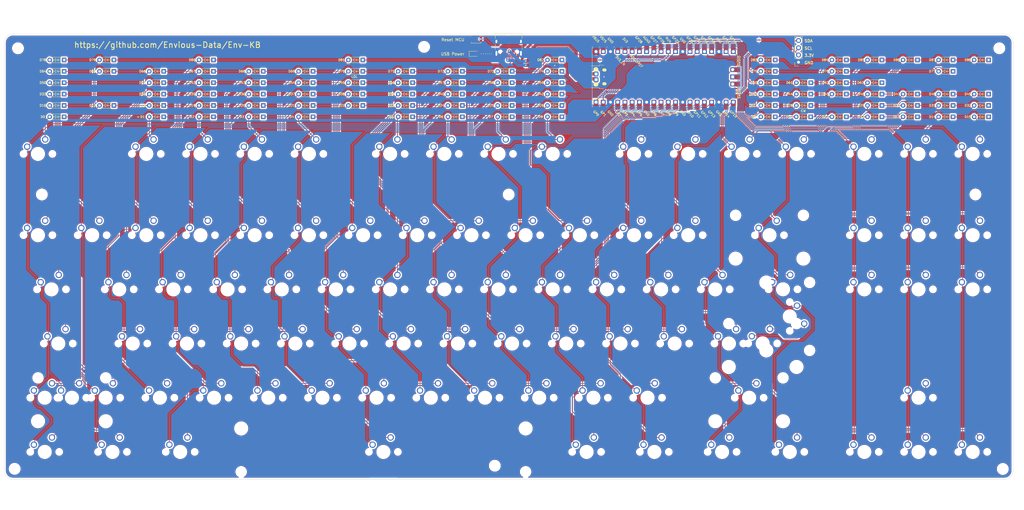
<source format=kicad_pcb>
(kicad_pcb (version 20171130) (host pcbnew "(5.1.9)-1")
  (title_block (title EnvKB) (date 2021-04-06) (rev Rev.1))
  (layers (0 F.Cu signal) (31 B.Cu signal) (34 B.Paste user) (35 F.Paste user) (36 B.SilkS user) (37 F.SilkS user) (38 B.Mask user) (39 F.Mask user) (44 Edge.Cuts user))
  (net 0 "")
  (net 1 col0)
  (net 2 col1)
  (net 3 col2)
  (net 4 col3)
  (net 5 col4)
  (net 6 col5)
  (net 7 col6)
  (net 8 col7)
  (net 9 col8)
  (net 10 col9)
  (net 11 col10)
  (net 12 col11)
  (net 13 col12)
  (net 14 col13)
  (net 15 col14)
  (net 16 col15)
  (net 17 col16)
  (net 18 col17)
  (net 19 "Net-(D0-Pad2)")
  (net 20 "Net-(D1-Pad2)")
  (net 21 "Net-(D2-Pad2)")
  (net 22 "Net-(D3-Pad2)")
  (net 23 "Net-(D4-Pad2)")
  (net 24 "Net-(D5-Pad2)")
  (net 25 "Net-(D6-Pad2)")
  (net 26 "Net-(D9-Pad2)")
  (net 27 "Net-(D10-Pad2)")
  (net 28 "Net-(D11-Pad2)")
  (net 29 "Net-(D12-Pad2)")
  (net 30 "Net-(D13-Pad2)")
  (net 31 "Net-(D14-Pad2)")
  (net 32 "Net-(D15-Pad2)")
  (net 33 "Net-(D16-Pad2)")
  (net 34 "Net-(D17-Pad2)")
  (net 35 "Net-(D18-Pad2)")
  (net 36 "Net-(D19-Pad2)")
  (net 37 "Net-(D20-Pad2)")
  (net 38 "Net-(D21-Pad2)")
  (net 39 "Net-(D22-Pad2)")
  (net 40 "Net-(D23-Pad2)")
  (net 41 "Net-(D24-Pad2)")
  (net 42 "Net-(D25-Pad2)")
  (net 43 "Net-(D26-Pad2)")
  (net 44 "Net-(D27-Pad2)")
  (net 45 "Net-(D28-Pad2)")
  (net 46 "Net-(D29-Pad2)")
  (net 47 "Net-(D30-Pad2)")
  (net 48 "Net-(D31-Pad2)")
  (net 49 "Net-(D32-Pad2)")
  (net 50 "Net-(D33-Pad2)")
  (net 51 "Net-(D34-Pad2)")
  (net 52 "Net-(D35-Pad2)")
  (net 53 "Net-(D36-Pad2)")
  (net 54 "Net-(D37-Pad2)")
  (net 55 "Net-(D38-Pad2)")
  (net 56 "Net-(D39-Pad2)")
  (net 57 "Net-(D40-Pad2)")
  (net 58 "Net-(D41-Pad2)")
  (net 59 "Net-(D42-Pad2)")
  (net 60 "Net-(D43-Pad2)")
  (net 61 "Net-(D44-Pad2)")
  (net 62 "Net-(D45-Pad2)")
  (net 63 "Net-(D46-Pad2)")
  (net 64 "Net-(D47-Pad2)")
  (net 65 "Net-(D48-Pad2)")
  (net 66 "Net-(D49-Pad2)")
  (net 67 "Net-(D50-Pad2)")
  (net 68 "Net-(D51-Pad2)")
  (net 69 "Net-(D52-Pad2)")
  (net 70 "Net-(D53-Pad2)")
  (net 71 "Net-(D54-Pad2)")
  (net 72 "Net-(D55-Pad2)")
  (net 73 "Net-(D56-Pad2)")
  (net 74 "Net-(D57-Pad2)")
  (net 75 "Net-(D58-Pad2)")
  (net 76 "Net-(D59-Pad2)")
  (net 77 "Net-(D60-Pad2)")
  (net 78 "Net-(D61-Pad2)")
  (net 79 "Net-(D62-Pad2)")
  (net 80 "Net-(D63-Pad2)")
  (net 81 "Net-(D64-Pad2)")
  (net 82 "Net-(D65-Pad2)")
  (net 83 "Net-(D66-Pad2)")
  (net 84 "Net-(D67-Pad2)")
  (net 85 "Net-(D68-Pad2)")
  (net 86 "Net-(D69-Pad2)")
  (net 87 "Net-(D70-Pad2)")
  (net 88 "Net-(D71-Pad2)")
  (net 89 "Net-(D72-Pad2)")
  (net 90 "Net-(D73-Pad2)")
  (net 91 "Net-(D74-Pad2)")
  (net 92 "Net-(D75-Pad2)")
  (net 93 "Net-(D76-Pad2)")
  (net 94 "Net-(D77-Pad2)")
  (net 95 "Net-(D78-Pad2)")
  (net 96 "Net-(D79-Pad2)")
  (net 97 "Net-(D80-Pad2)")
  (net 98 "Net-(D81-Pad2)")
  (net 99 "Net-(D82-Pad2)")
  (net 100 "Net-(D83-Pad2)")
  (net 101 "Net-(D84-Pad2)")
  (net 102 "Net-(D85-Pad2)")
  (net 103 "Net-(D86-Pad2)")
  (net 104 "Net-(D87-Pad2)")
  (net 105 row0)
  (net 106 row2)
  (net 107 row3)
  (net 108 row4)
  (net 109 row5)
  (net 110 row6)
  (net 111 "Net-(D7-Pad2)")
  (net 112 "Net-(D8-Pad2)")
  (net 113 USBVBUS)
  (net 114 USB2_P)
  (net 115 USB2_N)
  (net 116 GND)
  (net 117 3.3V)
  (net 118 I2CSCL)
  (net 119 I2CSDA)
  (net 120 Resetbtn)
  (net 121 "Net-(D88-Pad2)")
  (net 122 "Net-(J0-PadA5)")
  (net 123 "Net-(J0-PadB5)")
  (net 124 "Net-(PowerLED0-Pad2)")
  (net 125 "Net-(RPI0-Pad33)")
  (net 126 "Net-(RPI0-Pad35)")
  (net 127 "Net-(RPI0-Pad37)")
  (net 128 "Net-(RPI0-Pad39)")
  (net 129 "Net-(RPI0-Pad41)")
  (net 130 "Net-(RPI0-Pad42)")
  (net 131 "Net-(RPI0-Pad43)")
  (module Resistor_SMD:R_0402_1005Metric (layer F.Cu) (at 202.9375 66.59 270)
    (fp_text reference PowerLedResistor0)
    (fp_text value "1K Resistor")
    (pad 2 smd roundrect (at 0.51 0 270) (size 0.54 0.64) (layers F.Cu F.Paste F.Mask) (net 124 "Net-(PowerLED0-Pad2)"))
    (pad 1 smd roundrect (at -0.51 0 270) (size 0.54 0.64) (layers F.Cu F.Paste F.Mask) (net 113 USBVBUS))
  )
  (module Button_Switch_SMD:SW_SPST_B3U-1000P (layer F.Cu) (at 200.7375 61.425 180)
    (fp_text reference SW-RST0)
    (fp_text value "Reset Buton")
    (pad 2 smd rect (at 1.7 0 180) (size 0.9 1.7) (layers F.Cu F.Paste F.Mask) (net 116 GND))
    (pad 1 smd rect (at -1.7 0 180) (size 0.9 1.7) (layers F.Cu F.Paste F.Mask) (net 120 Resetbtn))
  )
  (module MountingHole:MountingHole_3.2mm_M3 (layer F.Cu) (at 182.4625 64.16)
    (fp_text reference H8)
    (fp_text value MountingHole)
    (pad 1 np_thru_hole circle (at 0 0) (size 3.2 3.2) (drill 3.2) (layers *.Cu *.Mask))
  )
  (module EM_Extras:RPi_Pico_SMD_TH (layer F.Cu) (at 267.05 74.71 90)
    (fp_text reference RPI0 hide)
    (fp_text value Pico hide)
    (fp_text user SWDIO (at 5.6 26.2 90) (layer F.SilkS) (effects (font (size 0.8 0.8))))
    (fp_text user SWCLK (at -5.7 26.2 90) (layer F.SilkS) (effects (font (size 0.8 0.8))))
    (fp_text user AGND (at 13.054 -6.35 135) (layer F.SilkS) (effects (font (size 0.8 0.8))))
    (fp_text user GND (at 12.8 -19.05 135) (layer F.SilkS) (effects (font (size 0.8 0.8))))
    (fp_text user GND (at 12.8 6.35 135) (layer F.SilkS) (effects (font (size 0.8 0.8))))
    (fp_text user GND (at 12.8 19.05 135) (layer F.SilkS) (effects (font (size 0.8 0.8))))
    (fp_text user GND (at -12.8 19.05 135) (layer F.SilkS) (effects (font (size 0.8 0.8))))
    (fp_text user GND (at -12.8 6.35 135) (layer F.SilkS) (effects (font (size 0.8 0.8))))
    (fp_text user GND (at -12.8 -6.35 135) (layer F.SilkS) (effects (font (size 0.8 0.8))))
    (fp_text user GND (at -12.8 -19.05 135) (layer F.SilkS) (effects (font (size 0.8 0.8))))
    (fp_text user VBUS (at 13.3 -24.2 135) (layer F.SilkS) (effects (font (size 0.8 0.8))))
    (fp_text user VSYS (at 13.2 -21.59 135) (layer F.SilkS) (effects (font (size 0.8 0.8))))
    (fp_text user 3V3_EN (at 5.7 -15.6 135) (layer F.SilkS) (effects (font (size 0.8 0.8))))
    (fp_text user 3V3 (at 12.9 -13.9 135) (layer F.SilkS) (effects (font (size 0.8 0.8))))
    (fp_text user ADC_VREF (at 5.45 -9.85 135) (layer F.SilkS) (effects (font (size 0.8 0.8))))
    (fp_text user GP28 (at 13.054 -9.144 135) (layer F.SilkS) (effects (font (size 0.8 0.8))))
    (fp_text user GP27 (at 13.054 -3.8 135) (layer F.SilkS) (effects (font (size 0.8 0.8))))
    (fp_text user GP26 (at 13.054 -1.27 135) (layer F.SilkS) (effects (font (size 0.8 0.8))))
    (fp_text user RUN (at 13 1.27 135) (layer F.SilkS) (effects (font (size 0.8 0.8))))
    (fp_text user GP22 (at 13.054 3.81 135) (layer F.SilkS) (effects (font (size 0.8 0.8))))
    (fp_text user GP21 (at 13.054 8.9 135) (layer F.SilkS) (effects (font (size 0.8 0.8))))
    (fp_text user GP20 (at 13.054 11.43 135) (layer F.SilkS) (effects (font (size 0.8 0.8))))
    (fp_text user GP19 (at 13.054 13.97 135) (layer F.SilkS) (effects (font (size 0.8 0.8))))
    (fp_text user GP18 (at 13.054 16.51 135) (layer F.SilkS) (effects (font (size 0.8 0.8))))
    (fp_text user GP17 (at 13.054 21.59 135) (layer F.SilkS) (effects (font (size 0.8 0.8))))
    (fp_text user GP16 (at 13.054 24.13 135) (layer F.SilkS) (effects (font (size 0.8 0.8))))
    (fp_text user GP15 (at -13.054 24.13 135) (layer F.SilkS) (effects (font (size 0.8 0.8))))
    (fp_text user GP14 (at -13.1 21.59 135) (layer F.SilkS) (effects (font (size 0.8 0.8))))
    (fp_text user GP13 (at -13.054 16.51 135) (layer F.SilkS) (effects (font (size 0.8 0.8))))
    (fp_text user GP12 (at -13.2 13.97 135) (layer F.SilkS) (effects (font (size 0.8 0.8))))
    (fp_text user GP11 (at -13.2 11.43 135) (layer F.SilkS) (effects (font (size 0.8 0.8))))
    (fp_text user GP10 (at -13.054 8.89 135) (layer F.SilkS) (effects (font (size 0.8 0.8))))
    (fp_text user GP9 (at -12.8 3.81 135) (layer F.SilkS) (effects (font (size 0.8 0.8))))
    (fp_text user GP8 (at -12.8 1.27 135) (layer F.SilkS) (effects (font (size 0.8 0.8))))
    (fp_text user GP7 (at -12.7 -1.3 135) (layer F.SilkS) (effects (font (size 0.8 0.8))))
    (fp_text user GP6 (at -12.8 -3.81 135) (layer F.SilkS) (effects (font (size 0.8 0.8))))
    (fp_text user GP5 (at -12.8 -8.89 135) (layer F.SilkS) (effects (font (size 0.8 0.8))))
    (fp_text user GP4 (at -12.8 -11.43 135) (layer F.SilkS) (effects (font (size 0.8 0.8))))
    (fp_text user GP3 (at -12.8 -13.97 135) (layer F.SilkS) (effects (font (size 0.8 0.8))))
    (fp_text user GP0 (at -12.8 -24.13 135) (layer F.SilkS) (effects (font (size 0.8 0.8))))
    (fp_text user GP2 (at -12.9 -16.51 135) (layer F.SilkS) (effects (font (size 0.8 0.8))))
    (fp_text user GP1 (at -12.9 -21.6 135) (layer F.SilkS) (effects (font (size 0.8 0.8))))
    (pad "" smd oval (at -2.73 -24.19) (size 1.7 1.35) (layers F.SilkS))
    (pad "" smd oval (at 2.73 -24.19) (size 1.7 1.35) (layers F.SilkS))
    (pad "" smd oval (at -2.42 -21.19) (size 1.5 1.1) (layers F.SilkS))
    (pad "" smd oval (at 2.42 -21.19) (size 1.5 1.1) (layers F.SilkS))
    (pad 43 thru_hole oval (at 2.54 23.9 90) (size 1.7 1.7) (drill 1.02) (layers *.Cu *.Mask) (net 131 "Net-(RPI0-Pad43)"))
    (pad 43 smd rect (at 2.54 23.9 180) (size 3.5 1.7) (drill (offset -0.9 0)) (layers F.Cu F.Mask) (net 131 "Net-(RPI0-Pad43)"))
    (pad 42 thru_hole rect (at 0 23.9 90) (size 1.7 1.7) (drill 1.02) (layers *.Cu *.Mask) (net 130 "Net-(RPI0-Pad42)"))
    (pad 42 smd rect (at 0 23.9 180) (size 3.5 1.7) (drill (offset -0.9 0)) (layers F.Cu F.Mask) (net 130 "Net-(RPI0-Pad42)"))
    (pad 41 thru_hole oval (at -2.54 23.9 90) (size 1.7 1.7) (drill 1.02) (layers *.Cu *.Mask) (net 129 "Net-(RPI0-Pad41)"))
    (pad 41 smd rect (at -2.54 23.9 180) (size 3.5 1.7) (drill (offset -0.9 0)) (layers F.Cu F.Mask) (net 129 "Net-(RPI0-Pad41)"))
    (pad 21 smd rect (at 8.89 24.13 90) (size 3.5 1.7) (drill (offset 0.9 0)) (layers F.Cu F.Mask) (net 18 col17))
    (pad 22 smd rect (at 8.89 21.59 90) (size 3.5 1.7) (drill (offset 0.9 0)) (layers F.Cu F.Mask) (net 17 col16))
    (pad 23 smd rect (at 8.89 19.05 90) (size 3.5 1.7) (drill (offset 0.9 0)) (layers F.Cu F.Mask) (net 116 GND))
    (pad 24 smd rect (at 8.89 16.51 90) (size 3.5 1.7) (drill (offset 0.9 0)) (layers F.Cu F.Mask) (net 16 col15))
    (pad 25 smd rect (at 8.89 13.97 90) (size 3.5 1.7) (drill (offset 0.9 0)) (layers F.Cu F.Mask) (net 15 col14))
    (pad 26 smd rect (at 8.89 11.43 90) (size 3.5 1.7) (drill (offset 0.9 0)) (layers F.Cu F.Mask) (net 105 row0))
    (pad 27 smd rect (at 8.89 8.89 90) (size 3.5 1.7) (drill (offset 0.9 0)) (layers F.Cu F.Mask) (net 106 row2))
    (pad 28 smd rect (at 8.89 6.35 90) (size 3.5 1.7) (drill (offset 0.9 0)) (layers F.Cu F.Mask) (net 116 GND))
    (pad 29 smd rect (at 8.89 3.81 90) (size 3.5 1.7) (drill (offset 0.9 0)) (layers F.Cu F.Mask) (net 107 row3))
    (pad 30 smd rect (at 8.89 1.27 90) (size 3.5 1.7) (drill (offset 0.9 0)) (layers F.Cu F.Mask) (net 120 Resetbtn))
    (pad 31 smd rect (at 8.89 -1.27 90) (size 3.5 1.7) (drill (offset 0.9 0)) (layers F.Cu F.Mask) (net 108 row4))
    (pad 32 smd rect (at 8.89 -3.81 90) (size 3.5 1.7) (drill (offset 0.9 0)) (layers F.Cu F.Mask) (net 109 row5))
    (pad 33 smd rect (at 8.89 -6.35 90) (size 3.5 1.7) (drill (offset 0.9 0)) (layers F.Cu F.Mask) (net 125 "Net-(RPI0-Pad33)"))
    (pad 34 smd rect (at 8.89 -8.89 90) (size 3.5 1.7) (drill (offset 0.9 0)) (layers F.Cu F.Mask) (net 110 row6))
    (pad 35 smd rect (at 8.89 -11.43 90) (size 3.5 1.7) (drill (offset 0.9 0)) (layers F.Cu F.Mask) (net 126 "Net-(RPI0-Pad35)"))
    (pad 36 smd rect (at 8.89 -13.97 90) (size 3.5 1.7) (drill (offset 0.9 0)) (layers F.Cu F.Mask) (net 117 3.3V))
    (pad 37 smd rect (at 8.89 -16.51 90) (size 3.5 1.7) (drill (offset 0.9 0)) (layers F.Cu F.Mask) (net 127 "Net-(RPI0-Pad37)"))
    (pad 38 smd rect (at 8.89 -19.05 90) (size 3.5 1.7) (drill (offset 0.9 0)) (layers F.Cu F.Mask) (net 116 GND))
    (pad 39 smd rect (at 8.89 -21.59 90) (size 3.5 1.7) (drill (offset 0.9 0)) (layers F.Cu F.Mask) (net 128 "Net-(RPI0-Pad39)"))
    (pad 40 smd rect (at 8.89 -24.13 90) (size 3.5 1.7) (drill (offset 0.9 0)) (layers F.Cu F.Mask) (net 113 USBVBUS))
    (pad 20 smd rect (at -8.89 24.13 90) (size 3.5 1.7) (drill (offset -0.9 0)) (layers F.Cu F.Mask) (net 14 col13))
    (pad 19 smd rect (at -8.89 21.59 90) (size 3.5 1.7) (drill (offset -0.9 0)) (layers F.Cu F.Mask) (net 13 col12))
    (pad 18 smd rect (at -8.89 19.05 90) (size 3.5 1.7) (drill (offset -0.9 0)) (layers F.Cu F.Mask) (net 116 GND))
    (pad 17 smd rect (at -8.89 16.51 90) (size 3.5 1.7) (drill (offset -0.9 0)) (layers F.Cu F.Mask) (net 12 col11))
    (pad 16 smd rect (at -8.89 13.97 90) (size 3.5 1.7) (drill (offset -0.9 0)) (layers F.Cu F.Mask) (net 11 col10))
    (pad 15 smd rect (at -8.89 11.43 90) (size 3.5 1.7) (drill (offset -0.9 0)) (layers F.Cu F.Mask) (net 10 col9))
    (pad 14 smd rect (at -8.89 8.89 90) (size 3.5 1.7) (drill (offset -0.9 0)) (layers F.Cu F.Mask) (net 9 col8))
    (pad 13 smd rect (at -8.89 6.35 90) (size 3.5 1.7) (drill (offset -0.9 0)) (layers F.Cu F.Mask) (net 116 GND))
    (pad 12 smd rect (at -8.89 3.81 90) (size 3.5 1.7) (drill (offset -0.9 0)) (layers F.Cu F.Mask) (net 8 col7))
    (pad 11 smd rect (at -8.89 1.27 90) (size 3.5 1.7) (drill (offset -0.9 0)) (layers F.Cu F.Mask) (net 7 col6))
    (pad 10 smd rect (at -8.89 -1.27 90) (size 3.5 1.7) (drill (offset -0.9 0)) (layers F.Cu F.Mask) (net 6 col5))
    (pad 9 smd rect (at -8.89 -3.81 90) (size 3.5 1.7) (drill (offset -0.9 0)) (layers F.Cu F.Mask) (net 5 col4))
    (pad 8 smd rect (at -8.89 -6.35 90) (size 3.5 1.7) (drill (offset -0.9 0)) (layers F.Cu F.Mask) (net 116 GND))
    (pad 7 smd rect (at -8.89 -8.89 90) (size 3.5 1.7) (drill (offset -0.9 0)) (layers F.Cu F.Mask) (net 4 col3))
    (pad 6 smd rect (at -8.89 -11.43 90) (size 3.5 1.7) (drill (offset -0.9 0)) (layers F.Cu F.Mask) (net 3 col2))
    (pad 5 smd rect (at -8.89 -13.97 90) (size 3.5 1.7) (drill (offset -0.9 0)) (layers F.Cu F.Mask) (net 2 col1))
    (pad 4 smd rect (at -8.89 -16.51 90) (size 3.5 1.7) (drill (offset -0.9 0)) (layers F.Cu F.Mask) (net 1 col0))
    (pad 3 smd rect (at -8.89 -19.05 90) (size 3.5 1.7) (drill (offset -0.9 0)) (layers F.Cu F.Mask) (net 116 GND))
    (pad 2 smd rect (at -8.89 -21.59 90) (size 3.5 1.7) (drill (offset -0.9 0)) (layers F.Cu F.Mask) (net 118 I2CSCL))
    (pad 1 smd rect (at -8.89 -24.13 90) (size 3.5 1.7) (drill (offset -0.9 0)) (layers F.Cu F.Mask) (net 119 I2CSDA))
    (pad 40 thru_hole oval (at 8.89 -24.13 90) (size 1.7 1.7) (drill 1.02) (layers *.Cu *.Mask) (net 113 USBVBUS))
    (pad 39 thru_hole oval (at 8.89 -21.59 90) (size 1.7 1.7) (drill 1.02) (layers *.Cu *.Mask) (net 128 "Net-(RPI0-Pad39)"))
    (pad 38 thru_hole rect (at 8.89 -19.05 90) (size 1.7 1.7) (drill 1.02) (layers *.Cu *.Mask) (net 116 GND))
    (pad 37 thru_hole oval (at 8.89 -16.51 90) (size 1.7 1.7) (drill 1.02) (layers *.Cu *.Mask) (net 127 "Net-(RPI0-Pad37)"))
    (pad 36 thru_hole oval (at 8.89 -13.97 90) (size 1.7 1.7) (drill 1.02) (layers *.Cu *.Mask) (net 117 3.3V))
    (pad 35 thru_hole oval (at 8.89 -11.43 90) (size 1.7 1.7) (drill 1.02) (layers *.Cu *.Mask) (net 126 "Net-(RPI0-Pad35)"))
    (pad 34 thru_hole oval (at 8.89 -8.89 90) (size 1.7 1.7) (drill 1.02) (layers *.Cu *.Mask) (net 110 row6))
    (pad 33 thru_hole rect (at 8.89 -6.35 90) (size 1.7 1.7) (drill 1.02) (layers *.Cu *.Mask) (net 125 "Net-(RPI0-Pad33)"))
    (pad 32 thru_hole oval (at 8.89 -3.81 90) (size 1.7 1.7) (drill 1.02) (layers *.Cu *.Mask) (net 109 row5))
    (pad 31 thru_hole oval (at 8.89 -1.27 90) (size 1.7 1.7) (drill 1.02) (layers *.Cu *.Mask) (net 108 row4))
    (pad 30 thru_hole oval (at 8.89 1.27 90) (size 1.7 1.7) (drill 1.02) (layers *.Cu *.Mask) (net 120 Resetbtn))
    (pad 29 thru_hole oval (at 8.89 3.81 90) (size 1.7 1.7) (drill 1.02) (layers *.Cu *.Mask) (net 107 row3))
    (pad 28 thru_hole rect (at 8.89 6.35 90) (size 1.7 1.7) (drill 1.02) (layers *.Cu *.Mask) (net 116 GND))
    (pad 27 thru_hole oval (at 8.89 8.89 90) (size 1.7 1.7) (drill 1.02) (layers *.Cu *.Mask) (net 106 row2))
    (pad 26 thru_hole oval (at 8.89 11.43 90) (size 1.7 1.7) (drill 1.02) (layers *.Cu *.Mask) (net 105 row0))
    (pad 25 thru_hole oval (at 8.89 13.97 90) (size 1.7 1.7) (drill 1.02) (layers *.Cu *.Mask) (net 15 col14))
    (pad 24 thru_hole oval (at 8.89 16.51 90) (size 1.7 1.7) (drill 1.02) (layers *.Cu *.Mask) (net 16 col15))
    (pad 23 thru_hole rect (at 8.89 19.05 90) (size 1.7 1.7) (drill 1.02) (layers *.Cu *.Mask) (net 116 GND))
    (pad 22 thru_hole oval (at 8.89 21.59 90) (size 1.7 1.7) (drill 1.02) (layers *.Cu *.Mask) (net 17 col16))
    (pad 21 thru_hole oval (at 8.89 24.13 90) (size 1.7 1.7) (drill 1.02) (layers *.Cu *.Mask) (net 18 col17))
    (pad 20 thru_hole oval (at -8.89 24.13 90) (size 1.7 1.7) (drill 1.02) (layers *.Cu *.Mask) (net 14 col13))
    (pad 19 thru_hole oval (at -8.89 21.59 90) (size 1.7 1.7) (drill 1.02) (layers *.Cu *.Mask) (net 13 col12))
    (pad 18 thru_hole rect (at -8.89 19.05 90) (size 1.7 1.7) (drill 1.02) (layers *.Cu *.Mask) (net 116 GND))
    (pad 17 thru_hole oval (at -8.89 16.51 90) (size 1.7 1.7) (drill 1.02) (layers *.Cu *.Mask) (net 12 col11))
    (pad 16 thru_hole oval (at -8.89 13.97 90) (size 1.7 1.7) (drill 1.02) (layers *.Cu *.Mask) (net 11 col10))
    (pad 15 thru_hole oval (at -8.89 11.43 90) (size 1.7 1.7) (drill 1.02) (layers *.Cu *.Mask) (net 10 col9))
    (pad 14 thru_hole oval (at -8.89 8.89 90) (size 1.7 1.7) (drill 1.02) (layers *.Cu *.Mask) (net 9 col8))
    (pad 13 thru_hole rect (at -8.89 6.35 90) (size 1.7 1.7) (drill 1.02) (layers *.Cu *.Mask) (net 116 GND))
    (pad 12 thru_hole oval (at -8.89 3.81 90) (size 1.7 1.7) (drill 1.02) (layers *.Cu *.Mask) (net 8 col7))
    (pad 11 thru_hole oval (at -8.89 1.27 90) (size 1.7 1.7) (drill 1.02) (layers *.Cu *.Mask) (net 7 col6))
    (pad 10 thru_hole oval (at -8.89 -1.27 90) (size 1.7 1.7) (drill 1.02) (layers *.Cu *.Mask) (net 6 col5))
    (pad 9 thru_hole oval (at -8.89 -3.81 90) (size 1.7 1.7) (drill 1.02) (layers *.Cu *.Mask) (net 5 col4))
    (pad 8 thru_hole rect (at -8.89 -6.35 90) (size 1.7 1.7) (drill 1.02) (layers *.Cu *.Mask) (net 116 GND))
    (pad 7 thru_hole oval (at -8.89 -8.89 90) (size 1.7 1.7) (drill 1.02) (layers *.Cu *.Mask) (net 4 col3))
    (pad 6 thru_hole oval (at -8.89 -11.43 90) (size 1.7 1.7) (drill 1.02) (layers *.Cu *.Mask) (net 3 col2))
    (pad 5 thru_hole oval (at -8.89 -13.97 90) (size 1.7 1.7) (drill 1.02) (layers *.Cu *.Mask) (net 2 col1))
    (pad 4 thru_hole oval (at -8.89 -16.51 90) (size 1.7 1.7) (drill 1.02) (layers *.Cu *.Mask) (net 1 col0))
    (pad 3 thru_hole rect (at -8.89 -19.05 90) (size 1.7 1.7) (drill 1.02) (layers *.Cu *.Mask) (net 116 GND))
    (pad 2 thru_hole oval (at -8.89 -21.59 90) (size 1.7 1.7) (drill 1.02) (layers *.Cu *.Mask) (net 118 I2CSCL))
    (pad 1 thru_hole oval (at -8.89 -24.13 90) (size 1.7 1.7) (drill 1.02) (layers *.Cu *.Mask) (net 119 I2CSDA))
    (pad TP1 connect roundrect (at 0 -21.35 90) (size 1.75 1.75) (layers F.Cu F.Mask) (net 116 GND))
    (pad TP3 thru_hole roundrect (at -1.016 -24.125 90) (size 1.75 1.75) (drill 1) (layers *.Cu *.Mask) (net 114 USB2_P))
    (pad TP2 thru_hole roundrect (at 1.016 -24.125 90) (size 1.75 1.75) (drill 1) (layers *.Cu *.Mask) (net 115 USB2_N))
  )
  (module MountingHole:MountingHole_3.2mm_M3 (layer F.Cu) (at 376.3 116.06)
    (fp_text reference H10 hide)
    (fp_text value MountingHole)
    (pad 1 np_thru_hole circle (at 0 0) (size 3.2 3.2) (drill 3.2) (layers *.Cu *.Mask))
  )
  (module MountingHole:MountingHole_3.2mm_M3 (layer F.Cu) (at 48.1 116.06)
    (fp_text reference H9 hide)
    (fp_text value MountingHole)
    (pad 1 np_thru_hole circle (at 0 0) (size 3.2 3.2) (drill 3.2) (layers *.Cu *.Mask))
  )
  (module MountingHole:MountingHole_3.2mm_M3 (layer F.Cu) (at 207.3375 211.41)
    (fp_text reference H7)
    (fp_text value MountingHole)
    (pad 1 np_thru_hole circle (at 0 0) (size 3.2 3.2) (drill 3.2) (layers *.Cu *.Mask))
  )
  (module MountingHole:MountingHole_3.2mm_M3 (layer F.Cu) (at 212.2 116.085)
    (fp_text reference H6)
    (fp_text value MountingHole)
    (pad 1 np_thru_hole circle (at 0 0) (size 3.2 3.2) (drill 3.2) (layers *.Cu *.Mask))
  )
  (module MountingHole:MountingHole_3.2mm_M3 (layer F.Cu) (at 385.925 212.56)
    (fp_text reference H4 hide)
    (fp_text value MountingHole)
    (pad 1 np_thru_hole circle (at 0 0) (size 3.2 3.2) (drill 3.2) (layers *.Cu *.Mask))
  )
  (module MountingHole:MountingHole_3.2mm_M3 (layer F.Cu) (at 38.525 212.51)
    (fp_text reference H3 hide)
    (fp_text value MountingHole)
    (pad 1 np_thru_hole circle (at 0 0) (size 3.2 3.2) (drill 3.2) (layers *.Cu *.Mask))
  )
  (module MountingHole:MountingHole_3.2mm_M3 (layer F.Cu) (at 384.7 64.66)
    (fp_text reference H1 hide)
    (fp_text value MountingHole)
    (pad 1 np_thru_hole circle (at 0 0) (size 3.2 3.2) (drill 3.2) (layers *.Cu *.Mask))
  )
  (module MountingHole:MountingHole_3.2mm_M3 (layer F.Cu) (at 39.7 64.66)
    (fp_text reference H0 hide)
    (fp_text value MountingHole)
    (pad 1 np_thru_hole circle (at 0 0) (size 3.2 3.2) (drill 3.2) (layers *.Cu *.Mask))
  )
  (module "CFTKB Bits:D_DO-35_SOD27_P5.08mm_Horizontal" (layer F.Cu) (at 232.2 88.76 180)
    (fp_text reference D8 (at 8.77 0) (layer F.SilkS) (effects (font (size 0.8 0.8))))
    (fp_text value D)
    (pad 2 thru_hole oval (at 6.35 0 180) (size 1.6 1.6) (drill 0.8) (layers *.Cu *.Mask) (net 112 "Net-(D8-Pad2)"))
    (pad 1 thru_hole rect (at 1.27 0 180) (size 1.6 1.6) (drill 0.8) (layers *.Cu *.Mask) (net 105 row0))
  )
  (module "CFTKB Bits:D_DO-35_SOD27_P5.08mm_Horizontal" (layer F.Cu) (at 214.7 88.76 180)
    (fp_text reference D7 (at 8.77 0) (layer F.SilkS) (effects (font (size 0.8 0.8))))
    (fp_text value D)
    (pad 2 thru_hole oval (at 6.35 0 180) (size 1.6 1.6) (drill 0.8) (layers *.Cu *.Mask) (net 111 "Net-(D7-Pad2)"))
    (pad 1 thru_hole rect (at 1.27 0 180) (size 1.6 1.6) (drill 0.8) (layers *.Cu *.Mask) (net 105 row0))
  )
  (module "CFTKB Bits:D_DO-35_SOD27_P5.08mm_Horizontal" (layer F.Cu) (at 382.2 68.76 180)
    (fp_text reference D88 (at 8.57 0) (layer F.SilkS) (effects (font (size 0.8 0.8))))
    (fp_text value D)
    (pad 2 thru_hole oval (at 6.35 0 180) (size 1.6 1.6) (drill 0.8) (layers *.Cu *.Mask) (net 121 "Net-(D88-Pad2)"))
    (pad 1 thru_hole rect (at 1.27 0 180) (size 1.6 1.6) (drill 0.8) (layers *.Cu *.Mask) (net 110 row6))
  )
  (module "CFTKB Bits:D_DO-35_SOD27_P5.08mm_Horizontal" (layer F.Cu) (at 369.7 68.76 180)
    (fp_text reference D87 (at 8.57 0) (layer F.SilkS) (effects (font (size 0.8 0.8))))
    (fp_text value D)
    (pad 2 thru_hole oval (at 6.35 0 180) (size 1.6 1.6) (drill 0.8) (layers *.Cu *.Mask) (net 104 "Net-(D87-Pad2)"))
    (pad 1 thru_hole rect (at 1.27 0 180) (size 1.6 1.6) (drill 0.8) (layers *.Cu *.Mask) (net 110 row6))
  )
  (module "CFTKB Bits:D_DO-35_SOD27_P5.08mm_Horizontal" (layer F.Cu) (at 357.2 68.76 180)
    (fp_text reference D86 (at 8.57 0) (layer F.SilkS) (effects (font (size 0.8 0.8))))
    (fp_text value D)
    (pad 2 thru_hole oval (at 6.35 0 180) (size 1.6 1.6) (drill 0.8) (layers *.Cu *.Mask) (net 103 "Net-(D86-Pad2)"))
    (pad 1 thru_hole rect (at 1.27 0 180) (size 1.6 1.6) (drill 0.8) (layers *.Cu *.Mask) (net 110 row6))
  )
  (module "CFTKB Bits:D_DO-35_SOD27_P5.08mm_Horizontal" (layer F.Cu) (at 344.7 68.76 180)
    (fp_text reference D85 (at 8.57 0) (layer F.SilkS) (effects (font (size 0.8 0.8))))
    (fp_text value D)
    (pad 2 thru_hole oval (at 6.35 0 180) (size 1.6 1.6) (drill 0.8) (layers *.Cu *.Mask) (net 102 "Net-(D85-Pad2)"))
    (pad 1 thru_hole rect (at 1.27 0 180) (size 1.6 1.6) (drill 0.8) (layers *.Cu *.Mask) (net 110 row6))
  )
  (module "CFTKB Bits:D_DO-35_SOD27_P5.08mm_Horizontal" (layer F.Cu) (at 332.2 68.76 180)
    (fp_text reference D84 (at 8.77 0) (layer F.SilkS) (effects (font (size 0.8 0.8))))
    (fp_text value D)
    (pad 2 thru_hole oval (at 6.35 0 180) (size 1.6 1.6) (drill 0.8) (layers *.Cu *.Mask) (net 101 "Net-(D84-Pad2)"))
    (pad 1 thru_hole rect (at 1.27 0 180) (size 1.6 1.6) (drill 0.8) (layers *.Cu *.Mask) (net 110 row6))
  )
  (module "CFTKB Bits:D_DO-35_SOD27_P5.08mm_Horizontal" (layer F.Cu) (at 307.2 68.76 180)
    (fp_text reference D83 (at 8.77 0) (layer F.SilkS) (effects (font (size 0.8 0.8))))
    (fp_text value D)
    (pad 2 thru_hole oval (at 6.35 0 180) (size 1.6 1.6) (drill 0.8) (layers *.Cu *.Mask) (net 100 "Net-(D83-Pad2)"))
    (pad 1 thru_hole rect (at 1.27 0 180) (size 1.6 1.6) (drill 0.8) (layers *.Cu *.Mask) (net 110 row6))
  )
  (module "CFTKB Bits:D_DO-35_SOD27_P5.08mm_Horizontal" (layer F.Cu) (at 232.2 68.76 180)
    (fp_text reference D82 (at 8.77 0) (layer F.SilkS) (effects (font (size 0.8 0.8))))
    (fp_text value D)
    (pad 2 thru_hole oval (at 6.35 0 180) (size 1.6 1.6) (drill 0.8) (layers *.Cu *.Mask) (net 99 "Net-(D82-Pad2)"))
    (pad 1 thru_hole rect (at 1.27 0 180) (size 1.6 1.6) (drill 0.8) (layers *.Cu *.Mask) (net 110 row6))
  )
  (module "CFTKB Bits:D_DO-35_SOD27_P5.08mm_Horizontal" (layer F.Cu) (at 162.2 68.76 180)
    (fp_text reference D81 (at 8.77 0) (layer F.SilkS) (effects (font (size 0.8 0.8))))
    (fp_text value D)
    (pad 2 thru_hole oval (at 6.35 0 180) (size 1.6 1.6) (drill 0.8) (layers *.Cu *.Mask) (net 98 "Net-(D81-Pad2)"))
    (pad 1 thru_hole rect (at 1.27 0 180) (size 1.6 1.6) (drill 0.8) (layers *.Cu *.Mask) (net 110 row6))
  )
  (module "CFTKB Bits:D_DO-35_SOD27_P5.08mm_Horizontal" (layer F.Cu) (at 109.7 68.76 180)
    (fp_text reference D80 (at 8.77 0) (layer F.SilkS) (effects (font (size 0.8 0.8))))
    (fp_text value D)
    (pad 2 thru_hole oval (at 6.35 0 180) (size 1.6 1.6) (drill 0.8) (layers *.Cu *.Mask) (net 97 "Net-(D80-Pad2)"))
    (pad 1 thru_hole rect (at 1.27 0 180) (size 1.6 1.6) (drill 0.8) (layers *.Cu *.Mask) (net 110 row6))
  )
  (module "CFTKB Bits:D_DO-35_SOD27_P5.08mm_Horizontal" (layer F.Cu) (at 74.7 68.76 180)
    (fp_text reference D79 (at 8.77 0) (layer F.SilkS) (effects (font (size 0.8 0.8))))
    (fp_text value D)
    (pad 2 thru_hole oval (at 6.35 0 180) (size 1.6 1.6) (drill 0.8) (layers *.Cu *.Mask) (net 96 "Net-(D79-Pad2)"))
    (pad 1 thru_hole rect (at 1.27 0 180) (size 1.6 1.6) (drill 0.8) (layers *.Cu *.Mask) (net 110 row6))
  )
  (module "CFTKB Bits:D_DO-35_SOD27_P5.08mm_Horizontal" (layer F.Cu) (at 57.2 68.76 180)
    (fp_text reference D78 (at 8.77 0) (layer F.SilkS) (effects (font (size 0.8 0.8))))
    (fp_text value D)
    (pad 2 thru_hole oval (at 6.35 0 180) (size 1.6 1.6) (drill 0.8) (layers *.Cu *.Mask) (net 95 "Net-(D78-Pad2)"))
    (pad 1 thru_hole rect (at 1.27 0 180) (size 1.6 1.6) (drill 0.8) (layers *.Cu *.Mask) (net 110 row6))
  )
  (module "CFTKB Bits:D_DO-35_SOD27_P5.08mm_Horizontal" (layer F.Cu) (at 369.7 72.76 180)
    (fp_text reference D77 (at 8.57 0) (layer F.SilkS) (effects (font (size 0.8 0.8))))
    (fp_text value D)
    (pad 2 thru_hole oval (at 6.35 0 180) (size 1.6 1.6) (drill 0.8) (layers *.Cu *.Mask) (net 94 "Net-(D77-Pad2)"))
    (pad 1 thru_hole rect (at 1.27 0 180) (size 1.6 1.6) (drill 0.8) (layers *.Cu *.Mask) (net 109 row5))
  )
  (module "CFTKB Bits:D_DO-35_SOD27_P5.08mm_Horizontal" (layer F.Cu) (at 332.2 72.76 180)
    (fp_text reference D76 (at 8.57 0) (layer F.SilkS) (effects (font (size 0.8 0.8))))
    (fp_text value D)
    (pad 2 thru_hole oval (at 6.35 0 180) (size 1.6 1.6) (drill 0.8) (layers *.Cu *.Mask) (net 93 "Net-(D76-Pad2)"))
    (pad 1 thru_hole rect (at 1.27 0 180) (size 1.6 1.6) (drill 0.8) (layers *.Cu *.Mask) (net 109 row5))
  )
  (module "CFTKB Bits:D_DO-35_SOD27_P5.08mm_Horizontal" (layer F.Cu) (at 307.2 72.76 180)
    (fp_text reference D75 (at 8.77 0) (layer F.SilkS) (effects (font (size 0.8 0.8))))
    (fp_text value D)
    (pad 2 thru_hole oval (at 6.35 0 180) (size 1.6 1.6) (drill 0.8) (layers *.Cu *.Mask) (net 92 "Net-(D75-Pad2)"))
    (pad 1 thru_hole rect (at 1.27 0 180) (size 1.6 1.6) (drill 0.8) (layers *.Cu *.Mask) (net 109 row5))
  )
  (module "CFTKB Bits:D_DO-35_SOD27_P5.08mm_Horizontal" (layer F.Cu) (at 232.2 72.76 180)
    (fp_text reference D74 (at 8.77 0) (layer F.SilkS) (effects (font (size 0.8 0.8))))
    (fp_text value D)
    (pad 2 thru_hole oval (at 6.35 0 180) (size 1.6 1.6) (drill 0.8) (layers *.Cu *.Mask) (net 91 "Net-(D74-Pad2)"))
    (pad 1 thru_hole rect (at 1.27 0 180) (size 1.6 1.6) (drill 0.8) (layers *.Cu *.Mask) (net 109 row5))
  )
  (module "CFTKB Bits:D_DO-35_SOD27_P5.08mm_Horizontal" (layer F.Cu) (at 214.7 72.76 180)
    (fp_text reference D73 (at 8.77 0) (layer F.SilkS) (effects (font (size 0.8 0.8))))
    (fp_text value D)
    (pad 2 thru_hole oval (at 6.35 0 180) (size 1.6 1.6) (drill 0.8) (layers *.Cu *.Mask) (net 90 "Net-(D73-Pad2)"))
    (pad 1 thru_hole rect (at 1.27 0 180) (size 1.6 1.6) (drill 0.8) (layers *.Cu *.Mask) (net 109 row5))
  )
  (module "CFTKB Bits:D_DO-35_SOD27_P5.08mm_Horizontal" (layer F.Cu) (at 197.2 72.76 180)
    (fp_text reference D72 (at 8.77 0) (layer F.SilkS) (effects (font (size 0.8 0.8))))
    (fp_text value D)
    (pad 2 thru_hole oval (at 6.35 0 180) (size 1.6 1.6) (drill 0.8) (layers *.Cu *.Mask) (net 89 "Net-(D72-Pad2)"))
    (pad 1 thru_hole rect (at 1.27 0 180) (size 1.6 1.6) (drill 0.8) (layers *.Cu *.Mask) (net 109 row5))
  )
  (module "CFTKB Bits:D_DO-35_SOD27_P5.08mm_Horizontal" (layer F.Cu) (at 179.7 72.76 180)
    (fp_text reference D71 (at 8.77 0) (layer F.SilkS) (effects (font (size 0.8 0.8))))
    (fp_text value D)
    (pad 2 thru_hole oval (at 6.35 0 180) (size 1.6 1.6) (drill 0.8) (layers *.Cu *.Mask) (net 88 "Net-(D71-Pad2)"))
    (pad 1 thru_hole rect (at 1.27 0 180) (size 1.6 1.6) (drill 0.8) (layers *.Cu *.Mask) (net 109 row5))
  )
  (module "CFTKB Bits:D_DO-35_SOD27_P5.08mm_Horizontal" (layer F.Cu) (at 162.2 72.76 180)
    (fp_text reference D70 (at 8.77 0) (layer F.SilkS) (effects (font (size 0.8 0.8))))
    (fp_text value D)
    (pad 2 thru_hole oval (at 6.35 0 180) (size 1.6 1.6) (drill 0.8) (layers *.Cu *.Mask) (net 87 "Net-(D70-Pad2)"))
    (pad 1 thru_hole rect (at 1.27 0 180) (size 1.6 1.6) (drill 0.8) (layers *.Cu *.Mask) (net 109 row5))
  )
  (module "CFTKB Bits:D_DO-35_SOD27_P5.08mm_Horizontal" (layer F.Cu) (at 144.7 72.76 180)
    (fp_text reference D69 (at 8.77 0) (layer F.SilkS) (effects (font (size 0.8 0.8))))
    (fp_text value D)
    (pad 2 thru_hole oval (at 6.35 0 180) (size 1.6 1.6) (drill 0.8) (layers *.Cu *.Mask) (net 86 "Net-(D69-Pad2)"))
    (pad 1 thru_hole rect (at 1.27 0 180) (size 1.6 1.6) (drill 0.8) (layers *.Cu *.Mask) (net 109 row5))
  )
  (module "CFTKB Bits:D_DO-35_SOD27_P5.08mm_Horizontal" (layer F.Cu) (at 127.2 72.76 180)
    (fp_text reference D68 (at 8.77 0) (layer F.SilkS) (effects (font (size 0.8 0.8))))
    (fp_text value D)
    (pad 2 thru_hole oval (at 6.35 0 180) (size 1.6 1.6) (drill 0.8) (layers *.Cu *.Mask) (net 85 "Net-(D68-Pad2)"))
    (pad 1 thru_hole rect (at 1.27 0 180) (size 1.6 1.6) (drill 0.8) (layers *.Cu *.Mask) (net 109 row5))
  )
  (module "CFTKB Bits:D_DO-35_SOD27_P5.08mm_Horizontal" (layer F.Cu) (at 109.7 72.76 180)
    (fp_text reference D67 (at 8.77 0) (layer F.SilkS) (effects (font (size 0.8 0.8))))
    (fp_text value D)
    (pad 2 thru_hole oval (at 6.35 0 180) (size 1.6 1.6) (drill 0.8) (layers *.Cu *.Mask) (net 84 "Net-(D67-Pad2)"))
    (pad 1 thru_hole rect (at 1.27 0 180) (size 1.6 1.6) (drill 0.8) (layers *.Cu *.Mask) (net 109 row5))
  )
  (module "CFTKB Bits:D_DO-35_SOD27_P5.08mm_Horizontal" (layer F.Cu) (at 92.2 72.76 180)
    (fp_text reference D66 (at 8.77 0) (layer F.SilkS) (effects (font (size 0.8 0.8))))
    (fp_text value D)
    (pad 2 thru_hole oval (at 6.35 0 180) (size 1.6 1.6) (drill 0.8) (layers *.Cu *.Mask) (net 83 "Net-(D66-Pad2)"))
    (pad 1 thru_hole rect (at 1.27 0 180) (size 1.6 1.6) (drill 0.8) (layers *.Cu *.Mask) (net 109 row5))
  )
  (module "CFTKB Bits:D_DO-35_SOD27_P5.08mm_Horizontal" (layer F.Cu) (at 74.7 72.76 180)
    (fp_text reference D65 (at 8.77 0) (layer F.SilkS) (effects (font (size 0.8 0.8))))
    (fp_text value D)
    (pad 2 thru_hole oval (at 6.35 0 180) (size 1.6 1.6) (drill 0.8) (layers *.Cu *.Mask) (net 82 "Net-(D65-Pad2)"))
    (pad 1 thru_hole rect (at 1.27 0 180) (size 1.6 1.6) (drill 0.8) (layers *.Cu *.Mask) (net 109 row5))
  )
  (module "CFTKB Bits:D_DO-35_SOD27_P5.08mm_Horizontal" (layer F.Cu) (at 57.2 72.76 180)
    (fp_text reference D64 (at 8.77 0) (layer F.SilkS) (effects (font (size 0.8 0.8))))
    (fp_text value D)
    (pad 2 thru_hole oval (at 6.35 0 180) (size 1.6 1.6) (drill 0.8) (layers *.Cu *.Mask) (net 81 "Net-(D64-Pad2)"))
    (pad 1 thru_hole rect (at 1.27 0 180) (size 1.6 1.6) (drill 0.8) (layers *.Cu *.Mask) (net 109 row5))
  )
  (module "CFTKB Bits:D_DO-35_SOD27_P5.08mm_Horizontal" (layer F.Cu) (at 332.2 76.76 180)
    (fp_text reference D62 (at 8.57 0) (layer F.SilkS) (effects (font (size 0.8 0.8))))
    (fp_text value D)
    (pad 2 thru_hole oval (at 6.35 0 180) (size 1.6 1.6) (drill 0.8) (layers *.Cu *.Mask) (net 79 "Net-(D62-Pad2)"))
    (pad 1 thru_hole rect (at 1.27 0 180) (size 1.6 1.6) (drill 0.8) (layers *.Cu *.Mask) (net 108 row4))
  )
  (module "CFTKB Bits:D_DO-35_SOD27_P5.08mm_Horizontal" (layer F.Cu) (at 319.7 76.76 180)
    (fp_text reference D61 (at 8.77 0) (layer F.SilkS) (effects (font (size 0.8 0.8))))
    (fp_text value D)
    (pad 2 thru_hole oval (at 6.35 0 180) (size 1.6 1.6) (drill 0.8) (layers *.Cu *.Mask) (net 78 "Net-(D61-Pad2)"))
    (pad 1 thru_hole rect (at 1.27 0 180) (size 1.6 1.6) (drill 0.8) (layers *.Cu *.Mask) (net 108 row4))
  )
  (module "CFTKB Bits:D_DO-35_SOD27_P5.08mm_Horizontal" (layer F.Cu) (at 307.2 76.76 180)
    (fp_text reference D60 (at 8.77 0) (layer F.SilkS) (effects (font (size 0.8 0.8))))
    (fp_text value D)
    (pad 2 thru_hole oval (at 6.35 0 180) (size 1.6 1.6) (drill 0.8) (layers *.Cu *.Mask) (net 77 "Net-(D60-Pad2)"))
    (pad 1 thru_hole rect (at 1.27 0 180) (size 1.6 1.6) (drill 0.8) (layers *.Cu *.Mask) (net 108 row4))
  )
  (module "CFTKB Bits:D_DO-35_SOD27_P5.08mm_Horizontal" (layer F.Cu) (at 232.2 76.76 180)
    (fp_text reference D59 (at 8.77 0) (layer F.SilkS) (effects (font (size 0.8 0.8))))
    (fp_text value D)
    (pad 2 thru_hole oval (at 6.35 0 180) (size 1.6 1.6) (drill 0.8) (layers *.Cu *.Mask) (net 76 "Net-(D59-Pad2)"))
    (pad 1 thru_hole rect (at 1.27 0 180) (size 1.6 1.6) (drill 0.8) (layers *.Cu *.Mask) (net 108 row4))
  )
  (module "CFTKB Bits:D_DO-35_SOD27_P5.08mm_Horizontal" (layer F.Cu) (at 214.7 76.76 180)
    (fp_text reference D58 (at 8.77 0) (layer F.SilkS) (effects (font (size 0.8 0.8))))
    (fp_text value D)
    (pad 2 thru_hole oval (at 6.35 0 180) (size 1.6 1.6) (drill 0.8) (layers *.Cu *.Mask) (net 75 "Net-(D58-Pad2)"))
    (pad 1 thru_hole rect (at 1.27 0 180) (size 1.6 1.6) (drill 0.8) (layers *.Cu *.Mask) (net 108 row4))
  )
  (module "CFTKB Bits:D_DO-35_SOD27_P5.08mm_Horizontal" (layer F.Cu) (at 197.2 76.76 180)
    (fp_text reference D57 (at 8.77 0) (layer F.SilkS) (effects (font (size 0.8 0.8))))
    (fp_text value D)
    (pad 2 thru_hole oval (at 6.35 0 180) (size 1.6 1.6) (drill 0.8) (layers *.Cu *.Mask) (net 74 "Net-(D57-Pad2)"))
    (pad 1 thru_hole rect (at 1.27 0 180) (size 1.6 1.6) (drill 0.8) (layers *.Cu *.Mask) (net 108 row4))
  )
  (module "CFTKB Bits:D_DO-35_SOD27_P5.08mm_Horizontal" (layer F.Cu) (at 179.7 76.76 180)
    (fp_text reference D56 (at 8.77 0) (layer F.SilkS) (effects (font (size 0.8 0.8))))
    (fp_text value D)
    (pad 2 thru_hole oval (at 6.35 0 180) (size 1.6 1.6) (drill 0.8) (layers *.Cu *.Mask) (net 73 "Net-(D56-Pad2)"))
    (pad 1 thru_hole rect (at 1.27 0 180) (size 1.6 1.6) (drill 0.8) (layers *.Cu *.Mask) (net 108 row4))
  )
  (module "CFTKB Bits:D_DO-35_SOD27_P5.08mm_Horizontal" (layer F.Cu) (at 162.2 76.76 180)
    (fp_text reference D55 (at 8.77 0) (layer F.SilkS) (effects (font (size 0.8 0.8))))
    (fp_text value D)
    (pad 2 thru_hole oval (at 6.35 0 180) (size 1.6 1.6) (drill 0.8) (layers *.Cu *.Mask) (net 72 "Net-(D55-Pad2)"))
    (pad 1 thru_hole rect (at 1.27 0 180) (size 1.6 1.6) (drill 0.8) (layers *.Cu *.Mask) (net 108 row4))
  )
  (module "CFTKB Bits:D_DO-35_SOD27_P5.08mm_Horizontal" (layer F.Cu) (at 144.7 76.76 180)
    (fp_text reference D54 (at 8.77 0) (layer F.SilkS) (effects (font (size 0.8 0.8))))
    (fp_text value D)
    (pad 2 thru_hole oval (at 6.35 0 180) (size 1.6 1.6) (drill 0.8) (layers *.Cu *.Mask) (net 71 "Net-(D54-Pad2)"))
    (pad 1 thru_hole rect (at 1.27 0 180) (size 1.6 1.6) (drill 0.8) (layers *.Cu *.Mask) (net 108 row4))
  )
  (module "CFTKB Bits:D_DO-35_SOD27_P5.08mm_Horizontal" (layer F.Cu) (at 127.2 76.76 180)
    (fp_text reference D53 (at 8.77 0) (layer F.SilkS) (effects (font (size 0.8 0.8))))
    (fp_text value D)
    (pad 2 thru_hole oval (at 6.35 0 180) (size 1.6 1.6) (drill 0.8) (layers *.Cu *.Mask) (net 70 "Net-(D53-Pad2)"))
    (pad 1 thru_hole rect (at 1.27 0 180) (size 1.6 1.6) (drill 0.8) (layers *.Cu *.Mask) (net 108 row4))
  )
  (module "CFTKB Bits:D_DO-35_SOD27_P5.08mm_Horizontal" (layer F.Cu) (at 109.7 76.76 180)
    (fp_text reference D52 (at 8.77 0) (layer F.SilkS) (effects (font (size 0.8 0.8))))
    (fp_text value D)
    (pad 2 thru_hole oval (at 6.35 0 180) (size 1.6 1.6) (drill 0.8) (layers *.Cu *.Mask) (net 69 "Net-(D52-Pad2)"))
    (pad 1 thru_hole rect (at 1.27 0 180) (size 1.6 1.6) (drill 0.8) (layers *.Cu *.Mask) (net 108 row4))
  )
  (module "CFTKB Bits:D_DO-35_SOD27_P5.08mm_Horizontal" (layer F.Cu) (at 92.2 76.76 180)
    (fp_text reference D51 (at 8.77 0) (layer F.SilkS) (effects (font (size 0.8 0.8))))
    (fp_text value D)
    (pad 2 thru_hole oval (at 6.35 0 180) (size 1.6 1.6) (drill 0.8) (layers *.Cu *.Mask) (net 68 "Net-(D51-Pad2)"))
    (pad 1 thru_hole rect (at 1.27 0 180) (size 1.6 1.6) (drill 0.8) (layers *.Cu *.Mask) (net 108 row4))
  )
  (module "CFTKB Bits:D_DO-35_SOD27_P5.08mm_Horizontal" (layer F.Cu) (at 57.2 76.76 180)
    (fp_text reference D50 (at 8.77 0) (layer F.SilkS) (effects (font (size 0.8 0.8))))
    (fp_text value D)
    (pad 2 thru_hole oval (at 6.35 0 180) (size 1.6 1.6) (drill 0.8) (layers *.Cu *.Mask) (net 67 "Net-(D50-Pad2)"))
    (pad 1 thru_hole rect (at 1.27 0 180) (size 1.6 1.6) (drill 0.8) (layers *.Cu *.Mask) (net 108 row4))
  )
  (module "CFTKB Bits:D_DO-35_SOD27_P5.08mm_Horizontal" (layer F.Cu) (at 382.2 80.76 180)
    (fp_text reference D49 (at 8.57 0) (layer F.SilkS) (effects (font (size 0.8 0.8))))
    (fp_text value D)
    (pad 2 thru_hole oval (at 6.35 0 180) (size 1.6 1.6) (drill 0.8) (layers *.Cu *.Mask) (net 66 "Net-(D49-Pad2)"))
    (pad 1 thru_hole rect (at 1.27 0 180) (size 1.6 1.6) (drill 0.8) (layers *.Cu *.Mask) (net 107 row3))
  )
  (module "CFTKB Bits:D_DO-35_SOD27_P5.08mm_Horizontal" (layer F.Cu) (at 369.7 80.76 180)
    (fp_text reference D48 (at 8.57 0) (layer F.SilkS) (effects (font (size 0.8 0.8))))
    (fp_text value D)
    (pad 2 thru_hole oval (at 6.35 0 180) (size 1.6 1.6) (drill 0.8) (layers *.Cu *.Mask) (net 65 "Net-(D48-Pad2)"))
    (pad 1 thru_hole rect (at 1.27 0 180) (size 1.6 1.6) (drill 0.8) (layers *.Cu *.Mask) (net 107 row3))
  )
  (module "CFTKB Bits:D_DO-35_SOD27_P5.08mm_Horizontal" (layer F.Cu) (at 357.2 80.76 180)
    (fp_text reference D47 (at 8.57 0) (layer F.SilkS) (effects (font (size 0.8 0.8))))
    (fp_text value D)
    (pad 2 thru_hole oval (at 6.35 0 180) (size 1.6 1.6) (drill 0.8) (layers *.Cu *.Mask) (net 64 "Net-(D47-Pad2)"))
    (pad 1 thru_hole rect (at 1.27 0 180) (size 1.6 1.6) (drill 0.8) (layers *.Cu *.Mask) (net 107 row3))
  )
  (module "CFTKB Bits:D_DO-35_SOD27_P5.08mm_Horizontal" (layer F.Cu) (at 344.7 80.76 180)
    (fp_text reference D46 (at 8.57 0) (layer F.SilkS) (effects (font (size 0.8 0.8))))
    (fp_text value D)
    (pad 2 thru_hole oval (at 6.35 0 180) (size 1.6 1.6) (drill 0.8) (layers *.Cu *.Mask) (net 63 "Net-(D46-Pad2)"))
    (pad 1 thru_hole rect (at 1.27 0 180) (size 1.6 1.6) (drill 0.8) (layers *.Cu *.Mask) (net 107 row3))
  )
  (module "CFTKB Bits:D_DO-35_SOD27_P5.08mm_Horizontal" (layer F.Cu) (at 332.2 80.76 180)
    (fp_text reference D45 (at 8.57 0) (layer F.SilkS) (effects (font (size 0.8 0.8))))
    (fp_text value D)
    (pad 2 thru_hole oval (at 6.35 0 180) (size 1.6 1.6) (drill 0.8) (layers *.Cu *.Mask) (net 62 "Net-(D45-Pad2)"))
    (pad 1 thru_hole rect (at 1.27 0 180) (size 1.6 1.6) (drill 0.8) (layers *.Cu *.Mask) (net 107 row3))
  )
  (module "CFTKB Bits:D_DO-35_SOD27_P5.08mm_Horizontal" (layer F.Cu) (at 319.7 80.76 180)
    (fp_text reference D44 (at 8.77 0) (layer F.SilkS) (effects (font (size 0.8 0.8))))
    (fp_text value D)
    (pad 2 thru_hole oval (at 6.35 0 180) (size 1.6 1.6) (drill 0.8) (layers *.Cu *.Mask) (net 61 "Net-(D44-Pad2)"))
    (pad 1 thru_hole rect (at 1.27 0 180) (size 1.6 1.6) (drill 0.8) (layers *.Cu *.Mask) (net 107 row3))
  )
  (module "CFTKB Bits:D_DO-35_SOD27_P5.08mm_Horizontal" (layer F.Cu) (at 307.2 80.76 180)
    (fp_text reference D43 (at 8.77 0) (layer F.SilkS) (effects (font (size 0.8 0.8))))
    (fp_text value D)
    (pad 2 thru_hole oval (at 6.35 0 180) (size 1.6 1.6) (drill 0.8) (layers *.Cu *.Mask) (net 60 "Net-(D43-Pad2)"))
    (pad 1 thru_hole rect (at 1.27 0 180) (size 1.6 1.6) (drill 0.8) (layers *.Cu *.Mask) (net 107 row3))
  )
  (module "CFTKB Bits:D_DO-35_SOD27_P5.08mm_Horizontal" (layer F.Cu) (at 232.2 80.76 180)
    (fp_text reference D42 (at 8.77 0) (layer F.SilkS) (effects (font (size 0.8 0.8))))
    (fp_text value D)
    (pad 2 thru_hole oval (at 6.35 0 180) (size 1.6 1.6) (drill 0.8) (layers *.Cu *.Mask) (net 59 "Net-(D42-Pad2)"))
    (pad 1 thru_hole rect (at 1.27 0 180) (size 1.6 1.6) (drill 0.8) (layers *.Cu *.Mask) (net 107 row3))
  )
  (module "CFTKB Bits:D_DO-35_SOD27_P5.08mm_Horizontal" (layer F.Cu) (at 214.7 80.76 180)
    (fp_text reference D41 (at 8.77 0) (layer F.SilkS) (effects (font (size 0.8 0.8))))
    (fp_text value D)
    (pad 2 thru_hole oval (at 6.35 0 180) (size 1.6 1.6) (drill 0.8) (layers *.Cu *.Mask) (net 58 "Net-(D41-Pad2)"))
    (pad 1 thru_hole rect (at 1.27 0 180) (size 1.6 1.6) (drill 0.8) (layers *.Cu *.Mask) (net 107 row3))
  )
  (module "CFTKB Bits:D_DO-35_SOD27_P5.08mm_Horizontal" (layer F.Cu) (at 197.2 80.76 180)
    (fp_text reference D40 (at 8.77 0) (layer F.SilkS) (effects (font (size 0.8 0.8))))
    (fp_text value D)
    (pad 2 thru_hole oval (at 6.35 0 180) (size 1.6 1.6) (drill 0.8) (layers *.Cu *.Mask) (net 57 "Net-(D40-Pad2)"))
    (pad 1 thru_hole rect (at 1.27 0 180) (size 1.6 1.6) (drill 0.8) (layers *.Cu *.Mask) (net 107 row3))
  )
  (module "CFTKB Bits:D_DO-35_SOD27_P5.08mm_Horizontal" (layer F.Cu) (at 179.7 80.76 180)
    (fp_text reference D39 (at 8.77 0) (layer F.SilkS) (effects (font (size 0.8 0.8))))
    (fp_text value D)
    (pad 2 thru_hole oval (at 6.35 0 180) (size 1.6 1.6) (drill 0.8) (layers *.Cu *.Mask) (net 56 "Net-(D39-Pad2)"))
    (pad 1 thru_hole rect (at 1.27 0 180) (size 1.6 1.6) (drill 0.8) (layers *.Cu *.Mask) (net 107 row3))
  )
  (module "CFTKB Bits:D_DO-35_SOD27_P5.08mm_Horizontal" (layer F.Cu) (at 162.2 80.76 180)
    (fp_text reference D38 (at 8.77 0) (layer F.SilkS) (effects (font (size 0.8 0.8))))
    (fp_text value D)
    (pad 2 thru_hole oval (at 6.35 0 180) (size 1.6 1.6) (drill 0.8) (layers *.Cu *.Mask) (net 55 "Net-(D38-Pad2)"))
    (pad 1 thru_hole rect (at 1.27 0 180) (size 1.6 1.6) (drill 0.8) (layers *.Cu *.Mask) (net 107 row3))
  )
  (module "CFTKB Bits:D_DO-35_SOD27_P5.08mm_Horizontal" (layer F.Cu) (at 144.7 80.76 180)
    (fp_text reference D37 (at 8.77 0) (layer F.SilkS) (effects (font (size 0.8 0.8))))
    (fp_text value D)
    (pad 2 thru_hole oval (at 6.35 0 180) (size 1.6 1.6) (drill 0.8) (layers *.Cu *.Mask) (net 54 "Net-(D37-Pad2)"))
    (pad 1 thru_hole rect (at 1.27 0 180) (size 1.6 1.6) (drill 0.8) (layers *.Cu *.Mask) (net 107 row3))
  )
  (module "CFTKB Bits:D_DO-35_SOD27_P5.08mm_Horizontal" (layer F.Cu) (at 127.2 80.76 180)
    (fp_text reference D36 (at 8.77 0) (layer F.SilkS) (effects (font (size 0.8 0.8))))
    (fp_text value D)
    (pad 2 thru_hole oval (at 6.35 0 180) (size 1.6 1.6) (drill 0.8) (layers *.Cu *.Mask) (net 53 "Net-(D36-Pad2)"))
    (pad 1 thru_hole rect (at 1.27 0 180) (size 1.6 1.6) (drill 0.8) (layers *.Cu *.Mask) (net 107 row3))
  )
  (module "CFTKB Bits:D_DO-35_SOD27_P5.08mm_Horizontal" (layer F.Cu) (at 109.7 80.76 180)
    (fp_text reference D35 (at 8.77 0) (layer F.SilkS) (effects (font (size 0.8 0.8))))
    (fp_text value D)
    (pad 2 thru_hole oval (at 6.35 0 180) (size 1.6 1.6) (drill 0.8) (layers *.Cu *.Mask) (net 52 "Net-(D35-Pad2)"))
    (pad 1 thru_hole rect (at 1.27 0 180) (size 1.6 1.6) (drill 0.8) (layers *.Cu *.Mask) (net 107 row3))
  )
  (module "CFTKB Bits:D_DO-35_SOD27_P5.08mm_Horizontal" (layer F.Cu) (at 92.2 80.76 180)
    (fp_text reference D34 (at 8.77 0) (layer F.SilkS) (effects (font (size 0.8 0.8))))
    (fp_text value D)
    (pad 2 thru_hole oval (at 6.35 0 180) (size 1.6 1.6) (drill 0.8) (layers *.Cu *.Mask) (net 51 "Net-(D34-Pad2)"))
    (pad 1 thru_hole rect (at 1.27 0 180) (size 1.6 1.6) (drill 0.8) (layers *.Cu *.Mask) (net 107 row3))
  )
  (module "CFTKB Bits:D_DO-35_SOD27_P5.08mm_Horizontal" (layer F.Cu) (at 57.2 80.76 180)
    (fp_text reference D33 (at 8.77 0) (layer F.SilkS) (effects (font (size 0.8 0.8))))
    (fp_text value D)
    (pad 2 thru_hole oval (at 6.35 0 180) (size 1.6 1.6) (drill 0.8) (layers *.Cu *.Mask) (net 50 "Net-(D33-Pad2)"))
    (pad 1 thru_hole rect (at 1.27 0 180) (size 1.6 1.6) (drill 0.8) (layers *.Cu *.Mask) (net 107 row3))
  )
  (module "CFTKB Bits:D_DO-35_SOD27_P5.08mm_Horizontal" (layer F.Cu) (at 382.2 84.76 180)
    (fp_text reference D32 (at 8.57 0) (layer F.SilkS) (effects (font (size 0.8 0.8))))
    (fp_text value D)
    (pad 2 thru_hole oval (at 6.35 0 180) (size 1.6 1.6) (drill 0.8) (layers *.Cu *.Mask) (net 49 "Net-(D32-Pad2)"))
    (pad 1 thru_hole rect (at 1.27 0 180) (size 1.6 1.6) (drill 0.8) (layers *.Cu *.Mask) (net 106 row2))
  )
  (module "CFTKB Bits:D_DO-35_SOD27_P5.08mm_Horizontal" (layer F.Cu) (at 369.7 84.76 180)
    (fp_text reference D31 (at 8.57 0) (layer F.SilkS) (effects (font (size 0.8 0.8))))
    (fp_text value D)
    (pad 2 thru_hole oval (at 6.35 0 180) (size 1.6 1.6) (drill 0.8) (layers *.Cu *.Mask) (net 48 "Net-(D31-Pad2)"))
    (pad 1 thru_hole rect (at 1.27 0 180) (size 1.6 1.6) (drill 0.8) (layers *.Cu *.Mask) (net 106 row2))
  )
  (module "CFTKB Bits:D_DO-35_SOD27_P5.08mm_Horizontal" (layer F.Cu) (at 357.2 84.76 180)
    (fp_text reference D30 (at 8.57 0) (layer F.SilkS) (effects (font (size 0.8 0.8))))
    (fp_text value D)
    (pad 2 thru_hole oval (at 6.35 0 180) (size 1.6 1.6) (drill 0.8) (layers *.Cu *.Mask) (net 47 "Net-(D30-Pad2)"))
    (pad 1 thru_hole rect (at 1.27 0 180) (size 1.6 1.6) (drill 0.8) (layers *.Cu *.Mask) (net 106 row2))
  )
  (module "CFTKB Bits:D_DO-35_SOD27_P5.08mm_Horizontal" (layer F.Cu) (at 344.7 84.76 180)
    (fp_text reference D29 (at 8.57 0) (layer F.SilkS) (effects (font (size 0.8 0.8))))
    (fp_text value D)
    (pad 2 thru_hole oval (at 6.35 0 180) (size 1.6 1.6) (drill 0.8) (layers *.Cu *.Mask) (net 46 "Net-(D29-Pad2)"))
    (pad 1 thru_hole rect (at 1.27 0 180) (size 1.6 1.6) (drill 0.8) (layers *.Cu *.Mask) (net 106 row2))
  )
  (module "CFTKB Bits:D_DO-35_SOD27_P5.08mm_Horizontal" (layer F.Cu) (at 319.7 84.76 180)
    (fp_text reference D28 (at 8.77 0) (layer F.SilkS) (effects (font (size 0.8 0.8))))
    (fp_text value D)
    (pad 2 thru_hole oval (at 6.35 0 180) (size 1.6 1.6) (drill 0.8) (layers *.Cu *.Mask) (net 45 "Net-(D28-Pad2)"))
    (pad 1 thru_hole rect (at 1.27 0 180) (size 1.6 1.6) (drill 0.8) (layers *.Cu *.Mask) (net 106 row2))
  )
  (module "CFTKB Bits:D_DO-35_SOD27_P5.08mm_Horizontal" (layer F.Cu) (at 307.2 84.76 180)
    (fp_text reference D27 (at 8.77 0) (layer F.SilkS) (effects (font (size 0.8 0.8))))
    (fp_text value D)
    (pad 2 thru_hole oval (at 6.35 0 180) (size 1.6 1.6) (drill 0.8) (layers *.Cu *.Mask) (net 44 "Net-(D27-Pad2)"))
    (pad 1 thru_hole rect (at 1.27 0 180) (size 1.6 1.6) (drill 0.8) (layers *.Cu *.Mask) (net 106 row2))
  )
  (module "CFTKB Bits:D_DO-35_SOD27_P5.08mm_Horizontal" (layer F.Cu) (at 232.2 84.76 180)
    (fp_text reference D26 (at 8.77 0) (layer F.SilkS) (effects (font (size 0.8 0.8))))
    (fp_text value D)
    (pad 2 thru_hole oval (at 6.35 0 180) (size 1.6 1.6) (drill 0.8) (layers *.Cu *.Mask) (net 43 "Net-(D26-Pad2)"))
    (pad 1 thru_hole rect (at 1.27 0 180) (size 1.6 1.6) (drill 0.8) (layers *.Cu *.Mask) (net 106 row2))
  )
  (module "CFTKB Bits:D_DO-35_SOD27_P5.08mm_Horizontal" (layer F.Cu) (at 214.7 84.76 180)
    (fp_text reference D25 (at 8.77 0) (layer F.SilkS) (effects (font (size 0.8 0.8))))
    (fp_text value D)
    (pad 2 thru_hole oval (at 6.35 0 180) (size 1.6 1.6) (drill 0.8) (layers *.Cu *.Mask) (net 42 "Net-(D25-Pad2)"))
    (pad 1 thru_hole rect (at 1.27 0 180) (size 1.6 1.6) (drill 0.8) (layers *.Cu *.Mask) (net 106 row2))
  )
  (module "CFTKB Bits:D_DO-35_SOD27_P5.08mm_Horizontal" (layer F.Cu) (at 197.2 84.76 180)
    (fp_text reference D24 (at 8.77 0) (layer F.SilkS) (effects (font (size 0.8 0.8))))
    (fp_text value D)
    (pad 2 thru_hole oval (at 6.35 0 180) (size 1.6 1.6) (drill 0.8) (layers *.Cu *.Mask) (net 41 "Net-(D24-Pad2)"))
    (pad 1 thru_hole rect (at 1.27 0 180) (size 1.6 1.6) (drill 0.8) (layers *.Cu *.Mask) (net 106 row2))
  )
  (module "CFTKB Bits:D_DO-35_SOD27_P5.08mm_Horizontal" (layer F.Cu) (at 179.7 84.76 180)
    (fp_text reference D23 (at 8.77 0) (layer F.SilkS) (effects (font (size 0.8 0.8))))
    (fp_text value D)
    (pad 2 thru_hole oval (at 6.35 0 180) (size 1.6 1.6) (drill 0.8) (layers *.Cu *.Mask) (net 40 "Net-(D23-Pad2)"))
    (pad 1 thru_hole rect (at 1.27 0 180) (size 1.6 1.6) (drill 0.8) (layers *.Cu *.Mask) (net 106 row2))
  )
  (module "CFTKB Bits:D_DO-35_SOD27_P5.08mm_Horizontal" (layer F.Cu) (at 162.2 84.76 180)
    (fp_text reference D22 (at 8.77 0) (layer F.SilkS) (effects (font (size 0.8 0.8))))
    (fp_text value D)
    (pad 2 thru_hole oval (at 6.35 0 180) (size 1.6 1.6) (drill 0.8) (layers *.Cu *.Mask) (net 39 "Net-(D22-Pad2)"))
    (pad 1 thru_hole rect (at 1.27 0 180) (size 1.6 1.6) (drill 0.8) (layers *.Cu *.Mask) (net 106 row2))
  )
  (module "CFTKB Bits:D_DO-35_SOD27_P5.08mm_Horizontal" (layer F.Cu) (at 144.7 84.76 180)
    (fp_text reference D21 (at 8.77 0) (layer F.SilkS) (effects (font (size 0.8 0.8))))
    (fp_text value D)
    (pad 2 thru_hole oval (at 6.35 0 180) (size 1.6 1.6) (drill 0.8) (layers *.Cu *.Mask) (net 38 "Net-(D21-Pad2)"))
    (pad 1 thru_hole rect (at 1.27 0 180) (size 1.6 1.6) (drill 0.8) (layers *.Cu *.Mask) (net 106 row2))
  )
  (module "CFTKB Bits:D_DO-35_SOD27_P5.08mm_Horizontal" (layer F.Cu) (at 127.2 84.76 180)
    (fp_text reference D20 (at 8.77 0) (layer F.SilkS) (effects (font (size 0.8 0.8))))
    (fp_text value D)
    (pad 2 thru_hole oval (at 6.35 0 180) (size 1.6 1.6) (drill 0.8) (layers *.Cu *.Mask) (net 37 "Net-(D20-Pad2)"))
    (pad 1 thru_hole rect (at 1.27 0 180) (size 1.6 1.6) (drill 0.8) (layers *.Cu *.Mask) (net 106 row2))
  )
  (module "CFTKB Bits:D_DO-35_SOD27_P5.08mm_Horizontal" (layer F.Cu) (at 109.7 84.76 180)
    (fp_text reference D19 (at 8.77 0) (layer F.SilkS) (effects (font (size 0.8 0.8))))
    (fp_text value D)
    (pad 2 thru_hole oval (at 6.35 0 180) (size 1.6 1.6) (drill 0.8) (layers *.Cu *.Mask) (net 36 "Net-(D19-Pad2)"))
    (pad 1 thru_hole rect (at 1.27 0 180) (size 1.6 1.6) (drill 0.8) (layers *.Cu *.Mask) (net 106 row2))
  )
  (module "CFTKB Bits:D_DO-35_SOD27_P5.08mm_Horizontal" (layer F.Cu) (at 92.2 84.76 180)
    (fp_text reference D18 (at 8.77 0) (layer F.SilkS) (effects (font (size 0.8 0.8))))
    (fp_text value D)
    (pad 2 thru_hole oval (at 6.35 0 180) (size 1.6 1.6) (drill 0.8) (layers *.Cu *.Mask) (net 35 "Net-(D18-Pad2)"))
    (pad 1 thru_hole rect (at 1.27 0 180) (size 1.6 1.6) (drill 0.8) (layers *.Cu *.Mask) (net 106 row2))
  )
  (module "CFTKB Bits:D_DO-35_SOD27_P5.08mm_Horizontal" (layer F.Cu) (at 74.7 84.76 180)
    (fp_text reference D17 (at 8.77 0) (layer F.SilkS) (effects (font (size 0.8 0.8))))
    (fp_text value D)
    (pad 2 thru_hole oval (at 6.35 0 180) (size 1.6 1.6) (drill 0.8) (layers *.Cu *.Mask) (net 34 "Net-(D17-Pad2)"))
    (pad 1 thru_hole rect (at 1.27 0 180) (size 1.6 1.6) (drill 0.8) (layers *.Cu *.Mask) (net 106 row2))
  )
  (module "CFTKB Bits:D_DO-35_SOD27_P5.08mm_Horizontal" (layer F.Cu) (at 57.2 84.76 180)
    (fp_text reference D16 (at 8.77 0) (layer F.SilkS) (effects (font (size 0.8 0.8))))
    (fp_text value D)
    (pad 2 thru_hole oval (at 6.35 0 180) (size 1.6 1.6) (drill 0.8) (layers *.Cu *.Mask) (net 33 "Net-(D16-Pad2)"))
    (pad 1 thru_hole rect (at 1.27 0 180) (size 1.6 1.6) (drill 0.8) (layers *.Cu *.Mask) (net 106 row2))
  )
  (module "CFTKB Bits:D_DO-35_SOD27_P5.08mm_Horizontal" (layer F.Cu) (at 382.2 88.76 180)
    (fp_text reference D15 (at 8.57 0) (layer F.SilkS) (effects (font (size 0.8 0.8))))
    (fp_text value D)
    (pad 2 thru_hole oval (at 6.35 0 180) (size 1.6 1.6) (drill 0.8) (layers *.Cu *.Mask) (net 32 "Net-(D15-Pad2)"))
    (pad 1 thru_hole rect (at 1.27 0 180) (size 1.6 1.6) (drill 0.8) (layers *.Cu *.Mask) (net 105 row0))
  )
  (module "CFTKB Bits:D_DO-35_SOD27_P5.08mm_Horizontal" (layer F.Cu) (at 369.7 88.76 180)
    (fp_text reference D14 (at 8.57 0) (layer F.SilkS) (effects (font (size 0.8 0.8))))
    (fp_text value D)
    (pad 2 thru_hole oval (at 6.35 0 180) (size 1.6 1.6) (drill 0.8) (layers *.Cu *.Mask) (net 31 "Net-(D14-Pad2)"))
    (pad 1 thru_hole rect (at 1.27 0 180) (size 1.6 1.6) (drill 0.8) (layers *.Cu *.Mask) (net 105 row0))
  )
  (module "CFTKB Bits:D_DO-35_SOD27_P5.08mm_Horizontal" (layer F.Cu) (at 357.2 88.76 180)
    (fp_text reference D13 (at 8.57 0) (layer F.SilkS) (effects (font (size 0.8 0.8))))
    (fp_text value D)
    (pad 2 thru_hole oval (at 6.35 0 180) (size 1.6 1.6) (drill 0.8) (layers *.Cu *.Mask) (net 30 "Net-(D13-Pad2)"))
    (pad 1 thru_hole rect (at 1.27 0 180) (size 1.6 1.6) (drill 0.8) (layers *.Cu *.Mask) (net 105 row0))
  )
  (module "CFTKB Bits:D_DO-35_SOD27_P5.08mm_Horizontal" (layer F.Cu) (at 344.7 88.76 180)
    (fp_text reference D12 (at 8.57 0) (layer F.SilkS) (effects (font (size 0.8 0.8))))
    (fp_text value D)
    (pad 2 thru_hole oval (at 6.35 0 180) (size 1.6 1.6) (drill 0.8) (layers *.Cu *.Mask) (net 29 "Net-(D12-Pad2)"))
    (pad 1 thru_hole rect (at 1.27 0 180) (size 1.6 1.6) (drill 0.8) (layers *.Cu *.Mask) (net 105 row0))
  )
  (module "CFTKB Bits:D_DO-35_SOD27_P5.08mm_Horizontal" (layer F.Cu) (at 307.2 88.76 180)
    (fp_text reference D9 (at 8.77 0) (layer F.SilkS) (effects (font (size 0.8 0.8))))
    (fp_text value D)
    (pad 2 thru_hole oval (at 6.35 0 180) (size 1.6 1.6) (drill 0.8) (layers *.Cu *.Mask) (net 26 "Net-(D9-Pad2)"))
    (pad 1 thru_hole rect (at 1.27 0 180) (size 1.6 1.6) (drill 0.8) (layers *.Cu *.Mask) (net 105 row0))
  )
  (module "CFTKB Bits:D_DO-35_SOD27_P5.08mm_Horizontal" (layer F.Cu) (at 197.2 88.76 180)
    (fp_text reference D6 (at 8.77 0) (layer F.SilkS) (effects (font (size 0.8 0.8))))
    (fp_text value D)
    (pad 2 thru_hole oval (at 6.35 0 180) (size 1.6 1.6) (drill 0.8) (layers *.Cu *.Mask) (net 25 "Net-(D6-Pad2)"))
    (pad 1 thru_hole rect (at 1.27 0 180) (size 1.6 1.6) (drill 0.8) (layers *.Cu *.Mask) (net 105 row0))
  )
  (module "CFTKB Bits:D_DO-35_SOD27_P5.08mm_Horizontal" (layer F.Cu) (at 179.7 88.76 180)
    (fp_text reference D5 (at 8.77 0) (layer F.SilkS) (effects (font (size 0.8 0.8))))
    (fp_text value D)
    (pad 2 thru_hole oval (at 6.35 0 180) (size 1.6 1.6) (drill 0.8) (layers *.Cu *.Mask) (net 24 "Net-(D5-Pad2)"))
    (pad 1 thru_hole rect (at 1.27 0 180) (size 1.6 1.6) (drill 0.8) (layers *.Cu *.Mask) (net 105 row0))
  )
  (module "CFTKB Bits:D_DO-35_SOD27_P5.08mm_Horizontal" (layer F.Cu) (at 144.7 88.76 180)
    (fp_text reference D4 (at 8.77 0) (layer F.SilkS) (effects (font (size 0.8 0.8))))
    (fp_text value D)
    (pad 2 thru_hole oval (at 6.35 0 180) (size 1.6 1.6) (drill 0.8) (layers *.Cu *.Mask) (net 23 "Net-(D4-Pad2)"))
    (pad 1 thru_hole rect (at 1.27 0 180) (size 1.6 1.6) (drill 0.8) (layers *.Cu *.Mask) (net 105 row0))
  )
  (module "CFTKB Bits:D_DO-35_SOD27_P5.08mm_Horizontal" (layer F.Cu) (at 127.2 88.76 180)
    (fp_text reference D3 (at 8.77 0) (layer F.SilkS) (effects (font (size 0.8 0.8))))
    (fp_text value D)
    (pad 2 thru_hole oval (at 6.35 0 180) (size 1.6 1.6) (drill 0.8) (layers *.Cu *.Mask) (net 22 "Net-(D3-Pad2)"))
    (pad 1 thru_hole rect (at 1.27 0 180) (size 1.6 1.6) (drill 0.8) (layers *.Cu *.Mask) (net 105 row0))
  )
  (module "CFTKB Bits:D_DO-35_SOD27_P5.08mm_Horizontal" (layer F.Cu) (at 109.7 88.76 180)
    (fp_text reference D2 (at 8.77 0) (layer F.SilkS) (effects (font (size 0.8 0.8))))
    (fp_text value D)
    (pad 2 thru_hole oval (at 6.35 0 180) (size 1.6 1.6) (drill 0.8) (layers *.Cu *.Mask) (net 21 "Net-(D2-Pad2)"))
    (pad 1 thru_hole rect (at 1.27 0 180) (size 1.6 1.6) (drill 0.8) (layers *.Cu *.Mask) (net 105 row0))
  )
  (module "CFTKB Bits:D_DO-35_SOD27_P5.08mm_Horizontal" (layer F.Cu) (at 92.2 88.76 180)
    (fp_text reference D1 (at 8.77 0) (layer F.SilkS) (effects (font (size 0.8 0.8))))
    (fp_text value D)
    (pad 2 thru_hole oval (at 6.35 0 180) (size 1.6 1.6) (drill 0.8) (layers *.Cu *.Mask) (net 20 "Net-(D1-Pad2)"))
    (pad 1 thru_hole rect (at 1.27 0 180) (size 1.6 1.6) (drill 0.8) (layers *.Cu *.Mask) (net 105 row0))
  )
  (module "CFTKB Bits:D_DO-35_SOD27_P5.08mm_Horizontal" (layer F.Cu) (at 57.2 88.76 180)
    (fp_text reference D0 (at 8.77 0) (layer F.SilkS) (effects (font (size 0.8 0.8))))
    (fp_text value D)
    (pad 2 thru_hole oval (at 6.35 0 180) (size 1.6 1.6) (drill 0.8) (layers *.Cu *.Mask) (net 19 "Net-(D0-Pad2)"))
    (pad 1 thru_hole rect (at 1.27 0 180) (size 1.6 1.6) (drill 0.8) (layers *.Cu *.Mask) (net 105 row0))
  )
  (module MX_only:MXOnly-1U-NoLED (layer F.Cu) (at 227.7 101.785)
    (fp_text reference K_8)
    (fp_text value KEYSW)
    (pad "" np_thru_hole circle (at 5.08 0 48.0996) (size 1.75 1.75) (drill 1.75) (layers *.Cu *.Mask))
    (pad "" np_thru_hole circle (at -5.08 0 48.0996) (size 1.75 1.75) (drill 1.75) (layers *.Cu *.Mask))
    (pad 1 thru_hole circle (at -3.81 -2.54) (size 2.25 2.25) (drill 1.47) (layers *.Cu *.Mask) (net 11 col10))
    (pad "" np_thru_hole circle (at 0 0) (size 3.9878 3.9878) (drill 3.9878) (layers *.Cu *.Mask))
    (pad 2 thru_hole circle (at 2.54 -5.08) (size 2.25 2.25) (drill 1.47) (layers *.Cu *.Mask) (net 112 "Net-(D8-Pad2)"))
  )
  (module MX_only:MXOnly-1U-NoLED (layer F.Cu) (at 189.6 101.785)
    (fp_text reference K_6)
    (fp_text value KEYSW)
    (pad "" np_thru_hole circle (at 5.08 0 48.0996) (size 1.75 1.75) (drill 1.75) (layers *.Cu *.Mask))
    (pad "" np_thru_hole circle (at -5.08 0 48.0996) (size 1.75 1.75) (drill 1.75) (layers *.Cu *.Mask))
    (pad 1 thru_hole circle (at -3.81 -2.54) (size 2.25 2.25) (drill 1.47) (layers *.Cu *.Mask) (net 9 col8))
    (pad "" np_thru_hole circle (at 0 0) (size 3.9878 3.9878) (drill 3.9878) (layers *.Cu *.Mask))
    (pad 2 thru_hole circle (at 2.54 -5.08) (size 2.25 2.25) (drill 1.47) (layers *.Cu *.Mask) (net 25 "Net-(D6-Pad2)"))
  )
  (module MX_only:MXOnly-1U-NoLED (layer F.Cu) (at 141.975 101.785)
    (fp_text reference K_4)
    (fp_text value KEYSW)
    (pad "" np_thru_hole circle (at 5.08 0 48.0996) (size 1.75 1.75) (drill 1.75) (layers *.Cu *.Mask))
    (pad "" np_thru_hole circle (at -5.08 0 48.0996) (size 1.75 1.75) (drill 1.75) (layers *.Cu *.Mask))
    (pad 1 thru_hole circle (at -3.81 -2.54) (size 2.25 2.25) (drill 1.47) (layers *.Cu *.Mask) (net 6 col5))
    (pad "" np_thru_hole circle (at 0 0) (size 3.9878 3.9878) (drill 3.9878) (layers *.Cu *.Mask))
    (pad 2 thru_hole circle (at 2.54 -5.08) (size 2.25 2.25) (drill 1.47) (layers *.Cu *.Mask) (net 23 "Net-(D4-Pad2)"))
  )
  (module MX_only:MXOnly-1U-NoLED (layer F.Cu) (at 84.825 130.36)
    (fp_text reference K_18)
    (fp_text value KEYSW)
    (pad "" np_thru_hole circle (at 5.08 0 48.0996) (size 1.75 1.75) (drill 1.75) (layers *.Cu *.Mask))
    (pad "" np_thru_hole circle (at -5.08 0 48.0996) (size 1.75 1.75) (drill 1.75) (layers *.Cu *.Mask))
    (pad 1 thru_hole circle (at -3.81 -2.54) (size 2.25 2.25) (drill 1.47) (layers *.Cu *.Mask) (net 3 col2))
    (pad "" np_thru_hole circle (at 0 0) (size 3.9878 3.9878) (drill 3.9878) (layers *.Cu *.Mask))
    (pad 2 thru_hole circle (at 2.54 -5.08) (size 2.25 2.25) (drill 1.47) (layers *.Cu *.Mask) (net 35 "Net-(D18-Pad2)"))
  )
  (module MX_only:MXOnly-1U-NoLED (layer F.Cu) (at 375.3375 206.56)
    (fp_text reference K_88)
    (fp_text value KEYSW)
    (pad "" np_thru_hole circle (at 5.08 0 48.0996) (size 1.75 1.75) (drill 1.75) (layers *.Cu *.Mask))
    (pad "" np_thru_hole circle (at -5.08 0 48.0996) (size 1.75 1.75) (drill 1.75) (layers *.Cu *.Mask))
    (pad 1 thru_hole circle (at -3.81 -2.54) (size 2.25 2.25) (drill 1.47) (layers *.Cu *.Mask) (net 18 col17))
    (pad "" np_thru_hole circle (at 0 0) (size 3.9878 3.9878) (drill 3.9878) (layers *.Cu *.Mask))
    (pad 2 thru_hole circle (at 2.54 -5.08) (size 2.25 2.25) (drill 1.47) (layers *.Cu *.Mask) (net 121 "Net-(D88-Pad2)"))
  )
  (module MX_only:MXOnly-1U-NoLED (layer F.Cu) (at 356.2875 206.56)
    (fp_text reference K_87)
    (fp_text value KEYSW)
    (pad "" np_thru_hole circle (at 5.08 0 48.0996) (size 1.75 1.75) (drill 1.75) (layers *.Cu *.Mask))
    (pad "" np_thru_hole circle (at -5.08 0 48.0996) (size 1.75 1.75) (drill 1.75) (layers *.Cu *.Mask))
    (pad 1 thru_hole circle (at -3.81 -2.54) (size 2.25 2.25) (drill 1.47) (layers *.Cu *.Mask) (net 17 col16))
    (pad "" np_thru_hole circle (at 0 0) (size 3.9878 3.9878) (drill 3.9878) (layers *.Cu *.Mask))
    (pad 2 thru_hole circle (at 2.54 -5.08) (size 2.25 2.25) (drill 1.47) (layers *.Cu *.Mask) (net 104 "Net-(D87-Pad2)"))
  )
  (module MX_only:MXOnly-1U-NoLED (layer F.Cu) (at 261.0375 187.51)
    (fp_text reference K_75)
    (fp_text value KEYSW)
    (pad "" np_thru_hole circle (at 5.08 0 48.0996) (size 1.75 1.75) (drill 1.75) (layers *.Cu *.Mask))
    (pad "" np_thru_hole circle (at -5.08 0 48.0996) (size 1.75 1.75) (drill 1.75) (layers *.Cu *.Mask))
    (pad 1 thru_hole circle (at -3.81 -2.54) (size 2.25 2.25) (drill 1.47) (layers *.Cu *.Mask) (net 12 col11))
    (pad "" np_thru_hole circle (at 0 0) (size 3.9878 3.9878) (drill 3.9878) (layers *.Cu *.Mask))
    (pad 2 thru_hole circle (at 2.54 -5.08) (size 2.25 2.25) (drill 1.47) (layers *.Cu *.Mask) (net 92 "Net-(D75-Pad2)"))
  )
  (module MX_only:MXOnly-1U-NoLED (layer F.Cu) (at 241.9875 187.51)
    (fp_text reference K_74)
    (fp_text value KEYSW)
    (pad "" np_thru_hole circle (at 5.08 0 48.0996) (size 1.75 1.75) (drill 1.75) (layers *.Cu *.Mask))
    (pad "" np_thru_hole circle (at -5.08 0 48.0996) (size 1.75 1.75) (drill 1.75) (layers *.Cu *.Mask))
    (pad 1 thru_hole circle (at -3.81 -2.54) (size 2.25 2.25) (drill 1.47) (layers *.Cu *.Mask) (net 11 col10))
    (pad "" np_thru_hole circle (at 0 0) (size 3.9878 3.9878) (drill 3.9878) (layers *.Cu *.Mask))
    (pad 2 thru_hole circle (at 2.54 -5.08) (size 2.25 2.25) (drill 1.47) (layers *.Cu *.Mask) (net 91 "Net-(D74-Pad2)"))
  )
  (module MX_only:MXOnly-1U-NoLED (layer F.Cu) (at 222.9375 187.51)
    (fp_text reference K_73)
    (fp_text value KEYSW)
    (pad "" np_thru_hole circle (at 5.08 0 48.0996) (size 1.75 1.75) (drill 1.75) (layers *.Cu *.Mask))
    (pad "" np_thru_hole circle (at -5.08 0 48.0996) (size 1.75 1.75) (drill 1.75) (layers *.Cu *.Mask))
    (pad 1 thru_hole circle (at -3.81 -2.54) (size 2.25 2.25) (drill 1.47) (layers *.Cu *.Mask) (net 10 col9))
    (pad "" np_thru_hole circle (at 0 0) (size 3.9878 3.9878) (drill 3.9878) (layers *.Cu *.Mask))
    (pad 2 thru_hole circle (at 2.54 -5.08) (size 2.25 2.25) (drill 1.47) (layers *.Cu *.Mask) (net 90 "Net-(D73-Pad2)"))
  )
  (module MX_only:MXOnly-1U-NoLED (layer F.Cu) (at 203.8875 187.51)
    (fp_text reference K_72)
    (fp_text value KEYSW)
    (pad "" np_thru_hole circle (at 5.08 0 48.0996) (size 1.75 1.75) (drill 1.75) (layers *.Cu *.Mask))
    (pad "" np_thru_hole circle (at -5.08 0 48.0996) (size 1.75 1.75) (drill 1.75) (layers *.Cu *.Mask))
    (pad 1 thru_hole circle (at -3.81 -2.54) (size 2.25 2.25) (drill 1.47) (layers *.Cu *.Mask) (net 9 col8))
    (pad "" np_thru_hole circle (at 0 0) (size 3.9878 3.9878) (drill 3.9878) (layers *.Cu *.Mask))
    (pad 2 thru_hole circle (at 2.54 -5.08) (size 2.25 2.25) (drill 1.47) (layers *.Cu *.Mask) (net 89 "Net-(D72-Pad2)"))
  )
  (module MX_only:MXOnly-1U-NoLED (layer F.Cu) (at 184.8375 187.51)
    (fp_text reference K_71)
    (fp_text value KEYSW)
    (pad "" np_thru_hole circle (at 5.08 0 48.0996) (size 1.75 1.75) (drill 1.75) (layers *.Cu *.Mask))
    (pad "" np_thru_hole circle (at -5.08 0 48.0996) (size 1.75 1.75) (drill 1.75) (layers *.Cu *.Mask))
    (pad 1 thru_hole circle (at -3.81 -2.54) (size 2.25 2.25) (drill 1.47) (layers *.Cu *.Mask) (net 8 col7))
    (pad "" np_thru_hole circle (at 0 0) (size 3.9878 3.9878) (drill 3.9878) (layers *.Cu *.Mask))
    (pad 2 thru_hole circle (at 2.54 -5.08) (size 2.25 2.25) (drill 1.47) (layers *.Cu *.Mask) (net 88 "Net-(D71-Pad2)"))
  )
  (module MX_only:MXOnly-1U-NoLED (layer F.Cu) (at 165.7875 187.51)
    (fp_text reference K_70)
    (fp_text value KEYSW)
    (pad "" np_thru_hole circle (at 5.08 0 48.0996) (size 1.75 1.75) (drill 1.75) (layers *.Cu *.Mask))
    (pad "" np_thru_hole circle (at -5.08 0 48.0996) (size 1.75 1.75) (drill 1.75) (layers *.Cu *.Mask))
    (pad 1 thru_hole circle (at -3.81 -2.54) (size 2.25 2.25) (drill 1.47) (layers *.Cu *.Mask) (net 7 col6))
    (pad "" np_thru_hole circle (at 0 0) (size 3.9878 3.9878) (drill 3.9878) (layers *.Cu *.Mask))
    (pad 2 thru_hole circle (at 2.54 -5.08) (size 2.25 2.25) (drill 1.47) (layers *.Cu *.Mask) (net 87 "Net-(D70-Pad2)"))
  )
  (module MX_only:MXOnly-1U-NoLED (layer F.Cu) (at 146.7375 187.51)
    (fp_text reference K_69)
    (fp_text value KEYSW)
    (pad "" np_thru_hole circle (at 5.08 0 48.0996) (size 1.75 1.75) (drill 1.75) (layers *.Cu *.Mask))
    (pad "" np_thru_hole circle (at -5.08 0 48.0996) (size 1.75 1.75) (drill 1.75) (layers *.Cu *.Mask))
    (pad 1 thru_hole circle (at -3.81 -2.54) (size 2.25 2.25) (drill 1.47) (layers *.Cu *.Mask) (net 6 col5))
    (pad "" np_thru_hole circle (at 0 0) (size 3.9878 3.9878) (drill 3.9878) (layers *.Cu *.Mask))
    (pad 2 thru_hole circle (at 2.54 -5.08) (size 2.25 2.25) (drill 1.47) (layers *.Cu *.Mask) (net 86 "Net-(D69-Pad2)"))
  )
  (module MX_only:MXOnly-1U-NoLED (layer F.Cu) (at 127.6875 187.51)
    (fp_text reference K_68)
    (fp_text value KEYSW)
    (pad "" np_thru_hole circle (at 5.08 0 48.0996) (size 1.75 1.75) (drill 1.75) (layers *.Cu *.Mask))
    (pad "" np_thru_hole circle (at -5.08 0 48.0996) (size 1.75 1.75) (drill 1.75) (layers *.Cu *.Mask))
    (pad 1 thru_hole circle (at -3.81 -2.54) (size 2.25 2.25) (drill 1.47) (layers *.Cu *.Mask) (net 5 col4))
    (pad "" np_thru_hole circle (at 0 0) (size 3.9878 3.9878) (drill 3.9878) (layers *.Cu *.Mask))
    (pad 2 thru_hole circle (at 2.54 -5.08) (size 2.25 2.25) (drill 1.47) (layers *.Cu *.Mask) (net 85 "Net-(D68-Pad2)"))
  )
  (module MX_only:MXOnly-1U-NoLED (layer F.Cu) (at 108.6375 187.51)
    (fp_text reference K_67)
    (fp_text value KEYSW)
    (pad "" np_thru_hole circle (at 5.08 0 48.0996) (size 1.75 1.75) (drill 1.75) (layers *.Cu *.Mask))
    (pad "" np_thru_hole circle (at -5.08 0 48.0996) (size 1.75 1.75) (drill 1.75) (layers *.Cu *.Mask))
    (pad 1 thru_hole circle (at -3.81 -2.54) (size 2.25 2.25) (drill 1.47) (layers *.Cu *.Mask) (net 4 col3))
    (pad "" np_thru_hole circle (at 0 0) (size 3.9878 3.9878) (drill 3.9878) (layers *.Cu *.Mask))
    (pad 2 thru_hole circle (at 2.54 -5.08) (size 2.25 2.25) (drill 1.47) (layers *.Cu *.Mask) (net 84 "Net-(D67-Pad2)"))
  )
  (module MX_only:MXOnly-1U-NoLED (layer F.Cu) (at 89.5875 187.51)
    (fp_text reference K_66)
    (fp_text value KEYSW)
    (pad "" np_thru_hole circle (at 5.08 0 48.0996) (size 1.75 1.75) (drill 1.75) (layers *.Cu *.Mask))
    (pad "" np_thru_hole circle (at -5.08 0 48.0996) (size 1.75 1.75) (drill 1.75) (layers *.Cu *.Mask))
    (pad 1 thru_hole circle (at -3.81 -2.54) (size 2.25 2.25) (drill 1.47) (layers *.Cu *.Mask) (net 3 col2))
    (pad "" np_thru_hole circle (at 0 0) (size 3.9878 3.9878) (drill 3.9878) (layers *.Cu *.Mask))
    (pad 2 thru_hole circle (at 2.54 -5.08) (size 2.25 2.25) (drill 1.47) (layers *.Cu *.Mask) (net 83 "Net-(D66-Pad2)"))
  )
  (module MX_only:MXOnly-1U-NoLED (layer F.Cu) (at 289.6125 168.46)
    (fp_text reference K_62)
    (fp_text value KEYSW)
    (pad "" np_thru_hole circle (at 5.08 0 48.0996) (size 1.75 1.75) (drill 1.75) (layers *.Cu *.Mask))
    (pad "" np_thru_hole circle (at -5.08 0 48.0996) (size 1.75 1.75) (drill 1.75) (layers *.Cu *.Mask))
    (pad 1 thru_hole circle (at -3.81 -2.54) (size 2.25 2.25) (drill 1.47) (layers *.Cu *.Mask) (net 14 col13))
    (pad "" np_thru_hole circle (at 0 0) (size 3.9878 3.9878) (drill 3.9878) (layers *.Cu *.Mask))
    (pad 2 thru_hole circle (at 2.54 -5.08) (size 2.25 2.25) (drill 1.47) (layers *.Cu *.Mask) (net 79 "Net-(D62-Pad2)"))
  )
  (module MX_only:MXOnly-1U-NoLED (layer F.Cu) (at 270.5625 168.46)
    (fp_text reference K_61)
    (fp_text value KEYSW)
    (pad "" np_thru_hole circle (at 5.08 0 48.0996) (size 1.75 1.75) (drill 1.75) (layers *.Cu *.Mask))
    (pad "" np_thru_hole circle (at -5.08 0 48.0996) (size 1.75 1.75) (drill 1.75) (layers *.Cu *.Mask))
    (pad 1 thru_hole circle (at -3.81 -2.54) (size 2.25 2.25) (drill 1.47) (layers *.Cu *.Mask) (net 13 col12))
    (pad "" np_thru_hole circle (at 0 0) (size 3.9878 3.9878) (drill 3.9878) (layers *.Cu *.Mask))
    (pad 2 thru_hole circle (at 2.54 -5.08) (size 2.25 2.25) (drill 1.47) (layers *.Cu *.Mask) (net 78 "Net-(D61-Pad2)"))
  )
  (module MX_only:MXOnly-1U-NoLED (layer F.Cu) (at 251.5125 168.46)
    (fp_text reference K_60)
    (fp_text value KEYSW)
    (pad "" np_thru_hole circle (at 5.08 0 48.0996) (size 1.75 1.75) (drill 1.75) (layers *.Cu *.Mask))
    (pad "" np_thru_hole circle (at -5.08 0 48.0996) (size 1.75 1.75) (drill 1.75) (layers *.Cu *.Mask))
    (pad 1 thru_hole circle (at -3.81 -2.54) (size 2.25 2.25) (drill 1.47) (layers *.Cu *.Mask) (net 12 col11))
    (pad "" np_thru_hole circle (at 0 0) (size 3.9878 3.9878) (drill 3.9878) (layers *.Cu *.Mask))
    (pad 2 thru_hole circle (at 2.54 -5.08) (size 2.25 2.25) (drill 1.47) (layers *.Cu *.Mask) (net 77 "Net-(D60-Pad2)"))
  )
  (module MX_only:MXOnly-1U-NoLED (layer F.Cu) (at 232.4625 168.46)
    (fp_text reference K_59)
    (fp_text value KEYSW)
    (pad "" np_thru_hole circle (at 5.08 0 48.0996) (size 1.75 1.75) (drill 1.75) (layers *.Cu *.Mask))
    (pad "" np_thru_hole circle (at -5.08 0 48.0996) (size 1.75 1.75) (drill 1.75) (layers *.Cu *.Mask))
    (pad 1 thru_hole circle (at -3.81 -2.54) (size 2.25 2.25) (drill 1.47) (layers *.Cu *.Mask) (net 11 col10))
    (pad "" np_thru_hole circle (at 0 0) (size 3.9878 3.9878) (drill 3.9878) (layers *.Cu *.Mask))
    (pad 2 thru_hole circle (at 2.54 -5.08) (size 2.25 2.25) (drill 1.47) (layers *.Cu *.Mask) (net 76 "Net-(D59-Pad2)"))
  )
  (module MX_only:MXOnly-1U-NoLED (layer F.Cu) (at 213.4125 168.46)
    (fp_text reference K_58)
    (fp_text value KEYSW)
    (pad "" np_thru_hole circle (at 5.08 0 48.0996) (size 1.75 1.75) (drill 1.75) (layers *.Cu *.Mask))
    (pad "" np_thru_hole circle (at -5.08 0 48.0996) (size 1.75 1.75) (drill 1.75) (layers *.Cu *.Mask))
    (pad 1 thru_hole circle (at -3.81 -2.54) (size 2.25 2.25) (drill 1.47) (layers *.Cu *.Mask) (net 10 col9))
    (pad "" np_thru_hole circle (at 0 0) (size 3.9878 3.9878) (drill 3.9878) (layers *.Cu *.Mask))
    (pad 2 thru_hole circle (at 2.54 -5.08) (size 2.25 2.25) (drill 1.47) (layers *.Cu *.Mask) (net 75 "Net-(D58-Pad2)"))
  )
  (module MX_only:MXOnly-1U-NoLED (layer F.Cu) (at 194.3625 168.46)
    (fp_text reference K_57)
    (fp_text value KEYSW)
    (pad "" np_thru_hole circle (at 5.08 0 48.0996) (size 1.75 1.75) (drill 1.75) (layers *.Cu *.Mask))
    (pad "" np_thru_hole circle (at -5.08 0 48.0996) (size 1.75 1.75) (drill 1.75) (layers *.Cu *.Mask))
    (pad 1 thru_hole circle (at -3.81 -2.54) (size 2.25 2.25) (drill 1.47) (layers *.Cu *.Mask) (net 9 col8))
    (pad "" np_thru_hole circle (at 0 0) (size 3.9878 3.9878) (drill 3.9878) (layers *.Cu *.Mask))
    (pad 2 thru_hole circle (at 2.54 -5.08) (size 2.25 2.25) (drill 1.47) (layers *.Cu *.Mask) (net 74 "Net-(D57-Pad2)"))
  )
  (module MX_only:MXOnly-1U-NoLED (layer F.Cu) (at 175.3125 168.46)
    (fp_text reference K_56)
    (fp_text value KEYSW)
    (pad "" np_thru_hole circle (at 5.08 0 48.0996) (size 1.75 1.75) (drill 1.75) (layers *.Cu *.Mask))
    (pad "" np_thru_hole circle (at -5.08 0 48.0996) (size 1.75 1.75) (drill 1.75) (layers *.Cu *.Mask))
    (pad 1 thru_hole circle (at -3.81 -2.54) (size 2.25 2.25) (drill 1.47) (layers *.Cu *.Mask) (net 8 col7))
    (pad "" np_thru_hole circle (at 0 0) (size 3.9878 3.9878) (drill 3.9878) (layers *.Cu *.Mask))
    (pad 2 thru_hole circle (at 2.54 -5.08) (size 2.25 2.25) (drill 1.47) (layers *.Cu *.Mask) (net 73 "Net-(D56-Pad2)"))
  )
  (module MX_only:MXOnly-1U-NoLED (layer F.Cu) (at 156.2625 168.46)
    (fp_text reference K_55)
    (fp_text value KEYSW)
    (pad "" np_thru_hole circle (at 5.08 0 48.0996) (size 1.75 1.75) (drill 1.75) (layers *.Cu *.Mask))
    (pad "" np_thru_hole circle (at -5.08 0 48.0996) (size 1.75 1.75) (drill 1.75) (layers *.Cu *.Mask))
    (pad 1 thru_hole circle (at -3.81 -2.54) (size 2.25 2.25) (drill 1.47) (layers *.Cu *.Mask) (net 7 col6))
    (pad "" np_thru_hole circle (at 0 0) (size 3.9878 3.9878) (drill 3.9878) (layers *.Cu *.Mask))
    (pad 2 thru_hole circle (at 2.54 -5.08) (size 2.25 2.25) (drill 1.47) (layers *.Cu *.Mask) (net 72 "Net-(D55-Pad2)"))
  )
  (module MX_only:MXOnly-1U-NoLED (layer F.Cu) (at 137.2125 168.46)
    (fp_text reference K_54)
    (fp_text value KEYSW)
    (pad "" np_thru_hole circle (at 5.08 0 48.0996) (size 1.75 1.75) (drill 1.75) (layers *.Cu *.Mask))
    (pad "" np_thru_hole circle (at -5.08 0 48.0996) (size 1.75 1.75) (drill 1.75) (layers *.Cu *.Mask))
    (pad 1 thru_hole circle (at -3.81 -2.54) (size 2.25 2.25) (drill 1.47) (layers *.Cu *.Mask) (net 6 col5))
    (pad "" np_thru_hole circle (at 0 0) (size 3.9878 3.9878) (drill 3.9878) (layers *.Cu *.Mask))
    (pad 2 thru_hole circle (at 2.54 -5.08) (size 2.25 2.25) (drill 1.47) (layers *.Cu *.Mask) (net 71 "Net-(D54-Pad2)"))
  )
  (module MX_only:MXOnly-1U-NoLED (layer F.Cu) (at 118.1625 168.46)
    (fp_text reference K_53)
    (fp_text value KEYSW)
    (pad "" np_thru_hole circle (at 5.08 0 48.0996) (size 1.75 1.75) (drill 1.75) (layers *.Cu *.Mask))
    (pad "" np_thru_hole circle (at -5.08 0 48.0996) (size 1.75 1.75) (drill 1.75) (layers *.Cu *.Mask))
    (pad 1 thru_hole circle (at -3.81 -2.54) (size 2.25 2.25) (drill 1.47) (layers *.Cu *.Mask) (net 5 col4))
    (pad "" np_thru_hole circle (at 0 0) (size 3.9878 3.9878) (drill 3.9878) (layers *.Cu *.Mask))
    (pad 2 thru_hole circle (at 2.54 -5.08) (size 2.25 2.25) (drill 1.47) (layers *.Cu *.Mask) (net 70 "Net-(D53-Pad2)"))
  )
  (module MX_only:MXOnly-1U-NoLED (layer F.Cu) (at 99.1125 168.46)
    (fp_text reference K_52)
    (fp_text value KEYSW)
    (pad "" np_thru_hole circle (at 5.08 0 48.0996) (size 1.75 1.75) (drill 1.75) (layers *.Cu *.Mask))
    (pad "" np_thru_hole circle (at -5.08 0 48.0996) (size 1.75 1.75) (drill 1.75) (layers *.Cu *.Mask))
    (pad 1 thru_hole circle (at -3.81 -2.54) (size 2.25 2.25) (drill 1.47) (layers *.Cu *.Mask) (net 4 col3))
    (pad "" np_thru_hole circle (at 0 0) (size 3.9878 3.9878) (drill 3.9878) (layers *.Cu *.Mask))
    (pad 2 thru_hole circle (at 2.54 -5.08) (size 2.25 2.25) (drill 1.47) (layers *.Cu *.Mask) (net 69 "Net-(D52-Pad2)"))
  )
  (module MX_only:MXOnly-1U-NoLED (layer F.Cu) (at 80.0625 168.46)
    (fp_text reference K_51)
    (fp_text value KEYSW)
    (pad "" np_thru_hole circle (at 5.08 0 48.0996) (size 1.75 1.75) (drill 1.75) (layers *.Cu *.Mask))
    (pad "" np_thru_hole circle (at -5.08 0 48.0996) (size 1.75 1.75) (drill 1.75) (layers *.Cu *.Mask))
    (pad 1 thru_hole circle (at -3.81 -2.54) (size 2.25 2.25) (drill 1.47) (layers *.Cu *.Mask) (net 3 col2))
    (pad "" np_thru_hole circle (at 0 0) (size 3.9878 3.9878) (drill 3.9878) (layers *.Cu *.Mask))
    (pad 2 thru_hole circle (at 2.54 -5.08) (size 2.25 2.25) (drill 1.47) (layers *.Cu *.Mask) (net 68 "Net-(D51-Pad2)"))
  )
  (module MX_only:MXOnly-1U-NoLED (layer F.Cu) (at 375.3375 149.41)
    (fp_text reference K_49)
    (fp_text value KEYSW)
    (pad "" np_thru_hole circle (at 5.08 0 48.0996) (size 1.75 1.75) (drill 1.75) (layers *.Cu *.Mask))
    (pad "" np_thru_hole circle (at -5.08 0 48.0996) (size 1.75 1.75) (drill 1.75) (layers *.Cu *.Mask))
    (pad 1 thru_hole circle (at -3.81 -2.54) (size 2.25 2.25) (drill 1.47) (layers *.Cu *.Mask) (net 18 col17))
    (pad "" np_thru_hole circle (at 0 0) (size 3.9878 3.9878) (drill 3.9878) (layers *.Cu *.Mask))
    (pad 2 thru_hole circle (at 2.54 -5.08) (size 2.25 2.25) (drill 1.47) (layers *.Cu *.Mask) (net 66 "Net-(D49-Pad2)"))
  )
  (module MX_only:MXOnly-1U-NoLED (layer F.Cu) (at 356.2875 149.41)
    (fp_text reference K_48)
    (fp_text value KEYSW)
    (pad "" np_thru_hole circle (at 5.08 0 48.0996) (size 1.75 1.75) (drill 1.75) (layers *.Cu *.Mask))
    (pad "" np_thru_hole circle (at -5.08 0 48.0996) (size 1.75 1.75) (drill 1.75) (layers *.Cu *.Mask))
    (pad 1 thru_hole circle (at -3.81 -2.54) (size 2.25 2.25) (drill 1.47) (layers *.Cu *.Mask) (net 17 col16))
    (pad "" np_thru_hole circle (at 0 0) (size 3.9878 3.9878) (drill 3.9878) (layers *.Cu *.Mask))
    (pad 2 thru_hole circle (at 2.54 -5.08) (size 2.25 2.25) (drill 1.47) (layers *.Cu *.Mask) (net 65 "Net-(D48-Pad2)"))
  )
  (module MX_only:MXOnly-1U-NoLED (layer F.Cu) (at 337.2375 149.41)
    (fp_text reference K_47)
    (fp_text value KEYSW)
    (pad "" np_thru_hole circle (at 5.08 0 48.0996) (size 1.75 1.75) (drill 1.75) (layers *.Cu *.Mask))
    (pad "" np_thru_hole circle (at -5.08 0 48.0996) (size 1.75 1.75) (drill 1.75) (layers *.Cu *.Mask))
    (pad 1 thru_hole circle (at -3.81 -2.54) (size 2.25 2.25) (drill 1.47) (layers *.Cu *.Mask) (net 16 col15))
    (pad "" np_thru_hole circle (at 0 0) (size 3.9878 3.9878) (drill 3.9878) (layers *.Cu *.Mask))
    (pad 2 thru_hole circle (at 2.54 -5.08) (size 2.25 2.25) (drill 1.47) (layers *.Cu *.Mask) (net 64 "Net-(D47-Pad2)"))
  )
  (module MX_only:MXOnly-1U-NoLED (layer F.Cu) (at 284.85 149.41)
    (fp_text reference K_45)
    (fp_text value KEYSW)
    (pad "" np_thru_hole circle (at 5.08 0 48.0996) (size 1.75 1.75) (drill 1.75) (layers *.Cu *.Mask))
    (pad "" np_thru_hole circle (at -5.08 0 48.0996) (size 1.75 1.75) (drill 1.75) (layers *.Cu *.Mask))
    (pad 1 thru_hole circle (at -3.81 -2.54) (size 2.25 2.25) (drill 1.47) (layers *.Cu *.Mask) (net 14 col13))
    (pad "" np_thru_hole circle (at 0 0) (size 3.9878 3.9878) (drill 3.9878) (layers *.Cu *.Mask))
    (pad 2 thru_hole circle (at 2.54 -5.08) (size 2.25 2.25) (drill 1.47) (layers *.Cu *.Mask) (net 62 "Net-(D45-Pad2)"))
  )
  (module MX_only:MXOnly-1U-NoLED (layer F.Cu) (at 265.8 149.41)
    (fp_text reference K_44)
    (fp_text value KEYSW)
    (pad "" np_thru_hole circle (at 5.08 0 48.0996) (size 1.75 1.75) (drill 1.75) (layers *.Cu *.Mask))
    (pad "" np_thru_hole circle (at -5.08 0 48.0996) (size 1.75 1.75) (drill 1.75) (layers *.Cu *.Mask))
    (pad 1 thru_hole circle (at -3.81 -2.54) (size 2.25 2.25) (drill 1.47) (layers *.Cu *.Mask) (net 13 col12))
    (pad "" np_thru_hole circle (at 0 0) (size 3.9878 3.9878) (drill 3.9878) (layers *.Cu *.Mask))
    (pad 2 thru_hole circle (at 2.54 -5.08) (size 2.25 2.25) (drill 1.47) (layers *.Cu *.Mask) (net 61 "Net-(D44-Pad2)"))
  )
  (module MX_only:MXOnly-1U-NoLED (layer F.Cu) (at 246.75 149.41)
    (fp_text reference K_43)
    (fp_text value KEYSW)
    (pad "" np_thru_hole circle (at 5.08 0 48.0996) (size 1.75 1.75) (drill 1.75) (layers *.Cu *.Mask))
    (pad "" np_thru_hole circle (at -5.08 0 48.0996) (size 1.75 1.75) (drill 1.75) (layers *.Cu *.Mask))
    (pad 1 thru_hole circle (at -3.81 -2.54) (size 2.25 2.25) (drill 1.47) (layers *.Cu *.Mask) (net 12 col11))
    (pad "" np_thru_hole circle (at 0 0) (size 3.9878 3.9878) (drill 3.9878) (layers *.Cu *.Mask))
    (pad 2 thru_hole circle (at 2.54 -5.08) (size 2.25 2.25) (drill 1.47) (layers *.Cu *.Mask) (net 60 "Net-(D43-Pad2)"))
  )
  (module MX_only:MXOnly-1U-NoLED (layer F.Cu) (at 227.7 149.41)
    (fp_text reference K_42)
    (fp_text value KEYSW)
    (pad "" np_thru_hole circle (at 5.08 0 48.0996) (size 1.75 1.75) (drill 1.75) (layers *.Cu *.Mask))
    (pad "" np_thru_hole circle (at -5.08 0 48.0996) (size 1.75 1.75) (drill 1.75) (layers *.Cu *.Mask))
    (pad 1 thru_hole circle (at -3.81 -2.54) (size 2.25 2.25) (drill 1.47) (layers *.Cu *.Mask) (net 11 col10))
    (pad "" np_thru_hole circle (at 0 0) (size 3.9878 3.9878) (drill 3.9878) (layers *.Cu *.Mask))
    (pad 2 thru_hole circle (at 2.54 -5.08) (size 2.25 2.25) (drill 1.47) (layers *.Cu *.Mask) (net 59 "Net-(D42-Pad2)"))
  )
  (module MX_only:MXOnly-1U-NoLED (layer F.Cu) (at 208.65 149.41)
    (fp_text reference K_41)
    (fp_text value KEYSW)
    (pad "" np_thru_hole circle (at 5.08 0 48.0996) (size 1.75 1.75) (drill 1.75) (layers *.Cu *.Mask))
    (pad "" np_thru_hole circle (at -5.08 0 48.0996) (size 1.75 1.75) (drill 1.75) (layers *.Cu *.Mask))
    (pad 1 thru_hole circle (at -3.81 -2.54) (size 2.25 2.25) (drill 1.47) (layers *.Cu *.Mask) (net 10 col9))
    (pad "" np_thru_hole circle (at 0 0) (size 3.9878 3.9878) (drill 3.9878) (layers *.Cu *.Mask))
    (pad 2 thru_hole circle (at 2.54 -5.08) (size 2.25 2.25) (drill 1.47) (layers *.Cu *.Mask) (net 58 "Net-(D41-Pad2)"))
  )
  (module MX_only:MXOnly-1U-NoLED (layer F.Cu) (at 189.6 149.41)
    (fp_text reference K_40)
    (fp_text value KEYSW)
    (pad "" np_thru_hole circle (at 5.08 0 48.0996) (size 1.75 1.75) (drill 1.75) (layers *.Cu *.Mask))
    (pad "" np_thru_hole circle (at -5.08 0 48.0996) (size 1.75 1.75) (drill 1.75) (layers *.Cu *.Mask))
    (pad 1 thru_hole circle (at -3.81 -2.54) (size 2.25 2.25) (drill 1.47) (layers *.Cu *.Mask) (net 9 col8))
    (pad "" np_thru_hole circle (at 0 0) (size 3.9878 3.9878) (drill 3.9878) (layers *.Cu *.Mask))
    (pad 2 thru_hole circle (at 2.54 -5.08) (size 2.25 2.25) (drill 1.47) (layers *.Cu *.Mask) (net 57 "Net-(D40-Pad2)"))
  )
  (module MX_only:MXOnly-1U-NoLED (layer F.Cu) (at 170.55 149.41)
    (fp_text reference K_39)
    (fp_text value KEYSW)
    (pad "" np_thru_hole circle (at 5.08 0 48.0996) (size 1.75 1.75) (drill 1.75) (layers *.Cu *.Mask))
    (pad "" np_thru_hole circle (at -5.08 0 48.0996) (size 1.75 1.75) (drill 1.75) (layers *.Cu *.Mask))
    (pad 1 thru_hole circle (at -3.81 -2.54) (size 2.25 2.25) (drill 1.47) (layers *.Cu *.Mask) (net 8 col7))
    (pad "" np_thru_hole circle (at 0 0) (size 3.9878 3.9878) (drill 3.9878) (layers *.Cu *.Mask))
    (pad 2 thru_hole circle (at 2.54 -5.08) (size 2.25 2.25) (drill 1.47) (layers *.Cu *.Mask) (net 56 "Net-(D39-Pad2)"))
  )
  (module MX_only:MXOnly-1U-NoLED (layer F.Cu) (at 151.5 149.41)
    (fp_text reference K_38)
    (fp_text value KEYSW)
    (pad "" np_thru_hole circle (at 5.08 0 48.0996) (size 1.75 1.75) (drill 1.75) (layers *.Cu *.Mask))
    (pad "" np_thru_hole circle (at -5.08 0 48.0996) (size 1.75 1.75) (drill 1.75) (layers *.Cu *.Mask))
    (pad 1 thru_hole circle (at -3.81 -2.54) (size 2.25 2.25) (drill 1.47) (layers *.Cu *.Mask) (net 7 col6))
    (pad "" np_thru_hole circle (at 0 0) (size 3.9878 3.9878) (drill 3.9878) (layers *.Cu *.Mask))
    (pad 2 thru_hole circle (at 2.54 -5.08) (size 2.25 2.25) (drill 1.47) (layers *.Cu *.Mask) (net 55 "Net-(D38-Pad2)"))
  )
  (module MX_only:MXOnly-1U-NoLED (layer F.Cu) (at 132.45 149.41)
    (fp_text reference K_37)
    (fp_text value KEYSW)
    (pad "" np_thru_hole circle (at 5.08 0 48.0996) (size 1.75 1.75) (drill 1.75) (layers *.Cu *.Mask))
    (pad "" np_thru_hole circle (at -5.08 0 48.0996) (size 1.75 1.75) (drill 1.75) (layers *.Cu *.Mask))
    (pad 1 thru_hole circle (at -3.81 -2.54) (size 2.25 2.25) (drill 1.47) (layers *.Cu *.Mask) (net 6 col5))
    (pad "" np_thru_hole circle (at 0 0) (size 3.9878 3.9878) (drill 3.9878) (layers *.Cu *.Mask))
    (pad 2 thru_hole circle (at 2.54 -5.08) (size 2.25 2.25) (drill 1.47) (layers *.Cu *.Mask) (net 54 "Net-(D37-Pad2)"))
  )
  (module MX_only:MXOnly-1U-NoLED (layer F.Cu) (at 113.4 149.41)
    (fp_text reference K_36)
    (fp_text value KEYSW)
    (pad "" np_thru_hole circle (at 5.08 0 48.0996) (size 1.75 1.75) (drill 1.75) (layers *.Cu *.Mask))
    (pad "" np_thru_hole circle (at -5.08 0 48.0996) (size 1.75 1.75) (drill 1.75) (layers *.Cu *.Mask))
    (pad 1 thru_hole circle (at -3.81 -2.54) (size 2.25 2.25) (drill 1.47) (layers *.Cu *.Mask) (net 5 col4))
    (pad "" np_thru_hole circle (at 0 0) (size 3.9878 3.9878) (drill 3.9878) (layers *.Cu *.Mask))
    (pad 2 thru_hole circle (at 2.54 -5.08) (size 2.25 2.25) (drill 1.47) (layers *.Cu *.Mask) (net 53 "Net-(D36-Pad2)"))
  )
  (module MX_only:MXOnly-1U-NoLED (layer F.Cu) (at 94.35 149.41)
    (fp_text reference K_35)
    (fp_text value KEYSW)
    (pad "" np_thru_hole circle (at 5.08 0 48.0996) (size 1.75 1.75) (drill 1.75) (layers *.Cu *.Mask))
    (pad "" np_thru_hole circle (at -5.08 0 48.0996) (size 1.75 1.75) (drill 1.75) (layers *.Cu *.Mask))
    (pad 1 thru_hole circle (at -3.81 -2.54) (size 2.25 2.25) (drill 1.47) (layers *.Cu *.Mask) (net 4 col3))
    (pad "" np_thru_hole circle (at 0 0) (size 3.9878 3.9878) (drill 3.9878) (layers *.Cu *.Mask))
    (pad 2 thru_hole circle (at 2.54 -5.08) (size 2.25 2.25) (drill 1.47) (layers *.Cu *.Mask) (net 52 "Net-(D35-Pad2)"))
  )
  (module MX_only:MXOnly-1U-NoLED (layer F.Cu) (at 75.3 149.41)
    (fp_text reference K_34)
    (fp_text value KEYSW)
    (pad "" np_thru_hole circle (at 5.08 0 48.0996) (size 1.75 1.75) (drill 1.75) (layers *.Cu *.Mask))
    (pad "" np_thru_hole circle (at -5.08 0 48.0996) (size 1.75 1.75) (drill 1.75) (layers *.Cu *.Mask))
    (pad 1 thru_hole circle (at -3.81 -2.54) (size 2.25 2.25) (drill 1.47) (layers *.Cu *.Mask) (net 3 col2))
    (pad "" np_thru_hole circle (at 0 0) (size 3.9878 3.9878) (drill 3.9878) (layers *.Cu *.Mask))
    (pad 2 thru_hole circle (at 2.54 -5.08) (size 2.25 2.25) (drill 1.47) (layers *.Cu *.Mask) (net 51 "Net-(D34-Pad2)"))
  )
  (module MX_only:MXOnly-1U-NoLED (layer F.Cu) (at 375.3375 130.36)
    (fp_text reference K_32)
    (fp_text value KEYSW)
    (pad "" np_thru_hole circle (at 5.08 0 48.0996) (size 1.75 1.75) (drill 1.75) (layers *.Cu *.Mask))
    (pad "" np_thru_hole circle (at -5.08 0 48.0996) (size 1.75 1.75) (drill 1.75) (layers *.Cu *.Mask))
    (pad 1 thru_hole circle (at -3.81 -2.54) (size 2.25 2.25) (drill 1.47) (layers *.Cu *.Mask) (net 18 col17))
    (pad "" np_thru_hole circle (at 0 0) (size 3.9878 3.9878) (drill 3.9878) (layers *.Cu *.Mask))
    (pad 2 thru_hole circle (at 2.54 -5.08) (size 2.25 2.25) (drill 1.47) (layers *.Cu *.Mask) (net 49 "Net-(D32-Pad2)"))
  )
  (module MX_only:MXOnly-1U-NoLED (layer F.Cu) (at 356.2875 130.36)
    (fp_text reference K_31)
    (fp_text value KEYSW)
    (pad "" np_thru_hole circle (at 5.08 0 48.0996) (size 1.75 1.75) (drill 1.75) (layers *.Cu *.Mask))
    (pad "" np_thru_hole circle (at -5.08 0 48.0996) (size 1.75 1.75) (drill 1.75) (layers *.Cu *.Mask))
    (pad 1 thru_hole circle (at -3.81 -2.54) (size 2.25 2.25) (drill 1.47) (layers *.Cu *.Mask) (net 17 col16))
    (pad "" np_thru_hole circle (at 0 0) (size 3.9878 3.9878) (drill 3.9878) (layers *.Cu *.Mask))
    (pad 2 thru_hole circle (at 2.54 -5.08) (size 2.25 2.25) (drill 1.47) (layers *.Cu *.Mask) (net 48 "Net-(D31-Pad2)"))
  )
  (module MX_only:MXOnly-1U-NoLED (layer F.Cu) (at 337.2375 130.36)
    (fp_text reference K_30)
    (fp_text value KEYSW)
    (pad "" np_thru_hole circle (at 5.08 0 48.0996) (size 1.75 1.75) (drill 1.75) (layers *.Cu *.Mask))
    (pad "" np_thru_hole circle (at -5.08 0 48.0996) (size 1.75 1.75) (drill 1.75) (layers *.Cu *.Mask))
    (pad 1 thru_hole circle (at -3.81 -2.54) (size 2.25 2.25) (drill 1.47) (layers *.Cu *.Mask) (net 16 col15))
    (pad "" np_thru_hole circle (at 0 0) (size 3.9878 3.9878) (drill 3.9878) (layers *.Cu *.Mask))
    (pad 2 thru_hole circle (at 2.54 -5.08) (size 2.25 2.25) (drill 1.47) (layers *.Cu *.Mask) (net 47 "Net-(D30-Pad2)"))
  )
  (module MX_only:MXOnly-1U-NoLED (layer F.Cu) (at 275.325 130.36)
    (fp_text reference K_28)
    (fp_text value KEYSW)
    (pad "" np_thru_hole circle (at 5.08 0 48.0996) (size 1.75 1.75) (drill 1.75) (layers *.Cu *.Mask))
    (pad "" np_thru_hole circle (at -5.08 0 48.0996) (size 1.75 1.75) (drill 1.75) (layers *.Cu *.Mask))
    (pad 1 thru_hole circle (at -3.81 -2.54) (size 2.25 2.25) (drill 1.47) (layers *.Cu *.Mask) (net 13 col12))
    (pad "" np_thru_hole circle (at 0 0) (size 3.9878 3.9878) (drill 3.9878) (layers *.Cu *.Mask))
    (pad 2 thru_hole circle (at 2.54 -5.08) (size 2.25 2.25) (drill 1.47) (layers *.Cu *.Mask) (net 45 "Net-(D28-Pad2)"))
  )
  (module MX_only:MXOnly-1U-NoLED (layer F.Cu) (at 256.275 130.36)
    (fp_text reference K_27)
    (fp_text value KEYSW)
    (pad "" np_thru_hole circle (at 5.08 0 48.0996) (size 1.75 1.75) (drill 1.75) (layers *.Cu *.Mask))
    (pad "" np_thru_hole circle (at -5.08 0 48.0996) (size 1.75 1.75) (drill 1.75) (layers *.Cu *.Mask))
    (pad 1 thru_hole circle (at -3.81 -2.54) (size 2.25 2.25) (drill 1.47) (layers *.Cu *.Mask) (net 12 col11))
    (pad "" np_thru_hole circle (at 0 0) (size 3.9878 3.9878) (drill 3.9878) (layers *.Cu *.Mask))
    (pad 2 thru_hole circle (at 2.54 -5.08) (size 2.25 2.25) (drill 1.47) (layers *.Cu *.Mask) (net 44 "Net-(D27-Pad2)"))
  )
  (module MX_only:MXOnly-1U-NoLED (layer F.Cu) (at 237.225 130.36)
    (fp_text reference K_26)
    (fp_text value KEYSW)
    (pad "" np_thru_hole circle (at 5.08 0 48.0996) (size 1.75 1.75) (drill 1.75) (layers *.Cu *.Mask))
    (pad "" np_thru_hole circle (at -5.08 0 48.0996) (size 1.75 1.75) (drill 1.75) (layers *.Cu *.Mask))
    (pad 1 thru_hole circle (at -3.81 -2.54) (size 2.25 2.25) (drill 1.47) (layers *.Cu *.Mask) (net 11 col10))
    (pad "" np_thru_hole circle (at 0 0) (size 3.9878 3.9878) (drill 3.9878) (layers *.Cu *.Mask))
    (pad 2 thru_hole circle (at 2.54 -5.08) (size 2.25 2.25) (drill 1.47) (layers *.Cu *.Mask) (net 43 "Net-(D26-Pad2)"))
  )
  (module MX_only:MXOnly-1U-NoLED (layer F.Cu) (at 218.175 130.36)
    (fp_text reference K_25)
    (fp_text value KEYSW)
    (pad "" np_thru_hole circle (at 5.08 0 48.0996) (size 1.75 1.75) (drill 1.75) (layers *.Cu *.Mask))
    (pad "" np_thru_hole circle (at -5.08 0 48.0996) (size 1.75 1.75) (drill 1.75) (layers *.Cu *.Mask))
    (pad 1 thru_hole circle (at -3.81 -2.54) (size 2.25 2.25) (drill 1.47) (layers *.Cu *.Mask) (net 10 col9))
    (pad "" np_thru_hole circle (at 0 0) (size 3.9878 3.9878) (drill 3.9878) (layers *.Cu *.Mask))
    (pad 2 thru_hole circle (at 2.54 -5.08) (size 2.25 2.25) (drill 1.47) (layers *.Cu *.Mask) (net 42 "Net-(D25-Pad2)"))
  )
  (module MX_only:MXOnly-1U-NoLED (layer F.Cu) (at 199.125 130.36)
    (fp_text reference K_24)
    (fp_text value KEYSW)
    (pad "" np_thru_hole circle (at 5.08 0 48.0996) (size 1.75 1.75) (drill 1.75) (layers *.Cu *.Mask))
    (pad "" np_thru_hole circle (at -5.08 0 48.0996) (size 1.75 1.75) (drill 1.75) (layers *.Cu *.Mask))
    (pad 1 thru_hole circle (at -3.81 -2.54) (size 2.25 2.25) (drill 1.47) (layers *.Cu *.Mask) (net 9 col8))
    (pad "" np_thru_hole circle (at 0 0) (size 3.9878 3.9878) (drill 3.9878) (layers *.Cu *.Mask))
    (pad 2 thru_hole circle (at 2.54 -5.08) (size 2.25 2.25) (drill 1.47) (layers *.Cu *.Mask) (net 41 "Net-(D24-Pad2)"))
  )
  (module MX_only:MXOnly-1U-NoLED (layer F.Cu) (at 180.075 130.36)
    (fp_text reference K_23)
    (fp_text value KEYSW)
    (pad "" np_thru_hole circle (at 5.08 0 48.0996) (size 1.75 1.75) (drill 1.75) (layers *.Cu *.Mask))
    (pad "" np_thru_hole circle (at -5.08 0 48.0996) (size 1.75 1.75) (drill 1.75) (layers *.Cu *.Mask))
    (pad 1 thru_hole circle (at -3.81 -2.54) (size 2.25 2.25) (drill 1.47) (layers *.Cu *.Mask) (net 8 col7))
    (pad "" np_thru_hole circle (at 0 0) (size 3.9878 3.9878) (drill 3.9878) (layers *.Cu *.Mask))
    (pad 2 thru_hole circle (at 2.54 -5.08) (size 2.25 2.25) (drill 1.47) (layers *.Cu *.Mask) (net 40 "Net-(D23-Pad2)"))
  )
  (module MX_only:MXOnly-1U-NoLED (layer F.Cu) (at 161.025 130.36)
    (fp_text reference K_22)
    (fp_text value KEYSW)
    (pad "" np_thru_hole circle (at 5.08 0 48.0996) (size 1.75 1.75) (drill 1.75) (layers *.Cu *.Mask))
    (pad "" np_thru_hole circle (at -5.08 0 48.0996) (size 1.75 1.75) (drill 1.75) (layers *.Cu *.Mask))
    (pad 1 thru_hole circle (at -3.81 -2.54) (size 2.25 2.25) (drill 1.47) (layers *.Cu *.Mask) (net 7 col6))
    (pad "" np_thru_hole circle (at 0 0) (size 3.9878 3.9878) (drill 3.9878) (layers *.Cu *.Mask))
    (pad 2 thru_hole circle (at 2.54 -5.08) (size 2.25 2.25) (drill 1.47) (layers *.Cu *.Mask) (net 39 "Net-(D22-Pad2)"))
  )
  (module MX_only:MXOnly-1U-NoLED (layer F.Cu) (at 141.975 130.36)
    (fp_text reference K_21)
    (fp_text value KEYSW)
    (pad "" np_thru_hole circle (at 5.08 0 48.0996) (size 1.75 1.75) (drill 1.75) (layers *.Cu *.Mask))
    (pad "" np_thru_hole circle (at -5.08 0 48.0996) (size 1.75 1.75) (drill 1.75) (layers *.Cu *.Mask))
    (pad 1 thru_hole circle (at -3.81 -2.54) (size 2.25 2.25) (drill 1.47) (layers *.Cu *.Mask) (net 6 col5))
    (pad "" np_thru_hole circle (at 0 0) (size 3.9878 3.9878) (drill 3.9878) (layers *.Cu *.Mask))
    (pad 2 thru_hole circle (at 2.54 -5.08) (size 2.25 2.25) (drill 1.47) (layers *.Cu *.Mask) (net 38 "Net-(D21-Pad2)"))
  )
  (module MX_only:MXOnly-1U-NoLED (layer F.Cu) (at 122.925 130.36)
    (fp_text reference K_20)
    (fp_text value KEYSW)
    (pad "" np_thru_hole circle (at 5.08 0 48.0996) (size 1.75 1.75) (drill 1.75) (layers *.Cu *.Mask))
    (pad "" np_thru_hole circle (at -5.08 0 48.0996) (size 1.75 1.75) (drill 1.75) (layers *.Cu *.Mask))
    (pad 1 thru_hole circle (at -3.81 -2.54) (size 2.25 2.25) (drill 1.47) (layers *.Cu *.Mask) (net 5 col4))
    (pad "" np_thru_hole circle (at 0 0) (size 3.9878 3.9878) (drill 3.9878) (layers *.Cu *.Mask))
    (pad 2 thru_hole circle (at 2.54 -5.08) (size 2.25 2.25) (drill 1.47) (layers *.Cu *.Mask) (net 37 "Net-(D20-Pad2)"))
  )
  (module MX_only:MXOnly-1U-NoLED (layer F.Cu) (at 103.875 130.36)
    (fp_text reference K_19)
    (fp_text value KEYSW)
    (pad "" np_thru_hole circle (at 5.08 0 48.0996) (size 1.75 1.75) (drill 1.75) (layers *.Cu *.Mask))
    (pad "" np_thru_hole circle (at -5.08 0 48.0996) (size 1.75 1.75) (drill 1.75) (layers *.Cu *.Mask))
    (pad 1 thru_hole circle (at -3.81 -2.54) (size 2.25 2.25) (drill 1.47) (layers *.Cu *.Mask) (net 4 col3))
    (pad "" np_thru_hole circle (at 0 0) (size 3.9878 3.9878) (drill 3.9878) (layers *.Cu *.Mask))
    (pad 2 thru_hole circle (at 2.54 -5.08) (size 2.25 2.25) (drill 1.47) (layers *.Cu *.Mask) (net 36 "Net-(D19-Pad2)"))
  )
  (module MX_only:MXOnly-1U-NoLED (layer F.Cu) (at 65.775 130.36)
    (fp_text reference K_17)
    (fp_text value KEYSW)
    (pad "" np_thru_hole circle (at 5.08 0 48.0996) (size 1.75 1.75) (drill 1.75) (layers *.Cu *.Mask))
    (pad "" np_thru_hole circle (at -5.08 0 48.0996) (size 1.75 1.75) (drill 1.75) (layers *.Cu *.Mask))
    (pad 1 thru_hole circle (at -3.81 -2.54) (size 2.25 2.25) (drill 1.47) (layers *.Cu *.Mask) (net 2 col1))
    (pad "" np_thru_hole circle (at 0 0) (size 3.9878 3.9878) (drill 3.9878) (layers *.Cu *.Mask))
    (pad 2 thru_hole circle (at 2.54 -5.08) (size 2.25 2.25) (drill 1.47) (layers *.Cu *.Mask) (net 34 "Net-(D17-Pad2)"))
  )
  (module MX_only:MXOnly-1U-NoLED (layer F.Cu) (at 46.725 130.36)
    (fp_text reference K_16)
    (fp_text value KEYSW)
    (pad "" np_thru_hole circle (at 5.08 0 48.0996) (size 1.75 1.75) (drill 1.75) (layers *.Cu *.Mask))
    (pad "" np_thru_hole circle (at -5.08 0 48.0996) (size 1.75 1.75) (drill 1.75) (layers *.Cu *.Mask))
    (pad 1 thru_hole circle (at -3.81 -2.54) (size 2.25 2.25) (drill 1.47) (layers *.Cu *.Mask) (net 1 col0))
    (pad "" np_thru_hole circle (at 0 0) (size 3.9878 3.9878) (drill 3.9878) (layers *.Cu *.Mask))
    (pad 2 thru_hole circle (at 2.54 -5.08) (size 2.25 2.25) (drill 1.47) (layers *.Cu *.Mask) (net 33 "Net-(D16-Pad2)"))
  )
  (module MX_only:MXOnly-1U-NoLED (layer F.Cu) (at 375.3375 101.785)
    (fp_text reference K_15)
    (fp_text value KEYSW)
    (pad "" np_thru_hole circle (at 5.08 0 48.0996) (size 1.75 1.75) (drill 1.75) (layers *.Cu *.Mask))
    (pad "" np_thru_hole circle (at -5.08 0 48.0996) (size 1.75 1.75) (drill 1.75) (layers *.Cu *.Mask))
    (pad 1 thru_hole circle (at -3.81 -2.54) (size 2.25 2.25) (drill 1.47) (layers *.Cu *.Mask) (net 18 col17))
    (pad "" np_thru_hole circle (at 0 0) (size 3.9878 3.9878) (drill 3.9878) (layers *.Cu *.Mask))
    (pad 2 thru_hole circle (at 2.54 -5.08) (size 2.25 2.25) (drill 1.47) (layers *.Cu *.Mask) (net 32 "Net-(D15-Pad2)"))
  )
  (module MX_only:MXOnly-1U-NoLED (layer F.Cu) (at 356.2875 101.785)
    (fp_text reference K_14)
    (fp_text value KEYSW)
    (pad "" np_thru_hole circle (at 5.08 0 48.0996) (size 1.75 1.75) (drill 1.75) (layers *.Cu *.Mask))
    (pad "" np_thru_hole circle (at -5.08 0 48.0996) (size 1.75 1.75) (drill 1.75) (layers *.Cu *.Mask))
    (pad 1 thru_hole circle (at -3.81 -2.54) (size 2.25 2.25) (drill 1.47) (layers *.Cu *.Mask) (net 17 col16))
    (pad "" np_thru_hole circle (at 0 0) (size 3.9878 3.9878) (drill 3.9878) (layers *.Cu *.Mask))
    (pad 2 thru_hole circle (at 2.54 -5.08) (size 2.25 2.25) (drill 1.47) (layers *.Cu *.Mask) (net 31 "Net-(D14-Pad2)"))
  )
  (module MX_only:MXOnly-1U-NoLED (layer F.Cu) (at 337.2375 101.785)
    (fp_text reference K_13)
    (fp_text value KEYSW)
    (pad "" np_thru_hole circle (at 5.08 0 48.0996) (size 1.75 1.75) (drill 1.75) (layers *.Cu *.Mask))
    (pad "" np_thru_hole circle (at -5.08 0 48.0996) (size 1.75 1.75) (drill 1.75) (layers *.Cu *.Mask))
    (pad 1 thru_hole circle (at -3.81 -2.54) (size 2.25 2.25) (drill 1.47) (layers *.Cu *.Mask) (net 16 col15))
    (pad "" np_thru_hole circle (at 0 0) (size 3.9878 3.9878) (drill 3.9878) (layers *.Cu *.Mask))
    (pad 2 thru_hole circle (at 2.54 -5.08) (size 2.25 2.25) (drill 1.47) (layers *.Cu *.Mask) (net 30 "Net-(D13-Pad2)"))
  )
  (module MX_only:MXOnly-1U-NoLED (layer F.Cu) (at 313.425 101.785)
    (fp_text reference K_12)
    (fp_text value KEYSW)
    (pad "" np_thru_hole circle (at 5.08 0 48.0996) (size 1.75 1.75) (drill 1.75) (layers *.Cu *.Mask))
    (pad "" np_thru_hole circle (at -5.08 0 48.0996) (size 1.75 1.75) (drill 1.75) (layers *.Cu *.Mask))
    (pad 1 thru_hole circle (at -3.81 -2.54) (size 2.25 2.25) (drill 1.47) (layers *.Cu *.Mask) (net 15 col14))
    (pad "" np_thru_hole circle (at 0 0) (size 3.9878 3.9878) (drill 3.9878) (layers *.Cu *.Mask))
    (pad 2 thru_hole circle (at 2.54 -5.08) (size 2.25 2.25) (drill 1.47) (layers *.Cu *.Mask) (net 29 "Net-(D12-Pad2)"))
  )
  (module MX_only:MXOnly-1U-NoLED (layer F.Cu) (at 294.375 101.785)
    (fp_text reference K_11)
    (fp_text value KEYSW)
    (pad "" np_thru_hole circle (at 5.08 0 48.0996) (size 1.75 1.75) (drill 1.75) (layers *.Cu *.Mask))
    (pad "" np_thru_hole circle (at -5.08 0 48.0996) (size 1.75 1.75) (drill 1.75) (layers *.Cu *.Mask))
    (pad 1 thru_hole circle (at -3.81 -2.54) (size 2.25 2.25) (drill 1.47) (layers *.Cu *.Mask) (net 14 col13))
    (pad "" np_thru_hole circle (at 0 0) (size 3.9878 3.9878) (drill 3.9878) (layers *.Cu *.Mask))
    (pad 2 thru_hole circle (at 2.54 -5.08) (size 2.25 2.25) (drill 1.47) (layers *.Cu *.Mask) (net 28 "Net-(D11-Pad2)"))
  )
  (module MX_only:MXOnly-1U-NoLED (layer F.Cu) (at 275.325 101.785)
    (fp_text reference K_10)
    (fp_text value KEYSW)
    (pad "" np_thru_hole circle (at 5.08 0 48.0996) (size 1.75 1.75) (drill 1.75) (layers *.Cu *.Mask))
    (pad "" np_thru_hole circle (at -5.08 0 48.0996) (size 1.75 1.75) (drill 1.75) (layers *.Cu *.Mask))
    (pad 1 thru_hole circle (at -3.81 -2.54) (size 2.25 2.25) (drill 1.47) (layers *.Cu *.Mask) (net 13 col12))
    (pad "" np_thru_hole circle (at 0 0) (size 3.9878 3.9878) (drill 3.9878) (layers *.Cu *.Mask))
    (pad 2 thru_hole circle (at 2.54 -5.08) (size 2.25 2.25) (drill 1.47) (layers *.Cu *.Mask) (net 27 "Net-(D10-Pad2)"))
  )
  (module MX_only:MXOnly-1U-NoLED (layer F.Cu) (at 256.275 101.785)
    (fp_text reference K_9)
    (fp_text value KEYSW)
    (pad "" np_thru_hole circle (at 5.08 0 48.0996) (size 1.75 1.75) (drill 1.75) (layers *.Cu *.Mask))
    (pad "" np_thru_hole circle (at -5.08 0 48.0996) (size 1.75 1.75) (drill 1.75) (layers *.Cu *.Mask))
    (pad 1 thru_hole circle (at -3.81 -2.54) (size 2.25 2.25) (drill 1.47) (layers *.Cu *.Mask) (net 12 col11))
    (pad "" np_thru_hole circle (at 0 0) (size 3.9878 3.9878) (drill 3.9878) (layers *.Cu *.Mask))
    (pad 2 thru_hole circle (at 2.54 -5.08) (size 2.25 2.25) (drill 1.47) (layers *.Cu *.Mask) (net 26 "Net-(D9-Pad2)"))
  )
  (module MX_only:MXOnly-1U-NoLED (layer F.Cu) (at 208.65 101.785)
    (fp_text reference K_7)
    (fp_text value KEYSW)
    (pad "" np_thru_hole circle (at 5.08 0 48.0996) (size 1.75 1.75) (drill 1.75) (layers *.Cu *.Mask))
    (pad "" np_thru_hole circle (at -5.08 0 48.0996) (size 1.75 1.75) (drill 1.75) (layers *.Cu *.Mask))
    (pad 1 thru_hole circle (at -3.81 -2.54) (size 2.25 2.25) (drill 1.47) (layers *.Cu *.Mask) (net 10 col9))
    (pad "" np_thru_hole circle (at 0 0) (size 3.9878 3.9878) (drill 3.9878) (layers *.Cu *.Mask))
    (pad 2 thru_hole circle (at 2.54 -5.08) (size 2.25 2.25) (drill 1.47) (layers *.Cu *.Mask) (net 111 "Net-(D7-Pad2)"))
  )
  (module MX_only:MXOnly-1U-NoLED (layer F.Cu) (at 170.55 101.785)
    (fp_text reference K_5)
    (fp_text value KEYSW)
    (pad "" np_thru_hole circle (at 5.08 0 48.0996) (size 1.75 1.75) (drill 1.75) (layers *.Cu *.Mask))
    (pad "" np_thru_hole circle (at -5.08 0 48.0996) (size 1.75 1.75) (drill 1.75) (layers *.Cu *.Mask))
    (pad 1 thru_hole circle (at -3.81 -2.54) (size 2.25 2.25) (drill 1.47) (layers *.Cu *.Mask) (net 8 col7))
    (pad "" np_thru_hole circle (at 0 0) (size 3.9878 3.9878) (drill 3.9878) (layers *.Cu *.Mask))
    (pad 2 thru_hole circle (at 2.54 -5.08) (size 2.25 2.25) (drill 1.47) (layers *.Cu *.Mask) (net 24 "Net-(D5-Pad2)"))
  )
  (module MX_only:MXOnly-1U-NoLED (layer F.Cu) (at 122.925 101.785)
    (fp_text reference K_3)
    (fp_text value KEYSW)
    (pad "" np_thru_hole circle (at 5.08 0 48.0996) (size 1.75 1.75) (drill 1.75) (layers *.Cu *.Mask))
    (pad "" np_thru_hole circle (at -5.08 0 48.0996) (size 1.75 1.75) (drill 1.75) (layers *.Cu *.Mask))
    (pad 1 thru_hole circle (at -3.81 -2.54) (size 2.25 2.25) (drill 1.47) (layers *.Cu *.Mask) (net 5 col4))
    (pad "" np_thru_hole circle (at 0 0) (size 3.9878 3.9878) (drill 3.9878) (layers *.Cu *.Mask))
    (pad 2 thru_hole circle (at 2.54 -5.08) (size 2.25 2.25) (drill 1.47) (layers *.Cu *.Mask) (net 22 "Net-(D3-Pad2)"))
  )
  (module MX_only:MXOnly-1U-NoLED (layer F.Cu) (at 103.875 101.785)
    (fp_text reference K_2)
    (fp_text value KEYSW)
    (pad "" np_thru_hole circle (at 5.08 0 48.0996) (size 1.75 1.75) (drill 1.75) (layers *.Cu *.Mask))
    (pad "" np_thru_hole circle (at -5.08 0 48.0996) (size 1.75 1.75) (drill 1.75) (layers *.Cu *.Mask))
    (pad 1 thru_hole circle (at -3.81 -2.54) (size 2.25 2.25) (drill 1.47) (layers *.Cu *.Mask) (net 4 col3))
    (pad "" np_thru_hole circle (at 0 0) (size 3.9878 3.9878) (drill 3.9878) (layers *.Cu *.Mask))
    (pad 2 thru_hole circle (at 2.54 -5.08) (size 2.25 2.25) (drill 1.47) (layers *.Cu *.Mask) (net 21 "Net-(D2-Pad2)"))
  )
  (module MX_only:MXOnly-1U-NoLED (layer F.Cu) (at 84.825 101.785)
    (fp_text reference K_1)
    (fp_text value KEYSW)
    (pad "" np_thru_hole circle (at 5.08 0 48.0996) (size 1.75 1.75) (drill 1.75) (layers *.Cu *.Mask))
    (pad "" np_thru_hole circle (at -5.08 0 48.0996) (size 1.75 1.75) (drill 1.75) (layers *.Cu *.Mask))
    (pad 1 thru_hole circle (at -3.81 -2.54) (size 2.25 2.25) (drill 1.47) (layers *.Cu *.Mask) (net 3 col2))
    (pad "" np_thru_hole circle (at 0 0) (size 3.9878 3.9878) (drill 3.9878) (layers *.Cu *.Mask))
    (pad 2 thru_hole circle (at 2.54 -5.08) (size 2.25 2.25) (drill 1.47) (layers *.Cu *.Mask) (net 20 "Net-(D1-Pad2)"))
  )
  (module MX_only:MXOnly-1U-NoLED (layer F.Cu) (at 46.725 101.785)
    (fp_text reference K_0)
    (fp_text value KEYSW)
    (pad "" np_thru_hole circle (at 5.08 0 48.0996) (size 1.75 1.75) (drill 1.75) (layers *.Cu *.Mask))
    (pad "" np_thru_hole circle (at -5.08 0 48.0996) (size 1.75 1.75) (drill 1.75) (layers *.Cu *.Mask))
    (pad 1 thru_hole circle (at -3.81 -2.54) (size 2.25 2.25) (drill 1.47) (layers *.Cu *.Mask) (net 1 col0))
    (pad "" np_thru_hole circle (at 0 0) (size 3.9878 3.9878) (drill 3.9878) (layers *.Cu *.Mask))
    (pad 2 thru_hole circle (at 2.54 -5.08) (size 2.25 2.25) (drill 1.47) (layers *.Cu *.Mask) (net 19 "Net-(D0-Pad2)"))
  )
  (module MX_only:MXOnly-1.25U-NoLED (layer F.Cu) (at 311.04375 206.56)
    (fp_text reference K_85)
    (fp_text value KEYSW)
    (pad "" np_thru_hole circle (at 5.08 0 48.0996) (size 1.75 1.75) (drill 1.75) (layers *.Cu *.Mask))
    (pad "" np_thru_hole circle (at -5.08 0 48.0996) (size 1.75 1.75) (drill 1.75) (layers *.Cu *.Mask))
    (pad 1 thru_hole circle (at -3.81 -2.54) (size 2.25 2.25) (drill 1.47) (layers *.Cu *.Mask) (net 15 col14))
    (pad "" np_thru_hole circle (at 0 0) (size 3.9878 3.9878) (drill 3.9878) (layers *.Cu *.Mask))
    (pad 2 thru_hole circle (at 2.54 -5.08) (size 2.25 2.25) (drill 1.47) (layers *.Cu *.Mask) (net 102 "Net-(D85-Pad2)"))
  )
  (module MX_only:MXOnly-1.25U-NoLED (layer F.Cu) (at 287.23125 206.56)
    (fp_text reference K_84)
    (fp_text value KEYSW)
    (pad "" np_thru_hole circle (at 5.08 0 48.0996) (size 1.75 1.75) (drill 1.75) (layers *.Cu *.Mask))
    (pad "" np_thru_hole circle (at -5.08 0 48.0996) (size 1.75 1.75) (drill 1.75) (layers *.Cu *.Mask))
    (pad 1 thru_hole circle (at -3.81 -2.54) (size 2.25 2.25) (drill 1.47) (layers *.Cu *.Mask) (net 14 col13))
    (pad "" np_thru_hole circle (at 0 0) (size 3.9878 3.9878) (drill 3.9878) (layers *.Cu *.Mask))
    (pad 2 thru_hole circle (at 2.54 -5.08) (size 2.25 2.25) (drill 1.47) (layers *.Cu *.Mask) (net 101 "Net-(D84-Pad2)"))
  )
  (module MX_only:MXOnly-1.25U-NoLED (layer F.Cu) (at 263.41875 206.56)
    (fp_text reference K_83)
    (fp_text value KEYSW)
    (pad "" np_thru_hole circle (at 5.08 0 48.0996) (size 1.75 1.75) (drill 1.75) (layers *.Cu *.Mask))
    (pad "" np_thru_hole circle (at -5.08 0 48.0996) (size 1.75 1.75) (drill 1.75) (layers *.Cu *.Mask))
    (pad 1 thru_hole circle (at -3.81 -2.54) (size 2.25 2.25) (drill 1.47) (layers *.Cu *.Mask) (net 12 col11))
    (pad "" np_thru_hole circle (at 0 0) (size 3.9878 3.9878) (drill 3.9878) (layers *.Cu *.Mask))
    (pad 2 thru_hole circle (at 2.54 -5.08) (size 2.25 2.25) (drill 1.47) (layers *.Cu *.Mask) (net 100 "Net-(D83-Pad2)"))
  )
  (module MX_only:MXOnly-1.25U-NoLED (layer F.Cu) (at 96.73125 206.56)
    (fp_text reference K_80)
    (fp_text value KEYSW)
    (pad "" np_thru_hole circle (at 5.08 0 48.0996) (size 1.75 1.75) (drill 1.75) (layers *.Cu *.Mask))
    (pad "" np_thru_hole circle (at -5.08 0 48.0996) (size 1.75 1.75) (drill 1.75) (layers *.Cu *.Mask))
    (pad 1 thru_hole circle (at -3.81 -2.54) (size 2.25 2.25) (drill 1.47) (layers *.Cu *.Mask) (net 4 col3))
    (pad "" np_thru_hole circle (at 0 0) (size 3.9878 3.9878) (drill 3.9878) (layers *.Cu *.Mask))
    (pad 2 thru_hole circle (at 2.54 -5.08) (size 2.25 2.25) (drill 1.47) (layers *.Cu *.Mask) (net 97 "Net-(D80-Pad2)"))
  )
  (module MX_only:MXOnly-1.25U-NoLED (layer F.Cu) (at 72.91875 206.56)
    (fp_text reference K_79)
    (fp_text value KEYSW)
    (pad "" np_thru_hole circle (at 5.08 0 48.0996) (size 1.75 1.75) (drill 1.75) (layers *.Cu *.Mask))
    (pad "" np_thru_hole circle (at -5.08 0 48.0996) (size 1.75 1.75) (drill 1.75) (layers *.Cu *.Mask))
    (pad 1 thru_hole circle (at -3.81 -2.54) (size 2.25 2.25) (drill 1.47) (layers *.Cu *.Mask) (net 2 col1))
    (pad "" np_thru_hole circle (at 0 0) (size 3.9878 3.9878) (drill 3.9878) (layers *.Cu *.Mask))
    (pad 2 thru_hole circle (at 2.54 -5.08) (size 2.25 2.25) (drill 1.47) (layers *.Cu *.Mask) (net 96 "Net-(D79-Pad2)"))
  )
  (module MX_only:MXOnly-1.75U-NoLED (layer F.Cu) (at 53.86875 168.46)
    (fp_text reference K_50)
    (fp_text value KEYSW)
    (pad "" np_thru_hole circle (at 5.08 0 48.0996) (size 1.75 1.75) (drill 1.75) (layers *.Cu *.Mask))
    (pad "" np_thru_hole circle (at -5.08 0 48.0996) (size 1.75 1.75) (drill 1.75) (layers *.Cu *.Mask))
    (pad 1 thru_hole circle (at -3.81 -2.54) (size 2.25 2.25) (drill 1.47) (layers *.Cu *.Mask) (net 1 col0))
    (pad "" np_thru_hole circle (at 0 0) (size 3.9878 3.9878) (drill 3.9878) (layers *.Cu *.Mask))
    (pad 2 thru_hole circle (at 2.54 -5.08) (size 2.25 2.25) (drill 1.47) (layers *.Cu *.Mask) (net 67 "Net-(D50-Pad2)"))
  )
  (module MX_only:MXOnly-2U-NoLED (layer F.Cu) (at 303.9 130.36)
    (fp_text reference K_29)
    (fp_text value KEYSW)
    (pad "" np_thru_hole circle (at 11.90625 8.255) (size 3.9878 3.9878) (drill 3.9878) (layers *.Cu *.Mask))
    (pad "" np_thru_hole circle (at -11.90625 8.255) (size 3.9878 3.9878) (drill 3.9878) (layers *.Cu *.Mask))
    (pad "" np_thru_hole circle (at 11.90625 -6.985) (size 3.048 3.048) (drill 3.048) (layers *.Cu *.Mask))
    (pad "" np_thru_hole circle (at -11.90625 -6.985) (size 3.048 3.048) (drill 3.048) (layers *.Cu *.Mask))
    (pad "" np_thru_hole circle (at 5.08 0 48.0996) (size 1.75 1.75) (drill 1.75) (layers *.Cu *.Mask))
    (pad "" np_thru_hole circle (at -5.08 0 48.0996) (size 1.75 1.75) (drill 1.75) (layers *.Cu *.Mask))
    (pad 1 thru_hole circle (at -3.81 -2.54) (size 2.25 2.25) (drill 1.47) (layers *.Cu *.Mask) (net 15 col14))
    (pad "" np_thru_hole circle (at 0 0) (size 3.9878 3.9878) (drill 3.9878) (layers *.Cu *.Mask))
    (pad 2 thru_hole circle (at 2.54 -5.08) (size 2.25 2.25) (drill 1.47) (layers *.Cu *.Mask) (net 46 "Net-(D29-Pad2)"))
  )
  (module Resistor_SMD:R_0402_1005Metric (layer F.Cu) (at 205.685 66.59 270)
    (fp_text reference RESISTOR1 hide)
    (fp_text value 5.1kohm hide)
    (pad 2 smd roundrect (at 0.51 0 270) (size 0.54 0.64) (layers F.Cu F.Paste F.Mask) (net 123 "Net-(J0-PadB5)"))
    (pad 1 smd roundrect (at -0.51 0 270) (size 0.54 0.64) (layers F.Cu F.Paste F.Mask) (net 116 GND))
  )
  (module Resistor_SMD:R_0402_1005Metric (layer F.Cu) (at 204.325 66.59 270)
    (fp_text reference RESISTOR0 hide)
    (fp_text value 5.1kohm hide)
    (pad 1 smd roundrect (at -0.51 0 270) (size 0.54 0.64) (layers F.Cu F.Paste F.Mask) (net 116 GND))
    (pad 2 smd roundrect (at 0.51 0 270) (size 0.54 0.64) (layers F.Cu F.Paste F.Mask) (net 122 "Net-(J0-PadA5)"))
  )
  (module "CFTKB Bits:D_DO-35_SOD27_P5.08mm_Horizontal" (layer F.Cu) (at 332.2 88.76 180)
    (fp_text reference D11 (at 8.57 0) (layer F.SilkS) (effects (font (size 0.8 0.8))))
    (fp_text value D)
    (pad 2 thru_hole oval (at 6.35 0 180) (size 1.6 1.6) (drill 0.8) (layers *.Cu *.Mask) (net 28 "Net-(D11-Pad2)"))
    (pad 1 thru_hole rect (at 1.27 0 180) (size 1.6 1.6) (drill 0.8) (layers *.Cu *.Mask) (net 105 row0))
  )
  (module "CFTKB Bits:D_DO-35_SOD27_P5.08mm_Horizontal" (layer F.Cu) (at 319.65 88.76 180)
    (fp_text reference D10 (at 8.77 0) (layer F.SilkS) (effects (font (size 0.8 0.8))))
    (fp_text value D)
    (pad 2 thru_hole oval (at 6.35 0 180) (size 1.6 1.6) (drill 0.8) (layers *.Cu *.Mask) (net 27 "Net-(D10-Pad2)"))
    (pad 1 thru_hole rect (at 1.27 0 180) (size 1.6 1.6) (drill 0.8) (layers *.Cu *.Mask) (net 105 row0))
  )
  (module Connector_PinSocket_2.54mm:PinSocket_1x04_P2.54mm_Vertical (layer F.Cu) (at 314.1 69.56 180)
    (fp_text reference I2CHeader0)
    (fp_text value Conn_01x04)
    (pad 4 thru_hole oval (at 0 7.62 180) (size 1.7 1.7) (drill 1) (layers *.Cu *.Mask) (net 119 I2CSDA))
    (pad 3 thru_hole oval (at 0 5.08 180) (size 1.7 1.7) (drill 1) (layers *.Cu *.Mask) (net 118 I2CSCL))
    (pad 2 thru_hole oval (at 0 2.54 180) (size 1.7 1.7) (drill 1) (layers *.Cu *.Mask) (net 117 3.3V))
    (pad 1 thru_hole rect (at 0 0 180) (size 1.7 1.7) (drill 1) (layers *.Cu *.Mask) (net 116 GND))
  )
  (module LED_SMD:LED_0805_2012Metric_Castellated (layer F.Cu) (at 200.175 66.59)
    (fp_text reference PowerLED0 hide)
    (fp_text value "Green Power Led")
    (pad 2 smd roundrect (at 0.9625 0) (size 1.325 1.3) (layers F.Cu F.Paste F.Mask) (roundrect_rratio 0.1923069230769231) (net 124 "Net-(PowerLED0-Pad2)"))
    (pad 1 smd roundrect (at -0.9625 0) (size 1.325 1.3) (layers F.Cu F.Paste F.Mask) (roundrect_rratio 0.1923069230769231) (net 116 GND))
  )
  (module "CFTKB Bits:D_DO-35_SOD27_P5.08mm_Horizontal" (layer F.Cu) (at 344.7 76.76 180)
    (fp_text reference D63 (at 8.77 0) (layer F.SilkS) (effects (font (size 0.8 0.8))))
    (fp_text value D)
    (pad 1 thru_hole rect (at 1.27 0 180) (size 1.6 1.6) (drill 0.8) (layers *.Cu *.Mask) (net 108 row4))
    (pad 2 thru_hole oval (at 6.35 0 180) (size 1.6 1.6) (drill 0.8) (layers *.Cu *.Mask) (net 80 "Net-(D63-Pad2)"))
  )
  (module MX_only:MXOnly-1U-NoLED (layer F.Cu) (at 337.2375 206.56)
    (fp_text reference K_86)
    (fp_text value KEYSW)
    (pad "" np_thru_hole circle (at 5.08 0 48.0996) (size 1.75 1.75) (drill 1.75) (layers *.Cu *.Mask))
    (pad "" np_thru_hole circle (at -5.08 0 48.0996) (size 1.75 1.75) (drill 1.75) (layers *.Cu *.Mask))
    (pad 1 thru_hole circle (at -3.81 -2.54) (size 2.25 2.25) (drill 1.47) (layers *.Cu *.Mask) (net 16 col15))
    (pad "" np_thru_hole circle (at 0 0) (size 3.9878 3.9878) (drill 3.9878) (layers *.Cu *.Mask))
    (pad 2 thru_hole circle (at 2.54 -5.08) (size 2.25 2.25) (drill 1.47) (layers *.Cu *.Mask) (net 103 "Net-(D86-Pad2)"))
  )
  (module MX_only:MXOnly-1.25U-NoLED (layer F.Cu) (at 239.60625 206.56)
    (fp_text reference K_82)
    (fp_text value KEYSW)
    (pad "" np_thru_hole circle (at 5.08 0 48.0996) (size 1.75 1.75) (drill 1.75) (layers *.Cu *.Mask))
    (pad "" np_thru_hole circle (at -5.08 0 48.0996) (size 1.75 1.75) (drill 1.75) (layers *.Cu *.Mask))
    (pad 1 thru_hole circle (at -3.81 -2.54) (size 2.25 2.25) (drill 1.47) (layers *.Cu *.Mask) (net 11 col10))
    (pad "" np_thru_hole circle (at 0 0) (size 3.9878 3.9878) (drill 3.9878) (layers *.Cu *.Mask))
    (pad 2 thru_hole circle (at 2.54 -5.08) (size 2.25 2.25) (drill 1.47) (layers *.Cu *.Mask) (net 99 "Net-(D82-Pad2)"))
  )
  (module MX_only:MXOnly-6.25U-ReversedStabilizers-NoLED (layer F.Cu) (at 168.16875 206.56)
    (fp_text reference K_81)
    (fp_text value KEYSW)
    (pad 2 thru_hole circle (at 2.54 -5.08) (size 2.25 2.25) (drill 1.47) (layers *.Cu *.Mask) (net 98 "Net-(D81-Pad2)"))
    (pad "" np_thru_hole circle (at 0 0) (size 3.9878 3.9878) (drill 3.9878) (layers *.Cu *.Mask))
    (pad 1 thru_hole circle (at -3.81 -2.54) (size 2.25 2.25) (drill 1.47) (layers *.Cu *.Mask) (net 7 col6))
    (pad "" np_thru_hole circle (at -5.08 0 48.0996) (size 1.75 1.75) (drill 1.75) (layers *.Cu *.Mask))
    (pad "" np_thru_hole circle (at 5.08 0 48.0996) (size 1.75 1.75) (drill 1.75) (layers *.Cu *.Mask))
    (pad "" np_thru_hole circle (at -49.9999 6.985) (size 3.048 3.048) (drill 3.048) (layers *.Cu *.Mask))
    (pad "" np_thru_hole circle (at 49.9999 6.985) (size 3.048 3.048) (drill 3.048) (layers *.Cu *.Mask))
    (pad "" np_thru_hole circle (at -49.9999 -8.255) (size 3.9878 3.9878) (drill 3.9878) (layers *.Cu *.Mask))
    (pad "" np_thru_hole circle (at 49.9999 -8.255) (size 3.9878 3.9878) (drill 3.9878) (layers *.Cu *.Mask))
  )
  (module MX_only:MXOnly-1.25U-NoLED (layer F.Cu) (at 49.10625 206.56)
    (fp_text reference K_78)
    (fp_text value KEYSW)
    (pad "" np_thru_hole circle (at 5.08 0 48.0996) (size 1.75 1.75) (drill 1.75) (layers *.Cu *.Mask))
    (pad "" np_thru_hole circle (at -5.08 0 48.0996) (size 1.75 1.75) (drill 1.75) (layers *.Cu *.Mask))
    (pad 1 thru_hole circle (at -3.81 -2.54) (size 2.25 2.25) (drill 1.47) (layers *.Cu *.Mask) (net 1 col0))
    (pad "" np_thru_hole circle (at 0 0) (size 3.9878 3.9878) (drill 3.9878) (layers *.Cu *.Mask))
    (pad 2 thru_hole circle (at 2.54 -5.08) (size 2.25 2.25) (drill 1.47) (layers *.Cu *.Mask) (net 95 "Net-(D78-Pad2)"))
  )
  (module MX_only:MXOnly-1U-NoLED (layer F.Cu) (at 356.2875 187.51)
    (fp_text reference K_77)
    (fp_text value KEYSW)
    (pad "" np_thru_hole circle (at 5.08 0 48.0996) (size 1.75 1.75) (drill 1.75) (layers *.Cu *.Mask))
    (pad "" np_thru_hole circle (at -5.08 0 48.0996) (size 1.75 1.75) (drill 1.75) (layers *.Cu *.Mask))
    (pad 1 thru_hole circle (at -3.81 -2.54) (size 2.25 2.25) (drill 1.47) (layers *.Cu *.Mask) (net 17 col16))
    (pad "" np_thru_hole circle (at 0 0) (size 3.9878 3.9878) (drill 3.9878) (layers *.Cu *.Mask))
    (pad 2 thru_hole circle (at 2.54 -5.08) (size 2.25 2.25) (drill 1.47) (layers *.Cu *.Mask) (net 94 "Net-(D77-Pad2)"))
  )
  (module MX_only:MXOnly-2.75U-NoLED (layer F.Cu) (at 296.75625 187.51)
    (fp_text reference K_76)
    (fp_text value KEYSW)
    (pad "" np_thru_hole circle (at 11.90625 8.255) (size 3.9878 3.9878) (drill 3.9878) (layers *.Cu *.Mask))
    (pad "" np_thru_hole circle (at -11.90625 8.255) (size 3.9878 3.9878) (drill 3.9878) (layers *.Cu *.Mask))
    (pad "" np_thru_hole circle (at 11.90625 -6.985) (size 3.048 3.048) (drill 3.048) (layers *.Cu *.Mask))
    (pad "" np_thru_hole circle (at -11.90625 -6.985) (size 3.048 3.048) (drill 3.048) (layers *.Cu *.Mask))
    (pad "" np_thru_hole circle (at 5.08 0 48.0996) (size 1.75 1.75) (drill 1.75) (layers *.Cu *.Mask))
    (pad "" np_thru_hole circle (at -5.08 0 48.0996) (size 1.75 1.75) (drill 1.75) (layers *.Cu *.Mask))
    (pad 1 thru_hole circle (at -3.81 -2.54) (size 2.25 2.25) (drill 1.47) (layers *.Cu *.Mask) (net 14 col13))
    (pad "" np_thru_hole circle (at 0 0) (size 3.9878 3.9878) (drill 3.9878) (layers *.Cu *.Mask))
    (pad 2 thru_hole circle (at 2.54 -5.08) (size 2.25 2.25) (drill 1.47) (layers *.Cu *.Mask) (net 93 "Net-(D76-Pad2)"))
  )
  (module MX_only:MXOnly-1U-NoLED (layer F.Cu) (at 70.5375 187.51)
    (fp_text reference K_65)
    (fp_text value KEYSW)
    (pad "" np_thru_hole circle (at 5.08 0 48.0996) (size 1.75 1.75) (drill 1.75) (layers *.Cu *.Mask))
    (pad "" np_thru_hole circle (at -5.08 0 48.0996) (size 1.75 1.75) (drill 1.75) (layers *.Cu *.Mask))
    (pad 1 thru_hole circle (at -3.81 -2.54) (size 2.25 2.25) (drill 1.47) (layers *.Cu *.Mask) (net 2 col1))
    (pad "" np_thru_hole circle (at 0 0) (size 3.9878 3.9878) (drill 3.9878) (layers *.Cu *.Mask))
    (pad 2 thru_hole circle (at 2.54 -5.08) (size 2.25 2.25) (drill 1.47) (layers *.Cu *.Mask) (net 82 "Net-(D65-Pad2)"))
  )
  (module MX_only:MXOnly-1.25U-NoLED (layer F.Cu) (at 49.10625 187.51)
    (fp_text reference K_64)
    (fp_text value KEYSW)
    (pad "" np_thru_hole circle (at 5.08 0 48.0996) (size 1.75 1.75) (drill 1.75) (layers *.Cu *.Mask))
    (pad "" np_thru_hole circle (at -5.08 0 48.0996) (size 1.75 1.75) (drill 1.75) (layers *.Cu *.Mask))
    (pad 1 thru_hole circle (at -3.81 -2.54) (size 2.25 2.25) (drill 1.47) (layers *.Cu *.Mask) (net 1 col0))
    (pad "" np_thru_hole circle (at 0 0) (size 3.9878 3.9878) (drill 3.9878) (layers *.Cu *.Mask))
    (pad 2 thru_hole circle (at 2.54 -5.08) (size 2.25 2.25) (drill 1.47) (layers *.Cu *.Mask) (net 81 "Net-(D64-Pad2)"))
  )
  (module EM_Extras:USB_C_Receptacle_HRO_TYPE-C-31-M-12 (layer F.Cu) (at 212.2 63.31 180)
    (fp_text reference J0 (at 0 0 180) (layer F.SilkS) (effects (font (thickness 0.015))))
    (fp_text value TYPE-C-31-M-12)
    (pad S1 thru_hole oval (at 4.32 1.05 180) (size 1 1.6) (drill oval 0.6 1.2) (layers *.Cu *.Mask) (net 116 GND))
    (pad "" np_thru_hole circle (at 2.89 -2.6 180) (size 0.65 0.65) (drill 0.65) (layers *.Cu *.Mask))
    (pad S1 thru_hole oval (at -4.32 1.05 180) (size 1 1.6) (drill oval 0.6 1.2) (layers *.Cu *.Mask) (net 116 GND))
    (pad "" np_thru_hole circle (at -2.89 -2.6 180) (size 0.65 0.65) (drill 0.65) (layers *.Cu *.Mask))
    (pad S1 thru_hole oval (at -4.32 -3.13 180) (size 1 2.1) (drill oval 0.6 1.7) (layers *.Cu *.Mask) (net 116 GND))
    (pad S1 thru_hole oval (at 4.32 -3.13 180) (size 1 2.1) (drill oval 0.6 1.7) (layers *.Cu *.Mask) (net 116 GND))
    (pad A6 smd rect (at -0.25 -4.045 180) (size 0.3 1.45) (layers F.Cu F.Paste F.Mask) (net 114 USB2_P))
    (pad B5 smd rect (at 1.75 -4.045 180) (size 0.3 1.45) (layers F.Cu F.Paste F.Mask) (net 123 "Net-(J0-PadB5)"))
    (pad A8 smd rect (at 1.25 -4.045 180) (size 0.3 1.45) (layers F.Cu F.Paste F.Mask))
    (pad B6 smd rect (at 0.75 -4.045 180) (size 0.3 1.45) (layers F.Cu F.Paste F.Mask) (net 114 USB2_P))
    (pad A7 smd rect (at 0.25 -4.045 180) (size 0.3 1.45) (layers F.Cu F.Paste F.Mask) (net 115 USB2_N))
    (pad B7 smd rect (at -0.75 -4.045 180) (size 0.3 1.45) (layers F.Cu F.Paste F.Mask) (net 115 USB2_N))
    (pad A5 smd rect (at -1.25 -4.045 180) (size 0.3 1.45) (layers F.Cu F.Paste F.Mask) (net 122 "Net-(J0-PadA5)"))
    (pad B8 smd rect (at -1.75 -4.045 180) (size 0.3 1.45) (layers F.Cu F.Paste F.Mask))
    (pad A12 smd rect (at 3.25 -4.045 180) (size 0.6 1.45) (layers F.Cu F.Paste F.Mask) (net 116 GND))
    (pad B4 smd rect (at 2.45 -4.045 180) (size 0.6 1.45) (layers F.Cu F.Paste F.Mask) (net 113 USBVBUS))
    (pad A4 smd rect (at -2.45 -4.045 180) (size 0.6 1.45) (layers F.Cu F.Paste F.Mask) (net 113 USBVBUS))
    (pad A1 smd rect (at -3.25 -4.045 180) (size 0.6 1.45) (layers F.Cu F.Paste F.Mask) (net 116 GND))
    (pad B12 smd rect (at -3.25 -4.045 180) (size 0.6 1.45) (layers F.Cu F.Paste F.Mask) (net 116 GND))
    (pad B9 smd rect (at -2.45 -4.045 180) (size 0.6 1.45) (layers F.Cu F.Paste F.Mask) (net 113 USBVBUS))
    (pad A9 smd rect (at 2.45 -4.045 180) (size 0.6 1.45) (layers F.Cu F.Paste F.Mask) (net 113 USBVBUS))
    (pad B1 smd rect (at 3.25 -4.045 180) (size 0.6 1.45) (layers F.Cu F.Paste F.Mask) (net 116 GND))
  )
  (module MX_only:MXOnly-1.5U-NoLED (layer F.Cu) (at 51.4875 149.41)
    (fp_text reference K_33)
    (fp_text value KEYSW)
    (pad "" np_thru_hole circle (at 5.08 0 48.0996) (size 1.75 1.75) (drill 1.75) (layers *.Cu *.Mask))
    (pad "" np_thru_hole circle (at -5.08 0 48.0996) (size 1.75 1.75) (drill 1.75) (layers *.Cu *.Mask))
    (pad 1 thru_hole circle (at -3.81 -2.54) (size 2.25 2.25) (drill 1.47) (layers *.Cu *.Mask) (net 1 col0))
    (pad "" np_thru_hole circle (at 0 0) (size 3.9878 3.9878) (drill 3.9878) (layers *.Cu *.Mask))
    (pad 2 thru_hole circle (at 2.54 -5.08) (size 2.25 2.25) (drill 1.47) (layers *.Cu *.Mask) (net 50 "Net-(D33-Pad2)"))
  )
  (module MX_only:MXOnly-1.5U-NoLED (layer F.Cu) (at 308.65 149.385)
    (fp_text reference K_46)
    (fp_text value KEYSW)
    (pad "" np_thru_hole circle (at 5.08 0 48.0996) (size 1.75 1.75) (drill 1.75) (layers *.Cu *.Mask))
    (pad "" np_thru_hole circle (at -5.08 0 48.0996) (size 1.75 1.75) (drill 1.75) (layers *.Cu *.Mask))
    (pad 1 thru_hole circle (at -3.81 -2.54) (size 2.25 2.25) (drill 1.47) (layers *.Cu *.Mask) (net 15 col14))
    (pad "" np_thru_hole circle (at 0 0) (size 3.9878 3.9878) (drill 3.9878) (layers *.Cu *.Mask))
    (pad 2 thru_hole circle (at 2.54 -5.08) (size 2.25 2.25) (drill 1.47) (layers *.Cu *.Mask) (net 63 "Net-(D46-Pad2)"))
  )
  (module MX_only:MXOnly-2.25U-NoLED (layer F.Cu) (at 301.5 168.43)
    (fp_text reference K_63B1)
    (fp_text value MX-NoLED)
    (pad "" np_thru_hole circle (at 11.90625 8.255) (size 3.9878 3.9878) (drill 3.9878) (layers *.Cu *.Mask))
    (pad "" np_thru_hole circle (at -11.90625 8.255) (size 3.9878 3.9878) (drill 3.9878) (layers *.Cu *.Mask))
    (pad "" np_thru_hole circle (at 11.90625 -6.985) (size 3.048 3.048) (drill 3.048) (layers *.Cu *.Mask))
    (pad "" np_thru_hole circle (at -11.90625 -6.985) (size 3.048 3.048) (drill 3.048) (layers *.Cu *.Mask))
    (pad "" np_thru_hole circle (at 5.08 0 48.0996) (size 1.75 1.75) (drill 1.75) (layers *.Cu *.Mask))
    (pad "" np_thru_hole circle (at -5.08 0 48.0996) (size 1.75 1.75) (drill 1.75) (layers *.Cu *.Mask))
    (pad 1 thru_hole circle (at -3.81 -2.54) (size 2.25 2.25) (drill 1.47) (layers *.Cu *.Mask) (net 15 col14))
    (pad "" np_thru_hole circle (at 0 0) (size 3.9878 3.9878) (drill 3.9878) (layers *.Cu *.Mask))
    (pad 2 thru_hole circle (at 2.54 -5.08) (size 2.25 2.25) (drill 1.47) (layers *.Cu *.Mask) (net 80 "Net-(D63-Pad2)"))
  )
  (module MX_only:MXOnly-2.25U-NoLED (layer F.Cu) (at 58.65 187.51)
    (fp_text reference K_64B1)
    (fp_text value KEYSW)
    (pad "" np_thru_hole circle (at 11.90625 8.255) (size 3.9878 3.9878) (drill 3.9878) (layers *.Cu *.Mask))
    (pad "" np_thru_hole circle (at -11.90625 8.255) (size 3.9878 3.9878) (drill 3.9878) (layers *.Cu *.Mask))
    (pad "" np_thru_hole circle (at 11.90625 -6.985) (size 3.048 3.048) (drill 3.048) (layers *.Cu *.Mask))
    (pad "" np_thru_hole circle (at -11.90625 -6.985) (size 3.048 3.048) (drill 3.048) (layers *.Cu *.Mask))
    (pad "" np_thru_hole circle (at 5.08 0 48.0996) (size 1.75 1.75) (drill 1.75) (layers *.Cu *.Mask))
    (pad "" np_thru_hole circle (at -5.08 0 48.0996) (size 1.75 1.75) (drill 1.75) (layers *.Cu *.Mask))
    (pad 1 thru_hole circle (at -3.81 -2.54) (size 2.25 2.25) (drill 1.47) (layers *.Cu *.Mask) (net 1 col0))
    (pad "" np_thru_hole circle (at 0 0) (size 3.9878 3.9878) (drill 3.9878) (layers *.Cu *.Mask))
    (pad 2 thru_hole circle (at 2.54 -5.08) (size 2.25 2.25) (drill 1.47) (layers *.Cu *.Mask) (net 81 "Net-(D64-Pad2)"))
  )
  (module MX_only:MXOnly-ISO-ROTATED-ReversedStabilizers-NoLED (layer F.Cu) (at 311.025 158.935)
    (fp_text reference K_63)
    (fp_text value MX-NoLED)
    (pad 2 thru_hole circle (at 5.08 2.54) (size 2.25 2.25) (drill 1.47) (layers *.Cu *.Mask) (net 80 "Net-(D63-Pad2)"))
    (pad "" np_thru_hole circle (at 0 0) (size 3.9878 3.9878) (drill 3.9878) (layers *.Cu *.Mask))
    (pad 1 thru_hole circle (at 2.54 -3.81) (size 2.25 2.25) (drill 1.47) (layers *.Cu *.Mask) (net 15 col14))
    (pad "" np_thru_hole circle (at 0 -5.08 48.0996) (size 1.75 1.75) (drill 1.75) (layers *.Cu *.Mask))
    (pad "" np_thru_hole circle (at 0 5.08 48.0996) (size 1.75 1.75) (drill 1.75) (layers *.Cu *.Mask))
    (pad "" np_thru_hole circle (at 6.985 11.938) (size 3.048 3.048) (drill 3.048) (layers *.Cu *.Mask))
    (pad "" np_thru_hole circle (at 6.985 -11.938) (size 3.048 3.048) (drill 3.048) (layers *.Cu *.Mask))
    (pad "" np_thru_hole circle (at -8.255 11.938) (size 3.9878 3.9878) (drill 3.9878) (layers *.Cu *.Mask))
    (pad "" np_thru_hole circle (at -8.255 -11.938) (size 3.9878 3.9878) (drill 3.9878) (layers *.Cu *.Mask))
  )
  (module EM_Logo:PersonalLogo (layer F.Cu) (at 356.225 168.255)
    (fp_text reference G*** hide)
    (fp_text value LOGO hide)
  )
  (gr_arc (start 386.5 62.66) (end 389.5 62.66) (angle -90) (layer Edge.Cuts) (width 0.1))
  (gr_arc (start 37.9 62.66) (end 37.9 59.66) (angle -90) (layer Edge.Cuts) (width 0.1))
  (gr_arc (start 37.9 213.16) (end 34.9 213.16) (angle -90) (layer Edge.Cuts) (width 0.1))
  (gr_arc (start 386.5 213.16) (end 386.5 216.16) (angle -90) (layer Edge.Cuts) (width 0.1))
  (gr_text Envious.Media (at 168.265 214.864) (layer F.Cu) (effects (font (size 0.8 0.8) (thickness 0.155))))
  (gr_text "Reset MCU" (at 196.7 61.66) (layer F.SilkS) (effects (font (size 1 1) (thickness 0.16)) (justify right)))
  (gr_text > (at 82.54 88.753) (layer F.SilkS) (effects (font (size 0.8 0.8) (thickness 0.155)) (justify right)))
  (gr_text LOL (at 158 74.66) (layer F.SilkS) (effects (font (size 0.8 0.8) (thickness 0.155))))
  (gr_text CW (at 315.8 86.66) (layer F.SilkS) (effects (font (size 0.8 0.8) (thickness 0.155))))
  (gr_text GND (at 316.1 69.76) (layer F.SilkS) (effects (font (size 1 1) (thickness 0.2)) (justify left)))
  (gr_text 3.3V (at 316.1 67.16) (layer F.SilkS) (effects (font (size 1 1) (thickness 0.2)) (justify left)))
  (gr_text SCL (at 316.1 64.66) (layer F.SilkS) (effects (font (size 1 1) (thickness 0.2)) (justify left)))
  (gr_text SDA (at 316.1 62.06) (layer F.SilkS) (effects (font (size 1 1) (thickness 0.2)) (justify left)))
  (gr_text "USB Power" (at 196.7 66.66) (layer F.SilkS) (effects (font (size 1 1) (thickness 0.16)) (justify right)))
  (gr_line (start 389.5 62.66) (end 389.5 213.16) (layer Edge.Cuts) (width 0.1))
  (gr_line (start 37.9 59.66) (end 386.5 59.66) (layer Edge.Cuts) (width 0.1))
  (gr_line (start 34.9 213.16) (end 34.9 62.66) (layer Edge.Cuts) (width 0.1))
  (gr_line (start 386.5 216.16) (end 37.9 216.16) (layer Edge.Cuts) (width 0.1))
  (gr_text https://github.com/Envious-Data/Env-KB (at 125.212 63.48) (layer F.SilkS) (effects (font (size 2 2) (thickness 0.3)) (justify right)))
  (segment (start 43.2 142.26) (end 43.2 127.76) (width 0.25) (layer B.Cu) (net 1))
  (segment (start 42.915 127.82) (end 43.14 127.82) (width 0.25) (layer B.Cu) (net 1))
  (segment (start 43.14 127.82) (end 43.2 127.76) (width 0.25) (layer B.Cu) (net 1))
  (segment (start 48.1 147.16) (end 43.2 142.26) (width 0.25) (layer B.Cu) (net 1))
  (segment (start 48.1 152.16) (end 48.1 147.16) (width 0.25) (layer B.Cu) (net 1))
  (segment (start 50.4 154.46) (end 48.1 152.16) (width 0.25) (layer B.Cu) (net 1))
  (segment (start 50.09 165.92) (end 50.4 165.61) (width 0.25) (layer B.Cu) (net 1))
  (segment (start 50.05875 165.92) (end 50.09 165.92) (width 0.25) (layer B.Cu) (net 1))
  (segment (start 50.4 165.61) (end 50.4 154.46) (width 0.25) (layer B.Cu) (net 1))
  (segment (start 242.979995 91.160005) (end 250.54 83.6) (width 0.25) (layer B.Cu) (net 1))
  (segment (start 239.600005 91.160005) (end 242.979995 91.160005) (width 0.25) (layer B.Cu) (net 1))
  (segment (start 239.6 91.16) (end 239.600005 91.160005) (width 0.25) (layer B.Cu) (net 1))
  (segment (start 51 91.16) (end 239.6 91.16) (width 0.25) (layer B.Cu) (net 1))
  (segment (start 42.915 99.245) (end 51 91.16) (width 0.25) (layer B.Cu) (net 1))
  (segment (start 54.84 182.7) (end 50.4 178.26) (width 0.25) (layer B.Cu) (net 1))
  (segment (start 54.84 184.97) (end 54.84 182.7) (width 0.25) (layer B.Cu) (net 1))
  (segment (start 50.4 178.26) (end 50.4 165.61) (width 0.25) (layer B.Cu) (net 1))
  (segment (start 45.6 185.0525) (end 50.4 180.2525) (width 0.25) (layer B.Cu) (net 1))
  (segment (start 45.6 189.66) (end 45.6 185.0525) (width 0.25) (layer B.Cu) (net 1))
  (segment (start 46.85 190.91) (end 45.6 189.66) (width 0.25) (layer B.Cu) (net 1))
  (segment (start 47.6 190.91) (end 46.85 190.91) (width 0.25) (layer B.Cu) (net 1))
  (segment (start 51.45 194.76) (end 47.6 190.91) (width 0.25) (layer B.Cu) (net 1))
  (segment (start 50.4 180.2525) (end 50.4 178.26) (width 0.25) (layer B.Cu) (net 1))
  (segment (start 45.6 202.36) (end 51.45 196.51) (width 0.25) (layer B.Cu) (net 1))
  (segment (start 51.45 196.51) (end 51.45 194.76) (width 0.25) (layer B.Cu) (net 1))
  (segment (start 45.6 203.71625) (end 45.6 202.36) (width 0.25) (layer B.Cu) (net 1))
  (segment (start 45.29625 204.02) (end 45.6 203.71625) (width 0.25) (layer B.Cu) (net 1))
  (segment (start 43.2 119.36) (end 43.2 118.46) (width 0.127) (layer B.Cu) (net 1))
  (segment (start 43.2 142.26) (end 43.2 119.36) (width 0.25) (layer B.Cu) (net 1))
  (segment (start 43.2 119.36) (end 43.2 99.26) (width 0.25) (layer B.Cu) (net 1))
  (segment (start 62.5 181.56) (end 62.5 129.169998) (width 0.25) (layer B.Cu) (net 2))
  (segment (start 65.2 184.26) (end 62.5 181.56) (width 0.25) (layer B.Cu) (net 2))
  (segment (start 67.3 185.36) (end 66.2 184.26) (width 0.25) (layer B.Cu) (net 2))
  (segment (start 62.5 129.169998) (end 61.895001 128.564999) (width 0.25) (layer B.Cu) (net 2))
  (segment (start 66.2 184.26) (end 65.2 184.26) (width 0.25) (layer B.Cu) (net 2))
  (segment (start 67.3 202.21125) (end 67.3 185.36) (width 0.25) (layer B.Cu) (net 2))
  (segment (start 69.10875 204.02) (end 67.3 202.21125) (width 0.25) (layer B.Cu) (net 2))
  (segment (start 251.552011 85.127989) (end 253.08 83.6) (width 0.25) (layer B.Cu) (net 2))
  (segment (start 243.194783 91.610011) (end 249.676805 85.127989) (width 0.25) (layer B.Cu) (net 2))
  (segment (start 69.849989 91.610011) (end 243.194783 91.610011) (width 0.25) (layer B.Cu) (net 2))
  (segment (start 249.676805 85.127989) (end 251.552011 85.127989) (width 0.25) (layer B.Cu) (net 2))
  (segment (start 61.965 99.495) (end 69.849989 91.610011) (width 0.25) (layer B.Cu) (net 2))
  (segment (start 61.965 127.82) (end 61.965 99.495) (width 0.25) (layer B.Cu) (net 2))
  (segment (start 85.7775 184.97) (end 77 176.1925) (width 0.25) (layer B.Cu) (net 3))
  (segment (start 77 154.76) (end 77 154.26) (width 0.25) (layer B.Cu) (net 3))
  (segment (start 77 154.76) (end 77 154.413998) (width 0.25) (layer B.Cu) (net 3))
  (segment (start 77 154.26) (end 75.4 152.66) (width 0.25) (layer B.Cu) (net 3))
  (segment (start 75.4 152.66) (end 75.118026 152.66) (width 0.25) (layer B.Cu) (net 3))
  (segment (start 75.118026 152.66) (end 72.9 152.66) (width 0.25) (layer B.Cu) (net 3))
  (segment (start 72.9 152.66) (end 71.9 151.66) (width 0.25) (layer B.Cu) (net 3))
  (segment (start 71.9 151.66) (end 71.9 147.26) (width 0.25) (layer B.Cu) (net 3))
  (segment (start 71.9 147.26) (end 71.5 146.86) (width 0.25) (layer B.Cu) (net 3))
  (segment (start 81.5 99.66) (end 81.4 99.56) (width 0.25) (layer B.Cu) (net 3))
  (segment (start 81.5 126.828998) (end 81.5 99.66) (width 0.25) (layer B.Cu) (net 3))
  (segment (start 80.068998 128.26) (end 81.5 126.828998) (width 0.25) (layer B.Cu) (net 3))
  (segment (start 77.5 128.26) (end 80.068998 128.26) (width 0.25) (layer B.Cu) (net 3))
  (segment (start 71.49 134.27) (end 77.5 128.26) (width 0.25) (layer B.Cu) (net 3))
  (segment (start 71.49 146.87) (end 71.49 134.27) (width 0.25) (layer B.Cu) (net 3))
  (segment (start 76.965 165.92) (end 77 165.885) (width 0.25) (layer B.Cu) (net 3))
  (segment (start 76.2525 165.92) (end 76.965 165.92) (width 0.25) (layer B.Cu) (net 3))
  (segment (start 77 165.885) (end 77 154.76) (width 0.25) (layer B.Cu) (net 3))
  (segment (start 77 176.1925) (end 77 165.885) (width 0.25) (layer B.Cu) (net 3))
  (segment (start 252.466 85.07) (end 254.15 85.07) (width 0.25) (layer B.Cu) (net 3))
  (segment (start 251.958 85.578) (end 252.466 85.07) (width 0.25) (layer B.Cu) (net 3))
  (segment (start 249.926 85.578) (end 251.958 85.578) (width 0.25) (layer B.Cu) (net 3))
  (segment (start 243.443975 92.060025) (end 249.926 85.578) (width 0.25) (layer B.Cu) (net 3))
  (segment (start 239.100025 92.060025) (end 243.443975 92.060025) (width 0.25) (layer B.Cu) (net 3))
  (segment (start 239.100022 92.060022) (end 239.100025 92.060025) (width 0.25) (layer B.Cu) (net 3))
  (segment (start 254.15 85.07) (end 255.62 83.6) (width 0.25) (layer B.Cu) (net 3))
  (segment (start 88.199978 92.060022) (end 239.100022 92.060022) (width 0.25) (layer B.Cu) (net 3))
  (segment (start 81.015 99.245) (end 88.199978 92.060022) (width 0.25) (layer B.Cu) (net 3))
  (segment (start 100.065 127.82) (end 100.065 126.395) (width 0.25) (layer B.Cu) (net 4))
  (segment (start 100.065 126.395) (end 100.065 127.125) (width 0.25) (layer B.Cu) (net 4))
  (segment (start 99.118998 128.26) (end 100.2 127.178998) (width 0.25) (layer B.Cu) (net 4))
  (segment (start 97.6 128.26) (end 99.118998 128.26) (width 0.25) (layer B.Cu) (net 4))
  (segment (start 90.2 135.66) (end 97.6 128.26) (width 0.25) (layer B.Cu) (net 4))
  (segment (start 90.2 146.96) (end 90.2 135.66) (width 0.25) (layer B.Cu) (net 4))
  (segment (start 95.3025 166.3625) (end 95.3025 165.92) (width 0.25) (layer B.Cu) (net 4))
  (segment (start 96 171.66) (end 96 167.06) (width 0.25) (layer B.Cu) (net 4))
  (segment (start 101.022996 176.682996) (end 96 171.66) (width 0.25) (layer B.Cu) (net 4))
  (segment (start 102.677004 176.682996) (end 101.022996 176.682996) (width 0.25) (layer B.Cu) (net 4))
  (segment (start 105 179.005992) (end 102.677004 176.682996) (width 0.25) (layer B.Cu) (net 4))
  (segment (start 96 167.06) (end 95.3025 166.3625) (width 0.25) (layer B.Cu) (net 4))
  (segment (start 105 184.26) (end 105 179.005992) (width 0.25) (layer B.Cu) (net 4))
  (segment (start 101.4 184.86) (end 104.4 184.86) (width 0.25) (layer B.Cu) (net 4))
  (segment (start 92.92125 193.33875) (end 101.4 184.86) (width 0.25) (layer B.Cu) (net 4))
  (segment (start 92.92125 204.02) (end 92.92125 193.33875) (width 0.25) (layer B.Cu) (net 4))
  (segment (start 100.6 125.86) (end 100.065 126.395) (width 0.25) (layer B.Cu) (net 4))
  (segment (start 100.6 99.78) (end 100.6 125.86) (width 0.25) (layer B.Cu) (net 4))
  (segment (start 100.065 99.245) (end 100.6 99.78) (width 0.25) (layer B.Cu) (net 4))
  (segment (start 91.2 147.46) (end 90.6 146.86) (width 0.25) (layer B.Cu) (net 4))
  (segment (start 91.2 151.26) (end 91.2 147.46) (width 0.25) (layer B.Cu) (net 4))
  (segment (start 92.4 152.46) (end 91.2 151.26) (width 0.25) (layer B.Cu) (net 4))
  (segment (start 94.4 152.46) (end 92.4 152.46) (width 0.25) (layer B.Cu) (net 4))
  (segment (start 95.3 153.36) (end 94.4 152.46) (width 0.25) (layer B.Cu) (net 4))
  (segment (start 95.3 165.76) (end 95.3 153.36) (width 0.25) (layer B.Cu) (net 4))
  (segment (start 95.2 165.86) (end 95.3 165.76) (width 0.25) (layer B.Cu) (net 4))
  (segment (start 256.69 85.07) (end 258.16 83.6) (width 0.25) (layer B.Cu) (net 4))
  (segment (start 254.498 85.578) (end 255.006 85.07) (width 0.25) (layer B.Cu) (net 4))
  (segment (start 252.974 85.578) (end 254.498 85.578) (width 0.25) (layer B.Cu) (net 4))
  (segment (start 250.18 86.086) (end 252.466 86.086) (width 0.25) (layer B.Cu) (net 4))
  (segment (start 243.755965 92.510035) (end 250.18 86.086) (width 0.25) (layer B.Cu) (net 4))
  (segment (start 231.350035 92.510035) (end 243.755965 92.510035) (width 0.25) (layer B.Cu) (net 4))
  (segment (start 252.466 86.086) (end 252.974 85.578) (width 0.25) (layer B.Cu) (net 4))
  (segment (start 231.350033 92.510033) (end 231.350035 92.510035) (width 0.25) (layer B.Cu) (net 4))
  (segment (start 255.006 85.07) (end 256.69 85.07) (width 0.25) (layer B.Cu) (net 4))
  (segment (start 106.799967 92.510033) (end 231.350033 92.510033) (width 0.25) (layer B.Cu) (net 4))
  (segment (start 100.065 99.245) (end 106.799967 92.510033) (width 0.25) (layer B.Cu) (net 4))
  (segment (start 123.8775 184.97) (end 123.8775 177.478998) (width 0.25) (layer B.Cu) (net 5))
  (segment (start 119.115 99.245) (end 125.399956 92.960044) (width 0.25) (layer B.Cu) (net 5))
  (segment (start 125.399956 92.960044) (end 229.627136 92.960044) (width 0.25) (layer B.Cu) (net 5))
  (segment (start 114.2 153.513998) (end 114.2 153.36) (width 0.25) (layer B.Cu) (net 5))
  (segment (start 114.2 153.36) (end 113.3 152.46) (width 0.25) (layer B.Cu) (net 5))
  (segment (start 113.3 152.46) (end 111.8 152.46) (width 0.25) (layer B.Cu) (net 5))
  (segment (start 111.8 152.46) (end 110.4 151.06) (width 0.25) (layer B.Cu) (net 5))
  (segment (start 110.4 151.06) (end 110.4 147.76) (width 0.25) (layer B.Cu) (net 5))
  (segment (start 110.4 147.76) (end 109.6 146.96) (width 0.25) (layer B.Cu) (net 5))
  (segment (start 109.6 146.96) (end 109.7 146.96) (width 0.25) (layer B.Cu) (net 5))
  (segment (start 114.3525 165.92) (end 114.3525 166.0125) (width 0.25) (layer B.Cu) (net 5))
  (segment (start 114.3525 166.0125) (end 114.9 166.56) (width 0.25) (layer B.Cu) (net 5))
  (segment (start 114.9 166.56) (end 114.9 172.56) (width 0.25) (layer B.Cu) (net 5))
  (segment (start 114.9 172.56) (end 118.8 176.46) (width 0.25) (layer B.Cu) (net 5))
  (segment (start 122.858502 176.46) (end 123.8775 177.478998) (width 0.25) (layer B.Cu) (net 5))
  (segment (start 118.8 176.46) (end 122.858502 176.46) (width 0.25) (layer B.Cu) (net 5))
  (segment (start 114.2 166.16) (end 114.2 153.56) (width 0.25) (layer B.Cu) (net 5))
  (segment (start 119.5 99.56) (end 119.2 99.26) (width 0.25) (layer B.Cu) (net 5))
  (segment (start 119.5 103.96) (end 119.5 99.56) (width 0.25) (layer B.Cu) (net 5))
  (segment (start 118.168998 127.591002) (end 118.168998 105.291002) (width 0.25) (layer B.Cu) (net 5))
  (segment (start 118.168998 105.291002) (end 119.5 103.96) (width 0.25) (layer B.Cu) (net 5))
  (segment (start 109.2 136.56) (end 118.168998 127.591002) (width 0.25) (layer B.Cu) (net 5))
  (segment (start 109.2 147.56) (end 109.2 136.56) (width 0.25) (layer B.Cu) (net 5))
  (segment (start 229.627136 92.960044) (end 240.100045 92.960045) (width 0.25) (layer B.Cu) (net 5))
  (segment (start 240.149955 92.960045) (end 240.149957 92.960043) (width 0.25) (layer B.Cu) (net 5))
  (segment (start 240.100045 92.960045) (end 240.149955 92.960045) (width 0.25) (layer B.Cu) (net 5))
  (segment (start 261.77 85.07) (end 263.24 83.6) (width 0.25) (layer B.Cu) (net 5))
  (segment (start 257.038 85.578) (end 257.546 85.07) (width 0.25) (layer B.Cu) (net 5))
  (segment (start 255.26 85.578) (end 257.038 85.578) (width 0.25) (layer B.Cu) (net 5))
  (segment (start 257.546 85.07) (end 261.77 85.07) (width 0.25) (layer B.Cu) (net 5))
  (segment (start 254.752 86.086) (end 255.26 85.578) (width 0.25) (layer B.Cu) (net 5))
  (segment (start 253.228 86.086) (end 254.752 86.086) (width 0.25) (layer B.Cu) (net 5))
  (segment (start 252.72 86.594) (end 253.228 86.086) (width 0.25) (layer B.Cu) (net 5))
  (segment (start 250.434 86.594) (end 252.72 86.594) (width 0.25) (layer B.Cu) (net 5))
  (segment (start 244.067957 92.960043) (end 250.434 86.594) (width 0.25) (layer B.Cu) (net 5))
  (segment (start 243.069957 92.960043) (end 244.067957 92.960043) (width 0.25) (layer B.Cu) (net 5))
  (segment (start 243.069955 92.960045) (end 243.069957 92.960043) (width 0.25) (layer B.Cu) (net 5))
  (segment (start 240.100045 92.960045) (end 243.069955 92.960045) (width 0.25) (layer B.Cu) (net 5))
  (segment (start 129.2 141.46) (end 138.5 132.16) (width 0.25) (layer B.Cu) (net 6))
  (segment (start 138.5 99.56) (end 138.2 99.26) (width 0.25) (layer B.Cu) (net 6))
  (segment (start 129.2 146.36) (end 129.2 141.46) (width 0.25) (layer B.Cu) (net 6))
  (segment (start 128.7 146.86) (end 129.2 146.36) (width 0.25) (layer B.Cu) (net 6))
  (segment (start 129.3 147.46) (end 128.71 146.87) (width 0.25) (layer B.Cu) (net 6))
  (segment (start 129.6 152.46) (end 129.3 152.16) (width 0.25) (layer B.Cu) (net 6))
  (segment (start 129.3 152.16) (end 129.3 147.46) (width 0.25) (layer B.Cu) (net 6))
  (segment (start 131.8 153.36) (end 130.9 152.46) (width 0.25) (layer B.Cu) (net 6))
  (segment (start 131.8 162.86) (end 131.8 153.36) (width 0.25) (layer B.Cu) (net 6))
  (segment (start 128.71 146.87) (end 128.64 146.87) (width 0.25) (layer B.Cu) (net 6))
  (segment (start 134.2 165.26) (end 131.8 162.86) (width 0.25) (layer B.Cu) (net 6))
  (segment (start 130.9 152.46) (end 129.6 152.46) (width 0.25) (layer B.Cu) (net 6))
  (segment (start 134.2 166.26) (end 134.2 165.26) (width 0.25) (layer B.Cu) (net 6))
  (segment (start 134 176.0425) (end 134 166.46) (width 0.25) (layer B.Cu) (net 6))
  (segment (start 134 166.46) (end 134.2 166.26) (width 0.25) (layer B.Cu) (net 6))
  (segment (start 142.9275 184.97) (end 134 176.0425) (width 0.25) (layer B.Cu) (net 6))
  (segment (start 138.165 127.82) (end 138.46 127.82) (width 0.25) (layer B.Cu) (net 6))
  (segment (start 138.5 127.86) (end 138.5 99.56) (width 0.25) (layer B.Cu) (net 6))
  (segment (start 138.46 127.82) (end 138.5 127.86) (width 0.25) (layer B.Cu) (net 6))
  (segment (start 138.5 132.16) (end 138.5 127.86) (width 0.25) (layer B.Cu) (net 6))
  (segment (start 264.31 85.07) (end 265.78 83.6) (width 0.25) (layer B.Cu) (net 6))
  (segment (start 250.688 87.102) (end 252.974 87.102) (width 0.25) (layer B.Cu) (net 6))
  (segment (start 243.788052 93.410052) (end 243.788056 93.410056) (width 0.25) (layer B.Cu) (net 6))
  (segment (start 255.514 86.086) (end 257.292 86.086) (width 0.25) (layer B.Cu) (net 6))
  (segment (start 143.999945 93.410055) (end 243.788052 93.410052) (width 0.25) (layer B.Cu) (net 6))
  (segment (start 262.118 85.578) (end 262.626 85.07) (width 0.25) (layer B.Cu) (net 6))
  (segment (start 138.165 99.245) (end 143.999945 93.410055) (width 0.25) (layer B.Cu) (net 6))
  (segment (start 243.788056 93.410056) (end 244.379944 93.410056) (width 0.25) (layer B.Cu) (net 6))
  (segment (start 257.8 85.578) (end 262.118 85.578) (width 0.25) (layer B.Cu) (net 6))
  (segment (start 244.379944 93.410056) (end 250.688 87.102) (width 0.25) (layer B.Cu) (net 6))
  (segment (start 257.292 86.086) (end 257.8 85.578) (width 0.25) (layer B.Cu) (net 6))
  (segment (start 252.974 87.102) (end 253.482 86.594) (width 0.25) (layer B.Cu) (net 6))
  (segment (start 262.626 85.07) (end 264.31 85.07) (width 0.25) (layer B.Cu) (net 6))
  (segment (start 253.482 86.594) (end 255.006 86.594) (width 0.25) (layer B.Cu) (net 6))
  (segment (start 255.006 86.594) (end 255.514 86.086) (width 0.25) (layer B.Cu) (net 6))
  (segment (start 154.5 128.26) (end 156.268998 128.26) (width 0.25) (layer B.Cu) (net 7))
  (segment (start 148.2 134.56) (end 154.5 128.26) (width 0.25) (layer B.Cu) (net 7))
  (segment (start 149.979251 165.480749) (end 148.2 163.701498) (width 0.25) (layer B.Cu) (net 7))
  (segment (start 151.420749 165.480749) (end 149.979251 165.480749) (width 0.25) (layer B.Cu) (net 7))
  (segment (start 153 167.06) (end 151.420749 165.480749) (width 0.25) (layer B.Cu) (net 7))
  (segment (start 153 170.16) (end 153 167.06) (width 0.25) (layer B.Cu) (net 7))
  (segment (start 161.9775 179.1375) (end 153 170.16) (width 0.25) (layer B.Cu) (net 7))
  (segment (start 161.9775 184.97) (end 161.9775 179.1375) (width 0.25) (layer B.Cu) (net 7))
  (segment (start 148.19 146.87) (end 148.2 146.86) (width 0.25) (layer B.Cu) (net 7))
  (segment (start 147.69 146.87) (end 148.19 146.87) (width 0.25) (layer B.Cu) (net 7))
  (segment (start 148.2 146.86) (end 148.2 134.56) (width 0.25) (layer B.Cu) (net 7))
  (segment (start 148.2 163.701498) (end 148.2 146.86) (width 0.25) (layer B.Cu) (net 7))
  (segment (start 162.4 202.06125) (end 164.35875 204.02) (width 0.25) (layer B.Cu) (net 7))
  (segment (start 162.4 185.3925) (end 162.4 202.06125) (width 0.25) (layer B.Cu) (net 7))
  (segment (start 161.9775 184.97) (end 162.4 185.3925) (width 0.25) (layer B.Cu) (net 7))
  (segment (start 266.85 85.07) (end 268.32 83.6) (width 0.25) (layer B.Cu) (net 7))
  (segment (start 265.166 85.07) (end 266.85 85.07) (width 0.25) (layer B.Cu) (net 7))
  (segment (start 157.215 127.82) (end 157.215 98.745001) (width 0.25) (layer B.Cu) (net 7))
  (segment (start 157.215 98.745001) (end 162.099935 93.860066) (width 0.25) (layer B.Cu) (net 7))
  (segment (start 162.099935 93.860066) (end 244.691934 93.860066) (width 0.25) (layer B.Cu) (net 7))
  (segment (start 255.26 87.102) (end 255.768 86.594) (width 0.25) (layer B.Cu) (net 7))
  (segment (start 244.691934 93.860066) (end 250.942 87.61) (width 0.25) (layer B.Cu) (net 7))
  (segment (start 253.228 87.61) (end 253.736 87.102) (width 0.25) (layer B.Cu) (net 7))
  (segment (start 257.546 86.594) (end 258.054 86.086) (width 0.25) (layer B.Cu) (net 7))
  (segment (start 264.658 85.578) (end 265.166 85.07) (width 0.25) (layer B.Cu) (net 7))
  (segment (start 250.942 87.61) (end 253.228 87.61) (width 0.25) (layer B.Cu) (net 7))
  (segment (start 253.736 87.102) (end 255.26 87.102) (width 0.25) (layer B.Cu) (net 7))
  (segment (start 255.768 86.594) (end 257.546 86.594) (width 0.25) (layer B.Cu) (net 7))
  (segment (start 262.372 86.086) (end 262.88 85.578) (width 0.25) (layer B.Cu) (net 7))
  (segment (start 258.054 86.086) (end 262.372 86.086) (width 0.25) (layer B.Cu) (net 7))
  (segment (start 262.88 85.578) (end 264.658 85.578) (width 0.25) (layer B.Cu) (net 7))
  (segment (start 176.6 128.66) (end 167.2 119.26) (width 0.25) (layer B.Cu) (net 8))
  (segment (start 176.6 137.86) (end 176.6 128.66) (width 0.25) (layer B.Cu) (net 8))
  (segment (start 167.2 163.651498) (end 167.2 147.26) (width 0.25) (layer B.Cu) (net 8))
  (segment (start 167.2 147.26) (end 176.6 137.86) (width 0.25) (layer B.Cu) (net 8))
  (segment (start 169.504251 165.955749) (end 167.2 163.651498) (width 0.25) (layer B.Cu) (net 8))
  (segment (start 170.895749 165.955749) (end 169.504251 165.955749) (width 0.25) (layer B.Cu) (net 8))
  (segment (start 167.2 119.26) (end 167.2 100.26) (width 0.25) (layer B.Cu) (net 8))
  (segment (start 172.004251 170.064251) (end 172.004251 167.064251) (width 0.25) (layer B.Cu) (net 8))
  (segment (start 172.004251 167.064251) (end 170.895749 165.955749) (width 0.25) (layer B.Cu) (net 8))
  (segment (start 181.0275 179.0875) (end 172.004251 170.064251) (width 0.25) (layer B.Cu) (net 8))
  (segment (start 181.0275 184.97) (end 181.0275 179.0875) (width 0.25) (layer B.Cu) (net 8))
  (segment (start 269.39 85.07) (end 270.86 83.6) (width 0.25) (layer B.Cu) (net 8))
  (segment (start 267.198 85.578) (end 267.706 85.07) (width 0.25) (layer B.Cu) (net 8))
  (segment (start 265.42 85.578) (end 267.198 85.578) (width 0.25) (layer B.Cu) (net 8))
  (segment (start 253.482 88.118) (end 253.99 87.61) (width 0.25) (layer B.Cu) (net 8))
  (segment (start 171.674923 94.310077) (end 243.350076 94.310076) (width 0.25) (layer B.Cu) (net 8))
  (segment (start 245.003925 94.310075) (end 251.196 88.118) (width 0.25) (layer B.Cu) (net 8))
  (segment (start 262.626 86.594) (end 263.134 86.086) (width 0.25) (layer B.Cu) (net 8))
  (segment (start 251.196 88.118) (end 253.482 88.118) (width 0.25) (layer B.Cu) (net 8))
  (segment (start 264.912 86.086) (end 265.42 85.578) (width 0.25) (layer B.Cu) (net 8))
  (segment (start 255.514 87.61) (end 256.022 87.102) (width 0.25) (layer B.Cu) (net 8))
  (segment (start 253.99 87.61) (end 255.514 87.61) (width 0.25) (layer B.Cu) (net 8))
  (segment (start 166.74 99.245) (end 171.674923 94.310077) (width 0.25) (layer B.Cu) (net 8))
  (segment (start 256.022 87.102) (end 257.8 87.102) (width 0.25) (layer B.Cu) (net 8))
  (segment (start 243.350076 94.310076) (end 245.003925 94.310075) (width 0.25) (layer B.Cu) (net 8))
  (segment (start 257.8 87.102) (end 258.308 86.594) (width 0.25) (layer B.Cu) (net 8))
  (segment (start 267.706 85.07) (end 269.39 85.07) (width 0.25) (layer B.Cu) (net 8))
  (segment (start 258.308 86.594) (end 262.626 86.594) (width 0.25) (layer B.Cu) (net 8))
  (segment (start 263.134 86.086) (end 264.912 86.086) (width 0.25) (layer B.Cu) (net 8))
  (segment (start 194.2 128.26) (end 195.2 128.26) (width 0.25) (layer B.Cu) (net 9))
  (segment (start 193.4 128.26) (end 194.2 128.26) (width 0.25) (layer B.Cu) (net 9))
  (segment (start 186.2 135.46) (end 193.4 128.26) (width 0.25) (layer B.Cu) (net 9))
  (segment (start 191.2 156.96) (end 186.2 151.96) (width 0.25) (layer B.Cu) (net 9))
  (segment (start 200.0775 184.97) (end 191.2 176.0925) (width 0.25) (layer B.Cu) (net 9))
  (segment (start 186.2 119.26) (end 186.2 99.26) (width 0.25) (layer B.Cu) (net 9))
  (segment (start 194.6 127.86) (end 194.6 127.66) (width 0.25) (layer B.Cu) (net 9))
  (segment (start 194.6 127.66) (end 186.2 119.26) (width 0.25) (layer B.Cu) (net 9))
  (segment (start 194.2 128.26) (end 194.6 127.86) (width 0.25) (layer B.Cu) (net 9))
  (segment (start 186.19 146.87) (end 186.2 146.86) (width 0.25) (layer B.Cu) (net 9))
  (segment (start 185.79 146.87) (end 186.19 146.87) (width 0.25) (layer B.Cu) (net 9))
  (segment (start 186.2 146.86) (end 186.2 135.46) (width 0.25) (layer B.Cu) (net 9))
  (segment (start 186.2 151.96) (end 186.2 146.86) (width 0.25) (layer B.Cu) (net 9))
  (segment (start 191.19 165.92) (end 191.2 165.91) (width 0.25) (layer B.Cu) (net 9))
  (segment (start 190.5525 165.92) (end 191.19 165.92) (width 0.25) (layer B.Cu) (net 9))
  (segment (start 191.2 165.91) (end 191.2 156.96) (width 0.25) (layer B.Cu) (net 9))
  (segment (start 191.2 176.0925) (end 191.2 165.91) (width 0.25) (layer B.Cu) (net 9))
  (segment (start 185.79 99.245) (end 190.274912 94.760088) (width 0.25) (layer B.Cu) (net 9))
  (segment (start 190.274912 94.760088) (end 245.315912 94.760088) (width 0.25) (layer B.Cu) (net 9))
  (segment (start 245.315912 94.760088) (end 251.45 88.626) (width 0.25) (layer B.Cu) (net 9))
  (segment (start 251.45 88.626) (end 253.736 88.626) (width 0.25) (layer B.Cu) (net 9))
  (segment (start 253.736 88.626) (end 254.244 88.118) (width 0.25) (layer B.Cu) (net 9))
  (segment (start 254.244 88.118) (end 255.768 88.118) (width 0.25) (layer B.Cu) (net 9))
  (segment (start 255.768 88.118) (end 256.276 87.61) (width 0.25) (layer B.Cu) (net 9))
  (segment (start 256.276 87.61) (end 258.054 87.61) (width 0.25) (layer B.Cu) (net 9))
  (segment (start 258.054 87.61) (end 258.562 87.102) (width 0.25) (layer B.Cu) (net 9))
  (segment (start 258.562 87.102) (end 262.88 87.102) (width 0.25) (layer B.Cu) (net 9))
  (segment (start 262.88 87.102) (end 263.388 86.594) (width 0.25) (layer B.Cu) (net 9))
  (segment (start 263.388 86.594) (end 265.166 86.594) (width 0.25) (layer B.Cu) (net 9))
  (segment (start 265.166 86.594) (end 265.674 86.086) (width 0.25) (layer B.Cu) (net 9))
  (segment (start 265.674 86.086) (end 267.452 86.086) (width 0.25) (layer B.Cu) (net 9))
  (segment (start 267.452 86.086) (end 267.96 85.578) (width 0.25) (layer B.Cu) (net 9))
  (segment (start 267.96 85.578) (end 269.738 85.578) (width 0.25) (layer B.Cu) (net 9))
  (segment (start 269.738 85.578) (end 270.246 85.07) (width 0.25) (layer B.Cu) (net 9))
  (segment (start 274.47 85.07) (end 275.94 83.6) (width 0.25) (layer B.Cu) (net 9))
  (segment (start 270.246 85.07) (end 274.47 85.07) (width 0.25) (layer B.Cu) (net 9))
  (segment (start 214.2 128.26) (end 215.2 127.26) (width 0.25) (layer B.Cu) (net 10))
  (segment (start 215.2 129.26) (end 214.2 128.26) (width 0.25) (layer B.Cu) (net 10))
  (segment (start 215.2 131.26) (end 215.2 129.26) (width 0.25) (layer B.Cu) (net 10))
  (segment (start 205.2 141.26) (end 215.2 131.26) (width 0.25) (layer B.Cu) (net 10))
  (segment (start 209.9 166.96) (end 205.2 162.26) (width 0.25) (layer B.Cu) (net 10))
  (segment (start 209.9 170.06) (end 209.9 166.96) (width 0.25) (layer B.Cu) (net 10))
  (segment (start 219.1275 179.2875) (end 209.9 170.06) (width 0.25) (layer B.Cu) (net 10))
  (segment (start 219.1275 184.97) (end 219.1275 179.2875) (width 0.25) (layer B.Cu) (net 10))
  (segment (start 205.165 146.87) (end 205.2 146.835) (width 0.25) (layer B.Cu) (net 10))
  (segment (start 204.84 146.87) (end 205.165 146.87) (width 0.25) (layer B.Cu) (net 10))
  (segment (start 205.2 146.835) (end 205.2 141.26) (width 0.25) (layer B.Cu) (net 10))
  (segment (start 205.2 162.26) (end 205.2 146.835) (width 0.25) (layer B.Cu) (net 10))
  (segment (start 277.01 85.07) (end 278.48 83.6) (width 0.25) (layer B.Cu) (net 10))
  (segment (start 275.326 85.07) (end 277.01 85.07) (width 0.25) (layer B.Cu) (net 10))
  (segment (start 270.5 85.578) (end 274.818 85.578) (width 0.25) (layer B.Cu) (net 10))
  (segment (start 269.992 86.086) (end 270.5 85.578) (width 0.25) (layer B.Cu) (net 10))
  (segment (start 268.214 86.086) (end 269.992 86.086) (width 0.25) (layer B.Cu) (net 10))
  (segment (start 265.42 87.102) (end 265.928 86.594) (width 0.25) (layer B.Cu) (net 10))
  (segment (start 263.642 87.102) (end 265.42 87.102) (width 0.25) (layer B.Cu) (net 10))
  (segment (start 267.706 86.594) (end 268.214 86.086) (width 0.25) (layer B.Cu) (net 10))
  (segment (start 263.134 87.61) (end 263.642 87.102) (width 0.25) (layer B.Cu) (net 10))
  (segment (start 258.308 88.118) (end 258.816 87.61) (width 0.25) (layer B.Cu) (net 10))
  (segment (start 258.816 87.61) (end 263.134 87.61) (width 0.25) (layer B.Cu) (net 10))
  (segment (start 256.53 88.118) (end 258.308 88.118) (width 0.25) (layer B.Cu) (net 10))
  (segment (start 204.845 99.25) (end 212.81 99.25) (width 0.25) (layer B.Cu) (net 10))
  (segment (start 265.928 86.594) (end 267.706 86.594) (width 0.25) (layer B.Cu) (net 10))
  (segment (start 231.2 98.76) (end 234.7 95.26) (width 0.25) (layer B.Cu) (net 10))
  (segment (start 212.81 99.25) (end 214.42 97.64) (width 0.25) (layer B.Cu) (net 10))
  (segment (start 274.818 85.578) (end 275.326 85.07) (width 0.25) (layer B.Cu) (net 10))
  (segment (start 225.81 98.76) (end 231.2 98.76) (width 0.25) (layer B.Cu) (net 10))
  (segment (start 204.84 99.245) (end 204.845 99.25) (width 0.25) (layer B.Cu) (net 10))
  (segment (start 214.42 97.64) (end 224.69 97.64) (width 0.25) (layer B.Cu) (net 10))
  (segment (start 224.69 97.64) (end 225.81 98.76) (width 0.25) (layer B.Cu) (net 10))
  (segment (start 245.578 95.26) (end 251.704 89.134) (width 0.25) (layer B.Cu) (net 10))
  (segment (start 234.7 95.26) (end 245.578 95.26) (width 0.25) (layer B.Cu) (net 10))
  (segment (start 251.704 89.134) (end 253.99 89.134) (width 0.25) (layer B.Cu) (net 10))
  (segment (start 253.99 89.134) (end 254.498 88.626) (width 0.25) (layer B.Cu) (net 10))
  (segment (start 254.498 88.626) (end 256.022 88.626) (width 0.25) (layer B.Cu) (net 10))
  (segment (start 256.022 88.626) (end 256.53 88.118) (width 0.25) (layer B.Cu) (net 10))
  (segment (start 214.365 127.82) (end 216.225 125.96) (width 0.25) (layer B.Cu) (net 10))
  (segment (start 216.225 125.96) (end 216.225 113.485) (width 0.25) (layer B.Cu) (net 10))
  (segment (start 205.2 102.46) (end 205.2 101.96) (width 0.25) (layer B.Cu) (net 10))
  (segment (start 216.225 113.485) (end 205.2 102.46) (width 0.25) (layer B.Cu) (net 10))
  (segment (start 205.2 101.96) (end 205.2 100.26) (width 0.25) (layer B.Cu) (net 10))
  (segment (start 235.79625 204.02) (end 234.671251 202.895001) (width 0.25) (layer B.Cu) (net 11))
  (segment (start 236.9 185.26) (end 238.2 185.26) (width 0.25) (layer B.Cu) (net 11))
  (segment (start 234.671251 202.895001) (end 234.671251 187.488749) (width 0.25) (layer B.Cu) (net 11))
  (segment (start 234.671251 187.488749) (end 236.9 185.26) (width 0.25) (layer B.Cu) (net 11))
  (segment (start 238.2 185.26) (end 238.2 180.46) (width 0.25) (layer B.Cu) (net 11))
  (segment (start 238.2 180.46) (end 229.1 171.36) (width 0.25) (layer B.Cu) (net 11))
  (segment (start 229.1 155.16) (end 224.2 150.26) (width 0.25) (layer B.Cu) (net 11))
  (segment (start 224.19 146.87) (end 224.2 146.86) (width 0.25) (layer B.Cu) (net 11))
  (segment (start 223.89 146.87) (end 224.19 146.87) (width 0.25) (layer B.Cu) (net 11))
  (segment (start 224.2 150.26) (end 224.2 146.86) (width 0.25) (layer B.Cu) (net 11))
  (segment (start 229.09 165.92) (end 229.1 165.91) (width 0.25) (layer B.Cu) (net 11))
  (segment (start 228.6525 165.92) (end 229.09 165.92) (width 0.25) (layer B.Cu) (net 11))
  (segment (start 229.1 165.91) (end 229.1 155.16) (width 0.25) (layer B.Cu) (net 11))
  (segment (start 229.1 171.36) (end 229.1 165.91) (width 0.25) (layer B.Cu) (net 11))
  (segment (start 224.2 146.86) (end 224.2 141.26) (width 0.25) (layer B.Cu) (net 11))
  (segment (start 224.2 141.26) (end 233.7 131.76) (width 0.25) (layer B.Cu) (net 11))
  (segment (start 233.7 131.76) (end 233.7 128.76) (width 0.25) (layer B.Cu) (net 11))
  (segment (start 233.7 128.76) (end 226.2 121.26) (width 0.25) (layer B.Cu) (net 11))
  (segment (start 226.2 109.06) (end 223.2 106.06) (width 0.25) (layer B.Cu) (net 11))
  (segment (start 223.2 106.06) (end 220.4 106.06) (width 0.25) (layer B.Cu) (net 11))
  (segment (start 220 105.66) (end 220 100.56) (width 0.25) (layer B.Cu) (net 11))
  (segment (start 220.4 106.06) (end 220 105.66) (width 0.25) (layer B.Cu) (net 11))
  (segment (start 220 100.56) (end 221.2 99.36) (width 0.25) (layer B.Cu) (net 11))
  (segment (start 221.2 99.36) (end 223.8 99.36) (width 0.25) (layer B.Cu) (net 11))
  (segment (start 226.2 121.26) (end 226.2 109.06) (width 0.25) (layer B.Cu) (net 11))
  (segment (start 263.388 88.118) (end 263.896 87.61) (width 0.25) (layer B.Cu) (net 11))
  (segment (start 258.562 88.626) (end 259.07 88.118) (width 0.25) (layer B.Cu) (net 11))
  (segment (start 256.784 88.626) (end 258.562 88.626) (width 0.25) (layer B.Cu) (net 11))
  (segment (start 256.276 89.134) (end 256.784 88.626) (width 0.25) (layer B.Cu) (net 11))
  (segment (start 223.89 99.245) (end 231.465 99.245) (width 0.25) (layer B.Cu) (net 11))
  (segment (start 263.896 87.61) (end 265.674 87.61) (width 0.25) (layer B.Cu) (net 11))
  (segment (start 254.752 89.134) (end 256.276 89.134) (width 0.25) (layer B.Cu) (net 11))
  (segment (start 251.958 89.642) (end 254.244 89.642) (width 0.25) (layer B.Cu) (net 11))
  (segment (start 245.84 95.76) (end 251.958 89.642) (width 0.25) (layer B.Cu) (net 11))
  (segment (start 266.182 87.102) (end 267.96 87.102) (width 0.25) (layer B.Cu) (net 11))
  (segment (start 259.07 88.118) (end 263.388 88.118) (width 0.25) (layer B.Cu) (net 11))
  (segment (start 234.95 95.76) (end 245.84 95.76) (width 0.25) (layer B.Cu) (net 11))
  (segment (start 254.244 89.642) (end 254.752 89.134) (width 0.25) (layer B.Cu) (net 11))
  (segment (start 231.465 99.245) (end 234.95 95.76) (width 0.25) (layer B.Cu) (net 11))
  (segment (start 267.96 87.102) (end 268.468 86.594) (width 0.25) (layer B.Cu) (net 11))
  (segment (start 265.674 87.61) (end 266.182 87.102) (width 0.25) (layer B.Cu) (net 11))
  (segment (start 268.468 86.594) (end 270.246 86.594) (width 0.25) (layer B.Cu) (net 11))
  (segment (start 270.246 86.594) (end 270.754 86.086) (width 0.25) (layer B.Cu) (net 11))
  (segment (start 275.072 86.086) (end 275.58 85.578) (width 0.25) (layer B.Cu) (net 11))
  (segment (start 270.754 86.086) (end 275.072 86.086) (width 0.25) (layer B.Cu) (net 11))
  (segment (start 275.58 85.578) (end 277.358 85.578) (width 0.25) (layer B.Cu) (net 11))
  (segment (start 277.358 85.578) (end 277.866 85.07) (width 0.25) (layer B.Cu) (net 11))
  (segment (start 277.866 85.07) (end 279.55 85.07) (width 0.25) (layer B.Cu) (net 11))
  (segment (start 279.55 85.07) (end 281.02 83.6) (width 0.25) (layer B.Cu) (net 11))
  (segment (start 259.60875 204.02) (end 259.60875 190.26875) (width 0.25) (layer B.Cu) (net 12))
  (segment (start 259.60875 190.26875) (end 259.60875 190.16875) (width 0.25) (layer B.Cu) (net 12))
  (segment (start 259.60875 190.16875) (end 257.9 188.46) (width 0.25) (layer B.Cu) (net 12))
  (segment (start 257.9 188.46) (end 257.8 188.36) (width 0.25) (layer B.Cu) (net 12))
  (segment (start 257.8 188.36) (end 257.8 185.26) (width 0.25) (layer B.Cu) (net 12))
  (segment (start 253.2 100.26) (end 252.2 99.26) (width 0.25) (layer B.Cu) (net 12))
  (segment (start 253.9 105.569998) (end 253.2 104.869998) (width 0.25) (layer B.Cu) (net 12))
  (segment (start 243.2 135.66) (end 250.6 128.26) (width 0.25) (layer B.Cu) (net 12))
  (segment (start 247.2 154.96) (end 243.2 150.96) (width 0.25) (layer B.Cu) (net 12))
  (segment (start 248 167.06) (end 247.2 166.26) (width 0.25) (layer B.Cu) (net 12))
  (segment (start 253.2 104.869998) (end 253.2 100.26) (width 0.25) (layer B.Cu) (net 12))
  (segment (start 247.2 166.26) (end 247.2 154.96) (width 0.25) (layer B.Cu) (net 12))
  (segment (start 248 176.06) (end 248 167.06) (width 0.25) (layer B.Cu) (net 12))
  (segment (start 257.2 185.26) (end 248 176.06) (width 0.25) (layer B.Cu) (net 12))
  (segment (start 243.165 146.87) (end 243.2 146.835) (width 0.25) (layer B.Cu) (net 12))
  (segment (start 242.94 146.87) (end 243.165 146.87) (width 0.25) (layer B.Cu) (net 12))
  (segment (start 243.2 146.835) (end 243.2 135.66) (width 0.25) (layer B.Cu) (net 12))
  (segment (start 243.2 150.96) (end 243.2 146.835) (width 0.25) (layer B.Cu) (net 12))
  (segment (start 253.24 127.82) (end 253.9 127.16) (width 0.25) (layer B.Cu) (net 12))
  (segment (start 252.465 127.82) (end 253.24 127.82) (width 0.25) (layer B.Cu) (net 12))
  (segment (start 253.9 127.16) (end 253.9 105.569998) (width 0.25) (layer B.Cu) (net 12))
  (segment (start 250.6 128.26) (end 252.05 128.26) (width 0.25) (layer B.Cu) (net 12))
  (segment (start 252.05 128.26) (end 252.45 127.86) (width 0.25) (layer B.Cu) (net 12))
  (segment (start 282.09 85.07) (end 283.56 83.6) (width 0.25) (layer B.Cu) (net 12))
  (segment (start 280.406 85.07) (end 282.09 85.07) (width 0.25) (layer B.Cu) (net 12))
  (segment (start 278.12 85.578) (end 279.898 85.578) (width 0.25) (layer B.Cu) (net 12))
  (segment (start 277.612 86.086) (end 278.12 85.578) (width 0.25) (layer B.Cu) (net 12))
  (segment (start 271.008 86.594) (end 275.326 86.594) (width 0.25) (layer B.Cu) (net 12))
  (segment (start 270.5 87.102) (end 271.008 86.594) (width 0.25) (layer B.Cu) (net 12))
  (segment (start 252.465 99.245) (end 252.465 92.183) (width 0.25) (layer B.Cu) (net 12))
  (segment (start 263.642 88.626) (end 264.15 88.118) (width 0.25) (layer B.Cu) (net 12))
  (segment (start 252.465 92.183) (end 255.006 89.642) (width 0.25) (layer B.Cu) (net 12))
  (segment (start 257.038 89.134) (end 258.816 89.134) (width 0.25) (layer B.Cu) (net 12))
  (segment (start 255.006 89.642) (end 256.53 89.642) (width 0.25) (layer B.Cu) (net 12))
  (segment (start 268.722 87.102) (end 270.5 87.102) (width 0.25) (layer B.Cu) (net 12))
  (segment (start 256.53 89.642) (end 257.038 89.134) (width 0.25) (layer B.Cu) (net 12))
  (segment (start 279.898 85.578) (end 280.406 85.07) (width 0.25) (layer B.Cu) (net 12))
  (segment (start 258.816 89.134) (end 259.324 88.626) (width 0.25) (layer B.Cu) (net 12))
  (segment (start 259.324 88.626) (end 263.642 88.626) (width 0.25) (layer B.Cu) (net 12))
  (segment (start 266.436 87.61) (end 268.214 87.61) (width 0.25) (layer B.Cu) (net 12))
  (segment (start 275.326 86.594) (end 275.834 86.086) (width 0.25) (layer B.Cu) (net 12))
  (segment (start 268.214 87.61) (end 268.722 87.102) (width 0.25) (layer B.Cu) (net 12))
  (segment (start 275.834 86.086) (end 277.612 86.086) (width 0.25) (layer B.Cu) (net 12))
  (segment (start 264.15 88.118) (end 265.928 88.118) (width 0.25) (layer B.Cu) (net 12))
  (segment (start 265.928 88.118) (end 266.436 87.61) (width 0.25) (layer B.Cu) (net 12))
  (segment (start 272 103.46) (end 272 100.06) (width 0.25) (layer B.Cu) (net 13))
  (segment (start 271.2 104.26) (end 272 103.46) (width 0.25) (layer B.Cu) (net 13))
  (segment (start 269.6 128.26) (end 271.2 128.26) (width 0.25) (layer B.Cu) (net 13))
  (segment (start 272 100.06) (end 271.2 99.26) (width 0.25) (layer B.Cu) (net 13))
  (segment (start 261.2 136.66) (end 269.6 128.26) (width 0.25) (layer B.Cu) (net 13))
  (segment (start 271.2 128.26) (end 271.2 104.26) (width 0.25) (layer B.Cu) (net 13))
  (segment (start 261.2 146.56) (end 261.2 136.66) (width 0.25) (layer B.Cu) (net 13))
  (segment (start 262.3 151.06) (end 262.3 147.66) (width 0.25) (layer B.Cu) (net 13))
  (segment (start 266.7525 155.5125) (end 262.3 151.06) (width 0.25) (layer B.Cu) (net 13))
  (segment (start 262.3 147.66) (end 261.2 146.56) (width 0.25) (layer B.Cu) (net 13))
  (segment (start 266.7525 165.92) (end 266.7525 155.5125) (width 0.25) (layer B.Cu) (net 13))
  (segment (start 281.86 98.75) (end 287.03 93.58) (width 0.25) (layer B.Cu) (net 13))
  (segment (start 272.01 98.75) (end 281.86 98.75) (width 0.25) (layer B.Cu) (net 13))
  (segment (start 271.515 99.245) (end 272.01 98.75) (width 0.25) (layer B.Cu) (net 13))
  (segment (start 287.03 93.58) (end 287.03 88.25) (width 0.25) (layer B.Cu) (net 13))
  (segment (start 287.03 88.25) (end 288.64 86.64) (width 0.25) (layer B.Cu) (net 13))
  (segment (start 288.64 86.64) (end 288.64 83.6) (width 0.25) (layer B.Cu) (net 13))
  (segment (start 288.8 99.26) (end 290.2 99.26) (width 0.25) (layer B.Cu) (net 14))
  (segment (start 286.2 166.26) (end 281.4 161.46) (width 0.25) (layer B.Cu) (net 14))
  (segment (start 281.4 147.06) (end 287.1 141.36) (width 0.25) (layer B.Cu) (net 14))
  (segment (start 286.2 177.26) (end 286.2 166.26) (width 0.25) (layer B.Cu) (net 14))
  (segment (start 293.7 184.76) (end 286.2 177.26) (width 0.25) (layer B.Cu) (net 14))
  (segment (start 287.1 141.36) (end 287.1 100.96) (width 0.25) (layer B.Cu) (net 14))
  (segment (start 293.7 191.71) (end 293.7 184.76) (width 0.25) (layer B.Cu) (net 14))
  (segment (start 281.4 161.46) (end 281.4 147.06) (width 0.25) (layer B.Cu) (net 14))
  (segment (start 283.4 202.01) (end 293.7 191.71) (width 0.25) (layer B.Cu) (net 14))
  (segment (start 287.1 100.96) (end 288.8 99.26) (width 0.25) (layer B.Cu) (net 14))
  (segment (start 283.4 204.06) (end 283.4 202.01) (width 0.25) (layer B.Cu) (net 14))
  (segment (start 290.64 83.6) (end 291.18 83.6) (width 0.25) (layer B.Cu) (net 14))
  (segment (start 289.22 85.02) (end 290.64 83.6) (width 0.25) (layer B.Cu) (net 14))
  (segment (start 289.22 86.73) (end 289.22 85.02) (width 0.25) (layer B.Cu) (net 14))
  (segment (start 287.58 88.37) (end 289.22 86.73) (width 0.25) (layer B.Cu) (net 14))
  (segment (start 287.58 96.26) (end 287.58 88.37) (width 0.25) (layer B.Cu) (net 14))
  (segment (start 290.565 99.245) (end 287.58 96.26) (width 0.25) (layer B.Cu) (net 14))
  (segment (start 309.2 100.26) (end 309.2 99.26) (width 0.25) (layer B.Cu) (net 15))
  (segment (start 310.3 118.16) (end 310.3 101.36) (width 0.25) (layer B.Cu) (net 15))
  (segment (start 300.2 128.26) (end 310.3 118.16) (width 0.25) (layer B.Cu) (net 15))
  (segment (start 306.218901 137.478901) (end 300.2 131.46) (width 0.25) (layer B.Cu) (net 15))
  (segment (start 309.2 99.26) (end 310.2 99.26) (width 0.25) (layer B.Cu) (net 15))
  (segment (start 310.3 101.36) (end 309.2 100.26) (width 0.25) (layer B.Cu) (net 15))
  (segment (start 300.2 131.46) (end 300.2 128.26) (width 0.25) (layer B.Cu) (net 15))
  (segment (start 282.49 67.29) (end 281.02 65.82) (width 0.25) (layer B.Cu) (net 15))
  (segment (start 284.216 67.29) (end 282.49 67.29) (width 0.25) (layer B.Cu) (net 15))
  (segment (start 289.042 67.798) (end 284.724 67.798) (width 0.25) (layer B.Cu) (net 15))
  (segment (start 284.724 67.798) (end 284.216 67.29) (width 0.25) (layer B.Cu) (net 15))
  (segment (start 289.55 68.306) (end 289.042 67.798) (width 0.25) (layer B.Cu) (net 15))
  (segment (start 292.598 69.576) (end 291.328 68.306) (width 0.25) (layer B.Cu) (net 15))
  (segment (start 292.598 88.117091) (end 292.598 69.576) (width 0.25) (layer B.Cu) (net 15))
  (segment (start 298.250868 93.76996) (end 292.598 88.117091) (width 0.25) (layer B.Cu) (net 15))
  (segment (start 304.13996 93.76996) (end 298.250868 93.76996) (width 0.25) (layer B.Cu) (net 15))
  (segment (start 291.328 68.306) (end 289.55 68.306) (width 0.25) (layer B.Cu) (net 15))
  (segment (start 309.615 99.245) (end 304.13996 93.76996) (width 0.25) (layer B.Cu) (net 15))
  (segment (start 309.275 155.735) (end 305.125 151.585) (width 0.25) (layer B.Cu) (net 15))
  (segment (start 305.101301 146.708699) (end 305.101301 146.86) (width 0.25) (layer B.Cu) (net 15))
  (segment (start 306.218901 145.978901) (end 306.218901 137.478901) (width 0.25) (layer B.Cu) (net 15))
  (segment (start 305.125 147.072802) (end 306.218901 145.978901) (width 0.25) (layer B.Cu) (net 15))
  (segment (start 305.125 151.585) (end 305.125 147.072802) (width 0.25) (layer B.Cu) (net 15))
  (segment (start 313.625 155.135) (end 313.625 154.81) (width 0.25) (layer B.Cu) (net 15))
  (segment (start 312.4 155.735) (end 309.275 155.735) (width 0.25) (layer B.Cu) (net 15))
  (segment (start 313.01 155.125) (end 312.4 155.735) (width 0.25) (layer B.Cu) (net 15))
  (segment (start 313.5774 155.125) (end 313.01 155.125) (width 0.25) (layer B.Cu) (net 15))
  (segment (start 319.2 163.635) (end 319.2 159.56) (width 0.25) (layer B.Cu) (net 15))
  (segment (start 311.3 167.16) (end 315.675 167.16) (width 0.25) (layer B.Cu) (net 15))
  (segment (start 315.675 167.16) (end 319.2 163.635) (width 0.25) (layer B.Cu) (net 15))
  (segment (start 319.2 159.56) (end 314.2 154.56) (width 0.25) (layer B.Cu) (net 15))
  (segment (start 308.575 167.16) (end 311.3 167.16) (width 0.25) (layer B.Cu) (net 15))
  (segment (start 307.05 165.635) (end 308.575 167.16) (width 0.25) (layer B.Cu) (net 15))
  (segment (start 297.975 165.635) (end 307.05 165.635) (width 0.25) (layer B.Cu) (net 15))
  (segment (start 297.715 165.895) (end 297.975 165.635) (width 0.25) (layer B.Cu) (net 15))
  (segment (start 305.7 172.76) (end 311.3 167.16) (width 0.25) (layer B.Cu) (net 15))
  (segment (start 305.7 202.48625) (end 305.7 172.76) (width 0.25) (layer B.Cu) (net 15))
  (segment (start 307.23375 204.02) (end 305.7 202.48625) (width 0.25) (layer B.Cu) (net 15))
  (segment (start 293.106 87.988681) (end 298.437268 93.319949) (width 0.25) (layer B.Cu) (net 16))
  (segment (start 291.582 67.798) (end 293.106 69.322) (width 0.25) (layer B.Cu) (net 16))
  (segment (start 289.804 67.798) (end 291.582 67.798) (width 0.25) (layer B.Cu) (net 16))
  (segment (start 293.106 69.322) (end 293.106 87.988681) (width 0.25) (layer B.Cu) (net 16))
  (segment (start 289.296 67.29) (end 289.804 67.798) (width 0.25) (layer B.Cu) (net 16))
  (segment (start 285.03 67.29) (end 289.296 67.29) (width 0.25) (layer B.Cu) (net 16))
  (segment (start 283.56 65.82) (end 285.03 67.29) (width 0.25) (layer B.Cu) (net 16))
  (segment (start 298.437268 93.319949) (end 327.502449 93.319949) (width 0.25) (layer B.Cu) (net 16))
  (segment (start 333.66 146.87) (end 333.7 146.91) (width 0.25) (layer B.Cu) (net 16))
  (segment (start 333.4275 204.02) (end 333.7 203.7475) (width 0.25) (layer B.Cu) (net 16))
  (segment (start 333.7 203.7475) (end 333.7 146.91) (width 0.25) (layer B.Cu) (net 16))
  (segment (start 333.4275 146.87) (end 333.66 146.87) (width 0.25) (layer B.Cu) (net 16))
  (segment (start 333.4275 127.82) (end 333.69 127.82) (width 0.25) (layer B.Cu) (net 16))
  (segment (start 333.69 127.82) (end 333.7 127.81) (width 0.25) (layer B.Cu) (net 16))
  (segment (start 333.7 146.91) (end 333.7 127.81) (width 0.25) (layer B.Cu) (net 16))
  (segment (start 333.7 127.81) (end 333.7 100.76) (width 0.25) (layer B.Cu) (net 16))
  (segment (start 333.7 100.76) (end 333.2 100.26) (width 0.25) (layer B.Cu) (net 16))
  (segment (start 327.502449 93.319949) (end 333.4275 99.245) (width 0.25) (layer B.Cu) (net 16))
  (segment (start 352.4775 204.02) (end 352.7 203.7975) (width 0.25) (layer B.Cu) (net 17))
  (segment (start 352.7 202.86) (end 352.7 203.835) (width 0.25) (layer B.Cu) (net 17))
  (segment (start 352.7 203.7975) (end 352.7 202.86) (width 0.25) (layer B.Cu) (net 17))
  (segment (start 352.7 203.835) (end 352.525 204.01) (width 0.25) (layer B.Cu) (net 17))
  (segment (start 352.525 204.01) (end 352.525 204.06) (width 0.25) (layer B.Cu) (net 17))
  (segment (start 293.614 87.86027) (end 298.623668 92.869938) (width 0.25) (layer B.Cu) (net 17))
  (segment (start 293.614 69.068) (end 293.614 87.86027) (width 0.25) (layer B.Cu) (net 17))
  (segment (start 291.836 67.29) (end 293.614 69.068) (width 0.25) (layer B.Cu) (net 17))
  (segment (start 290.11 67.29) (end 291.836 67.29) (width 0.25) (layer B.Cu) (net 17))
  (segment (start 288.64 65.82) (end 290.11 67.29) (width 0.25) (layer B.Cu) (net 17))
  (segment (start 352.69 184.97) (end 352.7 184.96) (width 0.25) (layer B.Cu) (net 17))
  (segment (start 352.7 202.86) (end 352.7 184.96) (width 0.25) (layer B.Cu) (net 17))
  (segment (start 352.4775 184.97) (end 352.69 184.97) (width 0.25) (layer B.Cu) (net 17))
  (segment (start 352.7 184.96) (end 352.7 147.76) (width 0.25) (layer B.Cu) (net 17))
  (segment (start 352.7 147.76) (end 352.2 147.26) (width 0.25) (layer B.Cu) (net 17))
  (segment (start 352.2 147.26) (end 352.7 146.76) (width 0.25) (layer B.Cu) (net 17))
  (segment (start 352.7 146.76) (end 352.7 128.76) (width 0.25) (layer B.Cu) (net 17))
  (segment (start 352.7 128.76) (end 352.2 128.26) (width 0.25) (layer B.Cu) (net 17))
  (segment (start 352.4775 127.82) (end 352.7 127.5975) (width 0.25) (layer B.Cu) (net 17))
  (segment (start 352.7 99.76) (end 352.2 99.26) (width 0.25) (layer B.Cu) (net 17))
  (segment (start 352.7 127.5975) (end 352.7 99.76) (width 0.25) (layer B.Cu) (net 17))
  (segment (start 298.623668 92.869938) (end 346.102438 92.869938) (width 0.25) (layer B.Cu) (net 17))
  (segment (start 346.102438 92.869938) (end 352.4775 99.245) (width 0.25) (layer B.Cu) (net 17))
  (segment (start 322.35003 92.40997) (end 322.34007 92.41993) (width 0.25) (layer B.Cu) (net 18))
  (segment (start 294.122 87.73186) (end 294.122 68.762) (width 0.25) (layer B.Cu) (net 18))
  (segment (start 298.81007 92.41993) (end 294.122 87.73186) (width 0.25) (layer B.Cu) (net 18))
  (segment (start 294.122 68.762) (end 291.18 65.82) (width 0.25) (layer B.Cu) (net 18))
  (segment (start 322.34007 92.41993) (end 298.81007 92.41993) (width 0.25) (layer B.Cu) (net 18))
  (segment (start 371.2 147.26) (end 371.8 146.66) (width 0.25) (layer B.Cu) (net 18))
  (segment (start 371.8 203.7475) (end 371.8 147.86) (width 0.25) (layer B.Cu) (net 18))
  (segment (start 371.8 147.86) (end 371.2 147.26) (width 0.25) (layer B.Cu) (net 18))
  (segment (start 371.5275 204.02) (end 371.8 203.7475) (width 0.25) (layer B.Cu) (net 18))
  (segment (start 371.8 128.86) (end 371.2 128.26) (width 0.25) (layer B.Cu) (net 18))
  (segment (start 371.2 128.26) (end 371.8 127.66) (width 0.25) (layer B.Cu) (net 18))
  (segment (start 371.8 146.66) (end 371.8 128.86) (width 0.25) (layer B.Cu) (net 18))
  (segment (start 371.8 99.86) (end 371.2 99.26) (width 0.25) (layer B.Cu) (net 18))
  (segment (start 371.8 127.66) (end 371.8 99.86) (width 0.25) (layer B.Cu) (net 18))
  (segment (start 364.69247 92.40997) (end 322.35003 92.40997) (width 0.25) (layer B.Cu) (net 18))
  (segment (start 371.5275 99.245) (end 364.69247 92.40997) (width 0.25) (layer B.Cu) (net 18))
  (segment (start 49.265 96.705) (end 49.855 96.705) (width 0.25) (layer F.Cu) (net 19))
  (segment (start 49.265 90.345) (end 50.85 88.76) (width 0.25) (layer F.Cu) (net 19))
  (segment (start 49.265 96.705) (end 49.265 90.345) (width 0.25) (layer F.Cu) (net 19))
  (segment (start 85.85 95.26) (end 85.85 88.76) (width 0.25) (layer F.Cu) (net 20))
  (segment (start 87.295 96.705) (end 85.85 95.26) (width 0.25) (layer F.Cu) (net 20))
  (segment (start 87.365 96.705) (end 87.295 96.705) (width 0.25) (layer F.Cu) (net 20))
  (segment (start 103.35 93.64) (end 103.35 88.76) (width 0.25) (layer F.Cu) (net 21))
  (segment (start 106.415 96.705) (end 103.35 93.64) (width 0.25) (layer F.Cu) (net 21))
  (segment (start 125.465 96.705) (end 124.42 96.705) (width 0.25) (layer F.Cu) (net 22))
  (segment (start 120.85 92.09) (end 125.465 96.705) (width 0.25) (layer F.Cu) (net 22))
  (segment (start 120.85 88.76) (end 120.85 92.09) (width 0.25) (layer F.Cu) (net 22))
  (segment (start 138.35 90.54) (end 138.35 88.76) (width 0.25) (layer F.Cu) (net 23))
  (segment (start 144.515 96.705) (end 138.35 90.54) (width 0.25) (layer F.Cu) (net 23))
  (segment (start 173.09 94.15) (end 173.09 89.02) (width 0.25) (layer F.Cu) (net 24))
  (segment (start 173.09 96.705) (end 173.09 94.15) (width 0.25) (layer F.Cu) (net 24))
  (segment (start 173.09 89.02) (end 173.35 88.76) (width 0.25) (layer F.Cu) (net 24))
  (segment (start 173.09 94.15) (end 173.09 93.75) (width 0.25) (layer F.Cu) (net 24))
  (segment (start 192.14 96.705) (end 192.14 96.45) (width 0.25) (layer F.Cu) (net 25))
  (segment (start 190.85 95.415) (end 190.85 88.76) (width 0.25) (layer F.Cu) (net 25))
  (segment (start 192.14 96.705) (end 190.85 95.415) (width 0.25) (layer F.Cu) (net 25))
  (segment (start 258.815 96.705) (end 265.810132 89.709868) (width 0.25) (layer F.Cu) (net 26))
  (segment (start 274.927311 89.709868) (end 274.937189 89.69999) (width 0.25) (layer F.Cu) (net 26))
  (segment (start 265.810132 89.709868) (end 274.927311 89.709868) (width 0.25) (layer F.Cu) (net 26))
  (segment (start 299.91001 89.69999) (end 300.85 88.76) (width 0.25) (layer F.Cu) (net 26))
  (segment (start 274.937189 89.69999) (end 299.91001 89.69999) (width 0.25) (layer F.Cu) (net 26))
  (segment (start 277.865 96.705) (end 283.060088 91.509912) (width 0.25) (layer F.Cu) (net 27))
  (segment (start 283.060088 91.509912) (end 308.002088 91.509912) (width 0.25) (layer F.Cu) (net 27))
  (segment (start 310.752 88.76) (end 313.35 88.76) (width 0.25) (layer F.Cu) (net 27))
  (segment (start 308.002088 91.509912) (end 310.752 88.76) (width 0.25) (layer F.Cu) (net 27))
  (segment (start 299.860033 93.759967) (end 296.915 96.705) (width 0.25) (layer F.Cu) (net 28))
  (segment (start 309.562033 93.759967) (end 299.860033 93.759967) (width 0.25) (layer F.Cu) (net 28))
  (segment (start 311.14 92.182) (end 309.562033 93.759967) (width 0.25) (layer F.Cu) (net 28))
  (segment (start 320.538 92.182) (end 311.14 92.182) (width 0.25) (layer F.Cu) (net 28))
  (segment (start 323.96 88.76) (end 320.538 92.182) (width 0.25) (layer F.Cu) (net 28))
  (segment (start 325.85 88.76) (end 323.96 88.76) (width 0.25) (layer F.Cu) (net 28))
  (segment (start 318.11 94.56) (end 317.10999 95.56001) (width 0.25) (layer F.Cu) (net 29))
  (segment (start 321.375 94.56) (end 318.11 94.56) (width 0.25) (layer F.Cu) (net 29))
  (segment (start 323.975 91.96) (end 321.375 94.56) (width 0.25) (layer F.Cu) (net 29))
  (segment (start 332.975 91.96) (end 323.975 91.96) (width 0.25) (layer F.Cu) (net 29))
  (segment (start 317.10999 95.56001) (end 315.965 96.705) (width 0.25) (layer F.Cu) (net 29))
  (segment (start 336.175 88.76) (end 332.975 91.96) (width 0.25) (layer F.Cu) (net 29))
  (segment (start 338.35 88.76) (end 336.175 88.76) (width 0.25) (layer F.Cu) (net 29))
  (segment (start 349.86 89.75) (end 350.85 88.76) (width 0.25) (layer F.Cu) (net 30))
  (segment (start 349.86 91.4641) (end 349.86 89.75) (width 0.25) (layer F.Cu) (net 30))
  (segment (start 346.4341 94.89) (end 349.86 91.4641) (width 0.25) (layer F.Cu) (net 30))
  (segment (start 341.5925 94.89) (end 346.4341 94.89) (width 0.25) (layer F.Cu) (net 30))
  (segment (start 339.7775 96.705) (end 341.5925 94.89) (width 0.25) (layer F.Cu) (net 30))
  (segment (start 358.8275 96.705) (end 358.8275 93.2825) (width 0.25) (layer F.Cu) (net 31))
  (segment (start 358.8275 93.2825) (end 363.35 88.76) (width 0.25) (layer F.Cu) (net 31))
  (segment (start 377.8775 96.705) (end 377.8775 90.7875) (width 0.25) (layer F.Cu) (net 32))
  (segment (start 377.8775 90.7875) (end 375.85 88.76) (width 0.25) (layer F.Cu) (net 32))
  (segment (start 49.265 124.745) (end 54.17285 119.83715) (width 0.25) (layer F.Cu) (net 33))
  (segment (start 49.265 125.28) (end 49.265 124.745) (width 0.25) (layer F.Cu) (net 33))
  (segment (start 54.17285 95.73271) (end 52.74996 94.30982) (width 0.25) (layer F.Cu) (net 33))
  (segment (start 54.17285 119.83715) (end 54.17285 95.73271) (width 0.25) (layer F.Cu) (net 33))
  (segment (start 52.74996 94.30982) (end 52.74996 86.65996) (width 0.25) (layer F.Cu) (net 33))
  (segment (start 52.74996 86.65996) (end 50.85 84.76) (width 0.25) (layer F.Cu) (net 33))
  (segment (start 57.32292 95.78708) (end 68.35 84.76) (width 0.25) (layer F.Cu) (net 34))
  (segment (start 57.32292 114.28792) (end 57.32292 95.78708) (width 0.25) (layer F.Cu) (net 34))
  (segment (start 68.315 125.28) (end 57.32292 114.28792) (width 0.25) (layer F.Cu) (net 34))
  (segment (start 82.596 84.76) (end 85.85 84.76) (width 0.25) (layer F.Cu) (net 35))
  (segment (start 75.936 91.42) (end 82.596 84.76) (width 0.25) (layer F.Cu) (net 35))
  (segment (start 75.936 113.851) (end 75.936 91.42) (width 0.25) (layer F.Cu) (net 35))
  (segment (start 87.365 125.28) (end 75.936 113.851) (width 0.25) (layer F.Cu) (net 35))
  (segment (start 97.125 90.985) (end 103.35 84.76) (width 0.25) (layer F.Cu) (net 36))
  (segment (start 106.415 125.28) (end 97.125 115.99) (width 0.25) (layer F.Cu) (net 36))
  (segment (start 97.125 90.985) (end 97.125 92.583) (width 0.25) (layer F.Cu) (net 36))
  (segment (start 97.125 92.583) (end 95.494 94.214) (width 0.25) (layer F.Cu) (net 36))
  (segment (start 95.494 114.359) (end 97.125 115.99) (width 0.25) (layer F.Cu) (net 36))
  (segment (start 95.494 94.214) (end 95.494 114.359) (width 0.25) (layer F.Cu) (net 36))
  (segment (start 115.56 90.05) (end 120.85 84.76) (width 0.25) (layer F.Cu) (net 37))
  (segment (start 114.29 91.32) (end 115.56 90.05) (width 0.25) (layer F.Cu) (net 37))
  (segment (start 114.29 114.105) (end 114.29 91.32) (width 0.25) (layer F.Cu) (net 37))
  (segment (start 125.465 125.28) (end 114.29 114.105) (width 0.25) (layer F.Cu) (net 37))
  (segment (start 133.34 89.77) (end 138.35 84.76) (width 0.25) (layer F.Cu) (net 38))
  (segment (start 133.34 114.105) (end 133.34 89.77) (width 0.25) (layer F.Cu) (net 38))
  (segment (start 144.515 125.28) (end 133.34 114.105) (width 0.25) (layer F.Cu) (net 38))
  (segment (start 152.644 87.966) (end 155.85 84.76) (width 0.25) (layer F.Cu) (net 39))
  (segment (start 152.644 114.359) (end 152.644 87.966) (width 0.25) (layer F.Cu) (net 39))
  (segment (start 163.565 125.28) (end 152.644 114.359) (width 0.25) (layer F.Cu) (net 39))
  (segment (start 171.948 86.162) (end 173.35 84.76) (width 0.25) (layer F.Cu) (net 40))
  (segment (start 162.55 98.532) (end 171.948 89.134) (width 0.25) (layer F.Cu) (net 40))
  (segment (start 162.55 106.406) (end 162.55 98.532) (width 0.25) (layer F.Cu) (net 40))
  (segment (start 181.424 125.28) (end 162.55 106.406) (width 0.25) (layer F.Cu) (net 40))
  (segment (start 171.948 89.134) (end 171.948 86.162) (width 0.25) (layer F.Cu) (net 40))
  (segment (start 182.615 125.28) (end 181.424 125.28) (width 0.25) (layer F.Cu) (net 40))
  (segment (start 182.362 93.248) (end 190.85 84.76) (width 0.25) (layer F.Cu) (net 41))
  (segment (start 182.362 97.502) (end 182.362 93.248) (width 0.25) (layer F.Cu) (net 41))
  (segment (start 182.362 116.86277) (end 182.362 97.502) (width 0.25) (layer F.Cu) (net 41))
  (segment (start 190.77923 125.28) (end 182.362 116.86277) (width 0.25) (layer F.Cu) (net 41))
  (segment (start 201.665 125.28) (end 190.77923 125.28) (width 0.25) (layer F.Cu) (net 41))
  (segment (start 199.888 93.222) (end 208.35 84.76) (width 0.25) (layer F.Cu) (net 42))
  (segment (start 199.888 115.23877) (end 199.888 93.222) (width 0.25) (layer F.Cu) (net 42))
  (segment (start 209.92923 125.28) (end 199.888 115.23877) (width 0.25) (layer F.Cu) (net 42))
  (segment (start 220.715 125.28) (end 209.92923 125.28) (width 0.25) (layer F.Cu) (net 42))
  (segment (start 219.7 90.91) (end 225.85 84.76) (width 0.25) (layer F.Cu) (net 43))
  (segment (start 219.7 115.16436) (end 219.7 90.91) (width 0.25) (layer F.Cu) (net 43))
  (segment (start 229.81564 125.28) (end 219.7 115.16436) (width 0.25) (layer F.Cu) (net 43))
  (segment (start 239.765 125.28) (end 229.81564 125.28) (width 0.25) (layer F.Cu) (net 43))
  (segment (start 299.456 86.154) (end 300.85 84.76) (width 0.25) (layer F.Cu) (net 44))
  (segment (start 299.456 87.61) (end 299.456 86.154) (width 0.25) (layer F.Cu) (net 44))
  (segment (start 274.750789 89.24998) (end 297.81602 89.24998) (width 0.25) (layer F.Cu) (net 44))
  (segment (start 252.848143 89.259857) (end 274.740912 89.259857) (width 0.25) (layer F.Cu) (net 44))
  (segment (start 274.740912 89.259857) (end 274.750789 89.24998) (width 0.25) (layer F.Cu) (net 44))
  (segment (start 247.894 94.214) (end 252.848143 89.259857) (width 0.25) (layer F.Cu) (net 44))
  (segment (start 297.81602 89.24998) (end 299.456 87.61) (width 0.25) (layer F.Cu) (net 44))
  (segment (start 247.894 114.359) (end 247.894 94.214) (width 0.25) (layer F.Cu) (net 44))
  (segment (start 258.815 125.28) (end 247.894 114.359) (width 0.25) (layer F.Cu) (net 44))
  (segment (start 266.436 100.124) (end 275.500099 91.059901) (width 0.25) (layer F.Cu) (net 45))
  (segment (start 266.436 113.851) (end 266.436 100.124) (width 0.25) (layer F.Cu) (net 45))
  (segment (start 277.865 125.28) (end 266.436 113.851) (width 0.25) (layer F.Cu) (net 45))
  (segment (start 275.500099 91.059901) (end 307.690099 91.059901) (width 0.25) (layer F.Cu) (net 45))
  (segment (start 307.690099 91.059901) (end 310.378 88.372) (width 0.25) (layer F.Cu) (net 45))
  (segment (start 310.378 87.732) (end 313.35 84.76) (width 0.25) (layer F.Cu) (net 45))
  (segment (start 310.378 88.372) (end 310.378 87.732) (width 0.25) (layer F.Cu) (net 45))
  (segment (start 338.35 85.935) (end 338.35 84.76) (width 0.25) (layer F.Cu) (net 46))
  (segment (start 321.225 94.06) (end 323.775 91.51) (width 0.25) (layer F.Cu) (net 46))
  (segment (start 323.775 91.51) (end 332.775 91.51) (width 0.25) (layer F.Cu) (net 46))
  (segment (start 311.95 94.06) (end 321.225 94.06) (width 0.25) (layer F.Cu) (net 46))
  (segment (start 332.775 91.51) (end 338.35 85.935) (width 0.25) (layer F.Cu) (net 46))
  (segment (start 304.536 101.474) (end 311.95 94.06) (width 0.25) (layer F.Cu) (net 46))
  (segment (start 304.536 123.376) (end 304.536 101.474) (width 0.25) (layer F.Cu) (net 46))
  (segment (start 306.44 125.28) (end 304.536 123.376) (width 0.25) (layer F.Cu) (net 46))
  (segment (start 348.78 84.75) (end 350.85 84.75) (width 0.25) (layer F.Cu) (net 47))
  (segment (start 348.50006 85.02994) (end 348.78 84.75) (width 0.25) (layer F.Cu) (net 47))
  (segment (start 345.879851 93.535019) (end 348.50006 90.91481) (width 0.25) (layer F.Cu) (net 47))
  (segment (start 348.50006 90.91481) (end 348.50006 85.02994) (width 0.25) (layer F.Cu) (net 47))
  (segment (start 336.49126 93.53502) (end 345.879851 93.535019) (width 0.25) (layer F.Cu) (net 47))
  (segment (start 334.466208 95.560072) (end 336.49126 93.53502) (width 0.25) (layer F.Cu) (net 47))
  (segment (start 327.981977 95.560073) (end 334.466208 95.560072) (width 0.25) (layer F.Cu) (net 47))
  (segment (start 326.51001 120.11001) (end 326.51001 97.03204) (width 0.25) (layer F.Cu) (net 47))
  (segment (start 329.82 123.42) (end 326.51001 120.11001) (width 0.25) (layer F.Cu) (net 47))
  (segment (start 337.9175 123.42) (end 329.82 123.42) (width 0.25) (layer F.Cu) (net 47))
  (segment (start 326.51001 97.03204) (end 327.981977 95.560073) (width 0.25) (layer F.Cu) (net 47))
  (segment (start 339.7775 125.28) (end 337.9175 123.42) (width 0.25) (layer F.Cu) (net 47))
  (segment (start 361.95 86.16) (end 363.35 84.76) (width 0.25) (layer F.Cu) (net 48))
  (segment (start 358.8275 125.28) (end 356.509295 122.961795) (width 0.25) (layer F.Cu) (net 48))
  (segment (start 356.509295 122.961795) (end 329.998205 122.961795) (width 0.25) (layer F.Cu) (net 48))
  (segment (start 326.96002 119.92361) (end 326.96002 97.21844) (width 0.25) (layer F.Cu) (net 48))
  (segment (start 328.169919 96.010081) (end 334.652609 96.010081) (width 0.25) (layer F.Cu) (net 48))
  (segment (start 348.95007 86.85993) (end 349.65 86.16) (width 0.25) (layer F.Cu) (net 48))
  (segment (start 346.066252 93.985028) (end 348.95007 91.10121) (width 0.25) (layer F.Cu) (net 48))
  (segment (start 329.998205 122.961795) (end 326.96002 119.92361) (width 0.25) (layer F.Cu) (net 48))
  (segment (start 326.96002 97.21844) (end 326.96156 97.21844) (width 0.25) (layer F.Cu) (net 48))
  (segment (start 326.96156 97.21844) (end 328.169919 96.010081) (width 0.25) (layer F.Cu) (net 48))
  (segment (start 334.652609 96.010081) (end 336.677662 93.985028) (width 0.25) (layer F.Cu) (net 48))
  (segment (start 336.677662 93.985028) (end 346.066252 93.985028) (width 0.25) (layer F.Cu) (net 48))
  (segment (start 348.95007 91.10121) (end 348.95007 86.85993) (width 0.25) (layer F.Cu) (net 48))
  (segment (start 349.65 86.16) (end 361.95 86.16) (width 0.25) (layer F.Cu) (net 48))
  (segment (start 374.45 86.16) (end 375.85 84.76) (width 0.25) (layer F.Cu) (net 49))
  (segment (start 362.59 86.16) (end 374.45 86.16) (width 0.25) (layer F.Cu) (net 49))
  (segment (start 375.109285 122.511785) (end 330.184605 122.511785) (width 0.25) (layer F.Cu) (net 49))
  (segment (start 349.40008 91.28761) (end 349.40008 87.04992) (width 0.25) (layer F.Cu) (net 49))
  (segment (start 327.41003 119.73721) (end 327.41003 97.40638) (width 0.25) (layer F.Cu) (net 49))
  (segment (start 349.40008 87.04992) (end 349.84 86.61) (width 0.25) (layer F.Cu) (net 49))
  (segment (start 330.184605 122.511785) (end 327.41003 119.73721) (width 0.25) (layer F.Cu) (net 49))
  (segment (start 377.8775 125.28) (end 375.109285 122.511785) (width 0.25) (layer F.Cu) (net 49))
  (segment (start 362.14 86.61) (end 362.59 86.16) (width 0.25) (layer F.Cu) (net 49))
  (segment (start 328.356319 96.460091) (end 334.869909 96.460091) (width 0.25) (layer F.Cu) (net 49))
  (segment (start 327.41003 97.40638) (end 328.356319 96.460091) (width 0.25) (layer F.Cu) (net 49))
  (segment (start 334.869909 96.460091) (end 336.894962 94.435038) (width 0.25) (layer F.Cu) (net 49))
  (segment (start 336.894962 94.435038) (end 346.252653 94.435037) (width 0.25) (layer F.Cu) (net 49))
  (segment (start 346.252653 94.435037) (end 349.40008 91.28761) (width 0.25) (layer F.Cu) (net 49))
  (segment (start 349.84 86.61) (end 362.14 86.61) (width 0.25) (layer F.Cu) (net 49))
  (segment (start 54.0275 144.33) (end 54.5941 143.7634) (width 0.25) (layer F.Cu) (net 50))
  (segment (start 53.19997 83.10997) (end 50.85 80.76) (width 0.25) (layer F.Cu) (net 50))
  (segment (start 53.19997 94.12342) (end 53.19997 83.10997) (width 0.25) (layer F.Cu) (net 50))
  (segment (start 54.62286 95.54631) (end 53.19997 94.12342) (width 0.25) (layer F.Cu) (net 50))
  (segment (start 54.62286 141.48714) (end 54.62286 95.54631) (width 0.25) (layer F.Cu) (net 50))
  (segment (start 54.0275 142.0825) (end 54.62286 141.48714) (width 0.25) (layer F.Cu) (net 50))
  (segment (start 54.0275 144.33) (end 54.0275 142.0825) (width 0.25) (layer F.Cu) (net 50))
  (segment (start 75.428 91.182) (end 85.85 80.76) (width 0.25) (layer F.Cu) (net 51))
  (segment (start 75.428 123.30377) (end 75.428 91.182) (width 0.25) (layer F.Cu) (net 51))
  (segment (start 77.84 125.71577) (end 75.428 123.30377) (width 0.25) (layer F.Cu) (net 51))
  (segment (start 77.84 144.33) (end 77.84 125.71577) (width 0.25) (layer F.Cu) (net 51))
  (segment (start 96.675 87.435) (end 103.35 80.76) (width 0.25) (layer F.Cu) (net 52))
  (segment (start 96.89 144.33) (end 96.675 144.115) (width 0.25) (layer F.Cu) (net 52))
  (segment (start 96.675 90.79859) (end 96.674991 90.798599) (width 0.25) (layer F.Cu) (net 52))
  (segment (start 96.674991 90.798599) (end 96.674991 92.271009) (width 0.25) (layer F.Cu) (net 52))
  (segment (start 96.675 87.435) (end 96.675 90.79859) (width 0.25) (layer F.Cu) (net 52))
  (segment (start 96.674991 92.271009) (end 94.986 93.96) (width 0.25) (layer F.Cu) (net 52))
  (segment (start 94.986 142.426) (end 96.89 144.33) (width 0.25) (layer F.Cu) (net 52))
  (segment (start 94.986 93.96) (end 94.986 142.426) (width 0.25) (layer F.Cu) (net 52))
  (segment (start 113.782 87.828) (end 120.85 80.76) (width 0.25) (layer F.Cu) (net 53))
  (segment (start 113.782 132.822) (end 113.782 87.828) (width 0.25) (layer F.Cu) (net 53))
  (segment (start 115.94 134.98) (end 113.782 132.822) (width 0.25) (layer F.Cu) (net 53))
  (segment (start 115.94 144.33) (end 115.94 134.98) (width 0.25) (layer F.Cu) (net 53))
  (segment (start 132.832 133.442) (end 132.832 86.278) (width 0.25) (layer F.Cu) (net 54))
  (segment (start 134.99 135.6) (end 132.832 133.442) (width 0.25) (layer F.Cu) (net 54))
  (segment (start 132.832 86.278) (end 138.35 80.76) (width 0.25) (layer F.Cu) (net 54))
  (segment (start 134.99 144.33) (end 134.99 135.6) (width 0.25) (layer F.Cu) (net 54))
  (segment (start 152.136 84.474) (end 155.85 80.76) (width 0.25) (layer F.Cu) (net 55))
  (segment (start 152.136 131.298) (end 152.136 84.474) (width 0.25) (layer F.Cu) (net 55))
  (segment (start 154.04 133.202) (end 152.136 131.298) (width 0.25) (layer F.Cu) (net 55))
  (segment (start 154.04 144.33) (end 154.04 133.202) (width 0.25) (layer F.Cu) (net 55))
  (segment (start 171.44 82.67) (end 173.35 80.76) (width 0.25) (layer F.Cu) (net 56))
  (segment (start 171.44 88.88) (end 171.44 82.67) (width 0.25) (layer F.Cu) (net 56))
  (segment (start 162.042 98.278) (end 171.44 88.88) (width 0.25) (layer F.Cu) (net 56))
  (segment (start 162.042 106.579178) (end 162.042 98.278) (width 0.25) (layer F.Cu) (net 56))
  (segment (start 173.09 117.627178) (end 162.042 106.579178) (width 0.25) (layer F.Cu) (net 56))
  (segment (start 173.09 144.33) (end 173.09 117.627178) (width 0.25) (layer F.Cu) (net 56))
  (segment (start 181.854 89.756) (end 190.85 80.76) (width 0.25) (layer F.Cu) (net 57))
  (segment (start 181.854 116.99118) (end 181.854 89.756) (width 0.25) (layer F.Cu) (net 57))
  (segment (start 188.450019 123.587199) (end 181.854 116.99118) (width 0.25) (layer F.Cu) (net 57))
  (segment (start 188.450019 133.210019) (end 188.450019 123.587199) (width 0.25) (layer F.Cu) (net 57))
  (segment (start 192.14 136.9) (end 188.450019 133.210019) (width 0.25) (layer F.Cu) (net 57))
  (segment (start 192.14 144.33) (end 192.14 136.9) (width 0.25) (layer F.Cu) (net 57))
  (segment (start 199.38 89.73) (end 208.35 80.76) (width 0.25) (layer F.Cu) (net 58))
  (segment (start 199.38 115.36718) (end 199.38 89.73) (width 0.25) (layer F.Cu) (net 58))
  (segment (start 207.350018 123.337198) (end 199.38 115.36718) (width 0.25) (layer F.Cu) (net 58))
  (segment (start 207.350018 133.160018) (end 207.350018 123.337198) (width 0.25) (layer F.Cu) (net 58))
  (segment (start 211.19 137) (end 207.350018 133.160018) (width 0.25) (layer F.Cu) (net 58))
  (segment (start 211.19 144.33) (end 211.19 137) (width 0.25) (layer F.Cu) (net 58))
  (segment (start 230.24 126.34077) (end 230.24 144.33) (width 0.25) (layer F.Cu) (net 59))
  (segment (start 219.192 115.29277) (end 230.24 126.34077) (width 0.25) (layer F.Cu) (net 59))
  (segment (start 219.192 87.418) (end 219.192 115.29277) (width 0.25) (layer F.Cu) (net 59))
  (segment (start 225.85 80.76) (end 219.192 87.418) (width 0.25) (layer F.Cu) (net 59))
  (segment (start 247.35 142.39) (end 249.29 144.33) (width 0.25) (layer F.Cu) (net 60))
  (segment (start 247.35 93.996) (end 247.35 142.39) (width 0.25) (layer F.Cu) (net 60))
  (segment (start 297.50403 88.79997) (end 252.54603 88.79997) (width 0.25) (layer F.Cu) (net 60))
  (segment (start 298.948 87.356) (end 297.50403 88.79997) (width 0.25) (layer F.Cu) (net 60))
  (segment (start 252.54603 88.79997) (end 247.35 93.996) (width 0.25) (layer F.Cu) (net 60))
  (segment (start 298.948 82.662) (end 298.948 87.356) (width 0.25) (layer F.Cu) (net 60))
  (segment (start 300.85 80.76) (end 298.948 82.662) (width 0.25) (layer F.Cu) (net 60))
  (segment (start 268.34 144.33) (end 265.928 141.918) (width 0.25) (layer F.Cu) (net 61))
  (segment (start 265.928 141.918) (end 265.928 99.982) (width 0.25) (layer F.Cu) (net 61))
  (segment (start 265.928 99.982) (end 275.30011 90.60989) (width 0.25) (layer F.Cu) (net 61))
  (segment (start 275.30011 90.60989) (end 307.37811 90.60989) (width 0.25) (layer F.Cu) (net 61))
  (segment (start 307.37811 90.60989) (end 309.87 88.118) (width 0.25) (layer F.Cu) (net 61))
  (segment (start 309.87 84.24) (end 313.35 80.76) (width 0.25) (layer F.Cu) (net 61))
  (segment (start 309.87 88.118) (end 309.87 84.24) (width 0.25) (layer F.Cu) (net 61))
  (segment (start 323.332 88.626) (end 323.332 83.278) (width 0.25) (layer F.Cu) (net 62))
  (segment (start 323.332 83.278) (end 325.85 80.76) (width 0.25) (layer F.Cu) (net 62))
  (segment (start 320.284 91.674) (end 323.332 88.626) (width 0.25) (layer F.Cu) (net 62))
  (segment (start 310.886 91.674) (end 320.284 91.674) (width 0.25) (layer F.Cu) (net 62))
  (segment (start 309.250044 93.309956) (end 310.886 91.674) (width 0.25) (layer F.Cu) (net 62))
  (segment (start 293.350044 93.309956) (end 309.250044 93.309956) (width 0.25) (layer F.Cu) (net 62))
  (segment (start 285.375 101.285) (end 293.350044 93.309956) (width 0.25) (layer F.Cu) (net 62))
  (segment (start 285.375 142.315) (end 285.375 101.285) (width 0.25) (layer F.Cu) (net 62))
  (segment (start 287.39 144.33) (end 285.375 142.315) (width 0.25) (layer F.Cu) (net 62))
  (segment (start 334.65001 88.99481) (end 334.65001 84.45999) (width 0.25) (layer F.Cu) (net 63))
  (segment (start 323.598572 91.050018) (end 332.594802 91.050018) (width 0.25) (layer F.Cu) (net 63))
  (segment (start 332.594802 91.050018) (end 334.65001 88.99481) (width 0.25) (layer F.Cu) (net 63))
  (segment (start 321.058572 93.590018) (end 323.598572 91.050018) (width 0.25) (layer F.Cu) (net 63))
  (segment (start 311.766802 93.590018) (end 321.058572 93.590018) (width 0.25) (layer F.Cu) (net 63))
  (segment (start 297.250019 108.106801) (end 311.766802 93.590018) (width 0.25) (layer F.Cu) (net 63))
  (segment (start 297.250019 134.673609) (end 297.250019 108.106801) (width 0.25) (layer F.Cu) (net 63))
  (segment (start 306.88141 144.305) (end 297.250019 134.673609) (width 0.25) (layer F.Cu) (net 63))
  (segment (start 334.65001 84.45999) (end 338.35 80.76) (width 0.25) (layer F.Cu) (net 63))
  (segment (start 311.19 144.305) (end 306.88141 144.305) (width 0.25) (layer F.Cu) (net 63))
  (segment (start 347.15003 90.35561) (end 347.15003 84.45997) (width 0.25) (layer F.Cu) (net 64))
  (segment (start 333.907005 94.210045) (end 335.957014 92.160036) (width 0.25) (layer F.Cu) (net 64))
  (segment (start 345.345604 92.160036) (end 347.15003 90.35561) (width 0.25) (layer F.Cu) (net 64))
  (segment (start 327.422775 94.210045) (end 333.907005 94.210045) (width 0.25) (layer F.Cu) (net 64))
  (segment (start 325.15004 96.48278) (end 327.422775 94.210045) (width 0.25) (layer F.Cu) (net 64))
  (segment (start 325.15004 140.56004) (end 325.15004 96.48278) (width 0.25) (layer F.Cu) (net 64))
  (segment (start 347.15003 84.45997) (end 350.85 80.76) (width 0.25) (layer F.Cu) (net 64))
  (segment (start 327.05 142.46) (end 325.15004 140.56004) (width 0.25) (layer F.Cu) (net 64))
  (segment (start 335.957014 92.160036) (end 345.345604 92.160036) (width 0.25) (layer F.Cu) (net 64))
  (segment (start 337.9075 142.46) (end 327.05 142.46) (width 0.25) (layer F.Cu) (net 64))
  (segment (start 339.7775 144.33) (end 337.9075 142.46) (width 0.25) (layer F.Cu) (net 64))
  (segment (start 347.60004 90.54201) (end 347.60004 84.64637) (width 0.25) (layer F.Cu) (net 65))
  (segment (start 345.50705 92.635) (end 347.60004 90.54201) (width 0.25) (layer F.Cu) (net 65))
  (segment (start 362.05 82.06) (end 363.35 80.76) (width 0.25) (layer F.Cu) (net 65))
  (segment (start 350.18641 82.06) (end 362.05 82.06) (width 0.25) (layer F.Cu) (net 65))
  (segment (start 327.609175 94.660055) (end 334.093406 94.660054) (width 0.25) (layer F.Cu) (net 65))
  (segment (start 347.60004 84.64637) (end 350.18641 82.06) (width 0.25) (layer F.Cu) (net 65))
  (segment (start 334.093406 94.660054) (end 336.11846 92.635) (width 0.25) (layer F.Cu) (net 65))
  (segment (start 325.60005 96.66918) (end 327.609175 94.660055) (width 0.25) (layer F.Cu) (net 65))
  (segment (start 325.60005 140.37364) (end 325.60005 96.66918) (width 0.25) (layer F.Cu) (net 65))
  (segment (start 336.11846 92.635) (end 345.50705 92.635) (width 0.25) (layer F.Cu) (net 65))
  (segment (start 327.23641 142.01) (end 325.60005 140.37364) (width 0.25) (layer F.Cu) (net 65))
  (segment (start 356.5075 142.01) (end 327.23641 142.01) (width 0.25) (layer F.Cu) (net 65))
  (segment (start 358.8275 144.33) (end 356.5075 142.01) (width 0.25) (layer F.Cu) (net 65))
  (segment (start 374.45 82.16) (end 375.85 80.76) (width 0.25) (layer F.Cu) (net 66))
  (segment (start 362.59 82.16) (end 374.45 82.16) (width 0.25) (layer F.Cu) (net 66))
  (segment (start 362.24 82.51) (end 362.59 82.16) (width 0.25) (layer F.Cu) (net 66))
  (segment (start 377.8775 144.33) (end 375.10749 141.55999) (width 0.25) (layer F.Cu) (net 66))
  (segment (start 336.30486 93.08501) (end 345.69345 93.08501) (width 0.25) (layer F.Cu) (net 66))
  (segment (start 375.10749 141.55999) (end 327.42281 141.55999) (width 0.25) (layer F.Cu) (net 66))
  (segment (start 327.42281 141.55999) (end 326.06 140.19718) (width 0.25) (layer F.Cu) (net 66))
  (segment (start 326.06 140.19718) (end 326.06 96.84564) (width 0.25) (layer F.Cu) (net 66))
  (segment (start 326.06 96.84564) (end 327.795577 95.110063) (width 0.25) (layer F.Cu) (net 66))
  (segment (start 327.795577 95.110063) (end 334.279807 95.110063) (width 0.25) (layer F.Cu) (net 66))
  (segment (start 334.279807 95.110063) (end 336.30486 93.08501) (width 0.25) (layer F.Cu) (net 66))
  (segment (start 345.69345 93.08501) (end 348.05005 90.72841) (width 0.25) (layer F.Cu) (net 66))
  (segment (start 348.05005 84.83277) (end 348.05223 84.83277) (width 0.25) (layer F.Cu) (net 66))
  (segment (start 348.05005 90.72841) (end 348.05005 84.83277) (width 0.25) (layer F.Cu) (net 66))
  (segment (start 348.05223 84.83277) (end 350.375 82.51) (width 0.25) (layer F.Cu) (net 66))
  (segment (start 350.375 82.51) (end 362.24 82.51) (width 0.25) (layer F.Cu) (net 66))
  (segment (start 56.40875 154.30125) (end 59.99997 150.71003) (width 0.25) (layer F.Cu) (net 67))
  (segment (start 56.40875 163.38) (end 56.40875 154.30125) (width 0.25) (layer F.Cu) (net 67))
  (segment (start 59.99997 146.43279) (end 55.07287 141.50569) (width 0.25) (layer F.Cu) (net 67))
  (segment (start 59.99997 150.71003) (end 59.99997 146.43279) (width 0.25) (layer F.Cu) (net 67))
  (segment (start 55.07287 141.50569) (end 55.07287 95.46) (width 0.25) (layer F.Cu) (net 67))
  (segment (start 55.07287 95.35991) (end 53.64998 93.93702) (width 0.25) (layer F.Cu) (net 67))
  (segment (start 55.07287 95.46) (end 55.07287 95.35991) (width 0.25) (layer F.Cu) (net 67))
  (segment (start 53.64998 93.93702) (end 53.64998 79.55998) (width 0.25) (layer F.Cu) (net 67))
  (segment (start 53.64998 79.55998) (end 50.85 76.76) (width 0.25) (layer F.Cu) (net 67))
  (segment (start 84.318 81.514) (end 84.318 78.292) (width 0.25) (layer F.Cu) (net 68))
  (segment (start 74.92 90.912) (end 84.318 81.514) (width 0.25) (layer F.Cu) (net 68))
  (segment (start 74.92 130.81282) (end 74.92 90.912) (width 0.25) (layer F.Cu) (net 68))
  (segment (start 64.97502 140.7578) (end 74.92 130.81282) (width 0.25) (layer F.Cu) (net 68))
  (segment (start 84.318 78.292) (end 85.85 76.76) (width 0.25) (layer F.Cu) (net 68))
  (segment (start 64.97502 162.08502) (end 64.97502 140.7578) (width 0.25) (layer F.Cu) (net 68))
  (segment (start 66.27 163.38) (end 64.97502 162.08502) (width 0.25) (layer F.Cu) (net 68))
  (segment (start 82.6025 163.38) (end 66.27 163.38) (width 0.25) (layer F.Cu) (net 68))
  (segment (start 96.224991 83.885009) (end 103.35 76.76) (width 0.25) (layer F.Cu) (net 69))
  (segment (start 94.478 93.706) (end 96.224991 91.959009) (width 0.25) (layer F.Cu) (net 69))
  (segment (start 94.478 131.10482) (end 94.478 93.706) (width 0.25) (layer F.Cu) (net 69))
  (segment (start 87.05002 138.5328) (end 94.478 131.10482) (width 0.25) (layer F.Cu) (net 69))
  (segment (start 87.05002 160.61002) (end 87.05002 138.5328) (width 0.25) (layer F.Cu) (net 69))
  (segment (start 89.82 163.38) (end 87.05002 160.61002) (width 0.25) (layer F.Cu) (net 69))
  (segment (start 96.224991 91.959009) (end 96.224991 83.885009) (width 0.25) (layer F.Cu) (net 69))
  (segment (start 101.6525 163.38) (end 89.82 163.38) (width 0.25) (layer F.Cu) (net 69))
  (segment (start 113.274 84.336) (end 120.85 76.76) (width 0.25) (layer F.Cu) (net 70))
  (segment (start 106.05001 139.9964) (end 113.274 132.77241) (width 0.25) (layer F.Cu) (net 70))
  (segment (start 106.05001 160.66001) (end 106.05001 139.9964) (width 0.25) (layer F.Cu) (net 70))
  (segment (start 113.274 132.77241) (end 113.274 84.336) (width 0.25) (layer F.Cu) (net 70))
  (segment (start 108.77 163.38) (end 106.05001 160.66001) (width 0.25) (layer F.Cu) (net 70))
  (segment (start 120.7025 163.38) (end 108.77 163.38) (width 0.25) (layer F.Cu) (net 70))
  (segment (start 132.07 83.04) (end 138.35 76.76) (width 0.25) (layer F.Cu) (net 71))
  (segment (start 132.07 132.22641) (end 132.07 83.04) (width 0.25) (layer F.Cu) (net 71))
  (segment (start 123.00001 141.2964) (end 132.07 132.22641) (width 0.25) (layer F.Cu) (net 71))
  (segment (start 123.00001 155.1236) (end 123.00001 141.2964) (width 0.25) (layer F.Cu) (net 71))
  (segment (start 131.25641 163.38) (end 123.00001 155.1236) (width 0.25) (layer F.Cu) (net 71))
  (segment (start 139.7525 163.38) (end 131.25641 163.38) (width 0.25) (layer F.Cu) (net 71))
  (segment (start 151.65002 97.01002) (end 151.65 97.01) (width 0.25) (layer F.Cu) (net 72))
  (segment (start 151.65002 80.95998) (end 155.85 76.76) (width 0.25) (layer F.Cu) (net 72))
  (segment (start 151.65002 97.01002) (end 151.65002 80.95998) (width 0.25) (layer F.Cu) (net 72))
  (segment (start 151.628 131.25482) (end 151.628 97.03204) (width 0.25) (layer F.Cu) (net 72))
  (segment (start 151.628 97.03204) (end 151.65002 97.01002) (width 0.25) (layer F.Cu) (net 72))
  (segment (start 143.50002 139.3828) (end 151.628 131.25482) (width 0.25) (layer F.Cu) (net 72))
  (segment (start 143.50002 151.6872) (end 143.50002 139.3828) (width 0.25) (layer F.Cu) (net 72))
  (segment (start 155.19282 163.38) (end 143.50002 151.6872) (width 0.25) (layer F.Cu) (net 72))
  (segment (start 158.8025 163.38) (end 155.19282 163.38) (width 0.25) (layer F.Cu) (net 72))
  (segment (start 170.932 79.178) (end 173.35 76.76) (width 0.25) (layer F.Cu) (net 73))
  (segment (start 170.932 88.626) (end 170.932 79.178) (width 0.25) (layer F.Cu) (net 73))
  (segment (start 169.850011 115.0236) (end 161.534 106.707589) (width 0.25) (layer F.Cu) (net 73))
  (segment (start 169.850011 131.1964) (end 169.850011 115.0236) (width 0.25) (layer F.Cu) (net 73))
  (segment (start 160.350011 140.696399) (end 169.850011 131.1964) (width 0.25) (layer F.Cu) (net 73))
  (segment (start 160.350011 151.223601) (end 160.350011 140.696399) (width 0.25) (layer F.Cu) (net 73))
  (segment (start 161.534 98.024) (end 170.932 88.626) (width 0.25) (layer F.Cu) (net 73))
  (segment (start 161.534 106.707589) (end 161.534 98.024) (width 0.25) (layer F.Cu) (net 73))
  (segment (start 172.50641 163.38) (end 160.350011 151.223601) (width 0.25) (layer F.Cu) (net 73))
  (segment (start 177.8525 163.38) (end 172.50641 163.38) (width 0.25) (layer F.Cu) (net 73))
  (segment (start 181.346 86.264) (end 190.85 76.76) (width 0.25) (layer F.Cu) (net 74))
  (segment (start 181.346 98.032) (end 181.346 86.264) (width 0.25) (layer F.Cu) (net 74))
  (segment (start 181.35 98.028) (end 181.346 98.032) (width 0.25) (layer F.Cu) (net 74))
  (segment (start 181.346 117.11959) (end 181.346 98.032) (width 0.25) (layer F.Cu) (net 74))
  (segment (start 188.000009 133.246401) (end 188.00001 123.7736) (width 0.25) (layer F.Cu) (net 74))
  (segment (start 179.25001 141.9964) (end 188.000009 133.246401) (width 0.25) (layer F.Cu) (net 74))
  (segment (start 179.25001 151.9736) (end 179.25001 141.9964) (width 0.25) (layer F.Cu) (net 74))
  (segment (start 190.65641 163.38) (end 179.25001 151.9736) (width 0.25) (layer F.Cu) (net 74))
  (segment (start 188.00001 123.7736) (end 181.346 117.11959) (width 0.25) (layer F.Cu) (net 74))
  (segment (start 196.9025 163.38) (end 190.65641 163.38) (width 0.25) (layer F.Cu) (net 74))
  (segment (start 198.872 115.49559) (end 198.872 86.238) (width 0.25) (layer F.Cu) (net 75))
  (segment (start 206.900009 123.523599) (end 198.872 115.49559) (width 0.25) (layer F.Cu) (net 75))
  (segment (start 206.90001 133.1964) (end 206.900009 123.523599) (width 0.25) (layer F.Cu) (net 75))
  (segment (start 201.9 138.19641) (end 206.90001 133.1964) (width 0.25) (layer F.Cu) (net 75))
  (segment (start 198.872 86.238) (end 208.35 76.76) (width 0.25) (layer F.Cu) (net 75))
  (segment (start 201.9 155.47359) (end 201.9 138.19641) (width 0.25) (layer F.Cu) (net 75))
  (segment (start 209.80641 163.38) (end 201.9 155.47359) (width 0.25) (layer F.Cu) (net 75))
  (segment (start 215.9525 163.38) (end 209.80641 163.38) (width 0.25) (layer F.Cu) (net 75))
  (segment (start 218.684 83.926) (end 225.85 76.76) (width 0.25) (layer F.Cu) (net 76))
  (segment (start 218.684 115.42118) (end 218.684 83.926) (width 0.25) (layer F.Cu) (net 76))
  (segment (start 227.000018 123.737198) (end 218.684 115.42118) (width 0.25) (layer F.Cu) (net 76))
  (segment (start 227.000019 135.482799) (end 227.000018 133.359999) (width 0.25) (layer F.Cu) (net 76))
  (segment (start 217.7 144.78282) (end 227.000019 135.482799) (width 0.25) (layer F.Cu) (net 76))
  (segment (start 217.7 155.88718) (end 217.7 144.78282) (width 0.25) (layer F.Cu) (net 76))
  (segment (start 225.19282 163.38) (end 217.7 155.88718) (width 0.25) (layer F.Cu) (net 76))
  (segment (start 227.000018 133.359999) (end 227.000018 123.737198) (width 0.25) (layer F.Cu) (net 76))
  (segment (start 235.0025 163.38) (end 225.19282 163.38) (width 0.25) (layer F.Cu) (net 76))
  (segment (start 298.44 79.17) (end 300.85 76.76) (width 0.25) (layer F.Cu) (net 77))
  (segment (start 298.44 87.102) (end 298.44 79.17) (width 0.25) (layer F.Cu) (net 77))
  (segment (start 297.192041 88.349959) (end 298.44 87.102) (width 0.25) (layer F.Cu) (net 77))
  (segment (start 252.234041 88.349959) (end 297.192041 88.349959) (width 0.25) (layer F.Cu) (net 77))
  (segment (start 246.878 93.706) (end 252.234041 88.349959) (width 0.25) (layer F.Cu) (net 77))
  (segment (start 246.878 136.886) (end 246.878 93.706) (width 0.25) (layer F.Cu) (net 77))
  (segment (start 237.850022 145.913978) (end 246.878 136.886) (width 0.25) (layer F.Cu) (net 77))
  (segment (start 237.850022 155.160022) (end 237.850022 145.913978) (width 0.25) (layer F.Cu) (net 77))
  (segment (start 246.07 163.38) (end 237.850022 155.160022) (width 0.25) (layer F.Cu) (net 77))
  (segment (start 254.0525 163.38) (end 246.07 163.38) (width 0.25) (layer F.Cu) (net 77))
  (segment (start 265.42 163.38) (end 273.1025 163.38) (width 0.25) (layer F.Cu) (net 78))
  (segment (start 256.276 140.442) (end 256.276 154.236) (width 0.25) (layer F.Cu) (net 78))
  (segment (start 265.42 99.853589) (end 265.42 131.298) (width 0.25) (layer F.Cu) (net 78))
  (segment (start 265.42 131.298) (end 256.276 140.442) (width 0.25) (layer F.Cu) (net 78))
  (segment (start 275.123589 90.15) (end 265.42 99.853589) (width 0.25) (layer F.Cu) (net 78))
  (segment (start 256.276 154.236) (end 265.42 163.38) (width 0.25) (layer F.Cu) (net 78))
  (segment (start 309.362 87.864) (end 307.076 90.15) (width 0.25) (layer F.Cu) (net 78))
  (segment (start 309.362 80.748) (end 309.362 87.864) (width 0.25) (layer F.Cu) (net 78))
  (segment (start 307.076 90.15) (end 275.123589 90.15) (width 0.25) (layer F.Cu) (net 78))
  (segment (start 313.35 76.76) (end 309.362 80.748) (width 0.25) (layer F.Cu) (net 78))
  (segment (start 308.938053 92.859947) (end 310.632 91.166) (width 0.25) (layer F.Cu) (net 79))
  (segment (start 322.824 88.372) (end 322.824 79.786) (width 0.25) (layer F.Cu) (net 79))
  (segment (start 284.900021 101.059979) (end 293.100055 92.859945) (width 0.25) (layer F.Cu) (net 79))
  (segment (start 289.548 157.257) (end 277.592 157.257) (width 0.25) (layer F.Cu) (net 79))
  (segment (start 277.592 157.257) (end 276.050011 155.715011) (width 0.25) (layer F.Cu) (net 79))
  (segment (start 276.050011 140.382809) (end 284.900021 131.5328) (width 0.25) (layer F.Cu) (net 79))
  (segment (start 292.1525 163.38) (end 292.1525 159.8615) (width 0.25) (layer F.Cu) (net 79))
  (segment (start 292.1525 159.8615) (end 289.548 157.257) (width 0.25) (layer F.Cu) (net 79))
  (segment (start 293.100055 92.859945) (end 293.100057 92.859947) (width 0.25) (layer F.Cu) (net 79))
  (segment (start 276.050011 155.715011) (end 276.050011 140.382809) (width 0.25) (layer F.Cu) (net 79))
  (segment (start 284.900021 131.5328) (end 284.900021 101.059979) (width 0.25) (layer F.Cu) (net 79))
  (segment (start 293.100057 92.859947) (end 308.938053 92.859947) (width 0.25) (layer F.Cu) (net 79))
  (segment (start 310.632 91.166) (end 320.03 91.166) (width 0.25) (layer F.Cu) (net 79))
  (segment (start 320.03 91.166) (end 322.824 88.372) (width 0.25) (layer F.Cu) (net 79))
  (segment (start 322.824 79.786) (end 325.85 76.76) (width 0.25) (layer F.Cu) (net 79))
  (segment (start 316.1174 161.475) (end 315.75 161.1076) (width 0.25) (layer F.Cu) (net 80))
  (segment (start 316.125 164.277) (end 316.125 161.485) (width 0.25) (layer F.Cu) (net 80))
  (segment (start 313.842 166.56) (end 316.125 164.277) (width 0.25) (layer F.Cu) (net 80))
  (segment (start 338.35 76.76) (end 334.2 80.91) (width 0.25) (layer F.Cu) (net 80))
  (segment (start 296.800008 107.920401) (end 296.800008 149.360008) (width 0.25) (layer F.Cu) (net 80))
  (segment (start 334.2 80.91) (end 334.199999 88.808411) (width 0.25) (layer F.Cu) (net 80))
  (segment (start 334.199999 88.808411) (end 332.408403 90.600007) (width 0.25) (layer F.Cu) (net 80))
  (segment (start 332.408403 90.600007) (end 323.412172 90.600007) (width 0.25) (layer F.Cu) (net 80))
  (segment (start 323.412172 90.600007) (end 320.872172 93.140007) (width 0.25) (layer F.Cu) (net 80))
  (segment (start 320.872172 93.140007) (end 311.580402 93.140007) (width 0.25) (layer F.Cu) (net 80))
  (segment (start 311.580402 93.140007) (end 296.800008 107.920401) (width 0.25) (layer F.Cu) (net 80))
  (segment (start 296.800008 149.360008) (end 304.065 156.625) (width 0.25) (layer F.Cu) (net 80))
  (segment (start 309.175 166.56) (end 313.842 166.56) (width 0.25) (layer F.Cu) (net 80))
  (segment (start 304.065 156.625) (end 304.065 163.355) (width 0.25) (layer F.Cu) (net 80))
  (segment (start 304.065 163.355) (end 305.97 163.355) (width 0.25) (layer F.Cu) (net 80))
  (segment (start 305.97 163.355) (end 309.175 166.56) (width 0.25) (layer F.Cu) (net 80))
  (segment (start 51.64625 182.43) (end 61.17 182.43) (width 0.25) (layer F.Cu) (net 81))
  (segment (start 61.17 182.43) (end 61.175 182.435) (width 0.25) (layer F.Cu) (net 81))
  (segment (start 61.175 182.435) (end 61.2 182.435) (width 0.25) (layer F.Cu) (net 81))
  (segment (start 54.09999 93.75062) (end 54.09999 76.00999) (width 0.25) (layer F.Cu) (net 81))
  (segment (start 55.52288 95.17351) (end 54.09999 93.75062) (width 0.25) (layer F.Cu) (net 81))
  (segment (start 60.44998 146.24639) (end 55.52288 141.31929) (width 0.25) (layer F.Cu) (net 81))
  (segment (start 54.09999 76.00999) (end 50.85 72.76) (width 0.25) (layer F.Cu) (net 81))
  (segment (start 60.44998 178.3578) (end 60.44998 146.24639) (width 0.25) (layer F.Cu) (net 81))
  (segment (start 62.45 180.35782) (end 60.44998 178.3578) (width 0.25) (layer F.Cu) (net 81))
  (segment (start 55.52288 141.31929) (end 55.52288 95.17351) (width 0.25) (layer F.Cu) (net 81))
  (segment (start 62.45 181.17) (end 62.45 180.35782) (width 0.25) (layer F.Cu) (net 81))
  (segment (start 61.19 182.43) (end 62.45 181.17) (width 0.25) (layer F.Cu) (net 81))
  (segment (start 61.8 145.68718) (end 56.87291 140.76009) (width 0.25) (layer F.Cu) (net 82))
  (segment (start 56.87291 95.49709) (end 66.792 85.578) (width 0.25) (layer F.Cu) (net 82))
  (segment (start 72.125 177.06) (end 63.07 177.06) (width 0.25) (layer F.Cu) (net 82))
  (segment (start 73.8 178.735) (end 72.125 177.06) (width 0.25) (layer F.Cu) (net 82))
  (segment (start 66.792 85.578) (end 66.792 74.318) (width 0.25) (layer F.Cu) (net 82))
  (segment (start 61.8 175.79) (end 61.8 145.68718) (width 0.25) (layer F.Cu) (net 82))
  (segment (start 73.8 182.41) (end 73.8 178.735) (width 0.25) (layer F.Cu) (net 82))
  (segment (start 63.07 177.06) (end 61.8 175.79) (width 0.25) (layer F.Cu) (net 82))
  (segment (start 73.78 182.43) (end 73.8 182.41) (width 0.25) (layer F.Cu) (net 82))
  (segment (start 66.792 74.318) (end 68.35 72.76) (width 0.25) (layer F.Cu) (net 82))
  (segment (start 56.87291 140.76009) (end 56.87291 95.49709) (width 0.25) (layer F.Cu) (net 82))
  (segment (start 73.0775 182.43) (end 73.78 182.43) (width 0.25) (layer F.Cu) (net 82))
  (segment (start 83.81 81.26) (end 83.81 74.8) (width 0.25) (layer F.Cu) (net 83))
  (segment (start 74.412 90.658) (end 83.81 81.26) (width 0.25) (layer F.Cu) (net 83))
  (segment (start 83.81 74.8) (end 85.85 72.76) (width 0.25) (layer F.Cu) (net 83))
  (segment (start 74.412 130.68441) (end 74.412 90.658) (width 0.25) (layer F.Cu) (net 83))
  (segment (start 64.52501 140.5714) (end 74.412 130.68441) (width 0.25) (layer F.Cu) (net 83))
  (segment (start 64.52501 162.28501) (end 64.52501 140.5714) (width 0.25) (layer F.Cu) (net 83))
  (segment (start 78.82499 176.58499) (end 64.52501 162.28501) (width 0.25) (layer F.Cu) (net 83))
  (segment (start 86.28249 176.58499) (end 78.82499 176.58499) (width 0.25) (layer F.Cu) (net 83))
  (segment (start 92.1275 182.43) (end 86.28249 176.58499) (width 0.25) (layer F.Cu) (net 83))
  (segment (start 95.774982 80.335018) (end 103.35 72.76) (width 0.25) (layer F.Cu) (net 84))
  (segment (start 93.97 93.452) (end 95.774982 91.647018) (width 0.25) (layer F.Cu) (net 84))
  (segment (start 93.97 130.976409) (end 93.97 93.452) (width 0.25) (layer F.Cu) (net 84))
  (segment (start 86.600009 138.3464) (end 93.97 130.976409) (width 0.25) (layer F.Cu) (net 84))
  (segment (start 86.60001 163.46001) (end 86.600009 138.3464) (width 0.25) (layer F.Cu) (net 84))
  (segment (start 105.57 182.43) (end 86.60001 163.46001) (width 0.25) (layer F.Cu) (net 84))
  (segment (start 95.774982 91.647018) (end 95.774982 80.335018) (width 0.25) (layer F.Cu) (net 84))
  (segment (start 111.1775 182.43) (end 105.57 182.43) (width 0.25) (layer F.Cu) (net 84))
  (segment (start 112.766 80.844) (end 120.85 72.76) (width 0.25) (layer F.Cu) (net 85))
  (segment (start 112.766 93.698) (end 112.766 80.844) (width 0.25) (layer F.Cu) (net 85))
  (segment (start 105.6 139.81) (end 112.766 132.644) (width 0.25) (layer F.Cu) (net 85))
  (segment (start 105.6 165.181498) (end 105.6 139.81) (width 0.25) (layer F.Cu) (net 85))
  (segment (start 117.478502 177.06) (end 105.6 165.181498) (width 0.25) (layer F.Cu) (net 85))
  (segment (start 112.766 132.644) (end 112.766 93.452) (width 0.25) (layer F.Cu) (net 85))
  (segment (start 122.35 177.06) (end 117.478502 177.06) (width 0.25) (layer F.Cu) (net 85))
  (segment (start 127.72 182.43) (end 122.35 177.06) (width 0.25) (layer F.Cu) (net 85))
  (segment (start 130.2275 182.43) (end 127.72 182.43) (width 0.25) (layer F.Cu) (net 85))
  (segment (start 131.449991 79.660009) (end 138.35 72.76) (width 0.25) (layer F.Cu) (net 86))
  (segment (start 131.449991 93.709991) (end 131.449991 79.660009) (width 0.25) (layer F.Cu) (net 86))
  (segment (start 131.562 132.098) (end 131.562 93.822) (width 0.25) (layer F.Cu) (net 86))
  (segment (start 122.55 141.11) (end 131.562 132.098) (width 0.25) (layer F.Cu) (net 86))
  (segment (start 122.55 155.31) (end 122.55 141.11) (width 0.25) (layer F.Cu) (net 86))
  (segment (start 129.8 162.56) (end 122.55 155.31) (width 0.25) (layer F.Cu) (net 86))
  (segment (start 131.562 93.822) (end 131.449991 93.709991) (width 0.25) (layer F.Cu) (net 86))
  (segment (start 131 177.01) (end 129.8 175.81) (width 0.25) (layer F.Cu) (net 86))
  (segment (start 129.8 175.81) (end 129.8 162.56) (width 0.25) (layer F.Cu) (net 86))
  (segment (start 133.75 177.01) (end 131 177.01) (width 0.25) (layer F.Cu) (net 86))
  (segment (start 139.17 182.43) (end 133.75 177.01) (width 0.25) (layer F.Cu) (net 86))
  (segment (start 149.2775 182.43) (end 139.17 182.43) (width 0.25) (layer F.Cu) (net 86))
  (segment (start 155.050001 73.559999) (end 155.85 72.76) (width 0.25) (layer F.Cu) (net 87))
  (segment (start 151.12 77.49) (end 155.050001 73.559999) (width 0.25) (layer F.Cu) (net 87))
  (segment (start 151.12 131.126409) (end 151.12 77.49) (width 0.25) (layer F.Cu) (net 87))
  (segment (start 143.050009 139.1964) (end 151.12 131.126409) (width 0.25) (layer F.Cu) (net 87))
  (segment (start 145.70001 154.523602) (end 143.050009 151.8736) (width 0.25) (layer F.Cu) (net 87))
  (segment (start 145.70001 171.88501) (end 145.70001 154.523602) (width 0.25) (layer F.Cu) (net 87))
  (segment (start 143.050009 151.8736) (end 143.050009 139.1964) (width 0.25) (layer F.Cu) (net 87))
  (segment (start 162.15 174.485) (end 148.3 174.485) (width 0.25) (layer F.Cu) (net 87))
  (segment (start 168.3275 180.6625) (end 162.15 174.485) (width 0.25) (layer F.Cu) (net 87))
  (segment (start 148.3 174.485) (end 145.70001 171.88501) (width 0.25) (layer F.Cu) (net 87))
  (segment (start 168.3275 182.43) (end 168.3275 180.6625) (width 0.25) (layer F.Cu) (net 87))
  (segment (start 161.026 106.836) (end 161.026 97.77) (width 0.25) (layer F.Cu) (net 88))
  (segment (start 169.4 115.21) (end 161.026 106.836) (width 0.25) (layer F.Cu) (net 88))
  (segment (start 169.4 131.01) (end 169.4 115.21) (width 0.25) (layer F.Cu) (net 88))
  (segment (start 159.9 140.51) (end 169.4 131.01) (width 0.25) (layer F.Cu) (net 88))
  (segment (start 159.9 151.41) (end 159.9 140.51) (width 0.25) (layer F.Cu) (net 88))
  (segment (start 165.95 157.46) (end 159.9 151.41) (width 0.25) (layer F.Cu) (net 88))
  (segment (start 170.424 88.372) (end 170.424 75.686) (width 0.25) (layer F.Cu) (net 88))
  (segment (start 161.026 97.77) (end 170.424 88.372) (width 0.25) (layer F.Cu) (net 88))
  (segment (start 165.95 172.66) (end 165.95 157.46) (width 0.25) (layer F.Cu) (net 88))
  (segment (start 175.72 182.43) (end 165.95 172.66) (width 0.25) (layer F.Cu) (net 88))
  (segment (start 170.424 75.686) (end 173.35 72.76) (width 0.25) (layer F.Cu) (net 88))
  (segment (start 187.3775 182.43) (end 175.72 182.43) (width 0.25) (layer F.Cu) (net 88))
  (segment (start 180.838 82.772) (end 190.85 72.76) (width 0.25) (layer F.Cu) (net 89))
  (segment (start 180.838 117.248) (end 180.838 82.772) (width 0.25) (layer F.Cu) (net 89))
  (segment (start 187.55 123.96) (end 180.838 117.248) (width 0.25) (layer F.Cu) (net 89))
  (segment (start 187.55 133.06) (end 187.55 123.96) (width 0.25) (layer F.Cu) (net 89))
  (segment (start 178.8 141.81) (end 187.55 133.06) (width 0.25) (layer F.Cu) (net 89))
  (segment (start 186.8 160.16) (end 178.8 152.16) (width 0.25) (layer F.Cu) (net 89))
  (segment (start 186.8 172.61) (end 186.8 160.16) (width 0.25) (layer F.Cu) (net 89))
  (segment (start 178.8 152.16) (end 178.8 141.81) (width 0.25) (layer F.Cu) (net 89))
  (segment (start 196.62 182.43) (end 186.8 172.61) (width 0.25) (layer F.Cu) (net 89))
  (segment (start 206.4275 182.43) (end 196.62 182.43) (width 0.25) (layer F.Cu) (net 89))
  (segment (start 198.364 82.746) (end 208.35 72.76) (width 0.25) (layer F.Cu) (net 90))
  (segment (start 201.45 155.66) (end 201.45 138.01) (width 0.25) (layer F.Cu) (net 90))
  (segment (start 201.9 156.11) (end 201.45 155.66) (width 0.25) (layer F.Cu) (net 90))
  (segment (start 206.45 123.71) (end 198.364 115.624) (width 0.25) (layer F.Cu) (net 90))
  (segment (start 206.45 133.01) (end 206.45 123.71) (width 0.25) (layer F.Cu) (net 90))
  (segment (start 201.9 170.46) (end 201.9 156.11) (width 0.25) (layer F.Cu) (net 90))
  (segment (start 213.87 182.43) (end 201.9 170.46) (width 0.25) (layer F.Cu) (net 90))
  (segment (start 198.364 115.624) (end 198.364 82.746) (width 0.25) (layer F.Cu) (net 90))
  (segment (start 201.45 138.01) (end 206.45 133.01) (width 0.25) (layer F.Cu) (net 90))
  (segment (start 225.4775 182.43) (end 213.87 182.43) (width 0.25) (layer F.Cu) (net 90))
  (segment (start 218.176 80.434) (end 225.85 72.76) (width 0.25) (layer F.Cu) (net 91))
  (segment (start 226.550009 123.923599) (end 218.176 115.54959) (width 0.25) (layer F.Cu) (net 91))
  (segment (start 226.55001 135.2964) (end 226.550009 123.923599) (width 0.25) (layer F.Cu) (net 91))
  (segment (start 217.20001 144.6464) (end 226.55001 135.2964) (width 0.25) (layer F.Cu) (net 91))
  (segment (start 221.650009 160.473599) (end 217.20001 156.0236) (width 0.25) (layer F.Cu) (net 91))
  (segment (start 221.650009 160.846401) (end 221.650009 160.473599) (width 0.25) (layer F.Cu) (net 91))
  (segment (start 221.65 160.84641) (end 221.650009 160.846401) (width 0.25) (layer F.Cu) (net 91))
  (segment (start 221.65 172.92359) (end 221.65 160.84641) (width 0.25) (layer F.Cu) (net 91))
  (segment (start 218.176 115.54959) (end 218.176 80.434) (width 0.25) (layer F.Cu) (net 91))
  (segment (start 217.20001 156.0236) (end 217.20001 144.6464) (width 0.25) (layer F.Cu) (net 91))
  (segment (start 231.15641 182.43) (end 221.65 172.92359) (width 0.25) (layer F.Cu) (net 91))
  (segment (start 244.5275 182.43) (end 231.15641 182.43) (width 0.25) (layer F.Cu) (net 91))
  (segment (start 263.5775 182.43) (end 255.592 182.43) (width 0.25) (layer F.Cu) (net 92))
  (segment (start 297.932 75.678) (end 300.85 72.76) (width 0.25) (layer F.Cu) (net 92))
  (segment (start 297.932 86.848) (end 297.932 75.678) (width 0.25) (layer F.Cu) (net 92))
  (segment (start 296.880052 87.899948) (end 297.932 86.848) (width 0.25) (layer F.Cu) (net 92))
  (segment (start 251.922052 87.899948) (end 296.880052 87.899948) (width 0.25) (layer F.Cu) (net 92))
  (segment (start 246.37 93.452) (end 251.922052 87.899948) (width 0.25) (layer F.Cu) (net 92))
  (segment (start 246.37 136.632) (end 246.37 93.452) (width 0.25) (layer F.Cu) (net 92))
  (segment (start 237.400011 145.601989) (end 246.37 136.632) (width 0.25) (layer F.Cu) (net 92))
  (segment (start 237.400011 155.348011) (end 237.400011 145.601989) (width 0.25) (layer F.Cu) (net 92))
  (segment (start 242.306 160.254) (end 237.400011 155.348011) (width 0.25) (layer F.Cu) (net 92))
  (segment (start 255.592 182.43) (end 242.306 169.144) (width 0.25) (layer F.Cu) (net 92))
  (segment (start 242.306 169.144) (end 242.306 160.254) (width 0.25) (layer F.Cu) (net 92))
  (segment (start 319.776 90.658) (end 322.316 88.118) (width 0.25) (layer F.Cu) (net 93))
  (segment (start 308.626066 92.409934) (end 310.378 90.658) (width 0.25) (layer F.Cu) (net 93))
  (segment (start 284.45001 100.80999) (end 292.850066 92.409934) (width 0.25) (layer F.Cu) (net 93))
  (segment (start 284.45001 131.3464) (end 284.45001 100.80999) (width 0.25) (layer F.Cu) (net 93))
  (segment (start 275.6 155.91) (end 275.6 140.196409) (width 0.25) (layer F.Cu) (net 93))
  (segment (start 280.869304 161.179304) (end 275.6 155.91) (width 0.25) (layer F.Cu) (net 93))
  (segment (start 280.869304 182.017304) (end 280.869304 161.179304) (width 0.25) (layer F.Cu) (net 93))
  (segment (start 282.408 183.556) (end 280.869304 182.017304) (width 0.25) (layer F.Cu) (net 93))
  (segment (start 288.011 182.43) (end 286.885 183.556) (width 0.25) (layer F.Cu) (net 93))
  (segment (start 299.29625 182.43) (end 288.011 182.43) (width 0.25) (layer F.Cu) (net 93))
  (segment (start 275.6 140.196409) (end 284.45001 131.3464) (width 0.25) (layer F.Cu) (net 93))
  (segment (start 286.885 183.556) (end 282.408 183.556) (width 0.25) (layer F.Cu) (net 93))
  (segment (start 310.378 90.658) (end 319.776 90.658) (width 0.25) (layer F.Cu) (net 93))
  (segment (start 292.850066 92.409934) (end 308.626066 92.409934) (width 0.25) (layer F.Cu) (net 93))
  (segment (start 322.316 88.118) (end 322.316 76.294) (width 0.25) (layer F.Cu) (net 93))
  (segment (start 322.316 76.294) (end 325.85 72.76) (width 0.25) (layer F.Cu) (net 93))
  (segment (start 358.8275 185.6375) (end 359.4 186.21) (width 0.25) (layer F.Cu) (net 94))
  (segment (start 358.8275 182.43) (end 358.8275 185.6375) (width 0.25) (layer F.Cu) (net 94))
  (segment (start 359.4 197.96) (end 359.10002 198.25998) (width 0.25) (layer F.Cu) (net 94))
  (segment (start 359.4 186.21) (end 359.4 197.96) (width 0.25) (layer F.Cu) (net 94))
  (segment (start 359.10002 198.25998) (end 327.53639 198.25998) (width 0.25) (layer F.Cu) (net 94))
  (segment (start 327.53639 198.25998) (end 324.70003 195.42362) (width 0.25) (layer F.Cu) (net 94))
  (segment (start 324.70003 195.42362) (end 324.70003 96.29638) (width 0.25) (layer F.Cu) (net 94))
  (segment (start 327.236373 93.760037) (end 333.720604 93.760036) (width 0.25) (layer F.Cu) (net 94))
  (segment (start 324.70003 96.29638) (end 327.236373 93.760037) (width 0.25) (layer F.Cu) (net 94))
  (segment (start 345.159203 91.710027) (end 346.70002 90.16921) (width 0.25) (layer F.Cu) (net 94))
  (segment (start 335.770612 91.710028) (end 345.159203 91.710027) (width 0.25) (layer F.Cu) (net 94))
  (segment (start 333.720604 93.760036) (end 335.770612 91.710028) (width 0.25) (layer F.Cu) (net 94))
  (segment (start 346.70002 90.16921) (end 346.70002 74.81921) (width 0.25) (layer F.Cu) (net 94))
  (segment (start 346.70002 74.81921) (end 350.259211 71.260019) (width 0.25) (layer F.Cu) (net 94))
  (segment (start 350.259211 71.260019) (end 361.850019 71.260019) (width 0.25) (layer F.Cu) (net 94))
  (segment (start 361.850019 71.260019) (end 363.35 72.76) (width 0.25) (layer F.Cu) (net 94))
  (segment (start 61.52499 191.60126) (end 61.524991 185.373599) (width 0.25) (layer F.Cu) (net 95))
  (segment (start 51.64625 201.48) (end 61.52499 191.60126) (width 0.25) (layer F.Cu) (net 95))
  (segment (start 61.524991 185.373599) (end 62.92499 183.9736) (width 0.25) (layer F.Cu) (net 95))
  (segment (start 62.92499 183.9736) (end 62.92499 180.1964) (width 0.25) (layer F.Cu) (net 95))
  (segment (start 62.92499 180.1964) (end 60.89999 178.1714) (width 0.25) (layer F.Cu) (net 95))
  (segment (start 60.89999 146.05999) (end 55.97289 141.13289) (width 0.25) (layer F.Cu) (net 95))
  (segment (start 60.89999 178.1714) (end 60.89999 146.05999) (width 0.25) (layer F.Cu) (net 95))
  (segment (start 55.97289 141.13289) (end 55.97289 94.98711) (width 0.25) (layer F.Cu) (net 95))
  (segment (start 55.97289 94.98711) (end 54.55 93.56422) (width 0.25) (layer F.Cu) (net 95))
  (segment (start 54.55 93.56422) (end 54.55 72.46) (width 0.25) (layer F.Cu) (net 95))
  (segment (start 54.55 72.46) (end 50.85 68.76) (width 0.25) (layer F.Cu) (net 95))
  (segment (start 68.35 68.76) (end 66.284 70.826) (width 0.25) (layer F.Cu) (net 96))
  (segment (start 66.284 70.826) (end 66.284 85.324) (width 0.25) (layer F.Cu) (net 96))
  (segment (start 63.375 180.01) (end 63.375 184.16) (width 0.25) (layer F.Cu) (net 96))
  (segment (start 66.284 85.324) (end 56.4229 95.1851) (width 0.25) (layer F.Cu) (net 96))
  (segment (start 56.4229 95.1851) (end 56.4229 140.94649) (width 0.25) (layer F.Cu) (net 96))
  (segment (start 56.4229 140.94649) (end 61.35 145.87359) (width 0.25) (layer F.Cu) (net 96))
  (segment (start 61.35 145.87359) (end 61.35 177.985) (width 0.25) (layer F.Cu) (net 96))
  (segment (start 61.35 177.985) (end 63.375 180.01) (width 0.25) (layer F.Cu) (net 96))
  (segment (start 63.375 184.16) (end 61.975 185.56) (width 0.25) (layer F.Cu) (net 96))
  (segment (start 72.85 198.91) (end 66.85 198.91) (width 0.25) (layer F.Cu) (net 96))
  (segment (start 72.85 198.91) (end 75.4 201.46) (width 0.25) (layer F.Cu) (net 96))
  (segment (start 61.975 194.035) (end 61.975 188.01) (width 0.25) (layer F.Cu) (net 96))
  (segment (start 66.85 198.91) (end 61.975 194.035) (width 0.25) (layer F.Cu) (net 96))
  (segment (start 61.975 185.56) (end 61.975 188.01) (width 0.25) (layer F.Cu) (net 96))
  (segment (start 95.324972 76.785028) (end 103.35 68.76) (width 0.25) (layer F.Cu) (net 97))
  (segment (start 95.24 91.42) (end 95.324972 91.335028) (width 0.25) (layer F.Cu) (net 97))
  (segment (start 95.324972 91.335028) (end 95.324972 76.785028) (width 0.25) (layer F.Cu) (net 97))
  (segment (start 93.462 93.198) (end 95.324972 91.335028) (width 0.25) (layer F.Cu) (net 97))
  (segment (start 93.462 130.848) (end 93.462 93.198) (width 0.25) (layer F.Cu) (net 97))
  (segment (start 86.15 138.16) (end 93.462 130.848) (width 0.25) (layer F.Cu) (net 97))
  (segment (start 86.15 163.66) (end 86.15 138.16) (width 0.25) (layer F.Cu) (net 97))
  (segment (start 99.27125 176.78125) (end 86.15 163.66) (width 0.25) (layer F.Cu) (net 97))
  (segment (start 99.27125 201.48) (end 99.27125 176.78125) (width 0.25) (layer F.Cu) (net 97))
  (segment (start 150.61 74) (end 155.050001 69.559999) (width 0.25) (layer F.Cu) (net 98))
  (segment (start 150.61 77.359589) (end 150.61 74) (width 0.25) (layer F.Cu) (net 98))
  (segment (start 150.612 77.361589) (end 150.61 77.359589) (width 0.25) (layer F.Cu) (net 98))
  (segment (start 150.61 130.997998) (end 150.61 77.361589) (width 0.25) (layer F.Cu) (net 98))
  (segment (start 142.599998 139.01) (end 150.612 130.997998) (width 0.25) (layer F.Cu) (net 98))
  (segment (start 142.599998 152.06) (end 142.599998 139.01) (width 0.25) (layer F.Cu) (net 98))
  (segment (start 145.25 154.710001) (end 142.599998 152.06) (width 0.25) (layer F.Cu) (net 98))
  (segment (start 145.25 172.085) (end 145.25 154.710001) (width 0.25) (layer F.Cu) (net 98))
  (segment (start 155.325 189.035) (end 155.325 182.16) (width 0.25) (layer F.Cu) (net 98))
  (segment (start 167.77 201.48) (end 155.325 189.035) (width 0.25) (layer F.Cu) (net 98))
  (segment (start 155.050001 69.559999) (end 155.85 68.76) (width 0.25) (layer F.Cu) (net 98))
  (segment (start 155.325 182.16) (end 145.25 172.085) (width 0.25) (layer F.Cu) (net 98))
  (segment (start 170.70875 201.48) (end 167.77 201.48) (width 0.25) (layer F.Cu) (net 98))
  (segment (start 226.1 135.11) (end 226.1 124.11) (width 0.25) (layer F.Cu) (net 99))
  (segment (start 217.668 76.942) (end 225.85 68.76) (width 0.25) (layer F.Cu) (net 99))
  (segment (start 216.75 144.46) (end 226.1 135.11) (width 0.25) (layer F.Cu) (net 99))
  (segment (start 216.75 156.21) (end 216.75 144.46) (width 0.25) (layer F.Cu) (net 99))
  (segment (start 221.2 160.66) (end 216.75 156.21) (width 0.25) (layer F.Cu) (net 99))
  (segment (start 221.2 173.11) (end 221.2 160.66) (width 0.25) (layer F.Cu) (net 99))
  (segment (start 226.1 124.11) (end 217.668 115.678) (width 0.25) (layer F.Cu) (net 99))
  (segment (start 234.55 186.46) (end 221.2 173.11) (width 0.25) (layer F.Cu) (net 99))
  (segment (start 217.668 115.678) (end 217.668 76.942) (width 0.25) (layer F.Cu) (net 99))
  (segment (start 234.55 192.266498) (end 234.55 186.46) (width 0.25) (layer F.Cu) (net 99))
  (segment (start 242.14625 199.862748) (end 234.55 192.266498) (width 0.25) (layer F.Cu) (net 99))
  (segment (start 242.14625 201.48) (end 242.14625 199.862748) (width 0.25) (layer F.Cu) (net 99))
  (segment (start 297.424 72.186) (end 300.85 68.76) (width 0.25) (layer F.Cu) (net 100))
  (segment (start 265.95875 201.48) (end 262.958 201.48) (width 0.25) (layer F.Cu) (net 100))
  (segment (start 251.61006 87.44994) (end 296.56806 87.44994) (width 0.25) (layer F.Cu) (net 100))
  (segment (start 262.958 201.48) (end 251.45 189.972) (width 0.25) (layer F.Cu) (net 100))
  (segment (start 251.45 189.972) (end 251.45 179.05) (width 0.25) (layer F.Cu) (net 100))
  (segment (start 251.45 179.05) (end 241.798 169.398) (width 0.25) (layer F.Cu) (net 100))
  (segment (start 241.798 169.398) (end 241.798 160.383) (width 0.25) (layer F.Cu) (net 100))
  (segment (start 245.9 93.16) (end 251.61006 87.44994) (width 0.25) (layer F.Cu) (net 100))
  (segment (start 236.95 155.535) (end 236.95 145.29) (width 0.25) (layer F.Cu) (net 100))
  (segment (start 236.95 145.29) (end 245.9 136.34) (width 0.25) (layer F.Cu) (net 100))
  (segment (start 245.9 136.34) (end 245.9 93.16) (width 0.25) (layer F.Cu) (net 100))
  (segment (start 241.798 160.383) (end 236.95 155.535) (width 0.25) (layer F.Cu) (net 100))
  (segment (start 296.56806 87.44994) (end 297.424 86.594) (width 0.25) (layer F.Cu) (net 100))
  (segment (start 297.424 86.594) (end 297.424 72.186) (width 0.25) (layer F.Cu) (net 100))
  (segment (start 321.808 72.802) (end 325.85 68.76) (width 0.25) (layer F.Cu) (net 101))
  (segment (start 289.77125 201.48) (end 288.28 199.98875) (width 0.25) (layer F.Cu) (net 101))
  (segment (start 321.808 87.864) (end 321.808 72.802) (width 0.25) (layer F.Cu) (net 101))
  (segment (start 284 131.159998) (end 284 100.623589) (width 0.25) (layer F.Cu) (net 101))
  (segment (start 288.28 199.98875) (end 288.28 190.065) (width 0.25) (layer F.Cu) (net 101))
  (segment (start 319.522 90.15) (end 321.808 87.864) (width 0.25) (layer F.Cu) (net 101))
  (segment (start 288.28 190.065) (end 280.419294 182.204294) (width 0.25) (layer F.Cu) (net 101))
  (segment (start 292.663666 91.959923) (end 308.314077 91.959923) (width 0.25) (layer F.Cu) (net 101))
  (segment (start 280.419294 182.204294) (end 280.419294 161.479294) (width 0.25) (layer F.Cu) (net 101))
  (segment (start 280.419294 161.479294) (end 275.149989 156.209989) (width 0.25) (layer F.Cu) (net 101))
  (segment (start 275.149989 156.209989) (end 275.149989 140.010009) (width 0.25) (layer F.Cu) (net 101))
  (segment (start 284 100.623589) (end 292.663666 91.959923) (width 0.25) (layer F.Cu) (net 101))
  (segment (start 275.149989 140.010009) (end 284 131.159998) (width 0.25) (layer F.Cu) (net 101))
  (segment (start 308.314077 91.959923) (end 310.124 90.15) (width 0.25) (layer F.Cu) (net 101))
  (segment (start 310.124 90.15) (end 319.522 90.15) (width 0.25) (layer F.Cu) (net 101))
  (segment (start 333.746 73.364) (end 338.35 68.76) (width 0.25) (layer F.Cu) (net 102))
  (segment (start 333.746 88.626) (end 333.746 73.364) (width 0.25) (layer F.Cu) (net 102))
  (segment (start 332.222004 90.149996) (end 333.746 88.626) (width 0.25) (layer F.Cu) (net 102))
  (segment (start 296.349997 107.734001) (end 311.394002 92.689996) (width 0.25) (layer F.Cu) (net 102))
  (segment (start 311.394002 92.689996) (end 320.685772 92.689996) (width 0.25) (layer F.Cu) (net 102))
  (segment (start 320.685772 92.689996) (end 323.225772 90.149996) (width 0.25) (layer F.Cu) (net 102))
  (segment (start 323.225772 90.149996) (end 332.222004 90.149996) (width 0.25) (layer F.Cu) (net 102))
  (segment (start 313.58375 201.48) (end 313.58375 193.74375) (width 0.25) (layer F.Cu) (net 102))
  (segment (start 313.58375 193.74375) (end 304.475 184.635) (width 0.25) (layer F.Cu) (net 102))
  (segment (start 304.475 184.635) (end 304.475 182.685) (width 0.25) (layer F.Cu) (net 102))
  (segment (start 304.475 182.685) (end 292.625 170.835) (width 0.25) (layer F.Cu) (net 102))
  (segment (start 292.625 170.835) (end 292.625 166.71) (width 0.25) (layer F.Cu) (net 102))
  (segment (start 296.349997 162.985003) (end 296.349997 152.709997) (width 0.25) (layer F.Cu) (net 102))
  (segment (start 292.625 166.71) (end 296.349997 162.985003) (width 0.25) (layer F.Cu) (net 102))
  (segment (start 296.349997 152.709997) (end 296.349997 107.734001) (width 0.25) (layer F.Cu) (net 102))
  (segment (start 296.349997 152.909997) (end 296.349997 152.709997) (width 0.25) (layer F.Cu) (net 102))
  (segment (start 345.35 74.26) (end 350.85 68.76) (width 0.25) (layer F.Cu) (net 103))
  (segment (start 345.35 89.61) (end 345.35 74.26) (width 0.25) (layer F.Cu) (net 103))
  (segment (start 344.6 90.36) (end 345.35 89.61) (width 0.25) (layer F.Cu) (net 103))
  (segment (start 335.21141 90.36) (end 344.6 90.36) (width 0.25) (layer F.Cu) (net 103))
  (segment (start 333.161401 92.410009) (end 335.21141 90.36) (width 0.25) (layer F.Cu) (net 103))
  (segment (start 326.649991 92.410009) (end 333.161401 92.410009) (width 0.25) (layer F.Cu) (net 103))
  (segment (start 323.35 196.01) (end 323.35 95.71) (width 0.25) (layer F.Cu) (net 103))
  (segment (start 323.35 95.71) (end 326.649991 92.410009) (width 0.25) (layer F.Cu) (net 103))
  (segment (start 326.95 199.61) (end 323.35 196.01) (width 0.25) (layer F.Cu) (net 103))
  (segment (start 337.9075 199.61) (end 326.95 199.61) (width 0.25) (layer F.Cu) (net 103))
  (segment (start 339.7775 201.48) (end 337.9075 199.61) (width 0.25) (layer F.Cu) (net 103))
  (segment (start 361.75 70.36) (end 363.35 68.76) (width 0.25) (layer F.Cu) (net 104))
  (segment (start 345.8 74.44641) (end 349.88641 70.36) (width 0.25) (layer F.Cu) (net 104))
  (segment (start 345.8 89.79641) (end 345.8 74.44641) (width 0.25) (layer F.Cu) (net 104))
  (segment (start 344.786401 90.810009) (end 345.8 89.79641) (width 0.25) (layer F.Cu) (net 104))
  (segment (start 333.347802 92.860018) (end 335.39781 90.81001) (width 0.25) (layer F.Cu) (net 104))
  (segment (start 326.849982 92.860018) (end 333.347802 92.860018) (width 0.25) (layer F.Cu) (net 104))
  (segment (start 323.80001 195.81001) (end 323.80001 95.90999) (width 0.25) (layer F.Cu) (net 104))
  (segment (start 335.39781 90.81001) (end 344.786401 90.810009) (width 0.25) (layer F.Cu) (net 104))
  (segment (start 327.15 199.16) (end 323.80001 195.81001) (width 0.25) (layer F.Cu) (net 104))
  (segment (start 349.88641 70.36) (end 361.75 70.36) (width 0.25) (layer F.Cu) (net 104))
  (segment (start 323.80001 95.90999) (end 326.849982 92.860018) (width 0.25) (layer F.Cu) (net 104))
  (segment (start 356.5075 199.16) (end 327.15 199.16) (width 0.25) (layer F.Cu) (net 104))
  (segment (start 358.8275 201.48) (end 356.5075 199.16) (width 0.25) (layer F.Cu) (net 104))
  (segment (start 351.304 87.356) (end 352.708 88.76) (width 0.25) (layer B.Cu) (net 105))
  (segment (start 348.884 88.76) (end 350.288 87.356) (width 0.25) (layer B.Cu) (net 105))
  (segment (start 350.288 87.356) (end 351.304 87.356) (width 0.25) (layer B.Cu) (net 105))
  (segment (start 352.708 88.76) (end 355.93 88.76) (width 0.25) (layer B.Cu) (net 105))
  (segment (start 348.884 88.76) (end 343.43 88.76) (width 0.25) (layer B.Cu) (net 105))
  (segment (start 363.804 87.356) (end 365.208 88.76) (width 0.25) (layer B.Cu) (net 105))
  (segment (start 361.384 88.76) (end 362.788 87.356) (width 0.25) (layer B.Cu) (net 105))
  (segment (start 362.788 87.356) (end 363.804 87.356) (width 0.25) (layer B.Cu) (net 105))
  (segment (start 365.208 88.76) (end 368.43 88.76) (width 0.25) (layer B.Cu) (net 105))
  (segment (start 361.384 88.76) (end 355.93 88.76) (width 0.25) (layer B.Cu) (net 105))
  (segment (start 376.304 87.356) (end 377.708 88.76) (width 0.25) (layer B.Cu) (net 105))
  (segment (start 373.884 88.76) (end 375.288 87.356) (width 0.25) (layer B.Cu) (net 105))
  (segment (start 375.288 87.356) (end 376.304 87.356) (width 0.25) (layer B.Cu) (net 105))
  (segment (start 377.708 88.76) (end 380.93 88.76) (width 0.25) (layer B.Cu) (net 105))
  (segment (start 373.884 88.76) (end 368.43 88.76) (width 0.25) (layer B.Cu) (net 105))
  (segment (start 338.804 87.356) (end 340.208 88.76) (width 0.25) (layer B.Cu) (net 105))
  (segment (start 336.384 88.76) (end 337.788 87.356) (width 0.25) (layer B.Cu) (net 105))
  (segment (start 337.788 87.356) (end 338.804 87.356) (width 0.25) (layer B.Cu) (net 105))
  (segment (start 340.208 88.76) (end 343.43 88.76) (width 0.25) (layer B.Cu) (net 105))
  (segment (start 336.384 88.76) (end 330.93 88.76) (width 0.25) (layer B.Cu) (net 105))
  (segment (start 326.304 87.356) (end 327.708 88.76) (width 0.25) (layer B.Cu) (net 105))
  (segment (start 323.884 88.76) (end 325.288 87.356) (width 0.25) (layer B.Cu) (net 105))
  (segment (start 325.288 87.356) (end 326.304 87.356) (width 0.25) (layer B.Cu) (net 105))
  (segment (start 327.708 88.76) (end 330.93 88.76) (width 0.25) (layer B.Cu) (net 105))
  (segment (start 323.884 88.76) (end 318.43 88.76) (width 0.25) (layer B.Cu) (net 105))
  (segment (start 311.384 88.76) (end 312.788 87.356) (width 0.25) (layer B.Cu) (net 105))
  (segment (start 313.804 87.356) (end 315.208 88.76) (width 0.25) (layer B.Cu) (net 105))
  (segment (start 312.788 87.356) (end 313.804 87.356) (width 0.25) (layer B.Cu) (net 105))
  (segment (start 315.208 88.76) (end 318.43 88.76) (width 0.25) (layer B.Cu) (net 105))
  (segment (start 208.804 87.356) (end 210.208 88.76) (width 0.25) (layer B.Cu) (net 105))
  (segment (start 210.208 88.76) (end 213.43 88.76) (width 0.25) (layer B.Cu) (net 105))
  (segment (start 207.788 87.356) (end 208.804 87.356) (width 0.25) (layer B.Cu) (net 105))
  (segment (start 195.93 88.76) (end 206.384 88.76) (width 0.25) (layer B.Cu) (net 105))
  (segment (start 206.384 88.76) (end 207.788 87.356) (width 0.25) (layer B.Cu) (net 105))
  (segment (start 191.304 87.356) (end 192.708 88.76) (width 0.25) (layer B.Cu) (net 105))
  (segment (start 192.708 88.76) (end 195.93 88.76) (width 0.25) (layer B.Cu) (net 105))
  (segment (start 190.288 87.356) (end 191.304 87.356) (width 0.25) (layer B.Cu) (net 105))
  (segment (start 178.43 88.76) (end 188.884 88.76) (width 0.25) (layer B.Cu) (net 105))
  (segment (start 188.884 88.76) (end 190.288 87.356) (width 0.25) (layer B.Cu) (net 105))
  (segment (start 173.804 87.356) (end 175.208 88.76) (width 0.25) (layer B.Cu) (net 105))
  (segment (start 175.208 88.76) (end 178.43 88.76) (width 0.25) (layer B.Cu) (net 105))
  (segment (start 172.788 87.356) (end 173.804 87.356) (width 0.25) (layer B.Cu) (net 105))
  (segment (start 160.93 88.76) (end 171.384 88.76) (width 0.25) (layer B.Cu) (net 105))
  (segment (start 171.384 88.76) (end 172.788 87.356) (width 0.25) (layer B.Cu) (net 105))
  (segment (start 86.304 87.356) (end 87.708 88.76) (width 0.25) (layer B.Cu) (net 105))
  (segment (start 87.708 88.76) (end 90.93 88.76) (width 0.25) (layer B.Cu) (net 105))
  (segment (start 85.288 87.356) (end 86.304 87.356) (width 0.25) (layer B.Cu) (net 105))
  (segment (start 83.884 88.76) (end 85.288 87.356) (width 0.25) (layer B.Cu) (net 105))
  (segment (start 138.804 87.356) (end 140.208 88.76) (width 0.25) (layer B.Cu) (net 105))
  (segment (start 140.208 88.76) (end 143.43 88.76) (width 0.25) (layer B.Cu) (net 105))
  (segment (start 137.788 87.356) (end 138.804 87.356) (width 0.25) (layer B.Cu) (net 105))
  (segment (start 125.93 88.76) (end 136.384 88.76) (width 0.25) (layer B.Cu) (net 105))
  (segment (start 136.384 88.76) (end 137.788 87.356) (width 0.25) (layer B.Cu) (net 105))
  (segment (start 121.304 87.356) (end 122.708 88.76) (width 0.25) (layer B.Cu) (net 105))
  (segment (start 122.708 88.76) (end 125.93 88.76) (width 0.25) (layer B.Cu) (net 105))
  (segment (start 120.288 87.356) (end 121.304 87.356) (width 0.25) (layer B.Cu) (net 105))
  (segment (start 108.43 88.76) (end 118.884 88.76) (width 0.25) (layer B.Cu) (net 105))
  (segment (start 118.884 88.76) (end 120.288 87.356) (width 0.25) (layer B.Cu) (net 105))
  (segment (start 103.804 87.356) (end 105.208 88.76) (width 0.25) (layer B.Cu) (net 105))
  (segment (start 105.208 88.76) (end 108.43 88.76) (width 0.25) (layer B.Cu) (net 105))
  (segment (start 102.788 87.356) (end 103.804 87.356) (width 0.25) (layer B.Cu) (net 105))
  (segment (start 90.93 88.76) (end 101.384 88.76) (width 0.25) (layer B.Cu) (net 105))
  (segment (start 101.384 88.76) (end 102.788 87.356) (width 0.25) (layer B.Cu) (net 105))
  (segment (start 232.4 84.054) (end 232.4 87.29) (width 0.25) (layer B.Cu) (net 105))
  (segment (start 234.432 82.022) (end 232.4 84.054) (width 0.25) (layer B.Cu) (net 105))
  (segment (start 247.894 82.022) (end 234.432 82.022) (width 0.25) (layer B.Cu) (net 105))
  (segment (start 262.88 69.322) (end 258.562 69.322) (width 0.25) (layer B.Cu) (net 105))
  (segment (start 252.974 76.942) (end 247.894 82.022) (width 0.25) (layer B.Cu) (net 105))
  (segment (start 258.054 69.83) (end 256.53 69.83) (width 0.25) (layer B.Cu) (net 105))
  (segment (start 278.48 65.82) (end 277.01 67.29) (width 0.25) (layer B.Cu) (net 105))
  (segment (start 275.326 67.29) (end 274.818 67.798) (width 0.25) (layer B.Cu) (net 105))
  (segment (start 232.4 87.29) (end 230.93 88.76) (width 0.25) (layer B.Cu) (net 105))
  (segment (start 277.01 67.29) (end 275.326 67.29) (width 0.25) (layer B.Cu) (net 105))
  (segment (start 265.166 68.814) (end 263.388 68.814) (width 0.25) (layer B.Cu) (net 105))
  (segment (start 274.818 67.798) (end 270.5 67.798) (width 0.25) (layer B.Cu) (net 105))
  (segment (start 270.5 67.798) (end 269.992 68.306) (width 0.25) (layer B.Cu) (net 105))
  (segment (start 263.388 68.814) (end 262.88 69.322) (width 0.25) (layer B.Cu) (net 105))
  (segment (start 252.974 73.386) (end 252.974 76.942) (width 0.25) (layer B.Cu) (net 105))
  (segment (start 269.992 68.306) (end 265.674 68.306) (width 0.25) (layer B.Cu) (net 105))
  (segment (start 256.53 69.83) (end 252.974 73.386) (width 0.25) (layer B.Cu) (net 105))
  (segment (start 265.674 68.306) (end 265.166 68.814) (width 0.25) (layer B.Cu) (net 105))
  (segment (start 258.562 69.322) (end 258.054 69.83) (width 0.25) (layer B.Cu) (net 105))
  (segment (start 226.304 87.356) (end 227.708 88.76) (width 0.25) (layer B.Cu) (net 105))
  (segment (start 227.708 88.76) (end 230.93 88.76) (width 0.25) (layer B.Cu) (net 105))
  (segment (start 225.288 87.356) (end 226.304 87.356) (width 0.25) (layer B.Cu) (net 105))
  (segment (start 223.884 88.76) (end 225.288 87.356) (width 0.25) (layer B.Cu) (net 105))
  (segment (start 213.43 88.76) (end 223.884 88.76) (width 0.25) (layer B.Cu) (net 105))
  (segment (start 160.93 88.76) (end 143.43 88.76) (width 0.25) (layer B.Cu) (net 105))
  (segment (start 83.884 88.76) (end 55.93 88.76) (width 0.25) (layer B.Cu) (net 105))
  (segment (start 302.708 88.76) (end 305.93 88.76) (width 0.25) (layer B.Cu) (net 105))
  (segment (start 300.288 87.356) (end 301.304 87.356) (width 0.25) (layer B.Cu) (net 105))
  (segment (start 298.884 88.76) (end 300.288 87.356) (width 0.25) (layer B.Cu) (net 105))
  (segment (start 301.304 87.356) (end 302.708 88.76) (width 0.25) (layer B.Cu) (net 105))
  (segment (start 294.63 68.56) (end 294.63 87.60345) (width 0.25) (layer B.Cu) (net 105))
  (segment (start 294.63 87.60345) (end 295.78655 88.76) (width 0.25) (layer B.Cu) (net 105))
  (segment (start 292.598 66.528) (end 294.63 68.56) (width 0.25) (layer B.Cu) (net 105))
  (segment (start 292.598 65.258) (end 292.598 66.528) (width 0.25) (layer B.Cu) (net 105))
  (segment (start 291.836 64.496) (end 292.598 65.258) (width 0.25) (layer B.Cu) (net 105))
  (segment (start 279.804 64.496) (end 291.836 64.496) (width 0.25) (layer B.Cu) (net 105))
  (segment (start 295.78655 88.76) (end 298.884 88.76) (width 0.25) (layer B.Cu) (net 105))
  (segment (start 278.48 65.82) (end 279.804 64.496) (width 0.25) (layer B.Cu) (net 105))
  (segment (start 311.384 88.76) (end 305.93 88.76) (width 0.25) (layer B.Cu) (net 105))
  (segment (start 351.304 83.356) (end 352.708 84.76) (width 0.25) (layer B.Cu) (net 106))
  (segment (start 348.884 84.76) (end 350.288 83.356) (width 0.25) (layer B.Cu) (net 106))
  (segment (start 350.288 83.356) (end 351.304 83.356) (width 0.25) (layer B.Cu) (net 106))
  (segment (start 352.708 84.76) (end 355.93 84.76) (width 0.25) (layer B.Cu) (net 106))
  (segment (start 348.884 84.76) (end 343.43 84.76) (width 0.25) (layer B.Cu) (net 106))
  (segment (start 363.804 83.356) (end 365.208 84.76) (width 0.25) (layer B.Cu) (net 106))
  (segment (start 361.384 84.76) (end 362.788 83.356) (width 0.25) (layer B.Cu) (net 106))
  (segment (start 362.788 83.356) (end 363.804 83.356) (width 0.25) (layer B.Cu) (net 106))
  (segment (start 365.208 84.76) (end 368.43 84.76) (width 0.25) (layer B.Cu) (net 106))
  (segment (start 361.384 84.76) (end 355.93 84.76) (width 0.25) (layer B.Cu) (net 106))
  (segment (start 376.304 83.356) (end 377.708 84.76) (width 0.25) (layer B.Cu) (net 106))
  (segment (start 373.884 84.76) (end 375.288 83.356) (width 0.25) (layer B.Cu) (net 106))
  (segment (start 375.288 83.356) (end 376.304 83.356) (width 0.25) (layer B.Cu) (net 106))
  (segment (start 377.708 84.76) (end 380.93 84.76) (width 0.25) (layer B.Cu) (net 106))
  (segment (start 373.884 84.76) (end 368.43 84.76) (width 0.25) (layer B.Cu) (net 106))
  (segment (start 338.804 83.356) (end 340.208 84.76) (width 0.25) (layer B.Cu) (net 106))
  (segment (start 336.384 84.76) (end 337.788 83.356) (width 0.25) (layer B.Cu) (net 106))
  (segment (start 337.788 83.356) (end 338.804 83.356) (width 0.25) (layer B.Cu) (net 106))
  (segment (start 340.208 84.76) (end 343.43 84.76) (width 0.25) (layer B.Cu) (net 106))
  (segment (start 336.384 84.76) (end 330.93 84.76) (width 0.25) (layer B.Cu) (net 106))
  (segment (start 313.804 83.356) (end 315.208 84.76) (width 0.25) (layer B.Cu) (net 106))
  (segment (start 311.384 84.76) (end 312.788 83.356) (width 0.25) (layer B.Cu) (net 106))
  (segment (start 312.788 83.356) (end 313.804 83.356) (width 0.25) (layer B.Cu) (net 106))
  (segment (start 315.208 84.76) (end 318.43 84.76) (width 0.25) (layer B.Cu) (net 106))
  (segment (start 311.384 84.76) (end 305.93 84.76) (width 0.25) (layer B.Cu) (net 106))
  (segment (start 208.804 83.356) (end 210.208 84.76) (width 0.25) (layer B.Cu) (net 106))
  (segment (start 210.208 84.76) (end 213.43 84.76) (width 0.25) (layer B.Cu) (net 106))
  (segment (start 207.788 83.356) (end 208.804 83.356) (width 0.25) (layer B.Cu) (net 106))
  (segment (start 195.93 84.76) (end 206.384 84.76) (width 0.25) (layer B.Cu) (net 106))
  (segment (start 206.384 84.76) (end 207.788 83.356) (width 0.25) (layer B.Cu) (net 106))
  (segment (start 191.304 83.356) (end 192.708 84.76) (width 0.25) (layer B.Cu) (net 106))
  (segment (start 192.708 84.76) (end 195.93 84.76) (width 0.25) (layer B.Cu) (net 106))
  (segment (start 190.288 83.356) (end 191.304 83.356) (width 0.25) (layer B.Cu) (net 106))
  (segment (start 178.43 84.76) (end 188.884 84.76) (width 0.25) (layer B.Cu) (net 106))
  (segment (start 188.884 84.76) (end 190.288 83.356) (width 0.25) (layer B.Cu) (net 106))
  (segment (start 173.804 83.356) (end 175.208 84.76) (width 0.25) (layer B.Cu) (net 106))
  (segment (start 175.208 84.76) (end 178.43 84.76) (width 0.25) (layer B.Cu) (net 106))
  (segment (start 172.788 83.356) (end 173.804 83.356) (width 0.25) (layer B.Cu) (net 106))
  (segment (start 160.93 84.76) (end 171.384 84.76) (width 0.25) (layer B.Cu) (net 106))
  (segment (start 171.384 84.76) (end 172.788 83.356) (width 0.25) (layer B.Cu) (net 106))
  (segment (start 156.304 83.356) (end 157.708 84.76) (width 0.25) (layer B.Cu) (net 106))
  (segment (start 157.708 84.76) (end 160.93 84.76) (width 0.25) (layer B.Cu) (net 106))
  (segment (start 155.288 83.356) (end 156.304 83.356) (width 0.25) (layer B.Cu) (net 106))
  (segment (start 143.43 84.76) (end 153.884 84.76) (width 0.25) (layer B.Cu) (net 106))
  (segment (start 153.884 84.76) (end 155.288 83.356) (width 0.25) (layer B.Cu) (net 106))
  (segment (start 138.804 83.356) (end 140.208 84.76) (width 0.25) (layer B.Cu) (net 106))
  (segment (start 140.208 84.76) (end 143.43 84.76) (width 0.25) (layer B.Cu) (net 106))
  (segment (start 137.788 83.356) (end 138.804 83.356) (width 0.25) (layer B.Cu) (net 106))
  (segment (start 125.93 84.76) (end 136.384 84.76) (width 0.25) (layer B.Cu) (net 106))
  (segment (start 136.384 84.76) (end 137.788 83.356) (width 0.25) (layer B.Cu) (net 106))
  (segment (start 121.304 83.356) (end 122.708 84.76) (width 0.25) (layer B.Cu) (net 106))
  (segment (start 122.708 84.76) (end 125.93 84.76) (width 0.25) (layer B.Cu) (net 106))
  (segment (start 120.288 83.356) (end 121.304 83.356) (width 0.25) (layer B.Cu) (net 106))
  (segment (start 108.43 84.76) (end 118.884 84.76) (width 0.25) (layer B.Cu) (net 106))
  (segment (start 118.884 84.76) (end 120.288 83.356) (width 0.25) (layer B.Cu) (net 106))
  (segment (start 103.804 83.356) (end 105.208 84.76) (width 0.25) (layer B.Cu) (net 106))
  (segment (start 105.208 84.76) (end 108.43 84.76) (width 0.25) (layer B.Cu) (net 106))
  (segment (start 102.788 83.356) (end 103.804 83.356) (width 0.25) (layer B.Cu) (net 106))
  (segment (start 90.93 84.76) (end 101.384 84.76) (width 0.25) (layer B.Cu) (net 106))
  (segment (start 101.384 84.76) (end 102.788 83.356) (width 0.25) (layer B.Cu) (net 106))
  (segment (start 86.304 83.356) (end 87.708 84.76) (width 0.25) (layer B.Cu) (net 106))
  (segment (start 87.708 84.76) (end 90.93 84.76) (width 0.25) (layer B.Cu) (net 106))
  (segment (start 85.288 83.356) (end 86.304 83.356) (width 0.25) (layer B.Cu) (net 106))
  (segment (start 73.43 84.76) (end 83.884 84.76) (width 0.25) (layer B.Cu) (net 106))
  (segment (start 83.884 84.76) (end 85.288 83.356) (width 0.25) (layer B.Cu) (net 106))
  (segment (start 68.804 83.356) (end 70.208 84.76) (width 0.25) (layer B.Cu) (net 106))
  (segment (start 70.208 84.76) (end 73.43 84.76) (width 0.25) (layer B.Cu) (net 106))
  (segment (start 67.788 83.356) (end 68.804 83.356) (width 0.25) (layer B.Cu) (net 106))
  (segment (start 55.93 84.76) (end 66.384 84.76) (width 0.25) (layer B.Cu) (net 106))
  (segment (start 66.384 84.76) (end 67.788 83.356) (width 0.25) (layer B.Cu) (net 106))
  (segment (start 226.304 83.356) (end 227.708 84.76) (width 0.25) (layer B.Cu) (net 106))
  (segment (start 227.708 84.76) (end 230.93 84.76) (width 0.25) (layer B.Cu) (net 106))
  (segment (start 225.288 83.356) (end 226.304 83.356) (width 0.25) (layer B.Cu) (net 106))
  (segment (start 213.43 84.76) (end 223.884 84.76) (width 0.25) (layer B.Cu) (net 106))
  (segment (start 223.884 84.76) (end 225.288 83.356) (width 0.25) (layer B.Cu) (net 106))
  (segment (start 274.47 67.29) (end 275.94 65.82) (width 0.25) (layer B.Cu) (net 106))
  (segment (start 270.246 67.29) (end 274.47 67.29) (width 0.25) (layer B.Cu) (net 106))
  (segment (start 269.738 67.798) (end 270.246 67.29) (width 0.25) (layer B.Cu) (net 106))
  (segment (start 256.276 69.322) (end 257.8 69.322) (width 0.25) (layer B.Cu) (net 106))
  (segment (start 247.64 81.514) (end 252.466 76.688) (width 0.25) (layer B.Cu) (net 106))
  (segment (start 234.178 81.514) (end 247.64 81.514) (width 0.25) (layer B.Cu) (net 106))
  (segment (start 230.932 84.76) (end 234.178 81.514) (width 0.25) (layer B.Cu) (net 106))
  (segment (start 252.466 76.688) (end 252.466 73.132) (width 0.25) (layer B.Cu) (net 106))
  (segment (start 252.466 73.132) (end 256.276 69.322) (width 0.25) (layer B.Cu) (net 106))
  (segment (start 264.912 68.306) (end 265.42 67.798) (width 0.25) (layer B.Cu) (net 106))
  (segment (start 257.8 69.322) (end 258.308 68.814) (width 0.25) (layer B.Cu) (net 106))
  (segment (start 258.308 68.814) (end 262.626 68.814) (width 0.25) (layer B.Cu) (net 106))
  (segment (start 262.626 68.814) (end 263.134 68.306) (width 0.25) (layer B.Cu) (net 106))
  (segment (start 230.93 84.76) (end 230.932 84.76) (width 0.25) (layer B.Cu) (net 106))
  (segment (start 263.134 68.306) (end 264.912 68.306) (width 0.25) (layer B.Cu) (net 106))
  (segment (start 265.42 67.798) (end 269.738 67.798) (width 0.25) (layer B.Cu) (net 106))
  (segment (start 277.264 64.496) (end 275.94 65.82) (width 0.25) (layer B.Cu) (net 106))
  (segment (start 292.21841 63.988) (end 279.644 63.988) (width 0.25) (layer B.Cu) (net 106))
  (segment (start 302.708 84.76) (end 301.304 83.356) (width 0.25) (layer B.Cu) (net 106))
  (segment (start 293.106 64.87559) (end 292.21841 63.988) (width 0.25) (layer B.Cu) (net 106))
  (segment (start 300.288 83.356) (end 298.884 84.76) (width 0.25) (layer B.Cu) (net 106))
  (segment (start 295.138 83.544363) (end 295.138 68.306) (width 0.25) (layer B.Cu) (net 106))
  (segment (start 301.304 83.356) (end 300.288 83.356) (width 0.25) (layer B.Cu) (net 106))
  (segment (start 279.644 63.988) (end 279.136 64.496) (width 0.25) (layer B.Cu) (net 106))
  (segment (start 305.93 84.76) (end 302.708 84.76) (width 0.25) (layer B.Cu) (net 106))
  (segment (start 296.353637 84.76) (end 295.138 83.544363) (width 0.25) (layer B.Cu) (net 106))
  (segment (start 295.138 68.306) (end 293.106 66.274) (width 0.25) (layer B.Cu) (net 106))
  (segment (start 298.884 84.76) (end 296.353637 84.76) (width 0.25) (layer B.Cu) (net 106))
  (segment (start 293.106 66.274) (end 293.106 64.87559) (width 0.25) (layer B.Cu) (net 106))
  (segment (start 279.136 64.496) (end 277.264 64.496) (width 0.25) (layer B.Cu) (net 106))
  (segment (start 330.93 84.76) (end 318.43 84.76) (width 0.25) (layer B.Cu) (net 106))
  (segment (start 351.304 79.356) (end 352.708 80.76) (width 0.25) (layer B.Cu) (net 107))
  (segment (start 348.884 80.76) (end 350.288 79.356) (width 0.25) (layer B.Cu) (net 107))
  (segment (start 350.288 79.356) (end 351.304 79.356) (width 0.25) (layer B.Cu) (net 107))
  (segment (start 352.708 80.76) (end 355.93 80.76) (width 0.25) (layer B.Cu) (net 107))
  (segment (start 348.884 80.76) (end 343.43 80.76) (width 0.25) (layer B.Cu) (net 107))
  (segment (start 363.804 79.356) (end 365.208 80.76) (width 0.25) (layer B.Cu) (net 107))
  (segment (start 361.384 80.76) (end 362.788 79.356) (width 0.25) (layer B.Cu) (net 107))
  (segment (start 362.788 79.356) (end 363.804 79.356) (width 0.25) (layer B.Cu) (net 107))
  (segment (start 365.208 80.76) (end 368.43 80.76) (width 0.25) (layer B.Cu) (net 107))
  (segment (start 361.384 80.76) (end 355.93 80.76) (width 0.25) (layer B.Cu) (net 107))
  (segment (start 376.304 79.356) (end 377.708 80.76) (width 0.25) (layer B.Cu) (net 107))
  (segment (start 373.884 80.76) (end 375.288 79.356) (width 0.25) (layer B.Cu) (net 107))
  (segment (start 375.288 79.356) (end 376.304 79.356) (width 0.25) (layer B.Cu) (net 107))
  (segment (start 377.708 80.76) (end 380.93 80.76) (width 0.25) (layer B.Cu) (net 107))
  (segment (start 373.884 80.76) (end 368.43 80.76) (width 0.25) (layer B.Cu) (net 107))
  (segment (start 338.804 79.356) (end 340.208 80.76) (width 0.25) (layer B.Cu) (net 107))
  (segment (start 336.384 80.76) (end 337.788 79.356) (width 0.25) (layer B.Cu) (net 107))
  (segment (start 337.788 79.356) (end 338.804 79.356) (width 0.25) (layer B.Cu) (net 107))
  (segment (start 340.208 80.76) (end 343.43 80.76) (width 0.25) (layer B.Cu) (net 107))
  (segment (start 336.384 80.76) (end 330.93 80.76) (width 0.25) (layer B.Cu) (net 107))
  (segment (start 326.304 79.356) (end 327.708 80.76) (width 0.25) (layer B.Cu) (net 107))
  (segment (start 323.884 80.76) (end 325.288 79.356) (width 0.25) (layer B.Cu) (net 107))
  (segment (start 325.288 79.356) (end 326.304 79.356) (width 0.25) (layer B.Cu) (net 107))
  (segment (start 327.708 80.76) (end 330.93 80.76) (width 0.25) (layer B.Cu) (net 107))
  (segment (start 323.884 80.76) (end 318.43 80.76) (width 0.25) (layer B.Cu) (net 107))
  (segment (start 313.804 79.356) (end 315.208 80.76) (width 0.25) (layer B.Cu) (net 107))
  (segment (start 311.384 80.76) (end 312.788 79.356) (width 0.25) (layer B.Cu) (net 107))
  (segment (start 312.788 79.356) (end 313.804 79.356) (width 0.25) (layer B.Cu) (net 107))
  (segment (start 315.208 80.76) (end 318.43 80.76) (width 0.25) (layer B.Cu) (net 107))
  (segment (start 311.384 80.76) (end 305.93 80.76) (width 0.25) (layer B.Cu) (net 107))
  (segment (start 208.804 79.356) (end 210.208 80.76) (width 0.25) (layer B.Cu) (net 107))
  (segment (start 210.208 80.76) (end 213.43 80.76) (width 0.25) (layer B.Cu) (net 107))
  (segment (start 207.788 79.356) (end 208.804 79.356) (width 0.25) (layer B.Cu) (net 107))
  (segment (start 195.93 80.76) (end 206.384 80.76) (width 0.25) (layer B.Cu) (net 107))
  (segment (start 206.384 80.76) (end 207.788 79.356) (width 0.25) (layer B.Cu) (net 107))
  (segment (start 191.304 79.356) (end 192.708 80.76) (width 0.25) (layer B.Cu) (net 107))
  (segment (start 192.708 80.76) (end 195.93 80.76) (width 0.25) (layer B.Cu) (net 107))
  (segment (start 190.288 79.356) (end 191.304 79.356) (width 0.25) (layer B.Cu) (net 107))
  (segment (start 178.43 80.76) (end 188.884 80.76) (width 0.25) (layer B.Cu) (net 107))
  (segment (start 188.884 80.76) (end 190.288 79.356) (width 0.25) (layer B.Cu) (net 107))
  (segment (start 173.804 79.356) (end 175.208 80.76) (width 0.25) (layer B.Cu) (net 107))
  (segment (start 175.208 80.76) (end 178.43 80.76) (width 0.25) (layer B.Cu) (net 107))
  (segment (start 172.788 79.356) (end 173.804 79.356) (width 0.25) (layer B.Cu) (net 107))
  (segment (start 160.93 80.76) (end 171.384 80.76) (width 0.25) (layer B.Cu) (net 107))
  (segment (start 171.384 80.76) (end 172.788 79.356) (width 0.25) (layer B.Cu) (net 107))
  (segment (start 86.304 79.356) (end 87.708 80.76) (width 0.25) (layer B.Cu) (net 107))
  (segment (start 87.708 80.76) (end 90.93 80.76) (width 0.25) (layer B.Cu) (net 107))
  (segment (start 85.288 79.356) (end 86.304 79.356) (width 0.25) (layer B.Cu) (net 107))
  (segment (start 83.884 80.76) (end 85.288 79.356) (width 0.25) (layer B.Cu) (net 107))
  (segment (start 156.304 79.356) (end 157.708 80.76) (width 0.25) (layer B.Cu) (net 107))
  (segment (start 157.708 80.76) (end 160.93 80.76) (width 0.25) (layer B.Cu) (net 107))
  (segment (start 155.288 79.356) (end 156.304 79.356) (width 0.25) (layer B.Cu) (net 107))
  (segment (start 143.43 80.76) (end 153.884 80.76) (width 0.25) (layer B.Cu) (net 107))
  (segment (start 153.884 80.76) (end 155.288 79.356) (width 0.25) (layer B.Cu) (net 107))
  (segment (start 138.804 79.356) (end 140.208 80.76) (width 0.25) (layer B.Cu) (net 107))
  (segment (start 140.208 80.76) (end 143.43 80.76) (width 0.25) (layer B.Cu) (net 107))
  (segment (start 137.788 79.356) (end 138.804 79.356) (width 0.25) (layer B.Cu) (net 107))
  (segment (start 125.93 80.76) (end 136.384 80.76) (width 0.25) (layer B.Cu) (net 107))
  (segment (start 136.384 80.76) (end 137.788 79.356) (width 0.25) (layer B.Cu) (net 107))
  (segment (start 121.304 79.356) (end 122.708 80.76) (width 0.25) (layer B.Cu) (net 107))
  (segment (start 122.708 80.76) (end 125.93 80.76) (width 0.25) (layer B.Cu) (net 107))
  (segment (start 120.288 79.356) (end 121.304 79.356) (width 0.25) (layer B.Cu) (net 107))
  (segment (start 108.43 80.76) (end 118.884 80.76) (width 0.25) (layer B.Cu) (net 107))
  (segment (start 118.884 80.76) (end 120.288 79.356) (width 0.25) (layer B.Cu) (net 107))
  (segment (start 103.804 79.356) (end 105.208 80.76) (width 0.25) (layer B.Cu) (net 107))
  (segment (start 105.208 80.76) (end 108.43 80.76) (width 0.25) (layer B.Cu) (net 107))
  (segment (start 102.788 79.356) (end 103.804 79.356) (width 0.25) (layer B.Cu) (net 107))
  (segment (start 90.93 80.76) (end 101.384 80.76) (width 0.25) (layer B.Cu) (net 107))
  (segment (start 101.384 80.76) (end 102.788 79.356) (width 0.25) (layer B.Cu) (net 107))
  (segment (start 226.304 79.356) (end 227.708 80.76) (width 0.25) (layer B.Cu) (net 107))
  (segment (start 227.708 80.76) (end 230.93 80.76) (width 0.25) (layer B.Cu) (net 107))
  (segment (start 225.288 79.356) (end 226.304 79.356) (width 0.25) (layer B.Cu) (net 107))
  (segment (start 213.43 80.76) (end 223.884 80.76) (width 0.25) (layer B.Cu) (net 107))
  (segment (start 223.884 80.76) (end 225.288 79.356) (width 0.25) (layer B.Cu) (net 107))
  (segment (start 269.39 67.29) (end 270.86 65.82) (width 0.25) (layer B.Cu) (net 107))
  (segment (start 230.93 80.76) (end 233.932 80.76) (width 0.25) (layer B.Cu) (net 107))
  (segment (start 251.958 76.434) (end 251.958 72.878) (width 0.25) (layer B.Cu) (net 107))
  (segment (start 233.932 80.76) (end 234.178 81.006) (width 0.25) (layer B.Cu) (net 107))
  (segment (start 265.166 67.29) (end 269.39 67.29) (width 0.25) (layer B.Cu) (net 107))
  (segment (start 234.178 81.006) (end 247.386 81.006) (width 0.25) (layer B.Cu) (net 107))
  (segment (start 247.386 81.006) (end 251.958 76.434) (width 0.25) (layer B.Cu) (net 107))
  (segment (start 251.958 72.878) (end 256.022 68.814) (width 0.25) (layer B.Cu) (net 107))
  (segment (start 262.88 67.798) (end 264.658 67.798) (width 0.25) (layer B.Cu) (net 107))
  (segment (start 257.546 68.814) (end 258.054 68.306) (width 0.25) (layer B.Cu) (net 107))
  (segment (start 258.054 68.306) (end 262.372 68.306) (width 0.25) (layer B.Cu) (net 107))
  (segment (start 256.022 68.814) (end 257.546 68.814) (width 0.25) (layer B.Cu) (net 107))
  (segment (start 262.372 68.306) (end 262.88 67.798) (width 0.25) (layer B.Cu) (net 107))
  (segment (start 264.658 67.798) (end 265.166 67.29) (width 0.25) (layer B.Cu) (net 107))
  (segment (start 83.884 80.76) (end 55.93 80.76) (width 0.25) (layer B.Cu) (net 107))
  (segment (start 302.708 80.76) (end 305.93 80.76) (width 0.25) (layer B.Cu) (net 107))
  (segment (start 301.304 79.356) (end 302.708 80.76) (width 0.25) (layer B.Cu) (net 107))
  (segment (start 300.288 79.356) (end 301.304 79.356) (width 0.25) (layer B.Cu) (net 107))
  (segment (start 270.86 65.82) (end 272.184 64.496) (width 0.25) (layer B.Cu) (net 107))
  (segment (start 272.184 64.496) (end 276.342 64.496) (width 0.25) (layer B.Cu) (net 107))
  (segment (start 276.342 64.496) (end 276.85 63.988) (width 0.25) (layer B.Cu) (net 107))
  (segment (start 276.85 63.988) (end 278.882 63.988) (width 0.25) (layer B.Cu) (net 107))
  (segment (start 278.882 63.988) (end 279.39 63.48) (width 0.25) (layer B.Cu) (net 107))
  (segment (start 279.39 63.48) (end 292.598 63.48) (width 0.25) (layer B.Cu) (net 107))
  (segment (start 292.598 63.48) (end 293.614 64.496) (width 0.25) (layer B.Cu) (net 107))
  (segment (start 298.884 80.76) (end 300.288 79.356) (width 0.25) (layer B.Cu) (net 107))
  (segment (start 293.614 64.496) (end 293.614 66.02) (width 0.25) (layer B.Cu) (net 107))
  (segment (start 293.614 66.02) (end 295.646 68.052) (width 0.25) (layer B.Cu) (net 107))
  (segment (start 295.646 79.482) (end 296.924 80.76) (width 0.25) (layer B.Cu) (net 107))
  (segment (start 295.646 68.052) (end 295.646 79.482) (width 0.25) (layer B.Cu) (net 107))
  (segment (start 296.924 80.76) (end 298.884 80.76) (width 0.25) (layer B.Cu) (net 107))
  (segment (start 338.804 75.356) (end 340.208 76.76) (width 0.25) (layer B.Cu) (net 108))
  (segment (start 337.788 75.356) (end 338.804 75.356) (width 0.25) (layer B.Cu) (net 108))
  (segment (start 340.208 76.76) (end 343.43 76.76) (width 0.25) (layer B.Cu) (net 108))
  (segment (start 336.384 76.76) (end 330.93 76.76) (width 0.25) (layer B.Cu) (net 108))
  (segment (start 336.384 76.76) (end 337.788 75.356) (width 0.25) (layer B.Cu) (net 108))
  (segment (start 326.304 75.356) (end 327.708 76.76) (width 0.25) (layer B.Cu) (net 108))
  (segment (start 323.884 76.76) (end 325.288 75.356) (width 0.25) (layer B.Cu) (net 108))
  (segment (start 325.288 75.356) (end 326.304 75.356) (width 0.25) (layer B.Cu) (net 108))
  (segment (start 327.708 76.76) (end 330.93 76.76) (width 0.25) (layer B.Cu) (net 108))
  (segment (start 323.884 76.76) (end 318.43 76.76) (width 0.25) (layer B.Cu) (net 108))
  (segment (start 313.804 75.356) (end 315.208 76.76) (width 0.25) (layer B.Cu) (net 108))
  (segment (start 311.384 76.76) (end 312.788 75.356) (width 0.25) (layer B.Cu) (net 108))
  (segment (start 312.788 75.356) (end 313.804 75.356) (width 0.25) (layer B.Cu) (net 108))
  (segment (start 315.208 76.76) (end 318.43 76.76) (width 0.25) (layer B.Cu) (net 108))
  (segment (start 311.384 76.76) (end 305.93 76.76) (width 0.25) (layer B.Cu) (net 108))
  (segment (start 208.804 75.356) (end 210.208 76.76) (width 0.25) (layer B.Cu) (net 108))
  (segment (start 210.208 76.76) (end 213.43 76.76) (width 0.25) (layer B.Cu) (net 108))
  (segment (start 207.788 75.356) (end 208.804 75.356) (width 0.25) (layer B.Cu) (net 108))
  (segment (start 195.93 76.76) (end 206.384 76.76) (width 0.25) (layer B.Cu) (net 108))
  (segment (start 206.384 76.76) (end 207.788 75.356) (width 0.25) (layer B.Cu) (net 108))
  (segment (start 191.304 75.356) (end 192.708 76.76) (width 0.25) (layer B.Cu) (net 108))
  (segment (start 192.708 76.76) (end 195.93 76.76) (width 0.25) (layer B.Cu) (net 108))
  (segment (start 190.288 75.356) (end 191.304 75.356) (width 0.25) (layer B.Cu) (net 108))
  (segment (start 178.43 76.76) (end 188.884 76.76) (width 0.25) (layer B.Cu) (net 108))
  (segment (start 188.884 76.76) (end 190.288 75.356) (width 0.25) (layer B.Cu) (net 108))
  (segment (start 173.804 75.356) (end 175.208 76.76) (width 0.25) (layer B.Cu) (net 108))
  (segment (start 175.208 76.76) (end 178.43 76.76) (width 0.25) (layer B.Cu) (net 108))
  (segment (start 172.788 75.356) (end 173.804 75.356) (width 0.25) (layer B.Cu) (net 108))
  (segment (start 160.93 76.76) (end 171.384 76.76) (width 0.25) (layer B.Cu) (net 108))
  (segment (start 171.384 76.76) (end 172.788 75.356) (width 0.25) (layer B.Cu) (net 108))
  (segment (start 86.304 75.356) (end 87.708 76.76) (width 0.25) (layer B.Cu) (net 108))
  (segment (start 87.708 76.76) (end 90.93 76.76) (width 0.25) (layer B.Cu) (net 108))
  (segment (start 85.288 75.356) (end 86.304 75.356) (width 0.25) (layer B.Cu) (net 108))
  (segment (start 83.884 76.76) (end 85.288 75.356) (width 0.25) (layer B.Cu) (net 108))
  (segment (start 156.304 75.356) (end 157.708 76.76) (width 0.25) (layer B.Cu) (net 108))
  (segment (start 157.708 76.76) (end 160.93 76.76) (width 0.25) (layer B.Cu) (net 108))
  (segment (start 155.288 75.356) (end 156.304 75.356) (width 0.25) (layer B.Cu) (net 108))
  (segment (start 143.43 76.76) (end 153.884 76.76) (width 0.25) (layer B.Cu) (net 108))
  (segment (start 153.884 76.76) (end 155.288 75.356) (width 0.25) (layer B.Cu) (net 108))
  (segment (start 138.804 75.356) (end 140.208 76.76) (width 0.25) (layer B.Cu) (net 108))
  (segment (start 140.208 76.76) (end 143.43 76.76) (width 0.25) (layer B.Cu) (net 108))
  (segment (start 137.788 75.356) (end 138.804 75.356) (width 0.25) (layer B.Cu) (net 108))
  (segment (start 125.93 76.76) (end 136.384 76.76) (width 0.25) (layer B.Cu) (net 108))
  (segment (start 136.384 76.76) (end 137.788 75.356) (width 0.25) (layer B.Cu) (net 108))
  (segment (start 121.304 75.356) (end 122.708 76.76) (width 0.25) (layer B.Cu) (net 108))
  (segment (start 122.708 76.76) (end 125.93 76.76) (width 0.25) (layer B.Cu) (net 108))
  (segment (start 120.288 75.356) (end 121.304 75.356) (width 0.25) (layer B.Cu) (net 108))
  (segment (start 108.43 76.76) (end 118.884 76.76) (width 0.25) (layer B.Cu) (net 108))
  (segment (start 118.884 76.76) (end 120.288 75.356) (width 0.25) (layer B.Cu) (net 108))
  (segment (start 103.804 75.356) (end 105.208 76.76) (width 0.25) (layer B.Cu) (net 108))
  (segment (start 105.208 76.76) (end 108.43 76.76) (width 0.25) (layer B.Cu) (net 108))
  (segment (start 102.788 75.356) (end 103.804 75.356) (width 0.25) (layer B.Cu) (net 108))
  (segment (start 90.93 76.76) (end 101.384 76.76) (width 0.25) (layer B.Cu) (net 108))
  (segment (start 101.384 76.76) (end 102.788 75.356) (width 0.25) (layer B.Cu) (net 108))
  (segment (start 226.304 75.356) (end 227.708 76.76) (width 0.25) (layer B.Cu) (net 108))
  (segment (start 227.708 76.76) (end 230.93 76.76) (width 0.25) (layer B.Cu) (net 108))
  (segment (start 225.288 75.356) (end 226.304 75.356) (width 0.25) (layer B.Cu) (net 108))
  (segment (start 213.43 76.76) (end 223.884 76.76) (width 0.25) (layer B.Cu) (net 108))
  (segment (start 223.884 76.76) (end 225.288 75.356) (width 0.25) (layer B.Cu) (net 108))
  (segment (start 262.118 67.798) (end 262.626 67.29) (width 0.25) (layer B.Cu) (net 108))
  (segment (start 257.292 68.306) (end 257.8 67.798) (width 0.25) (layer B.Cu) (net 108))
  (segment (start 255.768 68.306) (end 257.292 68.306) (width 0.25) (layer B.Cu) (net 108))
  (segment (start 251.45 76.18) (end 251.45 72.624) (width 0.25) (layer B.Cu) (net 108))
  (segment (start 262.626 67.29) (end 264.31 67.29) (width 0.25) (layer B.Cu) (net 108))
  (segment (start 257.8 67.798) (end 262.118 67.798) (width 0.25) (layer B.Cu) (net 108))
  (segment (start 247.132 80.498) (end 251.45 76.18) (width 0.25) (layer B.Cu) (net 108))
  (segment (start 237.734 80.498) (end 247.132 80.498) (width 0.25) (layer B.Cu) (net 108))
  (segment (start 233.996 76.76) (end 237.734 80.498) (width 0.25) (layer B.Cu) (net 108))
  (segment (start 264.31 67.29) (end 265.78 65.82) (width 0.25) (layer B.Cu) (net 108))
  (segment (start 251.45 72.624) (end 255.768 68.306) (width 0.25) (layer B.Cu) (net 108))
  (segment (start 230.93 76.76) (end 233.996 76.76) (width 0.25) (layer B.Cu) (net 108))
  (segment (start 83.884 76.76) (end 55.93 76.76) (width 0.25) (layer B.Cu) (net 108))
  (segment (start 302.708 76.76) (end 305.93 76.76) (width 0.25) (layer B.Cu) (net 108))
  (segment (start 301.304 75.356) (end 302.708 76.76) (width 0.25) (layer B.Cu) (net 108))
  (segment (start 300.288 75.356) (end 301.304 75.356) (width 0.25) (layer B.Cu) (net 108))
  (segment (start 298.884 76.76) (end 300.288 75.356) (width 0.25) (layer B.Cu) (net 108))
  (segment (start 267.104 64.496) (end 271.262 64.496) (width 0.25) (layer B.Cu) (net 108))
  (segment (start 279.136 62.972) (end 292.852 62.972) (width 0.25) (layer B.Cu) (net 108))
  (segment (start 271.262 64.496) (end 271.77 63.988) (width 0.25) (layer B.Cu) (net 108))
  (segment (start 271.77 63.988) (end 276.088 63.988) (width 0.25) (layer B.Cu) (net 108))
  (segment (start 276.088 63.988) (end 276.596 63.48) (width 0.25) (layer B.Cu) (net 108))
  (segment (start 297.496 76.76) (end 298.884 76.76) (width 0.25) (layer B.Cu) (net 108))
  (segment (start 278.628 63.48) (end 279.136 62.972) (width 0.25) (layer B.Cu) (net 108))
  (segment (start 292.852 62.972) (end 294.122 64.242) (width 0.25) (layer B.Cu) (net 108))
  (segment (start 294.122 64.242) (end 294.122 65.766) (width 0.25) (layer B.Cu) (net 108))
  (segment (start 294.122 65.766) (end 296.154 67.798) (width 0.25) (layer B.Cu) (net 108))
  (segment (start 296.154 67.798) (end 296.154 75.418) (width 0.25) (layer B.Cu) (net 108))
  (segment (start 265.78 65.82) (end 267.104 64.496) (width 0.25) (layer B.Cu) (net 108))
  (segment (start 276.596 63.48) (end 278.628 63.48) (width 0.25) (layer B.Cu) (net 108))
  (segment (start 296.154 75.418) (end 297.496 76.76) (width 0.25) (layer B.Cu) (net 108))
  (segment (start 363.804 71.356) (end 365.208 72.76) (width 0.25) (layer B.Cu) (net 109))
  (segment (start 361.384 72.76) (end 362.788 71.356) (width 0.25) (layer B.Cu) (net 109))
  (segment (start 362.788 71.356) (end 363.804 71.356) (width 0.25) (layer B.Cu) (net 109))
  (segment (start 365.208 72.76) (end 368.43 72.76) (width 0.25) (layer B.Cu) (net 109))
  (segment (start 326.304 71.356) (end 327.708 72.76) (width 0.25) (layer B.Cu) (net 109))
  (segment (start 323.884 72.76) (end 325.288 71.356) (width 0.25) (layer B.Cu) (net 109))
  (segment (start 325.288 71.356) (end 326.304 71.356) (width 0.25) (layer B.Cu) (net 109))
  (segment (start 327.708 72.76) (end 330.93 72.76) (width 0.25) (layer B.Cu) (net 109))
  (segment (start 323.884 72.76) (end 318.43 72.76) (width 0.25) (layer B.Cu) (net 109))
  (segment (start 208.804 71.356) (end 210.208 72.76) (width 0.25) (layer B.Cu) (net 109))
  (segment (start 210.208 72.76) (end 213.43 72.76) (width 0.25) (layer B.Cu) (net 109))
  (segment (start 207.788 71.356) (end 208.804 71.356) (width 0.25) (layer B.Cu) (net 109))
  (segment (start 195.93 72.76) (end 206.384 72.76) (width 0.25) (layer B.Cu) (net 109))
  (segment (start 206.384 72.76) (end 207.788 71.356) (width 0.25) (layer B.Cu) (net 109))
  (segment (start 191.304 71.356) (end 192.708 72.76) (width 0.25) (layer B.Cu) (net 109))
  (segment (start 192.708 72.76) (end 195.93 72.76) (width 0.25) (layer B.Cu) (net 109))
  (segment (start 190.288 71.356) (end 191.304 71.356) (width 0.25) (layer B.Cu) (net 109))
  (segment (start 178.43 72.76) (end 188.884 72.76) (width 0.25) (layer B.Cu) (net 109))
  (segment (start 188.884 72.76) (end 190.288 71.356) (width 0.25) (layer B.Cu) (net 109))
  (segment (start 173.804 71.356) (end 175.208 72.76) (width 0.25) (layer B.Cu) (net 109))
  (segment (start 175.208 72.76) (end 178.43 72.76) (width 0.25) (layer B.Cu) (net 109))
  (segment (start 172.788 71.356) (end 173.804 71.356) (width 0.25) (layer B.Cu) (net 109))
  (segment (start 160.93 72.76) (end 171.384 72.76) (width 0.25) (layer B.Cu) (net 109))
  (segment (start 171.384 72.76) (end 172.788 71.356) (width 0.25) (layer B.Cu) (net 109))
  (segment (start 156.304 71.356) (end 157.708 72.76) (width 0.25) (layer B.Cu) (net 109))
  (segment (start 157.708 72.76) (end 160.93 72.76) (width 0.25) (layer B.Cu) (net 109))
  (segment (start 155.288 71.356) (end 156.304 71.356) (width 0.25) (layer B.Cu) (net 109))
  (segment (start 143.43 72.76) (end 153.884 72.76) (width 0.25) (layer B.Cu) (net 109))
  (segment (start 153.884 72.76) (end 155.288 71.356) (width 0.25) (layer B.Cu) (net 109))
  (segment (start 138.804 71.356) (end 140.208 72.76) (width 0.25) (layer B.Cu) (net 109))
  (segment (start 140.208 72.76) (end 143.43 72.76) (width 0.25) (layer B.Cu) (net 109))
  (segment (start 137.788 71.356) (end 138.804 71.356) (width 0.25) (layer B.Cu) (net 109))
  (segment (start 125.93 72.76) (end 136.384 72.76) (width 0.25) (layer B.Cu) (net 109))
  (segment (start 136.384 72.76) (end 137.788 71.356) (width 0.25) (layer B.Cu) (net 109))
  (segment (start 121.304 71.356) (end 122.708 72.76) (width 0.25) (layer B.Cu) (net 109))
  (segment (start 122.708 72.76) (end 125.93 72.76) (width 0.25) (layer B.Cu) (net 109))
  (segment (start 120.288 71.356) (end 121.304 71.356) (width 0.25) (layer B.Cu) (net 109))
  (segment (start 108.43 72.76) (end 118.884 72.76) (width 0.25) (layer B.Cu) (net 109))
  (segment (start 118.884 72.76) (end 120.288 71.356) (width 0.25) (layer B.Cu) (net 109))
  (segment (start 103.804 71.356) (end 105.208 72.76) (width 0.25) (layer B.Cu) (net 109))
  (segment (start 105.208 72.76) (end 108.43 72.76) (width 0.25) (layer B.Cu) (net 109))
  (segment (start 102.788 71.356) (end 103.804 71.356) (width 0.25) (layer B.Cu) (net 109))
  (segment (start 90.93 72.76) (end 101.384 72.76) (width 0.25) (layer B.Cu) (net 109))
  (segment (start 101.384 72.76) (end 102.788 71.356) (width 0.25) (layer B.Cu) (net 109))
  (segment (start 86.304 71.356) (end 87.708 72.76) (width 0.25) (layer B.Cu) (net 109))
  (segment (start 87.708 72.76) (end 90.93 72.76) (width 0.25) (layer B.Cu) (net 109))
  (segment (start 85.288 71.356) (end 86.304 71.356) (width 0.25) (layer B.Cu) (net 109))
  (segment (start 73.43 72.76) (end 83.884 72.76) (width 0.25) (layer B.Cu) (net 109))
  (segment (start 83.884 72.76) (end 85.288 71.356) (width 0.25) (layer B.Cu) (net 109))
  (segment (start 68.804 71.356) (end 70.208 72.76) (width 0.25) (layer B.Cu) (net 109))
  (segment (start 70.208 72.76) (end 73.43 72.76) (width 0.25) (layer B.Cu) (net 109))
  (segment (start 67.788 71.356) (end 68.804 71.356) (width 0.25) (layer B.Cu) (net 109))
  (segment (start 55.93 72.76) (end 66.384 72.76) (width 0.25) (layer B.Cu) (net 109))
  (segment (start 66.384 72.76) (end 67.788 71.356) (width 0.25) (layer B.Cu) (net 109))
  (segment (start 257.038 67.798) (end 257.546 67.29) (width 0.25) (layer B.Cu) (net 109))
  (segment (start 255.514 67.798) (end 257.038 67.798) (width 0.25) (layer B.Cu) (net 109))
  (segment (start 250.942 72.37) (end 255.514 67.798) (width 0.25) (layer B.Cu) (net 109))
  (segment (start 250.942 75.926) (end 250.942 72.37) (width 0.25) (layer B.Cu) (net 109))
  (segment (start 246.878 79.99) (end 250.942 75.926) (width 0.25) (layer B.Cu) (net 109))
  (segment (start 238.16 79.99) (end 246.878 79.99) (width 0.25) (layer B.Cu) (net 109))
  (segment (start 261.77 67.29) (end 263.24 65.82) (width 0.25) (layer B.Cu) (net 109))
  (segment (start 257.546 67.29) (end 261.77 67.29) (width 0.25) (layer B.Cu) (net 109))
  (segment (start 230.93 72.76) (end 238.16 79.99) (width 0.25) (layer B.Cu) (net 109))
  (segment (start 301.304 71.356) (end 302.708 72.76) (width 0.25) (layer B.Cu) (net 109))
  (segment (start 300.288 71.356) (end 301.304 71.356) (width 0.25) (layer B.Cu) (net 109))
  (segment (start 298.884 72.76) (end 300.288 71.356) (width 0.25) (layer B.Cu) (net 109))
  (segment (start 296.662 71.608) (end 297.814 72.76) (width 0.25) (layer B.Cu) (net 109))
  (segment (start 296.662 67.544) (end 296.662 71.608) (width 0.25) (layer B.Cu) (net 109))
  (segment (start 263.24 65.82) (end 264.564 64.496) (width 0.25) (layer B.Cu) (net 109))
  (segment (start 264.564 64.496) (end 266.182 64.496) (width 0.25) (layer B.Cu) (net 109))
  (segment (start 266.182 64.496) (end 266.69 63.988) (width 0.25) (layer B.Cu) (net 109))
  (segment (start 276.342 62.972) (end 278.374 62.972) (width 0.25) (layer B.Cu) (net 109))
  (segment (start 266.69 63.988) (end 271.008 63.988) (width 0.25) (layer B.Cu) (net 109))
  (segment (start 271.516 63.48) (end 275.834 63.48) (width 0.25) (layer B.Cu) (net 109))
  (segment (start 271.008 63.988) (end 271.516 63.48) (width 0.25) (layer B.Cu) (net 109))
  (segment (start 278.882 62.464) (end 293.106 62.464) (width 0.25) (layer B.Cu) (net 109))
  (segment (start 275.834 63.48) (end 276.342 62.972) (width 0.25) (layer B.Cu) (net 109))
  (segment (start 297.814 72.76) (end 298.884 72.76) (width 0.25) (layer B.Cu) (net 109))
  (segment (start 293.106 62.464) (end 294.63 63.988) (width 0.25) (layer B.Cu) (net 109))
  (segment (start 278.374 62.972) (end 278.882 62.464) (width 0.25) (layer B.Cu) (net 109))
  (segment (start 302.708 72.76) (end 305.93 72.76) (width 0.25) (layer B.Cu) (net 109))
  (segment (start 294.63 63.988) (end 294.63 65.512) (width 0.25) (layer B.Cu) (net 109))
  (segment (start 294.63 65.512) (end 296.662 67.544) (width 0.25) (layer B.Cu) (net 109))
  (segment (start 356.2 72.76) (end 330.93 72.76) (width 0.25) (layer B.Cu) (net 109))
  (segment (start 361.384 72.76) (end 356.2 72.76) (width 0.25) (layer B.Cu) (net 109))
  (segment (start 356.2 72.76) (end 355.93 72.76) (width 0.25) (layer B.Cu) (net 109))
  (segment (start 318.43 72.76) (end 305.93 72.76) (width 0.25) (layer B.Cu) (net 109))
  (segment (start 213.43 72.76) (end 223.884 72.76) (width 0.25) (layer B.Cu) (net 109))
  (segment (start 223.884 72.76) (end 225.288 71.356) (width 0.25) (layer B.Cu) (net 109))
  (segment (start 225.288 71.356) (end 226.304 71.356) (width 0.25) (layer B.Cu) (net 109))
  (segment (start 226.304 71.356) (end 227.708 72.76) (width 0.25) (layer B.Cu) (net 109))
  (segment (start 227.708 72.76) (end 230.93 72.76) (width 0.25) (layer B.Cu) (net 109))
  (segment (start 351.304 67.356) (end 352.708 68.76) (width 0.25) (layer B.Cu) (net 110))
  (segment (start 348.884 68.76) (end 350.288 67.356) (width 0.25) (layer B.Cu) (net 110))
  (segment (start 350.288 67.356) (end 351.304 67.356) (width 0.25) (layer B.Cu) (net 110))
  (segment (start 352.708 68.76) (end 355.93 68.76) (width 0.25) (layer B.Cu) (net 110))
  (segment (start 348.884 68.76) (end 343.43 68.76) (width 0.25) (layer B.Cu) (net 110))
  (segment (start 363.804 67.356) (end 365.208 68.76) (width 0.25) (layer B.Cu) (net 110))
  (segment (start 361.384 68.76) (end 362.788 67.356) (width 0.25) (layer B.Cu) (net 110))
  (segment (start 362.788 67.356) (end 363.804 67.356) (width 0.25) (layer B.Cu) (net 110))
  (segment (start 365.208 68.76) (end 368.43 68.76) (width 0.25) (layer B.Cu) (net 110))
  (segment (start 361.384 68.76) (end 355.93 68.76) (width 0.25) (layer B.Cu) (net 110))
  (segment (start 376.304 67.356) (end 377.708 68.76) (width 0.25) (layer B.Cu) (net 110))
  (segment (start 373.884 68.76) (end 375.288 67.356) (width 0.25) (layer B.Cu) (net 110))
  (segment (start 375.288 67.356) (end 376.304 67.356) (width 0.25) (layer B.Cu) (net 110))
  (segment (start 377.708 68.76) (end 380.93 68.76) (width 0.25) (layer B.Cu) (net 110))
  (segment (start 373.884 68.76) (end 368.43 68.76) (width 0.25) (layer B.Cu) (net 110))
  (segment (start 338.804 67.356) (end 340.208 68.76) (width 0.25) (layer B.Cu) (net 110))
  (segment (start 336.384 68.76) (end 337.788 67.356) (width 0.25) (layer B.Cu) (net 110))
  (segment (start 337.788 67.356) (end 338.804 67.356) (width 0.25) (layer B.Cu) (net 110))
  (segment (start 340.208 68.76) (end 343.43 68.76) (width 0.25) (layer B.Cu) (net 110))
  (segment (start 336.384 68.76) (end 330.93 68.76) (width 0.25) (layer B.Cu) (net 110))
  (segment (start 103.804 67.356) (end 105.208 68.76) (width 0.25) (layer B.Cu) (net 110))
  (segment (start 105.208 68.76) (end 108.43 68.76) (width 0.25) (layer B.Cu) (net 110))
  (segment (start 102.788 67.356) (end 103.804 67.356) (width 0.25) (layer B.Cu) (net 110))
  (segment (start 101.384 68.76) (end 102.788 67.356) (width 0.25) (layer B.Cu) (net 110))
  (segment (start 156.304 67.356) (end 157.708 68.76) (width 0.25) (layer B.Cu) (net 110))
  (segment (start 157.708 68.76) (end 160.93 68.76) (width 0.25) (layer B.Cu) (net 110))
  (segment (start 155.288 67.356) (end 156.304 67.356) (width 0.25) (layer B.Cu) (net 110))
  (segment (start 143.43 68.76) (end 153.884 68.76) (width 0.25) (layer B.Cu) (net 110))
  (segment (start 153.884 68.76) (end 155.288 67.356) (width 0.25) (layer B.Cu) (net 110))
  (segment (start 68.804 67.356) (end 70.208 68.76) (width 0.25) (layer B.Cu) (net 110))
  (segment (start 70.208 68.76) (end 73.43 68.76) (width 0.25) (layer B.Cu) (net 110))
  (segment (start 67.788 67.356) (end 68.804 67.356) (width 0.25) (layer B.Cu) (net 110))
  (segment (start 55.93 68.76) (end 66.384 68.76) (width 0.25) (layer B.Cu) (net 110))
  (segment (start 66.384 68.76) (end 67.788 67.356) (width 0.25) (layer B.Cu) (net 110))
  (segment (start 256.69 67.29) (end 258.16 65.82) (width 0.25) (layer B.Cu) (net 110))
  (segment (start 255.26 67.29) (end 256.69 67.29) (width 0.25) (layer B.Cu) (net 110))
  (segment (start 250.434 72.116) (end 255.26 67.29) (width 0.25) (layer B.Cu) (net 110))
  (segment (start 250.434 75.672) (end 250.434 72.116) (width 0.25) (layer B.Cu) (net 110))
  (segment (start 232.4 73.386) (end 238.496 79.482) (width 0.25) (layer B.Cu) (net 110))
  (segment (start 238.496 79.482) (end 246.624 79.482) (width 0.25) (layer B.Cu) (net 110))
  (segment (start 246.624 79.482) (end 250.434 75.672) (width 0.25) (layer B.Cu) (net 110))
  (segment (start 143.43 68.76) (end 108.43 68.76) (width 0.25) (layer B.Cu) (net 110))
  (segment (start 91.2 68.76) (end 73.43 68.76) (width 0.25) (layer B.Cu) (net 110))
  (segment (start 90.93 68.76) (end 91.2 68.76) (width 0.25) (layer B.Cu) (net 110))
  (segment (start 91.2 68.76) (end 101.384 68.76) (width 0.25) (layer B.Cu) (net 110))
  (segment (start 302.708 68.76) (end 305.93 68.76) (width 0.25) (layer B.Cu) (net 110))
  (segment (start 300.288 67.356) (end 301.304 67.356) (width 0.25) (layer B.Cu) (net 110))
  (segment (start 298.386 68.76) (end 298.884 68.76) (width 0.25) (layer B.Cu) (net 110))
  (segment (start 297.17 67.544) (end 298.386 68.76) (width 0.25) (layer B.Cu) (net 110))
  (segment (start 295.138 65.258) (end 297.17 67.29) (width 0.25) (layer B.Cu) (net 110))
  (segment (start 295.138 63.734) (end 295.138 65.258) (width 0.25) (layer B.Cu) (net 110))
  (segment (start 258.16 65.82) (end 259.484 64.496) (width 0.25) (layer B.Cu) (net 110))
  (segment (start 259.484 64.496) (end 263.642 64.496) (width 0.25) (layer B.Cu) (net 110))
  (segment (start 297.17 67.29) (end 297.17 67.544) (width 0.25) (layer B.Cu) (net 110))
  (segment (start 278.628 61.956) (end 293.36 61.956) (width 0.25) (layer B.Cu) (net 110))
  (segment (start 301.304 67.356) (end 302.708 68.76) (width 0.25) (layer B.Cu) (net 110))
  (segment (start 264.15 63.988) (end 265.928 63.988) (width 0.25) (layer B.Cu) (net 110))
  (segment (start 265.928 63.988) (end 266.436 63.48) (width 0.25) (layer B.Cu) (net 110))
  (segment (start 293.36 61.956) (end 295.138 63.734) (width 0.25) (layer B.Cu) (net 110))
  (segment (start 266.436 63.48) (end 270.754 63.48) (width 0.25) (layer B.Cu) (net 110))
  (segment (start 263.642 64.496) (end 264.15 63.988) (width 0.25) (layer B.Cu) (net 110))
  (segment (start 271.262 62.972) (end 275.58 62.972) (width 0.25) (layer B.Cu) (net 110))
  (segment (start 298.884 68.76) (end 300.288 67.356) (width 0.25) (layer B.Cu) (net 110))
  (segment (start 270.754 63.48) (end 271.262 62.972) (width 0.25) (layer B.Cu) (net 110))
  (segment (start 275.58 62.972) (end 276.088 62.464) (width 0.25) (layer B.Cu) (net 110))
  (segment (start 276.088 62.464) (end 278.12 62.464) (width 0.25) (layer B.Cu) (net 110))
  (segment (start 278.12 62.464) (end 278.628 61.956) (width 0.25) (layer B.Cu) (net 110))
  (segment (start 311.4 71.16) (end 309 68.76) (width 0.25) (layer B.Cu) (net 110))
  (segment (start 317.1 71.16) (end 311.4 71.16) (width 0.25) (layer B.Cu) (net 110))
  (segment (start 319.5 68.76) (end 317.1 71.16) (width 0.25) (layer B.Cu) (net 110))
  (segment (start 309 68.76) (end 305.93 68.76) (width 0.25) (layer B.Cu) (net 110))
  (segment (start 323.884 68.76) (end 319.5 68.76) (width 0.25) (layer B.Cu) (net 110))
  (segment (start 325.288 67.356) (end 323.884 68.76) (width 0.25) (layer B.Cu) (net 110))
  (segment (start 326.304 67.356) (end 325.288 67.356) (width 0.25) (layer B.Cu) (net 110))
  (segment (start 327.708 68.76) (end 326.304 67.356) (width 0.25) (layer B.Cu) (net 110))
  (segment (start 330.93 68.76) (end 327.708 68.76) (width 0.25) (layer B.Cu) (net 110))
  (segment (start 230.93 68.76) (end 232.4 70.23) (width 0.25) (layer B.Cu) (net 110))
  (segment (start 232.4 70.23) (end 232.4 73.386) (width 0.25) (layer B.Cu) (net 110))
  (segment (start 211.744998 72.26) (end 210.34441 72.26) (width 0.25) (layer B.Cu) (net 110))
  (segment (start 212.369999 71.634999) (end 211.744998 72.26) (width 0.25) (layer B.Cu) (net 110))
  (segment (start 214.490001 71.634999) (end 212.369999 71.634999) (width 0.25) (layer B.Cu) (net 110))
  (segment (start 223.7 72.26) (end 215.115002 72.26) (width 0.25) (layer B.Cu) (net 110))
  (segment (start 215.115002 72.26) (end 214.490001 71.634999) (width 0.25) (layer B.Cu) (net 110))
  (segment (start 224.526 71.434) (end 223.7 72.26) (width 0.25) (layer B.Cu) (net 110))
  (segment (start 224.526 68.118) (end 224.526 71.434) (width 0.25) (layer B.Cu) (net 110))
  (segment (start 225.288 67.356) (end 224.526 68.118) (width 0.25) (layer B.Cu) (net 110))
  (segment (start 226.304 67.356) (end 225.288 67.356) (width 0.25) (layer B.Cu) (net 110))
  (segment (start 227.708 68.76) (end 226.304 67.356) (width 0.25) (layer B.Cu) (net 110))
  (segment (start 230.93 68.76) (end 227.708 68.76) (width 0.25) (layer B.Cu) (net 110))
  (segment (start 208.272205 70.187795) (end 198.827795 70.187795) (width 0.25) (layer B.Cu) (net 110))
  (segment (start 210.34441 72.26) (end 208.272205 70.187795) (width 0.25) (layer B.Cu) (net 110))
  (segment (start 197.4 68.76) (end 196.55 68.76) (width 0.25) (layer B.Cu) (net 110))
  (segment (start 198.827795 70.187795) (end 197.4 68.76) (width 0.25) (layer B.Cu) (net 110))
  (segment (start 196.55 68.76) (end 160.93 68.76) (width 0.25) (layer B.Cu) (net 110))
  (segment (start 211.19 96.705) (end 211.19 96.55) (width 0.25) (layer F.Cu) (net 111))
  (segment (start 208.35 93.865) (end 208.35 88.76) (width 0.25) (layer F.Cu) (net 111))
  (segment (start 211.19 96.705) (end 208.35 93.865) (width 0.25) (layer F.Cu) (net 111))
  (segment (start 230.24 96.705) (end 230.24 96.5) (width 0.25) (layer F.Cu) (net 112))
  (segment (start 230.24 96.705) (end 228.645 96.705) (width 0.25) (layer F.Cu) (net 112))
  (segment (start 225.85 93.91) (end 225.85 88.76) (width 0.25) (layer F.Cu) (net 112))
  (segment (start 228.645 96.705) (end 225.85 93.91) (width 0.25) (layer F.Cu) (net 112))
  (segment (start 209.75 67.355) (end 209.75 66.432002) (width 0.25) (layer F.Cu) (net 113))
  (segment (start 214.65 67.355) (end 214.65 66.457) (width 0.25) (layer F.Cu) (net 113))
  (segment (start 214.65 66.432002) (end 213.833998 65.616) (width 0.25) (layer F.Cu) (net 113))
  (segment (start 214.65 66.457) (end 214.65 66.432002) (width 0.25) (layer F.Cu) (net 113))
  (segment (start 211.248501 64.933501) (end 211.582002 64.6) (width 0.25) (layer F.Cu) (net 113))
  (segment (start 209.75 66.432002) (end 210.336001 65.846001) (width 0.25) (layer F.Cu) (net 113))
  (segment (start 210.336001 65.846001) (end 211.248501 64.933501) (width 0.25) (layer F.Cu) (net 113))
  (segment (start 204.4175 64.6) (end 202.9375 66.08) (width 0.25) (layer F.Cu) (net 113))
  (segment (start 209.915 64.6) (end 204.4175 64.6) (width 0.25) (layer F.Cu) (net 113))
  (segment (start 210.336001 65.021001) (end 209.915 64.6) (width 0.25) (layer F.Cu) (net 113))
  (segment (start 210.336001 65.846001) (end 210.336001 65.021001) (width 0.25) (layer F.Cu) (net 113))
  (segment (start 211.45 67.355) (end 211.45 68.385) (width 0.25) (layer F.Cu) (net 114))
  (segment (start 211.45 68.385) (end 211.925 68.86) (width 0.25) (layer F.Cu) (net 114))
  (segment (start 212.45 68.335) (end 212.45 67.355) (width 0.25) (layer F.Cu) (net 114))
  (segment (start 211.925 68.86) (end 212.45 68.335) (width 0.25) (layer F.Cu) (net 114))
  (segment (start 211.925 68.86) (end 211.925 68.86) (width 0.25) (layer F.Cu) (net 114))
  (via (at 211.925 68.86) (size 0.8) (drill 0.4) (layers F.Cu B.Cu) (net 114))
  (via (at 218.2 70.66) (size 0.8) (drill 0.4) (layers F.Cu B.Cu) (net 114))
  (segment (start 218.1358 70.5958) (end 218.2 70.66) (width 1.1938) (layer B.Cu) (net 114))
  (segment (start 215.471064 70.5958) (end 218.1358 70.5958) (width 1.1938) (layer B.Cu) (net 114))
  (segment (start 213.735264 68.86) (end 215.471064 70.5958) (width 1.1938) (layer B.Cu) (net 114))
  (segment (start 211.925 68.86) (end 213.735264 68.86) (width 1.1938) (layer B.Cu) (net 114))
  (segment (start 242.5948 75.3958) (end 242.925 75.726) (width 1.1938) (layer F.Cu) (net 114))
  (segment (start 218.2642 70.5958) (end 219.234068 70.5958) (width 1.1938) (layer F.Cu) (net 114))
  (segment (start 221.3858 68.444068) (end 221.3858 65.944068) (width 1.1938) (layer F.Cu) (net 114))
  (segment (start 218.2 70.66) (end 218.2642 70.5958) (width 1.1938) (layer F.Cu) (net 114))
  (segment (start 234.5142 73.944068) (end 235.965932 75.3958) (width 1.1938) (layer F.Cu) (net 114))
  (segment (start 219.234068 70.5958) (end 221.3858 68.444068) (width 1.1938) (layer F.Cu) (net 114))
  (segment (start 232.915932 64.8458) (end 234.5142 66.444068) (width 1.1938) (layer F.Cu) (net 114))
  (segment (start 221.3858 65.944068) (end 222.484068 64.8458) (width 1.1938) (layer F.Cu) (net 114))
  (segment (start 222.484068 64.8458) (end 232.915932 64.8458) (width 1.1938) (layer F.Cu) (net 114))
  (segment (start 234.5142 66.444068) (end 234.5142 73.944068) (width 1.1938) (layer F.Cu) (net 114))
  (segment (start 235.965932 75.3958) (end 242.5948 75.3958) (width 1.1938) (layer F.Cu) (net 114))
  (segment (start 242.925 75.726) (end 242.925 75.726) (width 1.1938) (layer F.Cu) (net 114))
  (segment (start 211.95 67.355) (end 211.95 66.085) (width 0.25) (layer F.Cu) (net 115))
  (segment (start 211.95 66.085) (end 212.425 65.61) (width 0.25) (layer F.Cu) (net 115))
  (segment (start 212.95 66.135) (end 212.95 67.355) (width 0.25) (layer F.Cu) (net 115))
  (segment (start 212.425 65.61) (end 212.95 66.135) (width 0.25) (layer F.Cu) (net 115))
  (segment (start 212.425 65.61) (end 212.425 65.61) (width 0.25) (layer F.Cu) (net 115))
  (via (at 212.425 65.61) (size 0.8) (drill 0.4) (layers F.Cu B.Cu) (net 115))
  (via (at 218.2 69.16) (size 0.8) (drill 0.4) (layers F.Cu B.Cu) (net 115))
  (segment (start 218.1358 69.2242) (end 218.2 69.16) (width 1.1938) (layer B.Cu) (net 115))
  (segment (start 212.425 65.61) (end 216.0392 69.2242) (width 1.1938) (layer B.Cu) (net 115))
  (segment (start 216.0392 69.2242) (end 218.1358 69.2242) (width 1.1938) (layer B.Cu) (net 115))
  (segment (start 236.169868 73.66) (end 242.891 73.66) (width 1.1938) (layer F.Cu) (net 115))
  (segment (start 235.8858 65.875932) (end 235.8858 73.375932) (width 1.1938) (layer F.Cu) (net 115))
  (segment (start 242.891 73.66) (end 242.925 73.694) (width 1.1938) (layer F.Cu) (net 115))
  (segment (start 233.484068 63.4742) (end 235.8858 65.875932) (width 1.1938) (layer F.Cu) (net 115))
  (segment (start 235.8858 73.375932) (end 236.169868 73.66) (width 1.1938) (layer F.Cu) (net 115))
  (segment (start 221.915932 63.4742) (end 233.484068 63.4742) (width 1.1938) (layer F.Cu) (net 115))
  (segment (start 220.0142 67.875932) (end 220.0142 65.375932) (width 1.1938) (layer F.Cu) (net 115))
  (segment (start 220.0142 65.375932) (end 221.915932 63.4742) (width 1.1938) (layer F.Cu) (net 115))
  (segment (start 218.665932 69.2242) (end 220.0142 67.875932) (width 1.1938) (layer F.Cu) (net 115))
  (segment (start 218.2642 69.2242) (end 218.665932 69.2242) (width 1.1938) (layer F.Cu) (net 115))
  (segment (start 218.2 69.16) (end 218.2642 69.2242) (width 1.1938) (layer F.Cu) (net 115))
  (segment (start 242.891 73.66) (end 242.891 73.66) (width 1.1938) (layer F.Cu) (net 115))
  (segment (start 245.7 74.71) (end 245.7 74.691) (width 1) (layer F.Cu) (net 116))
  (segment (start 208.795 67.355) (end 207.88 66.44) (width 0.5) (layer F.Cu) (net 116))
  (segment (start 208.95 67.355) (end 208.795 67.355) (width 0.5) (layer F.Cu) (net 116))
  (segment (start 215.605 67.355) (end 216.52 66.44) (width 0.5) (layer F.Cu) (net 116))
  (segment (start 215.45 67.355) (end 215.605 67.355) (width 0.5) (layer F.Cu) (net 116))
  (segment (start 286.1 65.82) (end 286.1 63.36) (width 0.25) (layer F.Cu) (net 116))
  (via (at 228.4 70.71) (size 0.8) (drill 0.4) (layers F.Cu B.Cu) (net 116))
  (segment (start 245.7 74.691) (end 245.7 74.691) (width 1) (layer F.Cu) (net 116))
  (via (at 245.7 74.691) (size 0.8) (drill 0.4) (layers F.Cu B.Cu) (net 116))
  (via (at 300.185457 61.744095) (size 0.8) (drill 0.4) (layers F.Cu B.Cu) (net 117))
  (segment (start 300.201362 61.76) (end 300.185457 61.744095) (width 0.25) (layer B.Cu) (net 117))
  (segment (start 308.8 61.76) (end 300.201362 61.76) (width 0.25) (layer B.Cu) (net 117))
  (segment (start 314.1 67.06) (end 308.8 61.76) (width 0.25) (layer B.Cu) (net 117))
  (segment (start 300.169552 61.76) (end 300.185457 61.744095) (width 0.25) (layer F.Cu) (net 117))
  (segment (start 253.08 65.82) (end 253.08 62.38) (width 0.25) (layer F.Cu) (net 117))
  (segment (start 253.08 62.38) (end 253.7 61.76) (width 0.25) (layer F.Cu) (net 117))
  (segment (start 253.7 61.76) (end 300.169552 61.76) (width 0.25) (layer F.Cu) (net 117))
  (segment (start 245.46 81.325) (end 245.46 83.6) (width 0.25) (layer F.Cu) (net 118))
  (segment (start 246.625 80.16) (end 245.46 81.325) (width 0.25) (layer F.Cu) (net 118))
  (segment (start 293.875 80.16) (end 246.625 80.16) (width 0.25) (layer F.Cu) (net 118))
  (segment (start 295.881001 78.153999) (end 293.875 80.16) (width 0.25) (layer F.Cu) (net 118))
  (segment (start 295.881001 67.803999) (end 295.881001 78.153999) (width 0.25) (layer F.Cu) (net 118))
  (segment (start 297.2 66.485) (end 295.881001 67.803999) (width 0.25) (layer F.Cu) (net 118))
  (segment (start 312.375 66.485) (end 297.2 66.485) (width 0.25) (layer F.Cu) (net 118))
  (segment (start 314.2 64.66) (end 312.375 66.485) (width 0.25) (layer F.Cu) (net 118))
  (segment (start 242.92 83.185) (end 242.92 83.6) (width 0.25) (layer F.Cu) (net 119))
  (segment (start 295.43099 77.95401) (end 293.675 79.71) (width 0.25) (layer F.Cu) (net 119))
  (segment (start 246.395 79.71) (end 242.92 83.185) (width 0.25) (layer F.Cu) (net 119))
  (segment (start 295.43099 67.57901) (end 295.43099 77.95401) (width 0.25) (layer F.Cu) (net 119))
  (segment (start 296.975011 66.034989) (end 295.43099 67.57901) (width 0.25) (layer F.Cu) (net 119))
  (segment (start 293.675 79.71) (end 246.395 79.71) (width 0.25) (layer F.Cu) (net 119))
  (segment (start 312.185011 66.034989) (end 296.975011 66.034989) (width 0.25) (layer F.Cu) (net 119))
  (segment (start 312.5475 65.6725) (end 312.185011 66.034989) (width 0.25) (layer F.Cu) (net 119))
  (segment (start 313.1 61.96) (end 312.5475 62.5125) (width 0.25) (layer F.Cu) (net 119))
  (segment (start 312.5475 62.5125) (end 312.5475 65.6725) (width 0.25) (layer F.Cu) (net 119))
  (segment (start 314.1 61.96) (end 313.1 61.96) (width 0.25) (layer F.Cu) (net 119))
  (segment (start 268.32 65.82) (end 268.32 67.39) (width 0.25) (layer F.Cu) (net 120))
  (segment (start 268.32 67.39) (end 266.95 68.76) (width 0.25) (layer F.Cu) (net 120))
  (segment (start 266.95 68.76) (end 244.25 68.76) (width 0.25) (layer F.Cu) (net 120))
  (segment (start 244.25 68.76) (end 244.15 68.76) (width 0.25) (layer F.Cu) (net 120))
  (via (at 244.25 68.76) (size 0.8) (drill 0.4) (layers F.Cu B.Cu) (net 120))
  (segment (start 238.65 68.76) (end 244.25 68.76) (width 0.25) (layer B.Cu) (net 120))
  (segment (start 233.75 63.86) (end 238.65 68.76) (width 0.25) (layer B.Cu) (net 120))
  (segment (start 206.6 63.86) (end 233.75 63.86) (width 0.25) (layer B.Cu) (net 120))
  (segment (start 206.35 63.61) (end 206.6 63.86) (width 0.25) (layer B.Cu) (net 120))
  (via (at 202.437491 61.424991) (size 0.8) (drill 0.4) (layers F.Cu B.Cu) (net 120))
  (segment (start 204.164991 61.424991) (end 202.437491 61.424991) (width 0.25) (layer B.Cu) (net 120))
  (segment (start 206.55 63.81) (end 204.164991 61.424991) (width 0.25) (layer B.Cu) (net 120))
  (segment (start 373.799991 70.810009) (end 375.85 68.76) (width 0.25) (layer F.Cu) (net 121))
  (segment (start 350.072829 70.810009) (end 373.799991 70.810009) (width 0.25) (layer F.Cu) (net 121))
  (segment (start 377.8775 201.48) (end 375.10749 198.70999) (width 0.25) (layer F.Cu) (net 121))
  (segment (start 375.10749 198.70999) (end 327.3364 198.70999) (width 0.25) (layer F.Cu) (net 121))
  (segment (start 346.25001 74.63281) (end 350.07282 70.81) (width 0.25) (layer F.Cu) (net 121))
  (segment (start 327.3364 198.70999) (end 327.3364 198.6964) (width 0.25) (layer F.Cu) (net 121))
  (segment (start 327.3364 198.6964) (end 324.25002 195.61002) (width 0.25) (layer F.Cu) (net 121))
  (segment (start 324.25002 195.61002) (end 324.25002 96.10998) (width 0.25) (layer F.Cu) (net 121))
  (segment (start 327.049973 93.310027) (end 333.534203 93.310027) (width 0.25) (layer F.Cu) (net 121))
  (segment (start 333.534203 93.310027) (end 335.584212 91.260018) (width 0.25) (layer F.Cu) (net 121))
  (segment (start 324.25002 96.10998) (end 327.049973 93.310027) (width 0.25) (layer F.Cu) (net 121))
  (segment (start 344.972802 91.260018) (end 346.25001 89.98281) (width 0.25) (layer F.Cu) (net 121))
  (segment (start 346.25001 89.98281) (end 346.25001 74.63281) (width 0.25) (layer F.Cu) (net 121))
  (segment (start 335.584212 91.260018) (end 344.972802 91.260018) (width 0.25) (layer F.Cu) (net 121))
  (segment (start 350.07282 70.81) (end 350.072829 70.810009) (width 0.25) (layer F.Cu) (net 121))
  (segment (start 204.325 67.1) (end 206.53501 69.31001) (width 0.25) (layer F.Cu) (net 122))
  (segment (start 213.45 67.355) (end 213.45 69.085) (width 0.25) (layer F.Cu) (net 122))
  (segment (start 213.45 69.085) (end 212.425 70.11) (width 0.25) (layer F.Cu) (net 122))
  (segment (start 212.425 70.11) (end 210.925 70.11) (width 0.25) (layer F.Cu) (net 122))
  (segment (start 210.12501 69.31001) (end 206.53501 69.31001) (width 0.25) (layer F.Cu) (net 122))
  (segment (start 210.925 70.11) (end 210.12501 69.31001) (width 0.25) (layer F.Cu) (net 122))
  (segment (start 205.685 67.1) (end 207.445 68.86) (width 0.25) (layer F.Cu) (net 123))
  (segment (start 207.445 68.86) (end 209.925 68.86) (width 0.25) (layer F.Cu) (net 123))
  (segment (start 209.925 68.855) (end 209.925 68.86) (width 0.25) (layer F.Cu) (net 123))
  (segment (start 210.45 68.33) (end 209.925 68.855) (width 0.25) (layer F.Cu) (net 123))
  (segment (start 210.45 67.355) (end 210.45 68.33) (width 0.25) (layer F.Cu) (net 123))
  (segment (start 201.6475 67.1) (end 201.1375 66.59) (width 0.25) (layer F.Cu) (net 124))
  (segment (start 202.9375 67.1) (end 201.6475 67.1) (width 0.25) (layer F.Cu) (net 124))
  (zone (net 113) (net_name USBVBUS) (layer F.Cu) (priority 1) (connect_pads yes (clearance 0.508)) (min_thickness 0.254) (fill yes (arc_segments 32) (thermal_gap 0.508) (thermal_bridge_width 0.508))
    (polygon (pts (xy 244.084 67.036) (xy 240.2 67.036) (xy 234.432 61.16) (xy 220.7 61.16) (xy 216.75 65.26) (xy 216.75 65.76) (xy 216 65.766) (xy 216 68.306) (xy 215.05 68.306) (xy 215.05 66.528) (xy 209.35 66.521) (xy 209.35 68.31) (xy 208.55 68.31) (xy 208.55 64.81) (xy 212.95 59.66) (xy 244.084 59.66)))
  )
  (zone (net 116) (net_name GND) (layer F.Cu) (connect_pads yes (clearance 0.508)) (min_thickness 0.254) (fill yes (arc_segments 32) (thermal_gap 0.508) (thermal_bridge_width 0.508))
    (polygon (pts (xy 389.8 216.36) (xy 34.7 216.36) (xy 34.7 59.66) (xy 389.8 59.66)))
  )
  (zone (net 116) (net_name GND) (layer B.Cu) (connect_pads yes (clearance 0.508)) (min_thickness 0.254) (fill yes (arc_segments 32) (thermal_gap 0.508) (thermal_bridge_width 0.508))
    (polygon (pts (xy 389.8 216.36) (xy 34.7 216.36) (xy 34.7 59.66) (xy 389.8 59.66)))
  )
)
</source>
